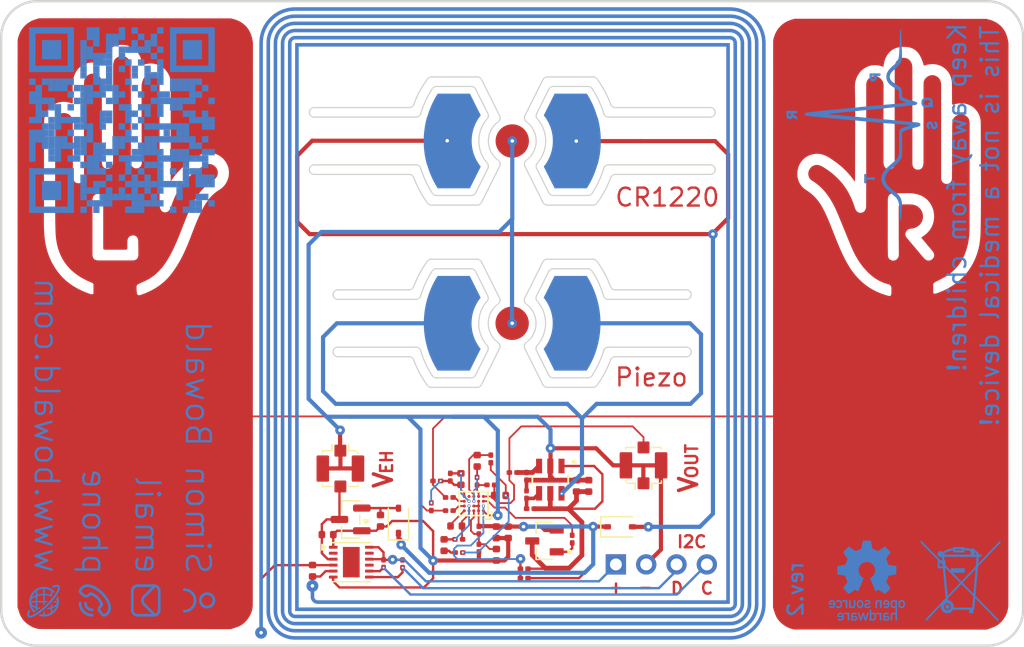
<source format=kicad_pcb>
(kicad_pcb (version 20241229) (generator "pcbnew") (generator_version "9.0")
  (layers (0 "F.Cu" signal) (2 "B.Cu" signal) (13 "F.Paste" user) (15 "B.Paste" user) (5 "F.SilkS" user "F.Silkscreen") (7 "B.SilkS" user "B.Silkscreen") (1 "F.Mask" user) (3 "B.Mask" user) (25 "Edge.Cuts" user))
  (net 0 "")
  (net 1 "VDD")
  (net 2 "GND")
  (net 3 "/OUT")
  (net 4 "Net-(U4-OUT)")
  (net 5 "Net-(U1-REFIN)")
  (net 6 "Net-(U1-HPSENSE)")
  (net 7 "Net-(U1-HPDRIVE)")
  (net 8 "Net-(U1-IAOUT)")
  (net 9 "Net-(U1-OPAMP+)")
  (net 10 "Net-(U1-REFOUT)")
  (net 11 "Net-(U4-DIV)")
  (net 12 "Net-(C6-Pad2)")
  (net 13 "Net-(U1-RLD)")
  (net 14 "Net-(U1-RLDFB)")
  (net 15 "Net-(U1-+IN)")
  (net 16 "Net-(U1--IN)")
  (net 17 "Net-(U4-SET)")
  (net 18 "Net-(U1-OPAMP-)")
  (net 19 "/LH")
  (net 20 "/RH")
  (net 21 "/LTC_VCC")
  (net 22 "Net-(U1-LOD)")
  (net 23 "Net-(Q1-G)")
  (net 24 "Net-(BT1-+)")
  (net 25 "Net-(J3-Pin_3)")
  (net 26 "+3.3V")
  (net 27 "Net-(J3-Pin_4)")
  (net 32 "Net-(D2-A)")
  (net 33 "Net-(C4-Pad1)")
  (net 35 "/V_EH")
  (net 36 "Net-(U1-~{SDN})")
  (net 37 "Net-(U2-AC1)")
  (net 38 "Net-(U2-AC0)")
  (footprint "ECG_Business_Card_Library:C_0402_1005Metric" (layer "F.Cu") (at 127.97 100.54 90)
    (property "Reference" "C13" (hide yes))
    (property "Value" "1uF" (hide yes))
  )
  (footprint "Package_TO_SOT_SMD:SOT-23" (layer "F.Cu") (at 125.4725 100.43 180)
    (property "Reference" "U3" (hide yes))
    (property "Value" "MCP1700x-300xxTT" (hide yes))
  )
  (footprint "Resistor_SMD:R_0201_0603Metric" (layer "F.Cu") (at 132.23 99.365 90)
    (property "Reference" "R6" (hide yes))
    (property "Value" "10M" (hide yes))
  )
  (footprint "Resistor_SMD:R_0201_0603Metric" (layer "F.Cu") (at 140.53 99.5325)
    (property "Reference" "R14" (hide yes))
    (property "Value" "1M" (hide yes))
  )
  (footprint "ECG_Business_Card_Library:SOT91P240X110-3N_DMG2305UX-7" (layer "F.Cu") (at 141.7075 102.23 180)
    (property "Reference" "Q1" (hide yes))
    (property "Value" "~" (hide yes))
  )
  (footprint "Piezo:Piezo_12mm" (layer "F.Cu") (at 139 84)
    (property "Reference" "LS1" (hide yes))
    (property "Value" "Speaker_Ultrasound" (hide yes))
    (fp_line (start -14.6 -2.8) (end -8.625541 -2.8) (stroke (width 0.1)) (layer "Edge.Cuts"))
    (fp_line (start -14.6 2) (end -8.049849 2) (stroke (width 0.1)) (layer "Edge.Cuts"))
    (fp_line (start -8.625541 2.8) (end -14.6 2.8) (stroke (width 0.1)) (layer "Edge.Cuts"))
    (fp_line (start -8.049843 -2) (end -14.6 -2) (stroke (width 0.1)) (layer "Edge.Cuts"))
    (fp_line (start -6.774455 -5.366563) (end -2.930497 -5.366563) (stroke (width 0.1)) (layer "Edge.Cuts"))
    (fp_line (start -6.356082 4.566563) (end -3.424925 4.566563) (stroke (width 0.1)) (layer "Edge.Cuts"))
    (fp_line (start -3.424924 -4.566563) (end -6.356082 -4.566563) (stroke (width 0.1)) (layer "Edge.Cuts"))
    (fp_line (start -3.06715 4.345446) (end -2.042192 2.295529) (stroke (width 0.1)) (layer "Edge.Cuts"))
    (fp_line (start -2.930498 5.366563) (end -6.774454 5.366563) (stroke (width 0.1)) (layer "Edge.Cuts"))
    (fp_line (start -2.572723 -5.145446) (end -1.0583 -2.116599) (stroke (width 0.1)) (layer "Edge.Cuts"))
    (fp_line (start -2.042192 -2.29553) (end -3.067149 -4.345445) (stroke (width 0.1)) (layer "Edge.Cuts"))
    (fp_line (start -1.0583 2.116599) (end -2.572722 5.145446) (stroke (width 0.1)) (layer "Edge.Cuts"))
    (fp_line (start 1.058301 -2.116601) (end 2.572752 -5.145504) (stroke (width 0.1)) (layer "Edge.Cuts"))
    (fp_line (start 2.042188 2.295521) (end 3.067161 4.345469) (stroke (width 0.1)) (layer "Edge.Cuts"))
    (fp_line (start 2.572724 5.145449) (end 1.058294 2.116588) (stroke (width 0.1)) (layer "Edge.Cuts"))
    (fp_line (start 2.930495 -5.366563) (end 6.7745 -5.366563) (stroke (width 0.1)) (layer "Edge.Cuts"))
    (fp_line (start 3.067161 -4.345469) (end 2.042192 -2.295529) (stroke (width 0.1)) (layer "Edge.Cuts"))
    (fp_line (start 3.4249 4.566563) (end 6.3561 4.566563) (stroke (width 0.1)) (layer "Edge.Cuts"))
    (fp_line (start 6.3561 -4.566563) (end 3.4249 -4.566563) (stroke (width 0.1)) (layer "Edge.Cuts"))
    (fp_line (start 6.770605 5.366563) (end 2.9305 5.366563) (stroke (width 0.1)) (layer "Edge.Cuts"))
    (fp_line (start 8.0499 2) (end 14.6 2) (stroke (width 0.1)) (layer "Edge.Cuts"))
    (fp_line (start 8.6255 -2.8) (end 14.6 -2.8) (stroke (width 0.1)) (layer "Edge.Cuts"))
    (fp_line (start 14.6 -2) (end 8.0498 -2) (stroke (width 0.1)) (layer "Edge.Cuts"))
    (fp_line (start 14.6 2.8) (end 8.6256 2.8) (stroke (width 0.1)) (layer "Edge.Cuts"))
    (fp_arc (start -14.6 -2) (mid -15 -2.4) (end -14.6 -2.8) (stroke (width 0.1)) (layer "Edge.Cuts"))
    (fp_arc (start -14.6 2.8) (mid -15 2.4) (end -14.6 2) (stroke (width 0.1)) (layer "Edge.Cuts"))
    (fp_arc (start -8.625541 2.8) (mid -8.397127 2.871631) (end -8.25052 3.06087) (stroke (width 0.1)) (layer "Edge.Cuts"))
    (fp_arc (start -8.25052 -3.06087) (mid -8.397127 -2.871631) (end -8.625541 -2.8) (stroke (width 0.1)) (layer "Edge.Cuts"))
    (fp_arc (start -8.25052 -3.06087) (mid -7.748175 -4.172024) (end -7.097049 -5.203066) (stroke (width 0.1)) (layer "Edge.Cuts"))
    (fp_arc (start -8.049849 2) (mid -7.8108 2.079287) (end -7.666519 2.285714) (stroke (width 0.1)) (layer "Edge.Cuts"))
    (fp_arc (start -7.666519 -2.285714) (mid -7.810799 -2.079286) (end -8.049843 -2) (stroke (width 0.1)) (layer "Edge.Cuts"))
    (fp_arc (start -7.666519 -2.285714) (mid -7.25496 -3.371285) (end -6.69061 -4.385856) (stroke (width 0.1)) (layer "Edge.Cuts"))
    (fp_arc (start -7.097049 -5.203066) (mid -6.955286 -5.323355) (end -6.774455 -5.366563) (stroke (width 0.1)) (layer "Edge.Cuts"))
    (fp_arc (start -7.097049 5.203066) (mid -7.748175 4.172024) (end -8.25052 3.06087) (stroke (width 0.1)) (layer "Edge.Cuts"))
    (fp_arc (start -6.774454 5.366563) (mid -6.955285 5.323355) (end -7.097049 5.203066) (stroke (width 0.1)) (layer "Edge.Cuts"))
    (fp_arc (start -6.69061 -4.385856) (mid -6.546189 -4.518499) (end -6.356082 -4.566563) (stroke (width 0.1)) (layer "Edge.Cuts"))
    (fp_arc (start -6.69061 4.385856) (mid -7.25496 3.371285) (end -7.666519 2.285714) (stroke (width 0.1)) (layer "Edge.Cuts"))
    (fp_arc (start -6.356082 4.566563) (mid -6.546189 4.518499) (end -6.69061 4.385856) (stroke (width 0.1)) (layer "Edge.Cuts"))
    (fp_arc (start -3.424924 -4.566563) (mid -3.21463 -4.506823) (end -3.067149 -4.345445) (stroke (width 0.1)) (layer "Edge.Cuts"))
    (fp_arc (start -3.06715 4.345446) (mid -3.21463 4.506823) (end -3.424925 4.566563) (stroke (width 0.1)) (layer "Edge.Cuts"))
    (fp_arc (start -2.930497 -5.366563) (mid -2.720203 -5.306823) (end -2.572723 -5.145446) (stroke (width 0.1)) (layer "Edge.Cuts"))
    (fp_arc (start -2.572722 5.145446) (mid -2.720203 5.306823) (end -2.930498 5.366563) (stroke (width 0.1)) (layer "Edge.Cuts"))
    (fp_arc (start -2.099967 1.852063) (mid -2.8 0) (end -2.099967 -1.852063) (stroke (width 0.1)) (layer "Edge.Cuts"))
    (fp_arc (start -2.099967 1.852063) (mid -2.003315 2.064968) (end -2.042193 2.295528) (stroke (width 0.1)) (layer "Edge.Cuts"))
    (fp_arc (start -2.042192 -2.29553) (mid -2.003315 -2.064968) (end -2.099967 -1.852063) (stroke (width 0.1)) (layer "Edge.Cuts"))
    (fp_arc (start -1.18006 1.614763) (mid -2 0) (end -1.18006 -1.614763) (stroke (width 0.1)) (layer "Edge.Cuts"))
    (fp_arc (start -1.18006 1.614763) (mid -1.027349 1.843401) (end -1.0583 2.116599) (stroke (width 0.1)) (layer "Edge.Cuts"))
    (fp_arc (start -1.0583 -2.116599) (mid -1.027349 -1.843401) (end -1.18006 -1.614763) (stroke (width 0.1)) (layer "Edge.Cuts"))
    (fp_arc (start 1.058294 2.116588) (mid 1.027346 1.843399) (end 1.18006 1.614763) (stroke (width 0.1)) (layer "Edge.Cuts"))
    (fp_arc (start 1.18006 -1.614763) (mid 1.027349 -1.843401) (end 1.058301 -2.116601) (stroke (width 0.1)) (layer "Edge.Cuts"))
    (fp_arc (start 1.18006 -1.614763) (mid 2 0) (end 1.18006 1.614763) (stroke (width 0.1)) (layer "Edge.Cuts"))
    (fp_arc (start 2.042188 2.295521) (mid 2.003313 2.064967) (end 2.099967 1.852063) (stroke (width 0.1)) (layer "Edge.Cuts"))
    (fp_arc (start 2.099967 -1.852063) (mid 2.003316 -2.064967) (end 2.042196 -2.295527) (stroke (width 0.1)) (layer "Edge.Cuts"))
    (fp_arc (start 2.099967 -1.852063) (mid 2.8 0) (end 2.099967 1.852063) (stroke (width 0.1)) (layer "Edge.Cuts"))
    (fp_arc (start 2.572752 -5.145504) (mid 2.720197 -5.30684) (end 2.930495 -5.366563) (stroke (width 0.1)) (layer "Edge.Cuts"))
    (fp_arc (start 2.9305 5.366563) (mid 2.720204 5.306822) (end 2.572724 5.145449) (stroke (width 0.1)) (layer "Edge.Cuts"))
    (fp_arc (start 3.067161 -4.345469) (mid 3.214626 -4.50683) (end 3.4249 -4.566563) (stroke (width 0.1)) (layer "Edge.Cuts"))
    (fp_arc (start 3.4249 4.566563) (mid 3.214629 4.506824) (end 3.067161 4.345469) (stroke (width 0.1)) (layer "Edge.Cuts"))
    (fp_arc (start 6.3561 -4.566563) (mid 6.546191 -4.518503) (end 6.69061 -4.385856) (stroke (width 0.1)) (layer "Edge.Cuts"))
    (fp_arc (start 6.69061 -4.385856) (mid 7.25496 -3.371285) (end 7.666519 -2.285714) (stroke (width 0.1)) (layer "Edge.Cuts"))
    (fp_arc (start 6.69061 4.385856) (mid 6.546191 4.518503) (end 6.3561 4.566563) (stroke (width 0.1)) (layer "Edge.Cuts"))
    (fp_arc (start 6.7745 -5.366563) (mid 6.955295 -5.323368) (end 7.097049 -5.203066) (stroke (width 0.1)) (layer "Edge.Cuts"))
    (fp_arc (start 7.097049 -5.203066) (mid 7.748175 -4.172024) (end 8.25052 -3.06087) (stroke (width 0.1)) (layer "Edge.Cuts"))
    (fp_arc (start 7.097049 5.203066) (mid 6.955286 5.32335) (end 6.770605 5.366563) (stroke (width 0.1)) (layer "Edge.Cuts"))
    (fp_arc (start 7.666519 2.285714) (mid 7.25496 3.371285) (end 6.69061 4.385856) (stroke (width 0.1)) (layer "Edge.Cuts"))
    (fp_arc (start 7.666519 2.285714) (mid 7.810803 2.079304) (end 8.0499 2.000019) (stroke (width 0.1)) (layer "Edge.Cuts"))
    (fp_arc (start 8.0498 -2) (mid 7.810778 -2.079269) (end 7.666519 -2.285714) (stroke (width 0.1)) (layer "Edge.Cuts"))
    (fp_arc (start 8.25052 3.06087) (mid 7.748175 4.172024) (end 7.097049 5.203066) (stroke (width 0.1)) (layer "Edge.Cuts"))
    (fp_arc (start 8.25052 3.06087) (mid 8.397131 2.871648) (end 8.6256 2.800013) (stroke (width 0.1)) (layer "Edge.Cuts"))
    (fp_arc (start 8.6255 -2.8) (mid 8.397108 -2.871615) (end 8.25052 -3.06087) (stroke (width 0.1)) (layer "Edge.Cuts"))
    (fp_arc (start 14.6 -2.8) (mid 15 -2.4) (end 14.6 -2) (stroke (width 0.1)) (layer "Edge.Cuts"))
    (fp_arc (start 14.6 2) (mid 15 2.4) (end 14.6 2.8) (stroke (width 0.1)) (layer "Edge.Cuts"))
  )
  (footprint "Resistor_SMD:R_0201_0603Metric" (layer "F.Cu") (at 137.21 97.54 180)
    (property "Reference" "R13" (hide yes))
    (property "Value" "1M" (hide yes))
  )
  (footprint "ECG_Business_Card_Library:PinHeader_1x04_P2.54mm_Vertical" (layer "F.Cu") (at 147.69 104.2 90)
    (property "Reference" "J3" (hide yes))
    (property "Value" "Conn_01x04_Pin" (hide yes))
  )
  (footprint "ECG_Business_Card_Library:SOD-123" (layer "F.Cu") (at 148.03 101.05)
    (property "Reference" "D1" (hide yes))
    (property "Value" "BAT54W" (hide yes))
  )
  (footprint "Resistor_SMD:R_0201_0603Metric" (layer "F.Cu") (at 132.69 97.21)
    (property "Reference" "R7" (hide yes))
    (property "Value" "10M" (hide yes))
  )
  (footprint "Resistor_SMD:R_0201_0603Metric" (layer "F.Cu") (at 140.205 98.3475 -90)
    (property "Reference" "R15" (hide yes))
    (property "Value" "523k" (hide yes))
  )
  (footprint "ECG_Business_Card_Library:C_0402_1005Metric" (layer "F.Cu") (at 134.32 100.98)
    (property "Reference" "C3" (hide yes))
    (property "Value" "3.3uF" (hide yes))
  )
  (footprint "ECG_Business_Card_Library:C_0402_1005Metric" (layer "F.Cu") (at 138.67 101.51 90)
    (property "Reference" "C7" (hide yes))
    (property "Value" "10uF" (hide yes))
  )
  (footprint "Resistor_SMD:R_0201_0603Metric" (layer "F.Cu") (at 144.03 102.075 90)
    (property "Reference" "R18" (hide yes))
    (property "Value" "220")
  )
  (footprint "ECG_Business_Card_Library:C_0402_1005Metric" (layer "F.Cu") (at 133.3 102.58 90)
    (property "Reference" "C4" (hide yes))
    (property "Value" "0.22uF" (hide yes))
  )
  (footprint "CR_Battery_Library:CR1220" (layer "F.Cu") (at 139.01 68.73)
    (property "Reference" "BT1" (hide yes))
    (property "Value" "Battery_Cell" (hide yes))
    (fp_line (start -16.6 -2.8) (end -8.625541 -2.8) (stroke (width 0.1)) (layer "Edge.Cuts"))
    (fp_line (start -16.6 2) (end -8.049849 2) (stroke (width 0.1)) (layer "Edge.Cuts"))
    (fp_line (start -8.625541 2.8) (end -16.6 2.8) (stroke (width 0.1)) (layer "Edge.Cuts"))
    (fp_line (start -8.049843 -2) (end -16.6 -2) (stroke (width 0.1)) (layer "Edge.Cuts"))
    (fp_line (start -6.774455 -5.366563) (end -2.930497 -5.366563) (stroke (width 0.1)) (layer "Edge.Cuts"))
    (fp_line (start -6.356082 4.566563) (end -3.424925 4.566563) (stroke (width 0.1)) (layer "Edge.Cuts"))
    (fp_line (start -3.424924 -4.566563) (end -6.356082 -4.566563) (stroke (width 0.1)) (layer "Edge.Cuts"))
    (fp_line (start -3.06715 4.345446) (end -2.042192 2.295529) (stroke (width 0.1)) (layer "Edge.Cuts"))
    (fp_line (start -2.930498 5.366563) (end -6.774454 5.366563) (stroke (width 0.1)) (layer "Edge.Cuts"))
    (fp_line (start -2.572722 -5.145445) (end -1.0583 -2.116599) (stroke (width 0.1)) (layer "Edge.Cuts"))
    (fp_line (start -2.042192 -2.29553) (end -3.06715 -4.345446) (stroke (width 0.1)) (layer "Edge.Cuts"))
    (fp_line (start -1.0583 2.116599) (end -2.572723 5.145446) (stroke (width 0.1)) (layer "Edge.Cuts"))
    (fp_line (start 1.058301 -2.116601) (end 2.57275 -5.1455) (stroke (width 0.1)) (layer "Edge.Cuts"))
    (fp_line (start 2.042188 2.295521) (end 3.067161 4.345469) (stroke (width 0.1)) (layer "Edge.Cuts"))
    (fp_line (start 2.572724 5.145449) (end 1.058294 2.116588) (stroke (width 0.1)) (layer "Edge.Cuts"))
    (fp_line (start 2.932439 -5.366563) (end 6.7745 -5.366563) (stroke (width 0.1)) (layer "Edge.Cuts"))
    (fp_line (start 3.067161 -4.345469) (end 2.042192 -2.295529) (stroke (width 0.1)) (layer "Edge.Cuts"))
    (fp_line (start 3.4249 4.566563) (end 6.3561 4.566563) (stroke (width 0.1)) (layer "Edge.Cuts"))
    (fp_line (start 6.3561 -4.566563) (end 3.4249 -4.566563) (stroke (width 0.1)) (layer "Edge.Cuts"))
    (fp_line (start 6.770605 5.366563) (end 2.9305 5.366563) (stroke (width 0.1)) (layer "Edge.Cuts"))
    (fp_line (start 8.0499 2) (end 16.6 2) (stroke (width 0.1)) (layer "Edge.Cuts"))
    (fp_line (start 8.6255 -2.8) (end 16.6 -2.8) (stroke (width 0.1)) (layer "Edge.Cuts"))
    (fp_line (start 16.6 -2) (end 8.0498 -2) (stroke (width 0.1)) (layer "Edge.Cuts"))
    (fp_line (start 16.6 2.8) (end 8.6256 2.8) (stroke (width 0.1)) (layer "Edge.Cuts"))
    (fp_arc (start -16.6 -2) (mid -17 -2.4) (end -16.6 -2.8) (stroke (width 0.1)) (layer "Edge.Cuts"))
    (fp_arc (start -16.6 2.8) (mid -17 2.4) (end -16.6 2) (stroke (width 0.1)) (layer "Edge.Cuts"))
    (fp_arc (start -8.625541 2.8) (mid -8.397127 2.871631) (end -8.25052 3.06087) (stroke (width 0.1)) (layer "Edge.Cuts"))
    (fp_arc (start -8.25052 -3.06087) (mid -8.397127 -2.871631) (end -8.625541 -2.8) (stroke (width 0.1)) (layer "Edge.Cuts"))
    (fp_arc (start -8.25052 -3.06087) (mid -7.748175 -4.172024) (end -7.097049 -5.203066) (stroke (width 0.1)) (layer "Edge.Cuts"))
    (fp_arc (start -8.049849 2) (mid -7.8108 2.079287) (end -7.666519 2.285714) (stroke (width 0.1)) (layer "Edge.Cuts"))
    (fp_arc (start -7.666519 -2.285714) (mid -7.810799 -2.079286) (end -8.049843 -2) (stroke (width 0.1)) (layer "Edge.Cuts"))
    (fp_arc (start -7.666519 -2.285714) (mid -7.25496 -3.371285) (end -6.69061 -4.385856) (stroke (width 0.1)) (layer "Edge.Cuts"))
    (fp_arc (start -7.097049 -5.203066) (mid -6.955286 -5.323355) (end -6.774455 -5.366563) (stroke (width 0.1)) (layer "Edge.Cuts"))
    (fp_arc (start -7.097049 5.203066) (mid -7.748175 4.172024) (end -8.25052 3.06087) (stroke (width 0.1)) (layer "Edge.Cuts"))
    (fp_arc (start -6.774454 5.366563) (mid -6.955285 5.323355) (end -7.097049 5.203066) (stroke (width 0.1)) (layer "Edge.Cuts"))
    (fp_arc (start -6.69061 -4.385856) (mid -6.546189 -4.518499) (end -6.356082 -4.566563) (stroke (width 0.1)) (layer "Edge.Cuts"))
    (fp_arc (start -6.69061 4.385856) (mid -7.25496 3.371285) (end -7.666519 2.285714) (stroke (width 0.1)) (layer "Edge.Cuts"))
    (fp_arc (start -6.356082 4.566563) (mid -6.546189 4.518499) (end -6.69061 4.385856) (stroke (width 0.1)) (layer "Edge.Cuts"))
    (fp_arc (start -3.424924 -4.566563) (mid -3.21463 -4.506823) (end -3.06715 -4.345446) (stroke (width 0.1)) (layer "Edge.Cuts"))
    (fp_arc (start -3.06715 4.345446) (mid -3.21463 4.506823) (end -3.424925 4.566563) (stroke (width 0.1)) (layer "Edge.Cuts"))
    (fp_arc (start -2.930497 -5.366563) (mid -2.720203 -5.306823) (end -2.572722 -5.145445) (stroke (width 0.1)) (layer "Edge.Cuts"))
    (fp_arc (start -2.572723 5.145446) (mid -2.720203 5.306823) (end -2.930498 5.366563) (stroke (width 0.1)) (layer "Edge.Cuts"))
    (fp_arc (start -2.099967 1.852063) (mid -2.8 0) (end -2.099967 -1.852063) (stroke (width 0.1)) (layer "Edge.Cuts"))
    (fp_arc (start -2.099967 1.852063) (mid -2.003315 2.064968) (end -2.042193 2.295528) (stroke (width 0.1)) (layer "Edge.Cuts"))
    (fp_arc (start -2.042192 -2.29553) (mid -2.003315 -2.064968) (end -2.099967 -1.852063) (stroke (width 0.1)) (layer "Edge.Cuts"))
    (fp_arc (start -1.18006 1.614763) (mid -2 0) (end -1.18006 -1.614763) (stroke (width 0.1)) (layer "Edge.Cuts"))
    (fp_arc (start -1.18006 1.614763) (mid -1.027349 1.843401) (end -1.0583 2.116599) (stroke (width 0.1)) (layer "Edge.Cuts"))
    (fp_arc (start -1.0583 -2.116599) (mid -1.027349 -1.843401) (end -1.18006 -1.614763) (stroke (width 0.1)) (layer "Edge.Cuts"))
    (fp_arc (start 1.058294 2.116588) (mid 1.027346 1.843399) (end 1.18006 1.614763) (stroke (width 0.1)) (layer "Edge.Cuts"))
    (fp_arc (start 1.18006 -1.614763) (mid 1.027349 -1.843401) (end 1.058301 -2.116601) (stroke (width 0.1)) (layer "Edge.Cuts"))
    (fp_arc (start 1.18006 -1.614763) (mid 2 0) (end 1.18006 1.614763) (stroke (width 0.1)) (layer "Edge.Cuts"))
    (fp_arc (start 2.042188 2.295521) (mid 2.003313 2.064967) (end 2.099967 1.852063) (stroke (width 0.1)) (layer "Edge.Cuts"))
    (fp_arc (start 2.099967 -1.852063) (mid 2.003316 -2.064967) (end 2.042196 -2.295527) (stroke (width 0.1)) (layer "Edge.Cuts"))
    (fp_arc (start 2.099967 -1.852063) (mid 2.8 0) (end 2.099967 1.852063) (stroke (width 0.1)) (layer "Edge.Cuts"))
    (fp_arc (start 2.57275 -5.1455) (mid 2.720197 -5.30684) (end 2.932439 -5.366563) (stroke (width 0.1)) (layer "Edge.Cuts"))
    (fp_arc (start 2.9305 5.366563) (mid 2.720204 5.306822) (end 2.572724 5.145449) (stroke (width 0.1)) (layer "Edge.Cuts"))
    (fp_arc (start 3.067161 -4.345469) (mid 3.214626 -4.50683) (end 3.4249 -4.566563) (stroke (width 0.1)) (layer "Edge.Cuts"))
    (fp_arc (start 3.4249 4.566563) (mid 3.214629 4.506824) (end 3.067161 4.345469) (stroke (width 0.1)) (layer "Edge.Cuts"))
    (fp_arc (start 6.3561 -4.566563) (mid 6.546191 -4.518503) (end 6.69061 -4.385856) (stroke (width 0.1)) (layer "Edge.Cuts"))
    (fp_arc (start 6.69061 -4.385856) (mid 7.25496 -3.371285) (end 7.666519 -2.285714) (stroke (width 0.1)) (layer "Edge.Cuts"))
    (fp_arc (start 6.69061 4.385856) (mid 6.546191 4.518503) (end 6.3561 4.566563) (stroke (width 0.1)) (layer "Edge.Cuts"))
    (fp_arc (start 6.7745 -5.366563) (mid 6.955295 -5.323368) (end 7.097049 -5.203066) (stroke (width 0.1)) (layer "Edge.Cuts"))
    (fp_arc (start 7.097049 -5.203066) (mid 7.748175 -4.172024) (end 8.25052 -3.06087) (stroke (width 0.1)) (layer "Edge.Cuts"))
    (fp_arc (start 7.097049 5.203066) (mid 6.955286 5.32335) (end 6.770605 5.366563) (stroke (width 0.1)) (layer "Edge.Cuts"))
    (fp_arc (start 7.666519 2.285714) (mid 7.25496 3.371285) (end 6.69061 4.385856) (stroke (width 0.1)) (layer "Edge.Cuts"))
    (fp_arc (start 7.666519 2.285714) (mid 7.810803 2.079304) (end 8.0499 2.000019) (stroke (width 0.1)) (layer "Edge.Cuts"))
    (fp_arc (start 8.0498 -2) (mid 7.810778 -2.079269) (end 7.666519 -2.285714) (stroke (width 0.1)) (layer "Edge.Cuts"))
    (fp_arc (start 8.25052 3.06087) (mid 7.748175 4.172024) (end 7.097049 5.203066) (stroke (width 0.1)) (layer "Edge.Cuts"))
    (fp_arc (start 8.25052 3.06087) (mid 8.397131 2.871648) (end 8.6256 2.800013) (stroke (width 0.1)) (layer "Edge.Cuts"))
    (fp_arc (start 8.6255 -2.8) (mid 8.397108 -2.871615) (end 8.25052 -3.06087) (stroke (width 0.1)) (layer "Edge.Cuts"))
    (fp_arc (start 16.6 -2.8) (mid 17 -2.4) (end 16.6 -2) (stroke (width 0.1)) (layer "Edge.Cuts"))
    (fp_arc (start 16.6 2) (mid 17 2.4) (end 16.6 2.8) (stroke (width 0.1)) (layer "Edge.Cuts"))
  )
  (footprint "Resistor_SMD:R_0201_0603Metric" (layer "F.Cu") (at 136.215 102.825 -90)
    (property "Reference" "R2" (hide yes))
    (property "Value" "10M" (hide yes))
  )
  (footprint "ECG_Business_Card_Library:C_0402_1005Metric" (layer "F.Cu") (at 136.07 95.52 90)
    (property "Reference" "C5" (hide yes))
    (property "Value" "5.6nF" (hide yes))
  )
  (footprint "ECG_Business_Card_Library:C_0402_1005Metric" (layer "F.Cu") (at 137.67 101.51 90)
    (property "Reference" "C2" (hide yes))
    (property "Value" "100nF" (hide yes))
  )
  (footprint "Resistor_SMD:R_0201_0603Metric" (layer "F.Cu") (at 140.010362 105.3467 180)
    (property "Reference" "R21" (hide yes))
    (property "Value" "0" (hide yes))
  )
  (footprint "Resistor_SMD:R_0201_0603Metric" (layer "F.Cu") (at 133.74 98.59)
    (property "Reference" "R4" (hide yes))
    (property "Value" "150k" (hide yes))
  )
  (footprint "Resistor_SMD:R_0201_0603Metric" (layer "F.Cu") (at 133.74 99.69)
    (property "Reference" "R3" (hide yes))
    (property "Value" "150k" (hide yes))
  )
  (footprint "ECG_Business_Card_Library:ST_UFDFPN-12-1EP_3x3mm_P0.5mm_EP1.4x2.55mm" (layer "F.Cu") (at 125.5275 104.01)
    (property "Reference" "U2" (hide yes))
    (property "Value" "ST25DV04K-JFR6D3" (hide yes))
  )
  (footprint "ECG_Business_Card_Library:20-WLCPS-2MMX1.7MM" (layer "F.Cu") (at 135.83 99.1055 180)
    (property "Reference" "U1" (hide yes))
    (property "Value" "~")
  )
  (footprint "Resistor_SMD:R_0201_0603Metric" (layer "F.Cu") (at 136.06 97.23 90)
    (property "Reference" "R12" (hide yes))
    (property "Value" "1M" (hide yes))
  )
  (footprint "Resistor_SMD:R_0201_0603Metric" (layer "F.Cu") (at 137.21 95.36 90)
    (property "Reference" "R9" (hide yes))
    (property "Value" "1M" (hide yes))
  )
  (footprint "Connector_Coaxial:U.FL_Molex_MCRF_73412-0110_Vertical" (layer "F.Cu") (at 124.6125 96.17)
    (property "Reference" "J1" (hide yes))
    (property "Value" "Conn_Coaxial" (hide yes))
  )
  (footprint "ECG_Business_Card_Library:SOD-123" (layer "F.Cu") (at 129.48 100.54 90)
    (property "Reference" "D2" (hide yes))
    (property "Value" "BAT54W" (hide yes))
  )
  (footprint "Resistor_SMD:R_0201_0603Metric" (layer "F.Cu") (at 134.545 103.205)
    (property "Reference" "R10" (hide yes))
    (property "Value" "499k" (hide yes))
  )
  (footprint "Resistor_SMD:R_0201_0603Metric" (layer "F.Cu") (at 140.01 104.56 180)
    (property "Reference" "R8" (hide yes))
    (property "Value" "0" (hide yes))
  )
  (footprint "ECG_Business_Card_Library:NFC_Antenna" (layer "F.Cu") (at 160.500495 110.763266 180)
    (property "Reference" "U5" (hide yes))
    (property "Value" "~" (hide yes))
  )
  (footprint "Resistor_SMD:R_0201_0603Metric" (layer "F.Cu") (at 129.8175 104.145 90)
    (property "Reference" "R19" (hide yes))
    (property "Value" "10k" (hide yes))
  )
  (footprint "ECG_Business_Card_Library:C_0402_1005Metric" (layer "F.Cu") (at 137.98 98.42)
    (property "Reference" "C6" (hide yes))
    (property "Value" "5.6nF" (hide yes))
  )
  (footprint "Resistor_SMD:R_0201_0603Metric" (layer "F.Cu") (at 140.205 96.8175 90)
    (property "Reference" "R17" (hide yes))
    (property "Value" "82k" (hide yes))
  )
  (footprint "ECG_Business_Card_Library:C_0402_1005Metric" (layer "F.Cu") (at 134.71 97.05 90)
    (property "Reference" "C8" (hide yes))
    (property "Value" "1nF" (hide yes))
  )
  (footprint "Resistor_SMD:R_0201_0603Metric" (layer "F.Cu") (at 133.82 96.89 -90)
    (property "Reference" "R11" (hide yes))
    (property "Value" "10M" (hide yes))
  )
  (footprint "ECG_Business_Card_Library:C_0402_1005Metric" (layer "F.Cu") (at 122.28 104.73 90)
    (property "Reference" "C12" (hide yes))
    (property "Value" "DNP" (hide yes))
  )
  (footprint "ECG_Business_Card_Library:C_0402_1005Metric" (layer "F.Cu") (at 144.39 97.62 -90)
    (property "Reference" "C10" (hide yes))
    (property "Value" "100nF" (hide yes))
  )
  (footprint "ECG_Business_Card_Library:SOT95P280X100-6N" (layer "F.Cu") (at 142.1952 97.0995 -90)
    (property "Reference" "U4" (hide yes))
    (property "Value" "~")
  )
  (footprint "Connector_Coaxial:U.FL_Molex_MCRF_73412-0110_Vertical" (layer "F.Cu") (at 150.005 95.9 180)
    (property "Reference" "J2" (hide yes))
    (property "Value" "Conn_Coaxial" (hide yes))
  )
  (footprint "Resistor_SMD:R_0201_0603Metric" (layer "F.Cu") (at 128.2275 104.135 90)
    (property "Reference" "R20" (hide yes))
    (property "Value" "10k" (hide yes))
  )
  (footprint "ECG_Business_Card_Library:C_0402_1005Metric" (layer "F.Cu") (at 123.54 101.7 180)
    (property "Reference" "C11" (hide yes))
    (property "Value" "1uF" (hide yes))
  )
  (footprint "ECG_Business_Card_Library:C_0402_1005Metric" (layer "F.Cu") (at 137.68 103.39 90)
    (property "Reference" "C1" (hide yes))
    (property "Value" "1uF" (hide yes))
  )
  (footprint "Resistor_SMD:R_0201_0603Metric" (layer "F.Cu") (at 134.53 102.1 180)
    (property "Reference" "R5" (hide yes))
    (property "Value" "10M" (hide yes))
  )
  (footprint "Resistor_SMD:R_0201_0603Metric" (layer "F.Cu") (at 139.085 96.5 180)
    (property "Reference" "R16" (hide yes))
    (property "Value" "2.4M" (hide yes))
  )
  (footprint "Resistor_SMD:R_0201_0603Metric" (layer "F.Cu") (at 136.215 101.325 -90)
    (property "Reference" "R1" (hide yes))
    (property "Value" "10M" (hide yes))
  )
  (footprint "ECG_Business_Card_Library:C_0402_1005Metric" (layer "F.Cu") (at 145.41 97.62 -90)
    (property "Reference" "C9" (hide yes))
    (property "Value" "10uF" (hide yes))
  )
  (gr_poly (pts (xy 162.665433 109.652574) (xy 162.596588 109.641331) (xy 162.529057 109.627972) (xy 162.462801 109.612538) (xy 162.397779 109.59507) (xy 162.333952 109.575609) (xy 162.271281 109.554193) (xy 162.209726 109.530865) (xy 162.149247 109.505664) (xy 162.089806 109.478631) (xy 162.031361 109.449806) (xy 161.973875 109.41923) (xy 161.917307 109.386944) (xy 161.861618 109.352987) (xy 161.806768 109.3174) (xy 161.752718 109.280224) (xy 161.699428 109.241498) (xy 161.645179 109.199775) (xy 161.5925 109.156692) (xy 161.541437 109.112235) (xy 161.492036 109.066386) (xy 161.444343 109.019129) (xy 161.398405 108.970449) (xy 161.354266 108.920329) (xy 161.311975 108.868752) (xy 161.271576 108.815703) (xy 161.233116 108.761165) (xy 161.19664 108.705122) (xy 161.162196 108.647557) (xy 161.129828 108.588455) (xy 161.099584 108.527799) (xy 161.071509 108.465573) (xy 161.045649 108.401761) (xy 161.018365 108.327907) (xy 160.992589 108.253476) (xy 160.967986 108.178595) (xy 160.944223 108.103393) (xy 160.850895 107.801924) (xy 160.861718 60.360144) (xy 160.863964 60.349486) (xy 160.865855 60.339161) (xy 160.867435 60.329154) (xy 160.86875 60.319445) (xy 160.870759 60.300858) (xy 160.87224 60.283259) (xy 160.873551 60.266512) (xy 160.875048 60.250478) (xy 160.877088 60.235017) (xy 160.878424 60.227459) (xy 160.88003 60.219992) (xy 160.911966 60.096748) (xy 160.948728 59.977021) (xy 160.990393 59.860898) (xy 161.037037 59.748462) (xy 161.088739 59.639798) (xy 161.145573 59.53499) (xy 161.207617 59.434122) (xy 161.274947 59.33728) (xy 161.34764 59.244547) (xy 161.425773 59.156008) (xy 161.509423 59.071748) (xy 161.598665 58.991851) (xy 161.693577 58.916401) (xy 161.794236 58.845483) (xy 161.900717 58.779181) (xy 162.013098 58.71758) (xy 162.051014 58.698873) (xy 162.089508 58.681293) (xy 162.128522 58.664726) (xy 162.167998 58.649059) (xy 162.248105 58.619975) (xy 162.329366 58.593138) (xy 162.493495 58.542595) (xy 162.575436 58.517084) (xy 162.656677 58.490209) (xy 178.733276 58.500912) (xy 178.793525 58.518528) (xy 178.85272 58.534533) (xy 178.967966 58.564134) (xy 179.024029 58.578943) (xy 179.079058 58.594566) (xy 179.133058 58.61161) (xy 179.159674 58.620854) (xy 179.186035 58.630681) (xy 179.311174 58.682814) (xy 179.430546 58.740213) (xy 179.544142 58.80287) (xy 179.651953 58.870779) (xy 179.753972 58.943932) (xy 179.850187 59.022322) (xy 179.940592 59.105942) (xy 180.025177 59.194785) (xy 180.103934 59.288844) (xy 180.176852 59.388111) (xy 180.243925 59.492579) (xy 180.305142 59.602242) (xy 180.360495 59.717091) (xy 180.409976 59.837121) (xy 180.453575 59.962322) (xy 180.491283 60.09269) (xy 180.504253 60.145248) (xy 180.515966 60.198134) (xy 180.526703 60.251275) (xy 180.536746 60.304598) (xy 180.555868 60.411496) (xy 180.575581 60.51824) (xy 180.572625 73.027038) (xy 178.268088 73.027038) (xy 178.256265 67.360681) (xy 178.256248 67.29123) (xy 178.255248 67.225138) (xy 178.252462 67.159539) (xy 178.247817 67.094453) (xy 178.241239 67.029899) (xy 178.232653 66.965898) (xy 178.221987 66.902469) (xy 178.209167 66.839632) (xy 178.194118 66.777409) (xy 178.176767 66.715818) (xy 178.157039 66.654879) (xy 178.134862 66.594613) (xy 178.110162 66.535039) (xy 178.082863 66.476178) (xy 178.052894 66.41805) (xy 178.020179 66.360674) (xy 177.984646 66.30407) (xy 177.9448 66.246031) (xy 177.903137 66.190284) (xy 177.859704 66.136845) (xy 177.814546 66.08573) (xy 177.767712 66.036954) (xy 177.719247 65.990533) (xy 177.669199 65.946483) (xy 177.617614 65.904818) (xy 177.564539 65.865555) (xy 177.510022 65.828709) (xy 177.454108 65.794295) (xy 177.396845 65.76233) (xy 177.338279 65.732827) (xy 177.278458 65.705804) (xy 177.217427 65.681276) (xy 177.155235 65.659258) (xy 177.091927 65.639765) (xy 177.02755 65.622814) (xy 176.962152 65.60842) (xy 176.89578 65.596598) (xy 176.828479 65.587363) (xy 176.760296 65.580732) (xy 176.69128 65.57672) (xy 176.621476 65.575343) (xy 176.55093 65.576615) (xy 176.479691 65.580553) (xy 176.407805 65.587172) (xy 176.335318 65.596487) (xy 176.262278 65.608515) (xy 176.188731 65.62327) (xy 176.114724 65.640768) (xy 176.040304 65.661026) (xy 176.008545 65.670086) (xy 175.980519 65.677596) (xy 175.955989 65.683382) (xy 175.934722 65.687267) (xy 175.92524 65.688443) (xy 175.916484 65.689077) (xy 175.908428 65.689149) (xy 175.90104 65.688636) (xy 175.894292 65.687516) (xy 175.888155 65.685768) (xy 175.882599 65.68337) (xy 175.877595 65.680299) (xy 175.873114 65.676534) (xy 175.869126 65.672053) (xy 175.865601 65.666834) (xy 175.862512 65.660855) (xy 175.859828 65.654093) (xy 175.85752 65.646528) (xy 175.855558 65.638138) (xy 175.853914 65.628899) (xy 175.851461 65.607792) (xy 175.849926 65.58303) (xy 175.849074 65.55444) (xy 175.848671 65.521845) (xy 175.839293 63.953183) (xy 175.836032 63.852297) (xy 175.827516 63.753465) (xy 175.813887 63.656805) (xy 175.79529 63.562434) (xy 175.771868 63.47047) (xy 175.743765 63.38103) (xy 175.711125 63.294232) (xy 175.674092 63.210193) (xy 175.632808 63.129031) (xy 175.587418 63.050863) (xy 175.538066 62.975808) (xy 175.484894 62.903982) (xy 175.428048 62.835503) (xy 175.36767 62.770489) (xy 175.303904 62.709057) (xy 175.236894 62.651325) (xy 175.166784 62.597411) (xy 175.093717 62.547431) (xy 175.017837 62.501504) (xy 174.939288 62.459747) (xy 174.858213 62.422277) (xy 174.774756 62.389213) (xy 174.689061 62.360671) (xy 174.601271 62.33677) (xy 174.51153 62.317626) (xy 174.419983 62.303358) (xy 174.326771 62.294083) (xy 174.23204 62.289918) (xy 174.135933 62.290981) (xy 174.038593 62.29739) (xy 173.940165 62.309262) (xy 173.840792 62.326715) (xy 173.7961 62.336508) (xy 173.751652 62.347486) (xy 173.707396 62.359383) (xy 173.66328 62.371932) (xy 173.575265 62.397923) (xy 173.487194 62.423329) (xy 173.427498 62.220252) (xy 173.363891 62.032862) (xy 173.296017 61.860781) (xy 173.223519 61.703633) (xy 173.14604 61.561044) (xy 173.063224 61.432637) (xy 173.019703 61.373634) (xy 172.974714 61.318035) (xy 172.928213 61.265794) (xy 172.880155 61.216864) (xy 172.830495 61.171197) (xy 172.779189 61.128747) (xy 172.726192 61.089466) (xy 172.67146 61.053308) (xy 172.614948 61.020226) (xy 172.556611 60.990172) (xy 172.496406 60.9631) (xy 172.434287 60.938962) (xy 172.370209 60.917712) (xy 172.304129 60.899302) (xy 172.165783 60.870818) (xy 172.018892 60.853131) (xy 171.863098 60.845868) (xy 171.789642 60.845718) (xy 171.716722 60.847373) (xy 171.644383 60.850989) (xy 171.572666 60.856723) (xy 171.501615 60.864731) (xy 171.431273 60.875169) (xy 171.361683 60.888194) (xy 171.292887 60.903961) (xy 171.224929 60.922627) (xy 171.157851 60.944349) (xy 171.091697 60.969282) (xy 171.02651 60.997583) (xy 170.962331 61.029408) (xy 170.899205 61.064914) (xy 170.837175 61.104257) (xy 170.776282 61.147592) (xy 170.734596 61.180089) (xy 170.694659 61.213484) (xy 170.656426 61.247758) (xy 170.619855 61.282888) (xy 170.584902 61.318852) (xy 170.551523 61.355629) (xy 170.489316 61.431533) (xy 170.432885 61.510428) (xy 170.381884 61.592137) (xy 170.335963 61.676488) (xy 170.294777 61.763307) (xy 170.257977 61.852418) (xy 170.225214 61.94365) (xy 170.196143 62.036826) (xy 170.170415 62.131774) (xy 170.147682 62.228319) (xy 170.127596 62.326287) (xy 170.109811 62.425505) (xy 170.093977 62.525798) (xy 170.012909 62.495995) (xy 169.976166 62.482738) (xy 169.9582 62.476526) (xy 169.940299 62.470593) (xy 169.882123 62.452669) (xy 169.82386 62.436521) (xy 169.765509 62.422199) (xy 169.707066 62.409757) (xy 169.64853 62.399247) (xy 169.589898 62.390721) (xy 169.531169 62.384232) (xy 169.472339 62.379832) (xy 169.413408 62.377574) (xy 169.354372 62.37751) (xy 169.295229 62.379692) (xy 169.235979 62.384174) (xy 169.176617 62.391006) (xy 169.117142 62.400242) (xy 169.057552 62.411935) (xy 168.997844 62.426136) (xy 168.926427 62.446358) (xy 168.856458 62.469626) (xy 168.787992 62.495862) (xy 168.721089 62.524986) (xy 168.655803 62.55692) (xy 168.592192 62.591584) (xy 168.530312 62.628899) (xy 168.470221 62.668786) (xy 168.411976 62.711166) (xy 168.355632 62.755959) (xy 168.301248 62.803088) (xy 168.24888 62.852471) (xy 168.198584 62.904031) (xy 168.150417 62.957689) (xy 168.104437 63.013364) (xy 168.0607 63.070978) (xy 168.019263 63.130453) (xy 167.980183 63.191708) (xy 167.943516 63.254664) (xy 167.90932 63.319243) (xy 167.877651 63.385366) (xy 167.848566 63.452953) (xy 167.822122 63.521924) (xy 167.798376 63.592202) (xy 167.777384 63.663707) (xy 167.759204 63.736359) (xy 167.743892 63.81008) (xy 167.731505 63.884791) (xy 167.722099 63.960412) (xy 167.715733 64.036864) (xy 167.712462 64.114068) (xy 167.712343 64.191945) (xy 167.730078 65.100848) (xy 167.736589 65.555315) (xy 167.739053 66.009777) (xy 167.725633 71.884362) (xy 167.725091 71.912748) (xy 167.723739 71.941308) (xy 167.721742 71.970218) (xy 167.719265 71.999655) (xy 167.713535 72.060812) (xy 167.70787 72.12619) (xy 167.698386 72.11802) (xy 167.690196 72.111191) (xy 167.677222 72.100607) (xy 167.672202 72.096378) (xy 167.668004 72.09254) (xy 167.666175 72.090694) (xy 167.664508 72.088857) (xy 167.662987 72.086999) (xy 167.661597 72.085091) (xy 167.55232 71.930566) (xy 167.438974 71.780459) (xy 167.321661 71.634663) (xy 167.200483 71.493068) (xy 167.075542 71.355565) (xy 166.946941 71.222045) (xy 166.814782 71.092399) (xy 166.679167 70.966518) (xy 166.540197 70.844292) (xy 166.397976 70.725614) (xy 166.252606 70.610374) (xy 166.104188 70.498462) (xy 165.952824 70.38977) (xy 165.798618 70.284188) (xy 165.641671 70.181608) (xy 165.482084 70.08192) (xy 165.413978 70.041894) (xy 165.345252 70.004707) (xy 165.275883 69.970431) (xy 165.205846 69.939137) (xy 165.135115 69.910896) (xy 165.063668 69.88578) (xy 164.991477 69.86386) (xy 164.91852 69.845208) (xy 164.844771 69.829895) (xy 164.770205 69.817993) (xy 164.694798 69.809572) (xy 164.618525 69.804705) (xy 164.541361 69.803463) (xy 164.463281 69.805917) (xy 164.384261 69.812138) (xy 164.304276 69.822198) (xy 164.176262 69.84595) (xy 164.052562 69.878245) (xy 163.93346 69.918851) (xy 163.819241 69.967532) (xy 163.710191 70.024055) (xy 163.606593 70.088185) (xy 163.508732 70.159688) (xy 163.416894 70.23833) (xy 163.331364 70.323877) (xy 163.252425 70.416094) (xy 163.180363 70.514747) (xy 163.115462 70.619601) (xy 163.058008 70.730423) (xy 163.008285 70.846979) (xy 162.966578 70.969033) (xy 162.933172 71.096352) (xy 162.908736 71.226682) (xy 162.893959 71.356321) (xy 162.888718 71.484815) (xy 162.89289 71.611706) (xy 162.906351 71.736541) (xy 162.928979 71.858863) (xy 162.96065 71.978216) (xy 163.001241 72.094146) (xy 163.050629 72.206197) (xy 163.108692 72.313913) (xy 163.175305 72.416838) (xy 163.250345 72.514518) (xy 163.33369 72.606497) (xy 163.425216 72.692318) (xy 163.524801 72.771528) (xy 163.63232 72.843669) (xy 163.740954 72.91302) (xy 163.846075 72.985406) (xy 163.947754 73.060787) (xy 164.046062 73.139123) (xy 164.14107 73.220375) (xy 164.23285 73.304504) (xy 164.321472 73.391471) (xy 164.407007 73.481236) (xy 164.489527 73.573759) (xy 164.569103 73.669002) (xy 164.645806 73.766925) (xy 164.719707 73.867488) (xy 164.790877 73.970653) (xy 164.859388 74.07638) (xy 164.92531 74.18463) (xy 164.988715 74.295363) (xy 165.135959 74.572486) (xy 165.273595 74.853781) (xy 165.403251 75.138539) (xy 165.526557 75.426052) (xy 165.645141 75.715612) (xy 165.760632 76.006512) (xy 165.988852 76.589498) (xy 166.253717 77.251422) (xy 166.3909 77.580155) (xy 166.533307 77.90646) (xy 166.682481 78.229629) (xy 166.839965 78.548955) (xy 167.007302 78.863729) (xy 167.186035 79.173245) (xy 167.332439 79.405237) (xy 167.486157 79.627692) (xy 167.647272 79.840508) (xy 167.815864 80.043583) (xy 167.992014 80.236816) (xy 168.175802 80.420104) (xy 168.36731 80.593344) (xy 168.566618 80.756437) (xy 168.773807 80.909278) (xy 168.988958 81.051767) (xy 169.212152 81.183801) (xy 169.44347 81.305279) (xy 169.682992 81.416098) (xy 169.930799 81.516156) (xy 170.186972 81.605352) (xy 170.451592 81.683584) (xy 170.494703 81.694506) (xy 170.53385 81.702758) (xy 170.569211 81.708199) (xy 170.585525 81.709823) (xy 170.600959 81.710692) (xy 170.615533 81.710788) (xy 170.629271 81.710095) (xy 170.642193 81.708595) (xy 170.654321 81.706271) (xy 170.665679 81.703105) (xy 170.676286 81.699079) (xy 170.686167 81.694177) (xy 170.695341 81.68838) (xy 170.703832 81.681672) (xy 170.711662 81.674036) (xy 170.718851 81.665452) (xy 170.725423 81.655905) (xy 170.731399 81.645376) (xy 170.7368 81.633849) (xy 170.74165 81.621306) (xy 170.74597 81.607729) (xy 170.749781 81.593102) (xy 170.753107 81.577406) (xy 170.758386 81.542739) (xy 170.761984 81.503589) (xy 170.764075 81.459818) (xy 170.766348 81.369613) (xy 170.767784 81.27938) (xy 170.768498 81.189134) (xy 170.768608 81.098893) (xy 170.76755 81.060268) (xy 170.764473 81.023872) (xy 170.759317 80.989652) (xy 170.752026 80.957559) (xy 170.747561 80.942293) (xy 170.742541 80.92754) (xy 170.736957 80.913292) (xy 170.730803 80.899544) (xy 170.724072 80.886288) (xy 170.716756 80.873519) (xy 170.708848 80.861231) (xy 170.700341 80.849415) (xy 170.691227 80.838068) (xy 170.681499 80.82718) (xy 170.671151 80.816748) (xy 170.660174 80.806763) (xy 170.648561 80.79722) (xy 170.636306 80.788112) (xy 170.6234 80.779432) (xy 170.609838 80.771175) (xy 170.59561 80.763334) (xy 170.580711 80.755902) (xy 170.548868 80.742241) (xy 170.514251 80.730141) (xy 170.476801 80.71955) (xy 170.347332 80.683973) (xy 170.220778 80.643676) (xy 170.097065 80.598771) (xy 169.97612 80.549368) (xy 169.857869 80.495579) (xy 169.742239 80.437512) (xy 169.629156 80.37528) (xy 169.518547 80.308992) (xy 169.410339 80.23876) (xy 169.304457 80.164693) (xy 169.200829 80.086903) (xy 169.099381 80.0055) (xy 169.000039 79.920594) (xy 168.902731 79.832297) (xy 168.807382 79.740718) (xy 168.713919 79.645969) (xy 168.608576 79.533216) (xy 168.506882 79.418102) (xy 168.408737 79.300703) (xy 168.31404 79.181093) (xy 168.222691 79.059346) (xy 168.13459 78.935537) (xy 168.049635 78.809741) (xy 167.967727 78.682032) (xy 167.888765 78.552485) (xy 167.812648 78.421175) (xy 167.739276 78.288175) (xy 167.668549 78.153561) (xy 167.600365 78.017407) (xy 167.534625 77.879788) (xy 167.410074 77.600453) (xy 166.307191 74.912843) (xy 166.122169 74.492214) (xy 166.024241 74.286007) (xy 165.921922 74.083112) (xy 165.814628 73.883959) (xy 165.701774 73.688979) (xy 165.582776 73.498602) (xy 165.457048 73.313259) (xy 165.324008 73.133378) (xy 165.183069 72.959392) (xy 165.033648 72.791729) (xy 164.87516 72.63082) (xy 164.707021 72.477096) (xy 164.528645 72.330987) (xy 164.339449 72.192923) (xy 164.138848 72.063334) (xy 164.109814 72.0448) (xy 164.082129 72.025258) (xy 164.055789 72.004753) (xy 164.030793 71.983331) (xy 164.007136 71.961038) (xy 163.984815 71.93792) (xy 163.963828 71.914023) (xy 163.94417 71.889392) (xy 163.925839 71.864074) (xy 163.908831 71.838114) (xy 163.893144 71.811559) (xy 163.878773 71.784453) (xy 163.865716 71.756844) (xy 163.853969 71.728777) (xy 163.84353 71.700298) (xy 163.834394 71.671453) (xy 163.826559 71.642287) (xy 163.820021 71.612847) (xy 163.814778 71.583178) (xy 163.810825 71.553327) (xy 163.80816 71.523339) (xy 163.80678 71.49326) (xy 163.806681 71.463136) (xy 163.807859 71.433013) (xy 163.810313 71.402936) (xy 163.814038 71.372953) (xy 163.819031 71.343108) (xy 163.825289 71.313447) (xy 163.832809 71.284017) (xy 163.841587 71.254863) (xy 163.851621 71.226031) (xy 163.862906 71.197568) (xy 163.88138 71.156547) (xy 163.901446 71.117311) (xy 163.92305 71.079881) (xy 163.946138 71.044277) (xy 163.970656 71.010519) (xy 163.996549 70.978625) (xy 164.023763 70.948617) (xy 164.052244 70.920514) (xy 164.081939 70.894336) (xy 164.112793 70.870102) (xy 164.144751 70.847834) (xy 164.17776 70.827549) (xy 164.211765 70.80927) (xy 164.246713 70.793015) (xy 164.282549 70.778804) (xy 164.319219 70.766657) (xy 164.356669 70.756594) (xy 164.394845 70.748635) (xy 164.433692 70.7428) (xy 164.473157 70.739108) (xy 164.513185 70.73758) (xy 164.553722 70.738236) (xy 164.594714 70.741094) (xy 164.636108 70.746176) (xy 164.677847 70.753501) (xy 164.71988 70.763089) (xy 164.762151 70.774959) (xy 164.804606 70.789133) (xy 164.847192 70.805629) (xy 164.889853 70.824467) (xy 164.932536 70.845668) (xy 164.975187 70.86925) (xy 165.142773 70.969791) (xy 165.306477 71.074347) (xy 165.466214 71.182998) (xy 165.621899 71.295824) (xy 165.773444 71.412904) (xy 165.920765 71.53432) (xy 166.063776 71.660149) (xy 166.20239 71.790473) (xy 166.336522 71.925371) (xy 166.466086 72.064923) (xy 166.590996 72.209209) (xy 166.711166 72.358308) (xy 166.82651 72.512301) (xy 166.936943 72.671267) (xy 167.042378 72.835286) (xy 167.14273 73.004437) (xy 167.23136 73.165534) (xy 167.315062 73.328703) (xy 167.393928 73.49392) (xy 167.468046 73.661162) (xy 167.537507 73.830405) (xy 167.602401 74.001627) (xy 167.662818 74.174803) (xy 167.718848 74.34991) (xy 167.733681 74.393786) (xy 167.750605 74.435456) (xy 167.769514 74.474849) (xy 167.790305 74.511892) (xy 167.812872 74.546514) (xy 167.837111 74.578642) (xy 167.862919 74.608205) (xy 167.890189 74.63513) (xy 167.918819 74.659345) (xy 167.948703 74.68078) (xy 167.979737 74.69936) (xy 168.011817 74.715016) (xy 168.028216 74.721724) (xy 168.044837 74.727674) (xy 168.061668 74.732857) (xy 168.078695 74.737263) (xy 168.095904 74.740884) (xy 168.113284 74.74371) (xy 168.130821 74.745734) (xy 168.148501 74.746945) (xy 168.175279 74.747491) (xy 168.201587 74.746705) (xy 168.2274 74.744607) (xy 168.252696 74.741218) (xy 168.277448 74.736559) (xy 168.301633 74.730651) (xy 168.325226 74.723515) (xy 168.348203 74.715172) (xy 168.370539 74.705644) (xy 168.392211 74.69495) (xy 168.413193 74.683112) (xy 168.433462 74.670151) (xy 168.452992 74.656088) (xy 168.471761 74.640944) (xy 168.489742 74.62474) (xy 168.506912 74.607497) (xy 168.523246 74.589236) (xy 168.538721 74.569978) (xy 168.55331 74.549743) (xy 168.566992 74.528554) (xy 168.579739 74.506431) (xy 168.59153 74.483394) (xy 168.602338 74.459465) (xy 168.61214 74.434666) (xy 168.620911 74.409016) (xy 168.628627 74.382537) (xy 168.635263 74.355249) (xy 168.640796 74.327175) (xy 168.6452 74.298334) (xy 168.648451 74.268749) (xy 168.650525 74.238439) (xy 168.651398 74.207426) (xy 168.656771 73.034676) (xy 168.657334 71.861893) (xy 168.65813 64.04227) (xy 168.659034 64.001896) (xy 168.661686 63.962356) (xy 168.666052 63.923678) (xy 168.6721 63.885888) (xy 168.679794 63.849013) (xy 168.689102 63.813081) (xy 168.69999 63.778119) (xy 168.712424 63.744154) (xy 168.72637 63.711213) (xy 168.741795 63.679324) (xy 168.758666 63.648513) (xy 168.776948 63.618808) (xy 168.796608 63.590236) (xy 168.817612 63.562824) (xy 168.839927 63.5366) (xy 168.863518 63.51159) (xy 168.888353 63.487822) (xy 168.914398 63.465322) (xy 168.941619 63.444119) (xy 168.969982 63.424239) (xy 168.999454 63.405709) (xy 169.03 63.388557) (xy 169.061588 63.37281) (xy 169.094184 63.358494) (xy 169.127754 63.345638) (xy 169.162264 63.334268) (xy 169.197681 63.324411) (xy 169.233972 63.316096) (xy 169.271101 63.309347) (xy 169.309037 63.304194) (xy 169.347744 63.300663) (xy 169.38719 63.298782) (xy 169.421613 63.299023) (xy 169.455938 63.301511) (xy 169.4901 63.306172) (xy 169.524032 63.312931) (xy 169.55767 63.321715) (xy 169.590947 63.332449) (xy 169.623797 63.34506) (xy 169.656155 63.359473) (xy 169.687954 63.375614) (xy 169.71913 63.39341) (xy 169.749616 63.412786) (xy 169.779346 63.433668) (xy 169.808255 63.455982) (xy 169.836276 63.479654) (xy 169.863345 63.50461) (xy 169.889395 63.530776) (xy 169.91436 63.558079) (xy 169.938175 63.586442) (xy 169.960774 63.615794) (xy 169.982091 63.64606) (xy 170.00206 63.677165) (xy 170.020616 63.709036) (xy 170.037692 63.741598) (xy 170.053223 63.774779) (xy 170.067143 63.808502) (xy 170.079386 63.842695) (xy 170.089887 63.877284) (xy 170.098579 63.912194) (xy 170.105398 63.947351) (xy 170.110276 63.982681) (xy 170.113148 64.018111) (xy 170.113949 64.053565) (xy 170.104415 67.262093) (xy 170.10738 70.470707) (xy 170.107666 70.501812) (xy 170.108539 70.533013) (xy 170.110065 70.564245) (xy 170.112313 70.595447) (xy 170.115353 70.626553) (xy 170.119252 70.657503) (xy 170.124079 70.688231) (xy 170.129903 70.718675) (xy 170.134823 70.739996) (xy 170.140543 70.760877) (xy 170.147042 70.7813) (xy 170.154298 70.80125) (xy 170.16229 70.820709) (xy 170.170995 70.839662) (xy 170.180393 70.858092) (xy 170.190462 70.875982) (xy 170.201179 70.893316) (xy 170.212524 70.910077) (xy 170.224474 70.92625) (xy 170.237009 70.941817) (xy 170.250106 70.956763) (xy 170.263743 70.97107) (xy 170.2779 70.984722) (xy 170.292554 70.997703) (xy 170.307684 71.009997) (xy 170.323268 71.021586) (xy 170.339285 71.032455) (xy 170.355712 71.042586) (xy 170.372529 71.051964) (xy 170.389713 71.060572) (xy 170.407243 71.068394) (xy 170.425098 71.075413) (xy 170.443255 71.081612) (xy 170.461693 71.086975) (xy 170.48039 71.091486) (xy 170.499326 71.095129) (xy 170.518477 71.097886) (xy 170.537822 71.099741) (xy 170.557341 71.100678) (xy 170.57701 71.100681) (xy 170.620655 71.098061) (xy 170.641873 71.095589) (xy 170.662673 71.092348) (xy 170.683043 71.088344) (xy 170.702969 71.083583) (xy 170.722442 71.07807) (xy 170.741448 71.07181) (xy 170.759975 71.064809) (xy 170.778012 71.057071) (xy 170.795546 71.048603) (xy 170.812566 71.039409) (xy 170.829059 71.029496) (xy 170.845014 71.018867) (xy 170.860418 71.007529) (xy 170.87526 70.995487) (xy 170.889527 70.982746) (xy 170.903207 70.969312) (xy 170.91629 70.95519) (xy 170.928761 70.940385) (xy 170.94061 70.924903) (xy 170.951825 70.908748) (xy 170.962393 70.891927) (xy 170.972303 70.874445) (xy 170.981542 70.856306) (xy 170.990098 70.837517) (xy 170.99796 70.818082) (xy 171.005116 70.798007) (xy 171.011553 70.777298) (xy 171.01726 70.755959) (xy 171.022224 70.733996) (xy 171.026433 70.711414) (xy 171.030207 70.686842) (xy 171.033362 70.662155) (xy 171.038028 70.612484) (xy 171.040843 70.562491) (xy 171.042223 70.512268) (xy 171.042581 70.461906) (xy 171.042331 70.411498) (xy 171.041663 70.310906) (xy 171.042208 65.088255) (xy 171.047625 62.532741) (xy 171.048619 62.494891) (xy 171.051182 62.457571) (xy 171.05528 62.42082) (xy 171.06088 62.384674) (xy 171.067947 62.34917) (xy 171.076448 62.314346) (xy 171.08635 62.280239) (xy 171.097618 62.246885) (xy 171.110219 62.214321) (xy 171.12412 62.182585) (xy 171.139285 62.151714) (xy 171.155682 62.121744) (xy 171.173278 62.092714) (xy 171.192037 62.064659) (xy 171.211927 62.037617) (xy 171.232913 62.011625) (xy 171.254963 61.986719) (xy 171.278042 61.962938) (xy 171.302116 61.940318) (xy 171.327152 61.918896) (xy 171.353117 61.89871) (xy 171.379975 61.879795) (xy 171.407695 61.86219) (xy 171.436241 61.845931) (xy 171.46558 61.831056) (xy 171.495679 61.817601) (xy 171.526504 61.805603) (xy 171.55802 61.7951) (xy 171.590195 61.786129) (xy 171.622995 61.778726) (xy 171.656385 61.772929) (xy 171.690332 61.768774) (xy 171.729529 61.765728) (xy 171.768024 61.764254) (xy 171.8058 61.764342) (xy 171.842837 61.765976) (xy 171.879117 61.769146) (xy 171.914621 61.773838) (xy 171.94933 61.780038) (xy 171.983226 61.787735) (xy 172.01629 61.796915) (xy 172.048504 61.807566) (xy 172.079849 61.819674) (xy 172.110305 61.833227) (xy 172.139856 61.848212) (xy 172.168481 61.864616) (xy 172.196162 61.882427) (xy 172.222881 61.901631) (xy 172.248619 61.922215) (xy 172.273357 61.944167) (xy 172.297077 61.967475) (xy 172.31976 61.992124) (xy 172.341387 62.018102) (xy 172.361939 62.045397) (xy 172.381399 62.073995) (xy 172.399747 62.103884) (xy 172.416964 62.135051) (xy 172.433033 62.167483) (xy 172.447934 62.201166) (xy 172.461648 62.236089) (xy 172.474158 62.272239) (xy 172.485444 62.309602) (xy 172.495488 62.348166) (xy 172.504271 62.387918) (xy 172.507313 62.403943) (xy 172.510001 62.420059) (xy 172.514403 62.452526) (xy 172.517652 62.485246) (xy 172.51992 62.518146) (xy 172.521384 62.551154) (xy 172.522217 62.584197) (xy 172.522687 62.650097) (xy 172.524245 70.497963) (xy 172.524541 70.530832) (xy 172.525417 70.563756) (xy 172.526898 70.596699) (xy 172.529008 70.629623) (xy 172.531769 70.66249) (xy 172.535206 70.695264) (xy 172.539343 70.727906) (xy 172.544202 70.76038) (xy 172.551497 70.797415) (xy 172.556015 70.815285) (xy 172.561106 70.832719) (xy 172.566762 70.849711) (xy 172.572977 70.866256) (xy 172.579744 70.882349) (xy 172.587057 70.897987) (xy 172.594908 70.913165) (xy 172.603292 70.927877) (xy 172.612202 70.94212) (xy 172.621631 70.955888) (xy 172.631572 70.969177) (xy 172.642019 70.981982) (xy 172.652965 70.994299) (xy 172.664404 71.006123) (xy 172.676329 71.01745) (xy 172.688734 71.028274) (xy 172.701611 71.038591) (xy 172.714954 71.048397) (xy 172.728757 71.057687) (xy 172.743012 71.066456) (xy 172.757714 71.074699) (xy 172.772856 71.082412) (xy 172.78843 71.089591) (xy 172.804431 71.09623) (xy 172.837686 71.107872) (xy 172.872566 71.117301) (xy 172.90902 71.12448) (xy 172.946314 71.129318) (xy 172.98309 71.131659) (xy 173.019226 71.131508) (xy 173.054603 71.128869) (xy 173.0891 71.123746) (xy 173.122597 71.116143) (xy 173.154975 71.106065) (xy 173.186112 71.093515) (xy 173.215889 71.078499) (xy 173.244185 71.061021) (xy 173.270881 71.041085) (xy 173.295855 71.018694) (xy 173.318988 70.993855) (xy 173.329826 70.980517) (xy 173.340159 70.966569) (xy 173.349972 70.952011) (xy 173.359249 70.936843) (xy 173.367976 70.921067) (xy 173.376137 70.904681) (xy 173.385163 70.884839) (xy 173.393722 70.864577) (xy 173.401798 70.843935) (xy 173.409375 70.822955) (xy 173.416439 70.80168) (xy 173.422974 70.780152) (xy 173.428964 70.758411) (xy 173.434395 70.736501) (xy 173.439249 70.714462) (xy 173.443513 70.692337) (xy 173.44717 70.670167) (xy 173.450205 70.647994) (xy 173.452603 70.62586) (xy 173.454348 70.603807) (xy 173.455425 70.581877) (xy 173.455818 70.560111) (xy 173.459392 64.101256) (xy 173.459411 64.045694) (xy 173.459892 63.990109) (xy 173.460511 63.962336) (xy 173.461491 63.934589) (xy 173.462915 63.90688) (xy 173.464864 63.87922) (xy 173.470412 63.830726) (xy 173.479005 63.783566) (xy 173.490523 63.737806) (xy 173.504842 63.693509) (xy 173.52184 63.650739) (xy 173.541396 63.609561) (xy 173.563386 63.570038) (xy 173.587688 63.532234) (xy 173.614181 63.496213) (xy 173.642742 63.46204) (xy 173.673249 63.429778) (xy 173.705578 63.399492) (xy 173.739609 63.371245) (xy 173.775219 63.345102) (xy 173.812286 63.321126) (xy 173.850687 63.299381) (xy 173.890299 63.279932) (xy 173.931002 63.262842) (xy 173.972672 63.248176) (xy 174.015188 63.235998) (xy 174.058426 63.226371) (xy 174.102265 63.21936) (xy 174.146582 63.215028) (xy 174.191256 63.21344) (xy 174.236164 63.214659) (xy 174.281183 63.21875) (xy 174.326191 63.225777) (xy 174.371067 63.235804) (xy 174.415687 63.248894) (xy 174.45993 63.265112) (xy 174.503673 63.284521) (xy 174.546794 63.307187) (xy 174.574 63.323287) (xy 174.600032 63.339974) (xy 174.624912 63.357239) (xy 174.648658 63.375073) (xy 174.671293 63.393465) (xy 174.692836 63.412406) (xy 174.713307 63.431887) (xy 174.732726 63.451898) (xy 174.751115 63.47243) (xy 174.768492 63.493473) (xy 174.784879 63.515018) (xy 174.800296 63.537056) (xy 174.814763 63.559576) (xy 174.8283 63.58257) (xy 174.840927 63.606028) (xy 174.852665 63.629941) (xy 174.863535 63.654298) (xy 174.873556 63.679091) (xy 174.882749 63.70431) (xy 174.891133 63.729946) (xy 174.90556 63.782429) (xy 174.916997 63.836466) (xy 174.925609 63.891979) (xy 174.931556 63.948893) (xy 174.935001 64.007133) (xy 174.936107 64.066623) (xy 174.935956 71.720027) (xy 174.935802 71.796448) (xy 174.935995 71.815546) (xy 174.936415 71.83463) (xy 174.937129 71.853693) (xy 174.938205 71.87273) (xy 174.940459 71.89866) (xy 174.943682 71.923974) (xy 174.94786 71.948659) (xy 174.952976 71.972699) (xy 174.959015 71.99608) (xy 174.965961 72.018788) (xy 174.973799 72.040809) (xy 174.982513 72.062126) (xy 174.992088 72.082727) (xy 175.002507 72.102597) (xy 175.013756 72.121721) (xy 175.025819 72.140084) (xy 175.03868 72.157673) (xy 175.052324 72.174472) (xy 175.066735 72.190468) (xy 175.081898 72.205645) (xy 175.097796 72.21999) (xy 175.114415 72.233487) (xy 175.131738 72.246123) (xy 175.149751 72.257882) (xy 175.168438 72.268751) (xy 175.187782 72.278714) (xy 175.207769 72.287758) (xy 175.228383 72.295867) (xy 175.249608 72.303028) (xy 175.271429 72.309225) (xy 175.29383 72.314445) (xy 175.316795 72.318673) (xy 175.34031 72.321894) (xy 175.364358 72.324094) (xy 175.388924 72.325258) (xy 175.413992 72.325372) (xy 175.436547 72.324444) (xy 175.458702 72.32242) (xy 175.480437 72.319321) (xy 175.501732 72.315169) (xy 175.522567 72.309984) (xy 175.542923 72.303788) (xy 175.562779 72.296602) (xy 175.582116 72.288447) (xy 175.600914 72.279344) (xy 175.619154 72.269315) (xy 175.636814 72.258379) (xy 175.653877 72.246559) (xy 175.670321 72.233875) (xy 175.686128 72.220349) (xy 175.701276 72.206001) (xy 175.715747 72.190853) (xy 175.729521 72.174926) (xy 175.742578 72.158241) (xy 175.754897 72.140819) (xy 175.76646 72.122681) (xy 175.777246 72.103848) (xy 175.787236 72.084342) (xy 175.79641 72.064183) (xy 175.804748 72.043393) (xy 175.81223 72.021992) (xy 175.818836 72.000002) (xy 175.824547 71.977444) (xy 175.829343 71.954338) (xy 175.833204 71.930707) (xy 175.83611 71.906571) (xy 175.838042 71.881951) (xy 175.838979 71.856868) (xy 175.844843 71.468326) (xy 175.848048 71.079757) (xy 175.858475 67.760593) (xy 175.859592 67.597601) (xy 175.862665 67.434543) (xy 175.865498 67.35309) (xy 175.869495 67.271742) (xy 175.874882 67.190539) (xy 175.881884 67.109521) (xy 175.88559 67.079115) (xy 175.890719 67.049164) (xy 175.897236 67.019695) (xy 175.905107 66.990735) (xy 175.914298 66.962311) (xy 175.924774 66.934451) (xy 175.936501 66.907181) (xy 175.949446 66.880529) (xy 175.963573 66.854523) (xy 175.978849 66.829189) (xy 175.99524 66.804554) (xy 176.012711 66.780646) (xy 176.031228 66.757492) (xy 176.050757 66.735119) (xy 176.071264 66.713554) (xy 176.092714 66.692825) (xy 176.115073 66.672959) (xy 176.138308 66.653983) (xy 176.162383 66.635923) (xy 176.187266 66.618808) (xy 176.212921 66.602665) (xy 176.239314 66.587521) (xy 176.266411 66.573402) (xy 176.294178 66.560337) (xy 176.322581 66.548352) (xy 176.351585 66.537474) (xy 176.381157 66.527731) (xy 176.411262 66.519151) (xy 176.441866 66.511759) (xy 176.472934 66.505584) (xy 176.504433 66.500652) (xy 176.536329 66.496991) (xy 176.566694 66.494805) (xy 176.597047 66.493939) (xy 176.657533 66.496074) (xy 176.717425 66.503202) (xy 176.776363 66.515129) (xy 176.833985 66.531663) (xy 176.889929 66.552608) (xy 176.943834 66.577772) (xy 176.99534 66.60696) (xy 177.044084 66.63998) (xy 177.089706 66.676637) (xy 177.131844 66.716737) (xy 177.170137 66.760088) (xy 177.187728 66.782921) (xy 177.204223 66.806494) (xy 177.219575 66.830783) (xy 177.233741 66.855764) (xy 177.246674 66.881411) (xy 177.25833 66.907702) (xy 177.268663 66.934611) (xy 177.277628 66.962115) (xy 177.283892 66.984249) (xy 177.289606 67.006617) (xy 177.294789 67.029197) (xy 177.299462 67.051965) (xy 177.307361 67.097971) (xy 177.313465 67.144446) (xy 177.317938 67.191204) (xy 177.320941 67.238056) (xy 177.32264 67.284814) (xy 177.323195 67.331291) (xy 177.318847 76.054202) (xy 177.315955 76.217971) (xy 177.30869 76.382127) (xy 177.29715 76.546402) (xy 177.281432 76.710524) (xy 177.261633 76.874224) (xy 177.23785 77.037231) (xy 177.210181 77.199275) (xy 177.178722 77.360085) (xy 177.134295 77.554952) (xy 177.082858 77.745844) (xy 177.024296 77.932624) (xy 176.958494 78.115154) (xy 176.885336 78.293296) (xy 176.883026 78.298268) (xy 174.35166 78.298268) (xy 174.350886 78.2767) (xy 174.348895 78.254962) (xy 174.345686 78.233058) (xy 174.341257 78.210994) (xy 174.335608 78.188776) (xy 174.328738 78.166409) (xy 174.320644 78.143899) (xy 174.311326 78.121251) (xy 174.300783 78.09847) (xy 174.289013 78.075563) (xy 174.276015 78.052534) (xy 174.261788 78.02939) (xy 174.246331 78.006135) (xy 174.229643 77.982776) (xy 174.211721 77.959317) (xy 174.171704 77.909161) (xy 174.131188 77.859397) (xy 174.049091 77.760709) (xy 173.883647 77.564324) (xy 173.267263 76.826648) (xy 173.330614 76.778156) (xy 173.393393 76.731109) (xy 173.516466 76.639325) (xy 173.576375 76.593578) (xy 173.63494 76.547256) (xy 173.691971 76.499852) (xy 173.747273 76.450862) (xy 173.822579 76.377496) (xy 173.892787 76.300612) (xy 173.957905 76.220453) (xy 174.017939 76.137262) (xy 174.072898 76.051281) (xy 174.12279 75.962754) (xy 174.167621 75.871923) (xy 174.207399 75.779032) (xy 174.242132 75.684323) (xy 174.271827 75.58804) (xy 174.296492 75.490424) (xy 174.316135 75.391721) (xy 174.330762 75.292171) (xy 174.340382 75.192019) (xy 174.345001 75.091506) (xy 174.344628 74.990877) (xy 174.33927 74.890374) (xy 174.328934 74.790239) (xy 174.313629 74.690717) (xy 174.293361 74.59205) (xy 174.268138 74.49448) (xy 174.237967 74.398251) (xy 174.202857 74.303606) (xy 174.162815 74.210787) (xy 174.117848 74.120039) (xy 174.067963 74.031602) (xy 174.013169 73.945721) (xy 173.953473 73.862639) (xy 173.888882 73.782598) (xy 173.819403 73.705842) (xy 173.745046 73.632612) (xy 173.665816 73.563153) (xy 173.591468 73.504923) (xy 173.515382 73.451534) (xy 173.437591 73.402786) (xy 173.358131 73.358475) (xy 173.277035 73.318401) (xy 173.194338 73.282361) (xy 173.110075 73.250153) (xy 173.02428 73.221576) (xy 172.936987 73.196427) (xy 172.848231 73.174505) (xy 172.758046 73.155607) (xy 172.666467 73.139532) (xy 172.573529 73.126078) (xy 172.479265 73.115043) (xy 172.38371 73.106224) (xy 172.286899 73.099421) (xy 171.635238 73.105461) (xy 171.309464 73.110051) (xy 170.983834 73.118733) (xy 170.91858 73.122647) (xy 170.858559 73.129684) (xy 170.830455 73.134416) (xy 170.803592 73.13998) (xy 170.777949 73.146392) (xy 170.753502 73.153669) (xy 170.73023 73.161829) (xy 170.708111 73.170889) (xy 170.687122 73.180864) (xy 170.667241 73.191773) (xy 170.648446 73.203631) (xy 170.630715 73.216457) (xy 170.614025 73.230266) (xy 170.598354 73.245077) (xy 170.58368 73.260905) (xy 170.56998 73.277768) (xy 170.557234 73.295683) (xy 170.545417 73.314666) (xy 170.534509 73.334734) (xy 170.524486 73.355905) (xy 170.515327 73.378195) (xy 170.50701 73.401622) (xy 170.499511 73.426202) (xy 170.49281 73.451951) (xy 170.481708 73.507029) (xy 170.473528 73.56699) (xy 170.468091 73.63197) (xy 170.467425 73.64582) (xy 170.467069 73.65969) (xy 170.466955 73.673574) (xy 170.467014 73.687469) (xy 170.467591 73.743071) (xy 170.46376 77.325475) (xy 170.465194 77.57186) (xy 170.468613 77.818245) (xy 170.476671 78.31102) (xy 170.478224 78.346362) (xy 170.481918 78.380349) (xy 170.48773 78.412976) (xy 170.495635 78.444241) (xy 170.505611 78.474139) (xy 170.517633 78.502667) (xy 170.531679 78.529823) (xy 170.547726 78.555601) (xy 170.565749 78.58) (xy 170.585725 78.603015) (xy 170.607631 78.624644) (xy 170.631444 78.644882) (xy 170.657139 78.663726) (xy 170.684695 78.681173) (xy 170.714086 78.697219) (xy 170.74529 78.711861) (xy 170.777501 78.724655) (xy 170.809475 78.734983) (xy 170.841194 78.742864) (xy 170.872643 78.748318) (xy 170.903804 78.751366) (xy 170.934662 78.752027) (xy 170.965199 78.750322) (xy 170.995399 78.74627) (xy 171.025246 78.739893) (xy 171.054722 78.731209) (xy 171.083812 78.720239) (xy 171.112499 78.707003) (xy 171.140765 78.691521) (xy 171.168596 78.673813) (xy 171.195973 78.6539) (xy 171.22288 78.6318) (xy 171.235851 78.620116) (xy 171.248183 78.608186) (xy 171.259891 78.596016) (xy 171.27099 78.583612) (xy 171.281495 78.57098) (xy 171.291419 78.558126) (xy 171.309588 78.531779) (xy 171.325613 78.504618) (xy 171.339612 78.476694) (xy 171.351702 78.448055) (xy 171.362 78.41875) (xy 171.370625 78.388828) (xy 171.377693 78.358339) (xy 171.383322 78.327332) (xy 171.387628 78.295855) (xy 171.39073 78.263958) (xy 171.392745 78.231691) (xy 171.393789 78.199101) (xy 171.393981 78.166238) (xy 171.385176 77.152876) (xy 171.380438 74.389051) (xy 171.380701 74.340463) (xy 171.381822 74.29185) (xy 171.382805 74.267564) (xy 171.384123 74.243307) (xy 171.385817 74.21909) (xy 171.387927 74.194925) (xy 171.390132 74.177428) (xy 171.39329 74.160898) (xy 171.397423 74.145359) (xy 171.399861 74.137968) (xy 171.402552 74.130834) (xy 171.405496 74.12396) (xy 171.408698 74.117348) (xy 171.41216 74.111001) (xy 171.415885 74.104923) (xy 171.419874 74.099116) (xy 171.424132 74.093583) (xy 171.428661 74.088328) (xy 171.433463 74.083353) (xy 171.438541 74.07866) (xy 171.443897 74.074254) (xy 171.449536 74.070137) (xy 171.455458 74.066311) (xy 171.461668 74.062781) (xy 171.468167 74.059548) (xy 171.474959 74.056616) (xy 171.482046 74.053988) (xy 171.48943 74.051666) (xy 171.497115 74.049654) (xy 171.505103 74.047955) (xy 171.513397 74.04657) (xy 171.522 74.045505) (xy 171.530914 74.04476) (xy 171.540141 74.04434) (xy 171.549686 74.044248) (xy 171.668939 74.044148) (xy 171.788304 74.042658) (xy 172.027073 74.038982) (xy 172.146326 74.038533) (xy 172.26539 74.040167) (xy 172.384189 74.044753) (xy 172.50265 74.053159) (xy 172.56097 74.060085) (xy 172.617981 74.070213) (xy 172.673615 74.083437) (xy 172.727802 74.099648) (xy 172.780475 74.118737) (xy 172.831563 74.140595) (xy 172.880999 74.165116) (xy 172.928714 74.19219) (xy 172.974639 74.22171) (xy 173.018705 74.253567) (xy 173.060843 74.287652) (xy 173.100986 74.323858) (xy 173.139063 74.362076) (xy 173.175006 74.402198) (xy 173.208747 74.444116) (xy 173.240217 74.487721) (xy 173.269347 74.532906) (xy 173.296067 74.579561) (xy 173.320311 74.627579) (xy 173.342008 74.676852) (xy 173.36109 74.72727) (xy 173.377488 74.778726) (xy 173.391134 74.831112) (xy 173.401958 74.88432) (xy 173.409893 74.93824) (xy 173.414868 74.992765) (xy 173.416817 75.047787) (xy 173.415669 75.103196) (xy 173.411355 75.158886) (xy 173.403809 75.214748) (xy 173.392959 75.270673) (xy 173.378739 75.326553) (xy 173.366832 75.365432) (xy 173.353547 75.403486) (xy 173.338907 75.440698) (xy 173.322936 75.47705) (xy 173.305655 75.512523) (xy 173.287089 75.547099) (xy 173.26726 75.58076) (xy 173.246191 75.613489) (xy 173.223905 75.645267) (xy 173.200426 75.676076) (xy 173.175775 75.705898) (xy 173.149977 75.734716) (xy 173.123053 75.76251) (xy 173.095028 75.789264) (xy 173.065924 75.814958) (xy 173.035764 75.839575) (xy 173.004572 75.863097) (xy 172.972369 75.885506) (xy 172.93918 75.906784) (xy 172.905026 75.926912) (xy 172.869932 75.945874) (xy 172.83392 75.963649) (xy 172.797013 75.980222) (xy 172.759234 75.995573) (xy 172.720606 76.009684) (xy 172.681152 76.022538) (xy 172.640896 76.034116) (xy 172.599859 76.044401) (xy 172.558066 76.053374) (xy 172.515539 76.061017) (xy 172.472301 76.067313) (xy 172.428375 76.072243) (xy 172.379775 76.078252) (xy 172.333585 76.086732) (xy 172.289823 76.097672) (xy 172.248506 76.111061) (xy 172.209653 76.126887) (xy 172.173281 76.145142) (xy 172.13941 76.165812) (xy 172.108056 76.188889) (xy 172.093329 76.201325) (xy 172.079239 76.21436) (xy 172.065786 76.22799) (xy 172.052975 76.242215) (xy 172.040807 76.257033) (xy 172.029284 76.272443) (xy 172.018408 76.288443) (xy 172.008182 76.305033) (xy 171.989689 76.339975) (xy 171.973822 76.377258) (xy 171.9606 76.416871) (xy 171.95004 76.458802) (xy 171.946935 76.474809) (xy 171.944505 76.490601) (xy 171.942734 76.506183) (xy 171.941603 76.52156) (xy 171.94119 76.551718) (xy 171.943124 76.581113) (xy 171.947262 76.609783) (xy 171.95346 76.637765) (xy 171.961576 76.665098) (xy 171.971466 76.691819) (xy 171.982989 76.717966) (xy 171.996 76.743578) (xy 172.010356 76.768692) (xy 172.025916 76.793347) (xy 172.042535 76.817579) (xy 172.060071 76.841427) (xy 172.07838 76.864929) (xy 172.097321 76.888124) (xy 172.485871 77.350221) (xy 172.875881 77.811103) (xy 173.187356 78.183772) (xy 173.343954 78.369341) (xy 173.4231 78.461376) (xy 173.503052 78.552698) (xy 173.522088 78.57339) (xy 173.541539 78.592914) (xy 173.561378 78.611269) (xy 173.581575 78.628454) (xy 173.602104 78.64447) (xy 173.622936 78.659316) (xy 173.644044 78.672992) (xy 173.665399 78.685497) (xy 173.686975 78.696831) (xy 173.708742 78.706993) (xy 173.730674 78.715984) (xy 173.752742 78.723802) (xy 173.774918 78.730448) (xy 173.797175 78.735921) (xy 173.819485 78.740221) (xy 173.841819 78.743346) (xy 173.864151 78.745298) (xy 173.886451 78.746076) (xy 173.908693 78.745678) (xy 173.930849 78.744106) (xy 173.952889 78.741358) (xy 173.974788 78.737434) (xy 173.996516 78.732334) (xy 174.018046 78.726057) (xy 174.039351 78.718604) (xy 174.060401 78.709973) (xy 174.08117 78.700164) (xy 174.10163 78.689177) (xy 174.121752 78.677012) (xy 174.141508 78.663667) (xy 174.160872 78.649144) (xy 174.179815 78.633441) (xy 174.199542 78.61562) (xy 174.218072 78.597535) (xy 174.235405 78.579191) (xy 174.25154 78.560594) (xy 174.266474 78.541749) (xy 174.280208 78.522661) (xy 174.292739 78.503336) (xy 174.304067 78.48378) (xy 174.31419 78.463998) (xy 174.323107 78.443995) (xy 174.330817 78.423778) (xy 174.337319 78.403351) (xy 174.342611 78.38272) (xy 174.346693 78.361891) (xy 174.349562 78.340869) (xy 174.351218 78.319659) (xy 174.35166 78.298268) (xy 176.883026 78.298268) (xy 176.804706 78.466911) (xy 176.71649 78.635861) (xy 176.620572 78.80001) (xy 176.516836 78.959217) (xy 176.405168 79.113347) (xy 176.285452 79.26226) (xy 176.157573 79.405818) (xy 176.021415 79.543883) (xy 175.876863 79.676318) (xy 175.723801 79.802985) (xy 175.562115 79.923744) (xy 175.497897 79.968157) (xy 175.432666 80.011155) (xy 175.299545 80.093428) (xy 175.163517 80.171608) (xy 175.025344 80.246738) (xy 174.466493 80.537652) (xy 174.430157 80.55703) (xy 174.412428 80.56671) (xy 174.39517 80.576576) (xy 174.378515 80.58677) (xy 174.362597 80.597438) (xy 174.347549 80.608722) (xy 174.333504 80.620767) (xy 174.3269 80.627119) (xy 174.320596 80.633715) (xy 174.314609 80.640573) (xy 174.308956 80.647712) (xy 174.303654 80.655148) (xy 174.298719 80.662899) (xy 174.294168 80.670985) (xy 174.290018 80.679423) (xy 174.286285 80.68823) (xy 174.282985 80.697425) (xy 174.280136 80.707025) (xy 174.277755 80.717049) (xy 174.275856 80.727515) (xy 174.274459 80.738441) (xy 174.273578 80.749843) (xy 174.273231 80.761742) (xy 174.27026 81.386208) (xy 174.270364 81.395683) (xy 174.270809 81.404783) (xy 174.27159 81.41351) (xy 174.272704 81.421869) (xy 174.274146 81.429863) (xy 174.275911 81.437494) (xy 174.277995 81.444766) (xy 174.280394 81.451683) (xy 174.283104 81.458247) (xy 174.28612 81.464462) (xy 174.289437 81.470332) (xy 174.293052 81.475858) (xy 174.29696 81.481046) (xy 174.301157 81.485897) (xy 174.305638 81.490416) (xy 174.310399 81.494605) (xy 174.315435 81.498468) (xy 174.320743 81.502008) (xy 174.326318 81.505229) (xy 174.332155 81.508133) (xy 174.338251 81.510724) (xy 174.3446 81.513005) (xy 174.351199 81.51498) (xy 174.358043 81.516652) (xy 174.365128 81.518023) (xy 174.372449 81.519098) (xy 174.380002 81.519879) (xy 174.387783 81.52037) (xy 174.395787 81.520575) (xy 174.40401 81.520495) (xy 174.421096 81.519499) (xy 174.439861 81.517449) (xy 174.458624 81.514655) (xy 174.477349 81.511175) (xy 174.496 81.507071) (xy 174.514541 81.502401) (xy 174.532935 81.497223) (xy 174.551147 81.491599) (xy 174.569141 81.485587) (xy 174.781767 81.407861) (xy 174.9884 81.323992) (xy 175.189007 81.234095) (xy 175.383554 81.138281) (xy 175.572006 81.036664) (xy 175.75433 80.929357) (xy 175.930491 80.816472) (xy 176.100456 80.698122) (xy 176.264191 80.57442) (xy 176.421662 80.445478) (xy 176.572834 80.311409) (xy 176.717675 80.172327) (xy 176.856149 80.028343) (xy 176.988223 79.879571) (xy 177.113862 79.726123) (xy 177.233034 79.568113) (xy 177.345704 79.405652) (xy 177.451837 79.238854) (xy 177.5514 79.067831) (xy 177.64436 78.892697) (xy 177.730681 78.713563) (xy 177.81033 78.530544) (xy 177.883273 78.343751) (xy 177.949477 78.153297) (xy 178.008906 77.959295) (xy 178.061527 77.761858) (xy 178.107307 77.561098) (xy 178.146211 77.357129) (xy 178.178204 77.150063) (xy 178.203254 76.940013) (xy 178.221327 76.727091) (xy 178.232387 76.511411) (xy 178.254808 75.640736) (xy 178.264899 74.769614) (xy 178.268088 73.027038) (xy 180.572625 73.027038) (xy 180.564449 107.627052) (xy 180.560184 107.699366) (xy 180.55375 107.770633) (xy 180.545153 107.84087) (xy 180.534398 107.910092) (xy 180.521492 107.978318) (xy 180.506439 108.045563) (xy 180.489246 108.111844) (xy 180.469918 108.177178) (xy 180.44846 108.241581) (xy 180.424879 108.305071) (xy 180.399179 108.367664) (xy 180.371367 108.429376) (xy 180.341449 108.490224) (xy 180.309428 108.550225) (xy 180.275312 108.609396) (xy 180.239107 108.667753) (xy 180.201447 108.724931) (xy 180.162547 108.781078) (xy 180.122352 108.836089) (xy 180.080806 108.889859) (xy 180.037853 108.942281) (xy 179.993438 108.993252) (xy 179.947506 109.042666) (xy 179.9 109.090417) (xy 179.850866 109.1364) (xy 179.800048 109.180511) (xy 179.747491 109.222642) (xy 179.693138 109.262691) (xy 179.636934 109.30055) (xy 179.578824 109.336115) (xy 179.518753 109.369281) (xy 179.456664 109.399942) (xy 179.369894 109.438359) (xy 179.281814 109.473961) (xy 179.192712 109.507369) (xy 179.102879 109.539206) (xy 178.922176 109.60065) (xy 178.831885 109.631501) (xy 178.742019 109.663268)) (fill yes) (layers "F.Cu" "F.Mask") (net 20))
  (gr_poly (pts (xy 99.377901 109.611481) (xy 99.309056 109.600237) (xy 99.241525 109.586878) (xy 99.175268 109.571444) (xy 99.110246 109.553977) (xy 99.046419 109.534515) (xy 98.983748 109.513101) (xy 98.922192 109.489773) (xy 98.861713 109.464573) (xy 98.802271 109.43754) (xy 98.743827 109.408716) (xy 98.68634 109.378141) (xy 98.629772 109.345854) (xy 98.574083 109.311897) (xy 98.519233 109.27631) (xy 98.465183 109.239133) (xy 98.411893 109.200407) (xy 98.357645 109.158682) (xy 98.304967 109.115599) (xy 98.253904 109.071141) (xy 98.204504 109.025291) (xy 98.156811 108.978035) (xy 98.110873 108.929354) (xy 98.066735 108.879234) (xy 98.024444 108.827658) (xy 97.984045 108.774609) (xy 97.945585 108.720071) (xy 97.90911 108.664028) (xy 97.874665 108.606464) (xy 97.842298 108.547362) (xy 97.812053 108.486706) (xy 97.783978 108.42448) (xy 97.758118 108.360668) (xy 97.730834 108.286814) (xy 97.705058 108.212382) (xy 97.680455 108.137502) (xy 97.656692 108.062299) (xy 97.563363 107.76083) (xy 97.574186 60.31905) (xy 97.576432 60.308392) (xy 97.578323 60.298067) (xy 97.579903 60.28806) (xy 97.581217 60.278351) (xy 97.583226 60.259764) (xy 97.584708 60.242165) (xy 97.586018 60.225418) (xy 97.587515 60.209384) (xy 97.589556 60.193923) (xy 97.590892 60.186365) (xy 97.592498 60.178898) (xy 97.624434 60.055654) (xy 97.661195 59.935928) (xy 97.70286 59.819804) (xy 97.749505 59.707368) (xy 97.801206 59.598704) (xy 97.85804 59.493896) (xy 97.920084 59.393029) (xy 97.987414 59.296187) (xy 98.060107 59.203454) (xy 98.13824 59.114916) (xy 98.221889 59.030655) (xy 98.311131 58.950758) (xy 98.406043 58.875308) (xy 98.5067 58.80439) (xy 98.613181 58.738087) (xy 98.725561 58.676486) (xy 98.763477 58.657779) (xy 98.801971 58.640198) (xy 98.840985 58.62363) (xy 98.880461 58.607963) (xy 98.960569 58.578879) (xy 99.04183 58.552042) (xy 99.205961 58.501501) (xy 99.287903 58.47599) (xy 99.369145 58.449115) (xy 115.445744 58.459818) (xy 115.505994 58.477434) (xy 115.56519 58.493439) (xy 115.680439 58.523039) (xy 115.736502 58.537848) (xy 115.791532 58.553471) (xy 115.845533 58.570514) (xy 115.872149 58.579758) (xy 115.89851 58.589584) (xy 116.023648 58.641718) (xy 116.143019 58.699118) (xy 116.256614 58.761776) (xy 116.364425 58.829685) (xy 116.466443 58.902838) (xy 116.562659 58.981229) (xy 116.653063 59.064849) (xy 116.737648 59.153692) (xy 116.816404 59.247751) (xy 116.889322 59.347018) (xy 116.956395 59.451486) (xy 117.017612 59.561148) (xy 117.072964 59.675998) (xy 117.122444 59.796027) (xy 117.166043 59.921228) (xy 117.203751 60.051596) (xy 117.216721 60.104154) (xy 117.228434 60.15704) (xy 117.239172 60.210181) (xy 117.249214 60.263504) (xy 117.268337 60.370402) (xy 117.28805 60.477146) (xy 117.285473 71.380248) (xy 115.278075 71.380248) (xy 115.275731 71.301942) (xy 115.269618 71.223639) (xy 115.259702 71.14547) (xy 115.245944 71.06757) (xy 115.228308 70.99007) (xy 115.206759 70.913104) (xy 115.181259 70.836806) (xy 115.151772 70.761307) (xy 115.118261 70.686741) (xy 115.080691 70.613241) (xy 115.037509 70.538023) (xy 114.991378 70.465809) (xy 114.942421 70.396643) (xy 114.89076 70.330568) (xy 114.836517 70.267628) (xy 114.779814 70.207868) (xy 114.720773 70.151329) (xy 114.659516 70.098056) (xy 114.596167 70.048092) (xy 114.530846 70.001482) (xy 114.463675 69.958268) (xy 114.394778 69.918494) (xy 114.324276 69.882203) (xy 114.252291 69.84944) (xy 114.178945 69.820247) (xy 114.104361 69.794669) (xy 114.028661 69.772748) (xy 113.951966 69.754529) (xy 113.874399 69.740056) (xy 113.796082 69.72937) (xy 113.717138 69.722517) (xy 113.637688 69.71954) (xy 113.557854 69.720481) (xy 113.477759 69.725386) (xy 113.397524 69.734297) (xy 113.317273 69.747258) (xy 113.237126 69.764313) (xy 113.157207 69.785505) (xy 113.077637 69.810877) (xy 112.998538 69.840474) (xy 112.920033 69.874339) (xy 112.842244 69.912515) (xy 112.664307 70.008658) (xy 112.490357 70.109479) (xy 112.320399 70.214966) (xy 112.154438 70.325107) (xy 111.992479 70.43989) (xy 111.834527 70.559304) (xy 111.680588 70.683337) (xy 111.530666 70.811977) (xy 111.384767 70.945212) (xy 111.242895 71.083031) (xy 111.105056 71.225423) (xy 110.971255 71.372374) (xy 110.841497 71.523875) (xy 110.715787 71.679912) (xy 110.59413 71.840475) (xy 110.476532 72.005552) (xy 110.473105 72.010368) (xy 110.46953 72.015122) (xy 110.465795 72.019848) (xy 110.461893 72.02458) (xy 110.453545 72.034198) (xy 110.444409 72.044248) (xy 110.423462 72.066734) (xy 110.411498 72.079714) (xy 110.398438 72.094216) (xy 110.398438 71.913004) (xy 110.398317 63.898557) (xy 110.396891 63.830574) (xy 110.392664 63.763093) (xy 110.376006 63.629909) (xy 110.348748 63.499555) (xy 110.311292 63.372582) (xy 110.264044 63.249539) (xy 110.207407 63.130978) (xy 110.141786 63.017448) (xy 110.067584 62.9095) (xy 109.985206 62.807685) (xy 109.895055 62.712552) (xy 109.797537 62.624652) (xy 109.693054 62.544535) (xy 109.582012 62.472751) (xy 109.464814 62.409852) (xy 109.404033 62.381905) (xy 109.341864 62.356386) (xy 109.278359 62.333364) (xy 109.213567 62.312906) (xy 109.145972 62.294379) (xy 109.078424 62.278421) (xy 109.010929 62.265081) (xy 108.943492 62.254407) (xy 108.876117 62.246445) (xy 108.80881 62.241244) (xy 108.741576 62.238853) (xy 108.674419 62.239318) (xy 108.607345 62.242688) (xy 108.540358 62.249011) (xy 108.473465 62.258334) (xy 108.406669 62.270706) (xy 108.339976 62.286174) (xy 108.273391 62.304787) (xy 108.206918 62.326592) (xy 108.140564 62.351637) (xy 108.11683 62.360822) (xy 108.095487 62.36822) (xy 108.076393 62.373754) (xy 108.067646 62.375797) (xy 108.059408 62.377344) (xy 108.051661 62.378385) (xy 108.044389 62.378911) (xy 108.037573 62.378911) (xy 108.031196 62.378377) (xy 108.02524 62.377297) (xy 108.019687 62.375662) (xy 108.01452 62.373463) (xy 108.009721 62.370689) (xy 108.005273 62.36733) (xy 108.001157 62.363378) (xy 107.997357 62.358821) (xy 107.993854 62.35365) (xy 107.990631 62.347855) (xy 107.98767 62.341426) (xy 107.984954 62.334354) (xy 107.982465 62.326629) (xy 107.980184 62.31824) (xy 107.978096 62.309178) (xy 107.974423 62.288995) (xy 107.971304 62.266002) (xy 107.968598 62.240119) (xy 107.965682 62.203839) (xy 107.963381 62.167396) (xy 107.958912 62.094456) (xy 107.955888 62.058177) (xy 107.951768 62.022171) (xy 107.949164 62.004304) (xy 107.946124 61.986547) (xy 107.942597 61.968912) (xy 107.938529 61.951414) (xy 107.919683 61.882635) (xy 107.897892 61.815067) (xy 107.873241 61.748775) (xy 107.845817 61.683826) (xy 107.815706 61.620284) (xy 107.782994 61.558215) (xy 107.747767 61.497686) (xy 107.71011 61.438762) (xy 107.670112 61.381508) (xy 107.627856 61.325991) (xy 107.58343 61.272277) (xy 107.536919 61.22043) (xy 107.488411 61.170517) (xy 107.43799 61.122604) (xy 107.385743 61.076755) (xy 107.331756 61.033038) (xy 107.276115 60.991517) (xy 107.218906 60.952259) (xy 107.160216 60.915329) (xy 107.100131 60.880793) (xy 107.038736 60.848717) (xy 106.976118 60.819166) (xy 106.912362 60.792206) (xy 106.847556 60.767904) (xy 106.781785 60.746324) (xy 106.715135 60.727532) (xy 106.647692 60.711594) (xy 106.579543 60.698577) (xy 106.510773 60.688545) (xy 106.441469 60.681564) (xy 106.371717 60.677701) (xy 106.301603 60.67702) (xy 106.228721 60.679523) (xy 106.156605 60.685051) (xy 106.085321 60.693549) (xy 106.014938 60.704964) (xy 105.945522 60.71924) (xy 105.877141 60.736322) (xy 105.809862 60.756157) (xy 105.743754 60.778689) (xy 105.678884 60.803865) (xy 105.615318 60.831628) (xy 105.492373 60.894701) (xy 105.375457 60.967471) (xy 105.265111 61.049502) (xy 105.161876 61.140356) (xy 105.06629 61.239596) (xy 104.978893 61.346786) (xy 104.900227 61.461488) (xy 104.864336 61.521519) (xy 104.830829 61.583265) (xy 104.799775 61.64667) (xy 104.771241 61.71168) (xy 104.745294 61.778241) (xy 104.722002 61.846297) (xy 104.701432 61.915794) (xy 104.683652 61.986678) (xy 104.660203 62.086552) (xy 104.649577 62.126671) (xy 104.638969 62.16069) (xy 104.633505 62.175516) (xy 104.627845 62.188942) (xy 104.621922 62.20101) (xy 104.61567 62.211761) (xy 104.609021 62.221238) (xy 104.601908 62.229482) (xy 104.594265 62.236535) (xy 104.586025 62.242438) (xy 104.57712 62.247233) (xy 104.567485 62.250963) (xy 104.557051 62.253668) (xy 104.545753 62.25539) (xy 104.533523 62.256172) (xy 104.520295 62.256055) (xy 104.506001 62.255081) (xy 104.490575 62.25329) (xy 104.456058 62.24743) (xy 104.416209 62.238808) (xy 104.318374 62.214616) (xy 104.234017 62.195184) (xy 104.150063 62.179743) (xy 104.06661 62.16824) (xy 103.983755 62.160624) (xy 103.901595 62.156844) (xy 103.820226 62.156848) (xy 103.739746 62.160586) (xy 103.660252 62.168006) (xy 103.58184 62.179056) (xy 103.504608 62.193687) (xy 103.428651 62.211845) (xy 103.354069 62.233481) (xy 103.280956 62.258543) (xy 103.209411 62.286979) (xy 103.139529 62.318738) (xy 103.071409 62.35377) (xy 103.005147 62.392022) (xy 102.940839 62.433444) (xy 102.878584 62.477984) (xy 102.818477 62.525591) (xy 102.760616 62.576214) (xy 102.705098 62.629801) (xy 102.652019 62.686301) (xy 102.601477 62.745664) (xy 102.553568 62.807837) (xy 102.508389 62.87277) (xy 102.466038 62.940411) (xy 102.426611 63.010709) (xy 102.390205 63.083613) (xy 102.356918 63.159071) (xy 102.326845 63.237032) (xy 102.300084 63.317446) (xy 102.27929 63.389813) (xy 102.261154 63.462487) (xy 102.245506 63.535446) (xy 102.232179 63.608669) (xy 102.221003 63.682134) (xy 102.211808 63.75582) (xy 102.204425 63.829706) (xy 102.198686 63.90377) (xy 102.191462 64.052346) (xy 102.188781 64.201378) (xy 102.18929 64.350695) (xy 102.191636 64.500125) (xy 102.19813 64.985809) (xy 102.202546 65.471529) (xy 102.202513 65.480964) (xy 102.202215 65.489923) (xy 102.20165 65.498413) (xy 102.200817 65.506438) (xy 102.199714 65.514004) (xy 102.198339 65.521116) (xy 102.196691 65.52778) (xy 102.194768 65.534001) (xy 102.192568 65.539784) (xy 102.190091 65.545135) (xy 102.187333 65.55006) (xy 102.184295 65.554564) (xy 102.180974 65.558652) (xy 102.177368 65.562329) (xy 102.173477 65.565602) (xy 102.169298 65.568475) (xy 102.164829 65.570954) (xy 102.16007 65.573044) (xy 102.155019 65.574752) (xy 102.149673 65.576081) (xy 102.144032 65.577038) (xy 102.138094 65.577629) (xy 102.131857 65.577857) (xy 102.125319 65.57773) (xy 102.11848 65.577252) (xy 102.111337 65.576429) (xy 102.103889 65.575266) (xy 102.096134 65.573769) (xy 102.079698 65.569793) (xy 102.062016 65.564544) (xy 102.01268 65.549065) (xy 101.96304 65.53423) (xy 101.913125 65.520154) (xy 101.86296 65.506947) (xy 101.812572 65.494724) (xy 101.761988 65.483597) (xy 101.711234 65.473678) (xy 101.660337 65.465081) (xy 101.569285 65.453837) (xy 101.478627 65.448261) (xy 101.388535 65.448195) (xy 101.299182 65.453484) (xy 101.210739 65.463968) (xy 101.12338 65.479492) (xy 101.037277 65.499898) (xy 100.952603 65.525028) (xy 100.869529 65.554725) (xy 100.788229 65.588832) (xy 100.708875 65.627192) (xy 100.631639 65.669647) (xy 100.556694 65.716039) (xy 100.484213 65.766213) (xy 100.414367 65.82001) (xy 100.34733 65.877272) (xy 100.283274 65.937844) (xy 100.222371 66.001567) (xy 100.164794 66.068284) (xy 100.110716 66.137838) (xy 100.060308 66.210071) (xy 100.013744 66.284827) (xy 99.971196 66.361947) (xy 99.932835 66.441276) (xy 99.898836 66.522654) (xy 99.86937 66.605925) (xy 99.84461 66.690932) (xy 99.824728 66.777518) (xy 99.809897 66.865524) (xy 99.80029 66.954794) (xy 99.796078 67.045171) (xy 99.797434 67.136497) (xy 99.80547 67.358331) (xy 99.809757 67.58036) (xy 99.810994 67.802459) (xy 99.809878 68.024505) (xy 99.794864 68.995817) (xy 99.787191 69.481462) (xy 99.783261 69.967117) (xy 99.782141 71.910637) (xy 99.789095 73.854135) (xy 99.77571 75.353082) (xy 99.777322 75.72774) (xy 99.786667 76.102249) (xy 99.80662 76.47655) (xy 99.840055 76.850586) (xy 99.863825 77.041107) (xy 99.89303 77.229603) (xy 99.927729 77.416043) (xy 99.967977 77.600397) (xy 100.013835 77.782633) (xy 100.065358 77.962719) (xy 100.122606 78.140625) (xy 100.185635 78.316318) (xy 100.254504 78.489768) (xy 100.329269 78.660943) (xy 100.40999 78.829813) (xy 100.496723 78.996344) (xy 100.589527 79.160507) (xy 100.688458 79.32227) (xy 100.793575 79.481601) (xy 100.904936 79.63847) (xy 101.039122 79.812595) (xy 101.179136 79.978409) (xy 101.324825 80.136124) (xy 101.476032 80.28595) (xy 101.632605 80.428096) (xy 101.794386 80.562773) (xy 101.961223 80.690192) (xy 102.13296 80.810563) (xy 102.309443 80.924095) (xy 102.490515 81.031) (xy 102.676024 81.131487) (xy 102.865814 81.225768) (xy 103.059729 81.314052) (xy 103.257616 81.396549) (xy 103.45932 81.473471) (xy 103.664685 81.545027) (xy 103.672799 81.547596) (xy 103.681004 81.549942) (xy 103.689292 81.55208) (xy 103.697653 81.554021) (xy 103.714562 81.557364) (xy 103.731665 81.560076) (xy 103.748892 81.562258) (xy 103.766175 81.564013) (xy 103.783447 81.565445) (xy 103.800638 81.566656) (xy 103.816759 81.567315) (xy 103.831891 81.56706) (xy 103.846022 81.565839) (xy 103.852707 81.564851) (xy 103.859136 81.563603) (xy 103.865308 81.562089) (xy 103.871221 81.560302) (xy 103.876872 81.558235) (xy 103.88226 81.555884) (xy 103.887384 81.55324) (xy 103.892242 81.550299) (xy 103.896831 81.547053) (xy 103.901151 81.543497) (xy 103.905199 81.539624) (xy 103.908973 81.535427) (xy 103.912473 81.530901) (xy 103.915695 81.526039) (xy 103.918639 81.520835) (xy 103.921303 81.515283) (xy 103.923684 81.509376) (xy 103.925782 81.503108) (xy 103.927593 81.496472) (xy 103.929117 81.489463) (xy 103.930353 81.482073) (xy 103.931297 81.474298) (xy 103.931948 81.46613) (xy 103.932305 81.457562) (xy 103.932366 81.44859) (xy 103.932128 81.439206) (xy 103.930006 81.371746) (xy 103.92891 81.304246) (xy 103.928796 81.169162) (xy 103.929772 81.034026) (xy 103.929826 80.898909) (xy 103.928631 80.817839) (xy 103.927179 80.784756) (xy 103.924702 80.755964) (xy 103.922973 80.743018) (xy 103.920861 80.730954) (xy 103.918321 80.719708) (xy 103.915313 80.709217) (xy 103.911794 80.699418) (xy 103.90772 80.690247) (xy 103.90305 80.68164) (xy 103.89774 80.673534) (xy 103.891749 80.665866) (xy 103.885033 80.658571) (xy 103.877551 80.651586) (xy 103.869258 80.644849) (xy 103.860114 80.638294) (xy 103.850075 80.63186) (xy 103.827143 80.619095) (xy 103.800121 80.606048) (xy 103.76867 80.592209) (xy 103.691113 80.560123) (xy 103.357747 80.41261) (xy 103.043802 80.251003) (xy 102.749404 80.075244) (xy 102.609575 79.98204) (xy 102.474679 79.885275) (xy 102.344732 79.784944) (xy 102.219751 79.681038) (xy 102.09975 79.57355) (xy 101.984745 79.462474) (xy 101.874752 79.347802) (xy 101.769786 79.229526) (xy 101.669864 79.107639) (xy 101.575001 78.982134) (xy 101.485212 78.853005) (xy 101.400513 78.720242) (xy 101.320919 78.58384) (xy 101.246447 78.443791) (xy 101.177113 78.300087) (xy 101.11293 78.152722) (xy 101.053916 78.001688) (xy 101.000086 77.846978) (xy 100.951456 77.688584) (xy 100.90804 77.5265) (xy 100.869856 77.360717) (xy 100.836918 77.19123) (xy 100.809242 77.01803) (xy 100.786844 76.84111) (xy 100.757943 76.476082) (xy 100.745353 76.179895) (xy 100.73621 75.883528) (xy 100.72574 75.290406) (xy 100.718395 74.103719) (xy 100.71499 72.798755) (xy 100.717303 71.49376) (xy 100.726076 68.550254) (xy 100.725005 67.829338) (xy 100.726583 67.468942) (xy 100.733675 67.108712) (xy 100.736432 67.059987) (xy 100.741672 67.012567) (xy 100.749325 66.966498) (xy 100.759318 66.921827) (xy 100.771581 66.8786) (xy 100.786042 66.836863) (xy 100.80263 66.796662) (xy 100.821273 66.758044) (xy 100.841901 66.721054) (xy 100.864441 66.685739) (xy 100.888822 66.652145) (xy 100.914973 66.620318) (xy 100.942823 66.590305) (xy 100.9723 66.56215) (xy 101.003333 66.535902) (xy 101.03585 66.511606) (xy 101.069781 66.489307) (xy 101.105053 66.469053) (xy 101.141595 66.450889) (xy 101.179337 66.434862) (xy 101.218206 66.421018) (xy 101.258131 66.409402) (xy 101.299042 66.400062) (xy 101.340865 66.393043) (xy 101.383531 66.388392) (xy 101.426968 66.386155) (xy 101.471104 66.386377) (xy 101.515868 66.389105) (xy 101.561189 66.394386) (xy 101.606995 66.402265) (xy 101.653215 66.412789) (xy 101.699777 66.426004) (xy 101.728585 66.435658) (xy 101.75665 66.4464) (xy 101.78396 66.458215) (xy 101.810506 66.471084) (xy 101.836275 66.484994) (xy 101.861257 66.499926) (xy 101.88544 66.515864) (xy 101.908813 66.532793) (xy 101.931366 66.550696) (xy 101.953086 66.569556) (xy 101.973963 66.589357) (xy 101.993986 66.610083) (xy 102.013143 66.631718) (xy 102.031424 66.654244) (xy 102.048816 66.677647) (xy 102.06531 66.701908) (xy 102.080893 66.727013) (xy 102.095555 66.752945) (xy 102.109284 66.779686) (xy 102.12207 66.807222) (xy 102.133901 66.835536) (xy 102.144765 66.86461) (xy 102.154653 66.89443) (xy 102.163552 66.924978) (xy 102.171452 66.956239) (xy 102.178341 66.988195) (xy 102.184208 67.020831) (xy 102.189042 67.05413) (xy 102.192832 67.088076) (xy 102.195567 67.122652) (xy 102.197235 67.157842) (xy 102.197826 67.193631) (xy 102.205899 71.638164) (xy 102.206331 71.66179) (xy 102.207406 71.685537) (xy 102.209108 71.709373) (xy 102.211422 71.733266) (xy 102.21433 71.757187) (xy 102.217817 71.781103) (xy 102.221866 71.804985) (xy 102.226462 71.8288) (xy 102.231587 71.852518) (xy 102.237225 71.876108) (xy 102.249977 71.922779) (xy 102.264588 71.968564) (xy 102.280927 72.013216) (xy 102.287799 72.0299) (xy 102.295171 72.046012) (xy 102.303035 72.061555) (xy 102.31138 72.076529) (xy 102.320197 72.090935) (xy 102.329475 72.104774) (xy 102.339205 72.118046) (xy 102.349377 72.130752) (xy 102.35998 72.142893) (xy 102.371005 72.154469) (xy 102.382443 72.165482) (xy 102.394282 72.175933) (xy 102.406513 72.185822) (xy 102.419127 72.195149) (xy 102.432113 72.203916) (xy 102.445462 72.212124) (xy 102.459162 72.219773) (xy 102.473206 72.226863) (xy 102.487582 72.233397) (xy 102.502281 72.239374) (xy 102.517293 72.244796) (xy 102.532607 72.249662) (xy 102.548215 72.253975) (xy 102.564106 72.257734) (xy 102.58027 72.260941) (xy 102.596697 72.263596) (xy 102.613377 72.2657) (xy 102.630301 72.267254) (xy 102.647459 72.268259) (xy 102.66484 72.268715) (xy 102.682435 72.268623) (xy 102.700233 72.267984) (xy 102.736435 72.26512) (xy 102.771204 72.26027) (xy 102.804502 72.253407) (xy 102.836291 72.244503) (xy 102.866533 72.233531) (xy 102.895188 72.220463) (xy 102.922219 72.205273) (xy 102.935113 72.196873) (xy 102.947586 72.187933) (xy 102.959634 72.178447) (xy 102.971252 72.168414) (xy 102.982435 72.15783) (xy 102.993178 72.146691) (xy 103.003476 72.134994) (xy 103.013325 72.122735) (xy 103.02272 72.109911) (xy 103.031655 72.096519) (xy 103.040127 72.082555) (xy 103.04813 72.068015) (xy 103.055659 72.052897) (xy 103.06271 72.037197) (xy 103.075358 72.004036) (xy 103.086035 71.968506) (xy 103.099048 71.915138) (xy 103.110201 71.86106) (xy 103.119539 71.806428) (xy 103.127106 71.751398) (xy 103.132947 71.696125) (xy 103.137105 71.640764) (xy 103.139625 71.585471) (xy 103.140552 71.530402) (xy 103.134371 69.100322) (xy 103.134446 64.030528) (xy 103.135201 63.961215) (xy 103.137384 63.891884) (xy 103.14095 63.822607) (xy 103.145854 63.753458) (xy 103.149199 63.721466) (xy 103.154031 63.689818) (xy 103.160312 63.658554) (xy 103.168004 63.62771) (xy 103.17707 63.597324) (xy 103.18747 63.567435) (xy 103.199167 63.53808) (xy 103.212122 63.509298) (xy 103.226299 63.481126) (xy 103.241658 63.453602) (xy 103.258161 63.426764) (xy 103.275771 63.400651) (xy 103.294449 63.375299) (xy 103.314157 63.350748) (xy 103.334857 63.327034) (xy 103.356512 63.304197) (xy 103.379082 63.282273) (xy 103.402531 63.261301) (xy 103.426819 63.241319) (xy 103.451909 63.222365) (xy 103.477763 63.204476) (xy 103.504342 63.187691) (xy 103.531609 63.172048) (xy 103.559525 63.157584) (xy 103.588052 63.144337) (xy 103.617153 63.132346) (xy 103.646789 63.121648) (xy 103.676922 63.112281) (xy 103.707514 63.104284) (xy 103.738527 63.097693) (xy 103.769923 63.092548) (xy 103.801663 63.088886) (xy 103.836773 63.086395) (xy 103.871551 63.085336) (xy 103.905964 63.08569) (xy 103.939977 63.087437) (xy 104.006663 63.095031) (xy 104.071331 63.107958) (xy 104.133704 63.126058) (xy 104.193505 63.149174) (xy 104.250456 63.177146) (xy 104.277776 63.192903) (xy 104.304279 63.209814) (xy 104.329931 63.22786) (xy 104.354698 63.24702) (xy 104.378544 63.267275) (xy 104.401434 63.288605) (xy 104.423334 63.31099) (xy 104.44421 63.334409) (xy 104.464027 63.358844) (xy 104.482749 63.384274) (xy 104.500343 63.41068) (xy 104.516773 63.438041) (xy 104.532006 63.466337) (xy 104.546005 63.495549) (xy 104.558737 63.525657) (xy 104.570167 63.556641) (xy 104.580261 63.588481) (xy 104.588982 63.621157) (xy 104.600063 63.671402) (xy 104.609206 63.722278) (xy 104.616556 63.773646) (xy 104.622258 63.825366) (xy 104.626455 63.877296) (xy 104.629292 63.929298) (xy 104.630912 63.981231) (xy 104.631461 64.032954) (xy 104.633892 70.422288) (xy 104.634496 70.484723) (xy 104.635397 70.516) (xy 104.636843 70.547253) (xy 104.638944 70.578435) (xy 104.641809 70.609499) (xy 104.645547 70.640398) (xy 104.650267 70.671086) (xy 104.654289 70.692186) (xy 104.659015 70.712781) (xy 104.664435 70.732864) (xy 104.670539 70.752427) (xy 104.677316 70.771462) (xy 104.684755 70.789961) (xy 104.692845 70.807916) (xy 104.701576 70.82532) (xy 104.710937 70.842165) (xy 104.720918 70.858443) (xy 104.731507 70.874145) (xy 104.742695 70.889266) (xy 104.754469 70.903796) (xy 104.766821 70.917727) (xy 104.779739 70.931053) (xy 104.793212 70.943764) (xy 104.80723 70.955854) (xy 104.821783 70.967315) (xy 104.836859 70.978138) (xy 104.852447 70.988317) (xy 104.868538 70.997842) (xy 104.88512 71.006707) (xy 104.902183 71.014903) (xy 104.919716 71.022423) (xy 104.937709 71.029259) (xy 104.956151 71.035403) (xy 104.97503 71.040847) (xy 104.994338 71.045583) (xy 105.014062 71.049605) (xy 105.034192 71.052903) (xy 105.054718 71.055471) (xy 105.075629 71.057299) (xy 105.095143 71.05824) (xy 105.114522 71.058365) (xy 105.133747 71.057685) (xy 105.152798 71.056211) (xy 105.171657 71.053952) (xy 105.190304 71.050919) (xy 105.226886 71.04257) (xy 105.26239 71.031244) (xy 105.296662 71.017024) (xy 105.329551 70.99999) (xy 105.360901 70.980223) (xy 105.39056 70.957804) (xy 105.418374 70.932815) (xy 105.431541 70.919382) (xy 105.444189 70.905336) (xy 105.4563 70.890689) (xy 105.467853 70.87545) (xy 105.47883 70.859629) (xy 105.489211 70.843236) (xy 105.498978 70.826281) (xy 105.508111 70.808776) (xy 105.516591 70.790729) (xy 105.524399 70.772151) (xy 105.531515 70.753052) (xy 105.53792 70.733442) (xy 105.542371 70.717964) (xy 105.546377 70.702302) (xy 105.54996 70.686476) (xy 105.553143 70.670503) (xy 105.555946 70.654403) (xy 105.558391 70.638192) (xy 105.562298 70.605515) (xy 105.565037 70.572618) (xy 105.566782 70.539649) (xy 105.567709 70.506752) (xy 105.567991 70.474076) (xy 105.570109 62.501299) (xy 105.570459 62.464981) (xy 105.571483 62.428609) (xy 105.573183 62.39222) (xy 105.575566 62.35585) (xy 105.578635 62.319533) (xy 105.582395 62.283308) (xy 105.586851 62.247208) (xy 105.592006 62.21127) (xy 105.598984 62.171961) (xy 105.607684 62.133746) (xy 105.618125 62.096643) (xy 105.630323 62.060671) (xy 105.644299 62.025849) (xy 105.660069 61.992195) (xy 105.677652 61.959727) (xy 105.697067 61.928465) (xy 105.71833 61.898427) (xy 105.741461 61.86963) (xy 105.766477 61.842094) (xy 105.793397 61.815837) (xy 105.822239 61.790878) (xy 105.853021 61.767236) (xy 105.885761 61.744927) (xy 105.920478 61.723973) (xy 105.970782 61.697464) (xy 106.021354 61.67481) (xy 106.072069 61.655938) (xy 106.122808 61.640772) (xy 106.173448 61.629241) (xy 106.223868 61.621269) (xy 106.273946 61.616783) (xy 106.32356 61.61571) (xy 106.37259 61.617976) (xy 106.420913 61.623507) (xy 106.468408 61.632229) (xy 106.514954 61.64407) (xy 106.560428 61.658954) (xy 106.604709 61.676809) (xy 106.647676 61.697561) (xy 106.689207 61.721136) (xy 106.72918 61.74746) (xy 106.767474 61.77646) (xy 106.803967 61.808063) (xy 106.838538 61.842193) (xy 106.871064 61.878778) (xy 106.901425 61.917744) (xy 106.9295 61.959018) (xy 106.955165 62.002525) (xy 106.9783 62.048192) (xy 106.998783 62.095946) (xy 107.016493 62.145712) (xy 107.031307 62.197417) (xy 107.043105 62.250987) (xy 107.051765 62.306348) (xy 107.057165 62.363428) (xy 107.059183 62.422151) (xy 107.064413 64.797129) (xy 107.064416 70.47779) (xy 107.063757 70.533393) (xy 107.063682 70.547289) (xy 107.063785 70.561174) (xy 107.064137 70.575043) (xy 107.064809 70.588891) (xy 107.066664 70.61115) (xy 107.069441 70.633025) (xy 107.073122 70.654499) (xy 107.077688 70.675553) (xy 107.083121 70.696168) (xy 107.089404 70.716328) (xy 107.096517 70.736012) (xy 107.104442 70.755204) (xy 107.113161 70.773884) (xy 107.122656 70.792035) (xy 107.132909 70.809638) (xy 107.1439 70.826675) (xy 107.155612 70.843127) (xy 107.168027 70.858977) (xy 107.181126 70.874205) (xy 107.194891 70.888795) (xy 107.209303 70.902726) (xy 107.224344 70.915982) (xy 107.239997 70.928544) (xy 107.256242 70.940393) (xy 107.273062 70.951511) (xy 107.290437 70.96188) (xy 107.30835 70.971482) (xy 107.326783 70.980298) (xy 107.345717 70.988311) (xy 107.365134 70.995501) (xy 107.385015 71.00185) (xy 107.405342 71.007341) (xy 107.426098 71.011955) (xy 107.447263 71.015673) (xy 107.468819 71.018477) (xy 107.490748 71.02035) (xy 107.512557 71.021283) (xy 107.534086 71.021313) (xy 107.555319 71.020449) (xy 107.576237 71.018703) (xy 107.596822 71.016088) (xy 107.617055 71.012615) (xy 107.636918 71.008295) (xy 107.656393 71.00314) (xy 107.675462 70.997162) (xy 107.694106 70.990372) (xy 107.712307 70.982782) (xy 107.730048 70.974402) (xy 107.747309 70.965246) (xy 107.764073 70.955325) (xy 107.780321 70.944649) (xy 107.796035 70.933231) (xy 107.811196 70.921082) (xy 107.825788 70.908214) (xy 107.83979 70.894639) (xy 107.853186 70.880367) (xy 107.865957 70.865411) (xy 107.878084 70.849783) (xy 107.889549 70.833493) (xy 107.900335 70.816553) (xy 107.910423 70.798975) (xy 107.919794 70.780771) (xy 107.928431 70.761952) (xy 107.936315 70.742529) (xy 107.943428 70.722515) (xy 107.949751 70.70192) (xy 107.955267 70.680757) (xy 107.959958 70.659038) (xy 107.966581 70.62171) (xy 107.972065 70.584075) (xy 107.976478 70.546203) (xy 107.979889 70.508163) (xy 107.982364 70.470024) (xy 107.983972 70.431857) (xy 107.984779 70.39373) (xy 107.984855 70.355714) (xy 107.968588 69.106577) (xy 107.959621 66.63456) (xy 107.959387 64.16256) (xy 107.960085 64.125487) (xy 107.961918 64.088199) (xy 107.964852 64.05075) (xy 107.968853 64.013195) (xy 107.973886 63.975591) (xy 107.979916 63.937992) (xy 107.986909 63.900453) (xy 107.994831 63.863032) (xy 108.003646 63.825781) (xy 108.01332 63.788758) (xy 108.023819 63.752017) (xy 108.035109 63.715614) (xy 108.047153 63.679605) (xy 108.059919 63.644044) (xy 108.073371 63.608986) (xy 108.087476 63.574489) (xy 108.099796 63.547025) (xy 108.113207 63.520437) (xy 108.127669 63.494736) (xy 108.143142 63.469933) (xy 108.159586 63.446037) (xy 108.176962 63.423061) (xy 108.19523 63.401013) (xy 108.214351 63.379906) (xy 108.234286 63.359749) (xy 108.254994 63.340554) (xy 108.276436 63.322331) (xy 108.298573 63.30509) (xy 108.321364 63.288842) (xy 108.344771 63.273598) (xy 108.368754 63.259369) (xy 108.393273 63.246165) (xy 108.418289 63.233996) (xy 108.443762 63.222874) (xy 108.469653 63.212809) (xy 108.495921 63.203811) (xy 108.522528 63.195892) (xy 108.549434 63.189061) (xy 108.5766 63.18333) (xy 108.603985 63.178709) (xy 108.63155 63.175209) (xy 108.659256 63.172841) (xy 108.687063 63.171614) (xy 108.714931 63.17154) (xy 108.742822 63.17263) (xy 108.770694 63.174893) (xy 108.79851 63.178342) (xy 108.826229 63.182985) (xy 108.894274 63.19811) (xy 108.958806 63.216979) (xy 109.019758 63.239528) (xy 109.04887 63.252162) (xy 109.077063 63.265692) (xy 109.104326 63.280109) (xy 109.130653 63.295405) (xy 109.156036 63.311573) (xy 109.180464 63.328604) (xy 109.203931 63.34649) (xy 109.226428 63.365222) (xy 109.247947 63.384794) (xy 109.268479 63.405196) (xy 109.288015 63.426421) (xy 109.306549 63.448461) (xy 109.324071 63.471307) (xy 109.340573 63.494951) (xy 109.356046 63.519385) (xy 109.370483 63.544602) (xy 109.383875 63.570592) (xy 109.396214 63.597348) (xy 109.407491 63.624863) (xy 109.417698 63.653126) (xy 109.426827 63.682132) (xy 109.434869 63.71187) (xy 109.441816 63.742335) (xy 109.44766 63.773516) (xy 109.452393 63.805407) (xy 109.456005 63.837998) (xy 109.458543 63.867333) (xy 109.460731 63.896716) (xy 109.462573 63.926138) (xy 109.464073 63.955586) (xy 109.465235 63.985051) (xy 109.466062 64.014521) (xy 109.466557 64.043986) (xy 109.466725 64.073434) (xy 109.470157 74.018563) (xy 109.471138 74.071501) (xy 109.474078 74.125016) (xy 109.479151 74.178722) (xy 109.482542 74.205527) (xy 109.486533 74.232234) (xy 109.491146 74.258797) (xy 109.496402 74.285166) (xy 109.502323 74.311293) (xy 109.508932 74.337131) (xy 109.51625 74.362631) (xy 109.524299 74.387745) (xy 109.533102 74.412425) (xy 109.54268 74.436621) (xy 109.555863 74.46556) (xy 109.57057 74.492888) (xy 109.586714 74.518596) (xy 109.604206 74.542676) (xy 109.622959 74.565118) (xy 109.642885 74.585914) (xy 109.663896 74.605056) (xy 109.685903 74.622533) (xy 109.708818 74.638339) (xy 109.732554 74.652463) (xy 109.757022 74.664897) (xy 109.782135 74.675632) (xy 109.807804 74.68466) (xy 109.833941 74.691971) (xy 109.860459 74.697557) (xy 109.887268 74.70141) (xy 109.914282 74.703519) (xy 109.941412 74.703877) (xy 109.96857 74.702475) (xy 109.995668 74.699304) (xy 110.022618 74.694354) (xy 110.049332 74.687618) (xy 110.075721 74.679087) (xy 110.101699 74.668751) (xy 110.127176 74.656603) (xy 110.152065 74.642632) (xy 110.176278 74.626831) (xy 110.199727 74.609191) (xy 110.222323 74.589702) (xy 110.243978 74.568357) (xy 110.264606 74.545145) (xy 110.284116 74.520059) (xy 110.297808 74.500666) (xy 110.311031 74.480819) (xy 110.323793 74.460552) (xy 110.336101 74.439897) (xy 110.34796 74.418887) (xy 110.359379 74.397555) (xy 110.370364 74.375932) (xy 110.380922 74.354053) (xy 110.39106 74.331949) (xy 110.400785 74.309654) (xy 110.419022 74.26462) (xy 110.435688 74.219212) (xy 110.450839 74.173692) (xy 110.519653 73.967929) (xy 110.594496 73.766183) (xy 110.675432 73.568507) (xy 110.762526 73.37495) (xy 110.855841 73.185564) (xy 110.955443 73.0004) (xy 111.061395 72.819508) (xy 111.173761 72.642941) (xy 111.292607 72.470749) (xy 111.417995 72.302983) (xy 111.549991 72.139694) (xy 111.688659 71.980933) (xy 111.834063 71.826751) (xy 111.986266 71.6772) (xy 112.145335 71.53233) (xy 112.311332 71.392192) (xy 112.412812 71.311612) (xy 112.51612 71.23313) (xy 112.621039 71.156583) (xy 112.727353 71.08181) (xy 112.834845 71.008647) (xy 112.943299 70.936932) (xy 113.052498 70.866503) (xy 113.162227 70.797196) (xy 113.224163 70.761352) (xy 113.286572 70.730919) (xy 113.349237 70.705837) (xy 113.411942 70.686047) (xy 113.47447 70.671488) (xy 113.536602 70.662102) (xy 113.598123 70.657827) (xy 113.658814 70.658605) (xy 113.71846 70.664376) (xy 113.776842 70.675079) (xy 113.833744 70.690655) (xy 113.888948 70.711044) (xy 113.942238 70.736187) (xy 113.993397 70.766022) (xy 114.042206 70.800492) (xy 114.08845 70.839535) (xy 114.123882 70.873859) (xy 114.156697 70.909153) (xy 114.186899 70.945342) (xy 114.214492 70.982349) (xy 114.239478 71.0201) (xy 114.261861 71.058519) (xy 114.281645 71.09753) (xy 114.298834 71.137059) (xy 114.313429 71.177029) (xy 114.325436 71.217364) (xy 114.334857 71.257991) (xy 114.341696 71.298832) (xy 114.345956 71.339812) (xy 114.34764 71.380857) (xy 114.346753 71.42189) (xy 114.343298 71.462836) (xy 114.337277 71.503619) (xy 114.328695 71.544165) (xy 114.317555 71.584396) (xy 114.303861 71.624239) (xy 114.287615 71.663617) (xy 114.268821 71.702455) (xy 114.247483 71.740678) (xy 114.223604 71.778209) (xy 114.197188 71.814974) (xy 114.168238 71.850896) (xy 114.136757 71.885901) (xy 114.102749 71.919913) (xy 114.066217 71.952856) (xy 114.027166 71.984656) (xy 113.985597 72.015235) (xy 113.941515 72.04452) (xy 113.819206 72.124721) (xy 113.700815 72.208382) (xy 113.586239 72.29543) (xy 113.475374 72.385788) (xy 113.368115 72.479383) (xy 113.26436 72.576138) (xy 113.164004 72.675981) (xy 113.066944 72.778835) (xy 112.973076 72.884626) (xy 112.882296 72.993279) (xy 112.7945 73.10472) (xy 112.709585 73.218873) (xy 112.627446 73.335665) (xy 112.54798 73.455019) (xy 112.471083 73.576862) (xy 112.396651 73.701118) (xy 112.256865 73.950972) (xy 112.125887 74.20478) (xy 112.002468 74.461981) (xy 111.885357 74.722012) (xy 111.773304 74.984311) (xy 111.665057 75.248318) (xy 111.454983 75.779204) (xy 111.181145 76.477951) (xy 111.041224 76.825966) (xy 110.896675 77.171906) (xy 110.745531 77.514892) (xy 110.585823 77.854047) (xy 110.41558 78.188493) (xy 110.371659 78.267532) (xy 107.688219 78.267532) (xy 107.687814 77.976908) (xy 107.685302 77.686274) (xy 107.680943 77.395655) (xy 107.674993 77.105079) (xy 107.673934 77.079332) (xy 107.67196 77.05417) (xy 107.669086 77.029606) (xy 107.665329 77.005655) (xy 107.660702 76.982331) (xy 107.655222 76.959647) (xy 107.648904 76.937619) (xy 107.641763 76.916259) (xy 107.633815 76.895583) (xy 107.625074 76.875604) (xy 107.615556 76.856336) (xy 107.605277 76.837794) (xy 107.594252 76.819991) (xy 107.582495 76.802942) (xy 107.570023 76.786661) (xy 107.55685 76.771161) (xy 107.542993 76.756458) (xy 107.528466 76.742565) (xy 107.513284 76.729495) (xy 107.497463 76.717264) (xy 107.481019 76.705886) (xy 107.463966 76.695374) (xy 107.44632 76.685742) (xy 107.428096 76.677005) (xy 107.409309 76.669177) (xy 107.389976 76.662271) (xy 107.37011 76.656303) (xy 107.349728 76.651286) (xy 107.328845 76.647234) (xy 107.307475 76.644161) (xy 107.285636 76.642081) (xy 107.26334 76.641009) (xy 107.238384 76.640905) (xy 107.21386 76.641841) (xy 107.189786 76.643804) (xy 107.166184 76.64678) (xy 107.143072 76.650755) (xy 107.120469 76.655714) (xy 107.098396 76.661643) (xy 107.076872 76.668529) (xy 107.055917 76.676357) (xy 107.03555 76.685113) (xy 107.01579 76.694784) (xy 106.996658 76.705354) (xy 106.978173 76.716811) (xy 106.960355 76.729139) (xy 106.943222 76.742326) (xy 106.926796 76.756356) (xy 106.911094 76.771216) (xy 106.896137 76.786891) (xy 106.881945 76.803368) (xy 106.868537 76.820632) (xy 106.855932 76.83867) (xy 106.844151 76.857467) (xy 106.833212 76.877009) (xy 106.823136 76.897282) (xy 106.813941 76.918273) (xy 106.805648 76.939966) (xy 106.798276 76.962348) (xy 106.791845 76.985405) (xy 106.786374 77.009123) (xy 106.781883 77.033487) (xy 106.778391 77.058484) (xy 106.775918 77.0841) (xy 106.771546 77.151421) (xy 106.768482 77.21887) (xy 106.766573 77.286416) (xy 106.765667 77.354025) (xy 106.766256 77.489311) (xy 106.769028 77.624474) (xy 106.769379 77.655666) (xy 106.768662 77.683857) (xy 106.766735 77.709184) (xy 106.765272 77.720815) (xy 106.763453 77.731781) (xy 106.761259 77.742099) (xy 106.758674 77.751785) (xy 106.755679 77.760856) (xy 106.752256 77.76933) (xy 106.748388 77.777223) (xy 106.744056 77.784552) (xy 106.739243 77.791335) (xy 106.73393 77.797588) (xy 106.728101 77.803327) (xy 106.721737 77.808571) (xy 106.714821 77.813335) (xy 106.707334 77.817637) (xy 106.699258 77.821494) (xy 106.690577 77.824923) (xy 106.681271 77.82794) (xy 106.671324 77.830563) (xy 106.660717 77.832808) (xy 106.649432 77.834693) (xy 106.624759 77.837448) (xy 106.597161 77.838965) (xy 106.566496 77.839377) (xy 104.9557 77.838111) (xy 104.923987 77.837825) (xy 104.895538 77.836703) (xy 104.870183 77.834563) (xy 104.858614 77.833053) (xy 104.847755 77.83122) (xy 104.837585 77.82904) (xy 104.828084 77.826491) (xy 104.819229 77.82355) (xy 104.811001 77.820193) (xy 104.803378 77.816398) (xy 104.796339 77.812142) (xy 104.789863 77.807402) (xy 104.783929 77.802154) (xy 104.778515 77.796376) (xy 104.773601 77.790046) (xy 104.769165 77.783139) (xy 104.765187 77.775633) (xy 104.761645 77.767506) (xy 104.758518 77.758733) (xy 104.755786 77.749293) (xy 104.753426 77.739162) (xy 104.751419 77.728317) (xy 104.749743 77.716736) (xy 104.747298 77.691271) (xy 104.745924 77.662585) (xy 104.745452 77.630492) (xy 104.745279 76.798606) (xy 104.74461 73.715474) (xy 104.74446 73.68951) (xy 104.743986 73.663462) (xy 104.743082 73.637386) (xy 104.741641 73.611338) (xy 104.739556 73.585372) (xy 104.736719 73.559546) (xy 104.733023 73.533913) (xy 104.728362 73.508531) (xy 104.724012 73.489214) (xy 104.718995 73.470378) (xy 104.713323 73.45203) (xy 104.707007 73.43418) (xy 104.700059 73.416834) (xy 104.692491 73.400001) (xy 104.684315 73.383689) (xy 104.675541 73.367905) (xy 104.666182 73.352657) (xy 104.656249 73.337955) (xy 104.645754 73.323804) (xy 104.634708 73.310214) (xy 104.623123 73.297193) (xy 104.61101 73.284747) (xy 104.598382 73.272887) (xy 104.58525 73.261618) (xy 104.571625 73.250949) (xy 104.557519 73.240889) (xy 104.542943 73.231445) (xy 104.52791 73.222625) (xy 104.512431 73.214437) (xy 104.496517 73.206889) (xy 104.48018 73.199988) (xy 104.463431 73.193744) (xy 104.446283 73.188164) (xy 104.428747 73.183255) (xy 104.410834 73.179026) (xy 104.392556 73.175485) (xy 104.373925 73.17264) (xy 104.354952 73.170498) (xy 104.335649 73.169068) (xy 104.316028 73.168357) (xy 104.289502 73.168452) (xy 104.263597 73.169674) (xy 104.238329 73.172009) (xy 104.213711 73.175445) (xy 104.189759 73.179969) (xy 104.166486 73.185568) (xy 104.143906 73.19223) (xy 104.122035 73.199941) (xy 104.100886 73.208689) (xy 104.080474 73.21846) (xy 104.060813 73.229243) (xy 104.041919 73.241023) (xy 104.023804 73.253789) (xy 104.006483 73.267527) (xy 103.989972 73.282225) (xy 103.974283 73.29787) (xy 103.959433 73.314449) (xy 103.945434 73.331949) (xy 103.932301 73.350357) (xy 103.92005 73.369661) (xy 103.908693 73.389847) (xy 103.898246 73.410903) (xy 103.888723 73.432816) (xy 103.880138 73.455573) (xy 103.872506 73.479161) (xy 103.865841 73.503568) (xy 103.860158 73.52878) (xy 103.85547 73.554785) (xy 103.851792 73.58157) (xy 103.849139 73.609122) (xy 103.847525 73.637428) (xy 103.846965 73.666476) (xy 103.847229 78.179566) (xy 103.849108 78.254097) (xy 103.854615 78.322394) (xy 103.858784 78.354266) (xy 103.863927 78.384653) (xy 103.870065 78.41358) (xy 103.877221 78.441072) (xy 103.885417 78.467153) (xy 103.894675 78.491847) (xy 103.905017 78.51518) (xy 103.916465 78.537176) (xy 103.929042 78.557859) (xy 103.942769 78.577255) (xy 103.957668 78.595387) (xy 103.973763 78.612281) (xy 103.991074 78.62796) (xy 104.009624 78.642451) (xy 104.029436 78.655776) (xy 104.05053 78.667962) (xy 104.07293 78.679032) (xy 104.096658 78.689011) (xy 104.121735 78.697923) (xy 104.148184 78.705794) (xy 104.176028 78.712648) (xy 104.205287 78.718509) (xy 104.235984 78.723403) (xy 104.268142 78.727353) (xy 104.336927 78.732522) (xy 104.411819 78.734213) (xy 106.43947 78.734255) (xy 106.835304 78.735392) (xy 107.033188 78.734817) (xy 107.230983 78.731182) (xy 107.257974 78.729925) (xy 107.284213 78.727748) (xy 107.309693 78.724658) (xy 107.334407 78.720661) (xy 107.358348 78.715765) (xy 107.381509 78.709975) (xy 107.403885 78.703298) (xy 107.425468 78.695741) (xy 107.446252 78.687311) (xy 107.466229 78.678013) (xy 107.485394 78.667856) (xy 107.503739 78.656845) (xy 107.521258 78.644986) (xy 107.537944 78.632287) (xy 107.55379 78.618755) (xy 107.56879 78.604395) (xy 107.582937 78.589214) (xy 107.596224 78.57322) (xy 107.608644 78.556418) (xy 107.620192 78.538816) (xy 107.63086 78.520419) (xy 107.640641 78.501235) (xy 107.649529 78.481269) (xy 107.657517 78.46053) (xy 107.664598 78.439022) (xy 107.670766 78.416754) (xy 107.676014 78.393731) (xy 107.680335 78.369961) (xy 107.683723 78.345449) (xy 107.686171 78.320202) (xy 107.687672 78.294228) (xy 107.688219 78.267532) (xy 110.371659 78.267532) (xy 110.232835 78.517352) (xy 110.158088 78.643145) (xy 110.081204 78.76711) (xy 110.002028 78.889083) (xy 109.920403 79.008899) (xy 109.836173 79.126391) (xy 109.749183 79.241394) (xy 109.659276 79.353743) (xy 109.566296 79.463272) (xy 109.470086 79.569817) (xy 109.370492 79.673211) (xy 109.267356 79.773288) (xy 109.160523 79.869885) (xy 109.049836 79.962834) (xy 108.93514 80.051971) (xy 108.816277 80.13713) (xy 108.693093 80.218145) (xy 108.638931 80.251379) (xy 108.584053 80.283482) (xy 108.472418 80.344721) (xy 108.358737 80.402711) (xy 108.243555 80.458302) (xy 107.778751 80.673627) (xy 107.733835 80.695398) (xy 107.71184 80.706584) (xy 107.690385 80.718173) (xy 107.669645 80.730319) (xy 107.64979 80.743173) (xy 107.630996 80.756889) (xy 107.613436 80.771618) (xy 107.605172 80.779411) (xy 107.597282 80.787514) (xy 107.589787 80.795946) (xy 107.582709 80.804728) (xy 107.576069 80.813877) (xy 107.569889 80.823413) (xy 107.564191 80.833355) (xy 107.558996 80.843723) (xy 107.554326 80.854534) (xy 107.550202 80.865808) (xy 107.546648 80.877564) (xy 107.543683 80.889822) (xy 107.54133 80.9026) (xy 107.53961 80.915918) (xy 107.538545 80.929794) (xy 107.538157 80.944247) (xy 107.538266 81.055272) (xy 107.538887 81.110831) (xy 107.540104 81.166374) (xy 107.542081 81.221863) (xy 107.544981 81.277264) (xy 107.548968 81.33254) (xy 107.554205 81.387655) (xy 107.559996 81.43306) (xy 107.567206 81.473878) (xy 107.57139 81.492596) (xy 107.575987 81.510202) (xy 107.581015 81.526707) (xy 107.586494 81.542124) (xy 107.592442 81.556464) (xy 107.598879 81.569739) (xy 107.605823 81.581959) (xy 107.613295 81.593138) (xy 107.621313 81.603287) (xy 107.629897 81.612417) (xy 107.639065 81.62054) (xy 107.648836 81.627667) (xy 107.659231 81.633811) (xy 107.670267 81.638982) (xy 107.681964 81.643194) (xy 107.694342 81.646456) (xy 107.707419 81.648782) (xy 107.721215 81.650182) (xy 107.735749 81.650668) (xy 107.751039 81.650252) (xy 107.767106 81.648946) (xy 107.783968 81.646761) (xy 107.801644 81.643709) (xy 107.820153 81.639801) (xy 107.85975 81.629466) (xy 107.90291 81.615849) (xy 108.090202 81.549457) (xy 108.274173 81.478062) (xy 108.454711 81.401528) (xy 108.631702 81.319723) (xy 108.805034 81.232514) (xy 108.974592 81.139766) (xy 109.140265 81.041346) (xy 109.301938 80.937122) (xy 109.459499 80.826958) (xy 109.612835 80.710723) (xy 109.761831 80.588282) (xy 109.906376 80.459502) (xy 110.046356 80.324249) (xy 110.181658 80.182391) (xy 110.312168 80.033793) (xy 110.437774 79.878321) (xy 110.559522 79.717019) (xy 110.67693 79.553291) (xy 110.790164 79.387236) (xy 110.89939 79.21895) (xy 111.004774 79.048531) (xy 111.106481 78.876077) (xy 111.204677 78.701684) (xy 111.299527 78.52545) (xy 111.479854 78.167847) (xy 111.648786 77.804048) (xy 111.807649 77.434829) (xy 111.957768 77.060971) (xy 112.219361 76.37994) (xy 112.485628 75.700856) (xy 112.625313 75.364078) (xy 112.771926 75.030226) (xy 112.927386 74.700113) (xy 113.093613 74.374553) (xy 113.156563 74.259054) (xy 113.221482 74.145324) (xy 113.288573 74.033532) (xy 113.358035 73.923849) (xy 113.430073 73.816447) (xy 113.504887 73.711495) (xy 113.58268 73.609165) (xy 113.663653 73.509626) (xy 113.748008 73.41305) (xy 113.835948 73.319608) (xy 113.927673 73.229469) (xy 114.023387 73.142805) (xy 114.12329 73.059785) (xy 114.227584 72.980582) (xy 114.336472 72.905365) (xy 114.450156 72.834304) (xy 114.52148 72.789601) (xy 114.589839 72.741974) (xy 114.655196 72.691556) (xy 114.717514 72.638481) (xy 114.776757 72.58288) (xy 114.832889 72.524888) (xy 114.885873 72.464637) (xy 114.935673 72.40226) (xy 114.982251 72.337891) (xy 115.025573 72.271661) (xy 115.0656 72.203705) (xy 115.102297 72.134155) (xy 115.135628 72.063144) (xy 115.165555 71.990805) (xy 115.192042 71.917271) (xy 115.215053 71.842675) (xy 115.234551 71.76715) (xy 115.2505 71.69083) (xy 115.262864 71.613846) (xy 115.271605 71.536333) (xy 115.276688 71.458422) (xy 115.278075 71.380248) (xy 117.285473 71.380248) (xy 117.276917 107.585959) (xy 117.272652 107.658273) (xy 117.266219 107.72954) (xy 117.257622 107.799776) (xy 117.246867 107.868999) (xy 117.233961 107.937225) (xy 117.218909 108.00447) (xy 117.201715 108.070751) (xy 117.182387 108.136085) (xy 117.16093 108.200489) (xy 117.137348 108.263978) (xy 117.111649 108.326571) (xy 117.083837 108.388283) (xy 117.053918 108.449131) (xy 117.021898 108.509132) (xy 116.987782 108.568303) (xy 116.951576 108.62666) (xy 116.913916 108.683838) (xy 116.875016 108.739985) (xy 116.834821 108.794996) (xy 116.793275 108.848765) (xy 116.750322 108.901188) (xy 116.705907 108.952159) (xy 116.659975 109.001573) (xy 116.61247 109.049324) (xy 116.563336 109.095307) (xy 116.512518 109.139418) (xy 116.45996 109.18155) (xy 116.405607 109.221598) (xy 116.349404 109.259457) (xy 116.291294 109.295022) (xy 116.231222 109.328188) (xy 116.169134 109.358849) (xy 116.082363 109.397266) (xy 115.994282 109.432868) (xy 115.905181 109.466276) (xy 115.815348 109.498112) (xy 115.634645 109.559556) (xy 115.544353 109.590407) (xy 115.454487 109.622174)) (fill yes) (layers "F.Cu" "F.Mask") (net 19))
  (gr_poly (pts (xy 109.801133 72.612771) (xy 109.264816 72.612771) (xy 109.264816 72.076452) (xy 109.801133 72.076452)) (fill yes) (layer "B.Cu"))
  (gr_poly (pts (xy 113.555356 73.685406) (xy 113.019039 73.685406) (xy 113.019039 73.149088) (xy 113.555356 73.149088)) (fill yes) (layer "B.Cu"))
  (gr_poly (pts (xy 166.922794 108.230575) (xy 166.913028 108.231253) (xy 166.90346 108.232369) (xy 166.894083 108.233912) (xy 166.88489 108.235869) (xy 166.875873 108.23823) (xy 166.867023 108.240983) (xy 166.858335 108.244117) (xy 166.8498 108.247619) (xy 166.841411 108.251479) (xy 166.833159 108.255685) (xy 166.825039 108.260225) (xy 166.817041 108.265088) (xy 166.809159 108.270263) (xy 166.801385 108.275738) (xy 166.793711 108.281501) (xy 166.890798 108.39696) (xy 166.896598 108.392691) (xy 166.902214 108.388753) (xy 166.907675 108.385139) (xy 166.913012 108.381841) (xy 166.918258 108.378851) (xy 166.923441 108.376163) (xy 166.928594 108.373767) (xy 166.933748 108.371656) (xy 166.938932 108.369823) (xy 166.944179 108.368259) (xy 166.949519 108.366957) (xy 166.954983 108.36591) (xy 166.960602 108.365108) (xy 166.966407 108.364545) (xy 166.972428 108.364213) (xy 166.978698 108.364104) (xy 166.990973 108.3646) (xy 167.003123 108.3661) (xy 167.015056 108.368624) (xy 167.02668 108.372189) (xy 167.032348 108.374369) (xy 167.037903 108.376816) (xy 167.043336 108.379533) (xy 167.048633 108.382523) (xy 167.053785 108.385787) (xy 167.058778 108.389328) (xy 167.063602 108.393149) (xy 167.068246 108.397252) (xy 167.072697 108.401639) (xy 167.076944 108.406312) (xy 167.080976 108.411275) (xy 167.084781 108.416529) (xy 167.088348 108.422076) (xy 167.091665 108.42792) (xy 167.094721 108.434062) (xy 167.097504 108.440504) (xy 167.100003 108.44725) (xy 167.102205 108.454302) (xy 167.104101 108.461661) (xy 167.105677 108.46933) (xy 167.106924 108.477313) (xy 167.107828 108.48561) (xy 167.108379 108.494224) (xy 167.108565 108.503159) (xy 167.108565 108.903319) (xy 167.242323 108.903319) (xy 167.242323 108.238236) (xy 167.108565 108.238236) (xy 167.108565 108.30906) (xy 167.105898 108.30906) (xy 167.097816 108.299532) (xy 167.089315 108.290619) (xy 167.080406 108.282319) (xy 167.071101 108.274633) (xy 167.061412 108.267562) (xy 167.051349 108.261105) (xy 167.040926 108.255262) (xy 167.030153 108.250034) (xy 167.019042 108.245421) (xy 167.007604 108.241422) (xy 166.995851 108.238038) (xy 166.983795 108.23527) (xy 166.971447 108.233116) (xy 166.958818 108.231577) (xy 166.945921 108.230654) (xy 166.932766 108.230346)) (fill yes) (layer "B.Cu"))
  (gr_poly (pts (xy 109.264816 60.813784) (xy 108.728498 60.813784) (xy 108.728498 60.277467) (xy 109.264816 60.277467)) (fill yes) (layer "B.Cu"))
  (gr_poly (pts (xy 108.192181 60.277467) (xy 107.655863 60.277467) (xy 107.655863 59.741149) (xy 108.192181 59.741149)) (fill yes) (layer "B.Cu"))
  (gr_poly (pts (xy 109.264816 74.221723) (xy 108.728498 74.221723) (xy 108.728498 73.685406) (xy 109.264816 73.685406)) (fill yes) (layer "B.Cu"))
  (gr_poly (pts (xy 111.946404 67.785913) (xy 111.410085 67.785913) (xy 111.410085 67.249594) (xy 111.946404 67.249594)) (fill yes) (layer "B.Cu"))
  (gr_poly (pts (xy 108.728498 71.003818) (xy 108.192181 71.003818) (xy 108.192181 70.4675) (xy 108.728498 70.4675)) (fill yes) (layer "B.Cu"))
  (gr_poly (pts (xy 107.655863 68.858548) (xy 107.119546 68.858548) (xy 107.119546 68.32223) (xy 107.655863 68.32223)) (fill yes) (layer "B.Cu"))
  (gr_poly (pts (xy 112.482721 74.221723) (xy 111.946404 74.221723) (xy 111.946404 73.685406) (xy 112.482721 73.685406)) (fill yes) (layer "B.Cu"))
  (gr_poly (pts (xy 107.655863 73.685406) (xy 107.119546 73.685406) (xy 107.119546 73.149088) (xy 107.655863 73.149088)) (fill yes) (layer "B.Cu"))
  (gr_poly (pts (xy 104.974275 69.394865) (xy 104.437957 69.394865) (xy 104.437957 68.858548) (xy 104.974275 68.858548)) (fill yes) (layer "B.Cu"))
  (gr_poly (pts (xy 100.683735 68.32223) (xy 100.147417 68.32223) (xy 100.147417 67.785913) (xy 100.683735 67.785913)) (fill yes) (layer "B.Cu"))
  (gr_poly (pts (xy 170.917762 107.180232) (xy 170.903297 107.181484) (xy 170.889348 107.183527) (xy 170.875916 107.186328) (xy 170.862997 107.189852) (xy 170.850591 107.194063) (xy 170.838695 107.198928) (xy 170.827308 107.204412) (xy 170.816428 107.210481) (xy 170.806053 107.217099) (xy 170.796182 107.224232) (xy 170.786812 107.231845) (xy 170.777943 107.239905) (xy 170.769572 107.248375) (xy 170.761697 107.257222) (xy 170.754317 107.266411) (xy 170.747738 107.27525) (xy 170.74175 107.284179) (xy 170.736331 107.293381) (xy 170.731457 107.303037) (xy 170.729218 107.308093) (xy 170.727106 107.313332) (xy 170.725119 107.318776) (xy 170.723254 107.324447) (xy 170.721508 107.33037) (xy 170.719879 107.336566) (xy 170.716956 107.34987) (xy 170.714464 107.364543) (xy 170.712379 107.380768) (xy 170.710678 107.398726) (xy 170.709338 107.418601) (xy 170.708336 107.440576) (xy 170.707648 107.464833) (xy 170.707253 107.491555) (xy 170.707126 107.520924) (xy 170.707648 107.576566) (xy 170.709338 107.622465) (xy 170.710678 107.642212) (xy 170.712379 107.660064) (xy 170.714464 107.676202) (xy 170.716956 107.690807) (xy 170.719879 107.704058) (xy 170.723254 107.716135) (xy 170.727106 107.72722) (xy 170.731458 107.737493) (xy 170.736331 107.747134) (xy 170.74175 107.756323) (xy 170.747738 107.76524) (xy 170.754317 107.774067) (xy 170.761697 107.783256) (xy 170.769572 107.792103) (xy 170.777943 107.800573) (xy 170.786812 107.808632) (xy 170.796182 107.816246) (xy 170.806053 107.823379) (xy 170.816428 107.829997) (xy 170.827308 107.836065) (xy 170.838695 107.841549) (xy 170.844579 107.844061) (xy 170.850591 107.846414) (xy 170.85673 107.848604) (xy 170.862997 107.850626) (xy 170.869392 107.852476) (xy 170.875916 107.85415) (xy 170.882568 107.855643) (xy 170.889348 107.85695) (xy 170.896258 107.858069) (xy 170.903297 107.858994) (xy 170.910465 107.859721) (xy 170.917762 107.860245) (xy 170.92519 107.860563) (xy 170.932747 107.86067) (xy 170.945374 107.860305) (xy 170.957677 107.859225) (xy 170.969673 107.857453) (xy 170.981376 107.855013) (xy 170.992802 107.851926) (xy 171.003967 107.848217) (xy 171.014886 107.843909) (xy 171.025573 107.839024) (xy 171.036046 107.833585) (xy 171.046319 107.827617) (xy 171.056407 107.82114) (xy 171.066326 107.81418) (xy 171.076092 107.806758) (xy 171.085719 107.798898) (xy 171.095223 107.790623) (xy 171.10462 107.781956) (xy 171.105102 108.30906) (xy 171.096557 108.299532) (xy 171.08765 108.290618) (xy 171.07839 108.282318) (xy 171.068784 108.274633) (xy 171.05884 108.267561) (xy 171.048565 108.261104) (xy 171.037968 108.255262) (xy 171.027055 108.250033) (xy 171.015835 108.24542) (xy 171.004316 108.241421) (xy 170.992505 108.238038) (xy 170.980409 108.235269) (xy 170.968037 108.233115) (xy 170.955396 108.231577) (xy 170.942495 108.230654) (xy 170.929339 108.230346) (xy 170.919585 108.23058) (xy 170.90977 108.231281) (xy 170.899919 108.232448) (xy 170.890057 108.234078) (xy 170.880207 108.236171) (xy 170.870394 108.238724) (xy 170.860642 108.241736) (xy 170.850975 108.245204) (xy 170.841418 108.249128) (xy 170.831995 108.253506) (xy 170.82273 108.258336) (xy 170.813648 108.263616) (xy 170.804772 108.269344) (xy 170.796127 108.27552) (xy 170.787737 108.282141) (xy 170.779626 108.289205) (xy 170.771819 108.296712) (xy 170.76434 108.304658) (xy 170.757213 108.313043) (xy 170.750463 108.321865) (xy 170.744113 108.331122) (xy 170.738188 108.340813) (xy 170.732712 108.350935) (xy 170.72771 108.361487) (xy 170.723205 108.372468) (xy 170.719223 108.383876) (xy 170.715786 108.395709) (xy 170.71292 108.407965) (xy 170.710648 108.420643) (xy 170.708996 108.433741) (xy 170.707987 108.447257) (xy 170.707645 108.46119) (xy 170.707645 108.903319) (xy 170.841439 108.903319) (xy 170.841439 108.507159) (xy 170.841603 108.49878) (xy 170.842091 108.490627) (xy 170.842895 108.482703) (xy 170.844009 108.475011) (xy 170.845426 108.467552) (xy 170.847139 108.460329) (xy 170.84914 108.453346) (xy 170.851423 108.446604) (xy 170.85398 108.440107) (xy 170.856806 108.433856) (xy 170.859893 108.427856) (xy 170.863233 108.422107) (xy 170.866821 108.416613) (xy 170.870648 108.411377) (xy 170.874708 108.406401) (xy 170.878995 108.401687) (xy 170.883501 108.397239) (xy 170.888218 108.393059) (xy 170.893141 108.389149) (xy 170.898263 108.385513) (xy 170.903575 108.382152) (xy 170.909072 108.37907) (xy 170.914746 108.376269) (xy 170.92059 108.373752) (xy 170.926598 108.371521) (xy 170.932762 108.369579) (xy 170.939075 108.367928) (xy 170.945531 108.366572) (xy 170.952123 108.365512) (xy 170.958843 108.364752) (xy 170.965685 108.364294) (xy 170.972641 108.364141) (xy 170.979715 108.364294) (xy 170.986667 108.364752) (xy 170.99349 108.365512) (xy 171.000177 108.366572) (xy 171.006722 108.367928) (xy 171.013118 108.369579) (xy 171.019358 108.371521) (xy 171.025436 108.373752) (xy 171.031344 108.376269) (xy 171.037077 108.37907) (xy 171.042627 108.382152) (xy 171.047988 108.385513) (xy 171.053152 108.389149) (xy 171.058114 108.393059) (xy 171.062867 108.397239) (xy 171.067403 108.401687) (xy 171.071716 108.406401) (xy 171.0758 108.411377) (xy 171.079647 108.416614) (xy 171.083252 108.422107) (xy 171.086606 108.427856) (xy 171.089704 108.433857) (xy 171.092539 108.440107) (xy 171.095104 108.446604) (xy 171.097393 108.453346) (xy 171.099398 108.460329) (xy 171.101113 108.467552) (xy 171.102531 108.475011) (xy 171.103646 108.482704) (xy 171.10445 108.490628) (xy 171.104938 108.49878) (xy 171.105102 108.507159) (xy 171.105102 108.903319) (xy 171.238933 108.903319) (xy 171.238933 107.520887) (xy 171.10462 107.520887) (xy 171.104095 107.55724) (xy 171.103194 107.575467) (xy 171.101648 107.593484) (xy 171.099296 107.611109) (xy 171.095973 107.628158) (xy 171.091516 107.644451) (xy 171.088811 107.652256) (xy 171.085761 107.659803) (xy 171.082347 107.667069) (xy 171.078546 107.674032) (xy 171.07434 107.680669) (xy 171.069707 107.686957) (xy 171.064628 107.692873) (xy 171.059081 107.698394) (xy 171.053046 107.703497) (xy 171.046504 107.708161) (xy 171.039432 107.712361) (xy 171.031812 107.716075) (xy 171.023622 107.71928) (xy 171.014843 107.721954) (xy 171.005453 107.724073) (xy 170.995433 107.725615) (xy 170.984762 107.726557) (xy 170.973419 107.726876) (xy 170.961958 107.726575) (xy 170.951176 107.725687) (xy 170.941052 107.724229) (xy 170.931566 107.722221) (xy 170.922697 107.719683) (xy 170.914424 107.716633) (xy 170.906727 107.713092) (xy 170.899584 107.709077) (xy 170.892976 107.704609) (xy 170.886881 107.699707) (xy 170.881279 107.694389) (xy 170.87615 107.688676) (xy 170.871472 107.682586) (xy 170.867225 107.676138) (xy 170.863389 107.669352) (xy 170.859942 107.662247) (xy 170.856863 107.654843) (xy 170.854134 107.647158) (xy 170.851732 107.639211) (xy 170.849637 107.631023) (xy 170.847828 107.622612) (xy 170.846285 107.613997) (xy 170.843913 107.596234) (xy 170.842356 107.577888) (xy 170.841448 107.559112) (xy 170.841025 107.54006) (xy 170.840921 107.520887) (xy 170.841448 107.482213) (xy 170.842356 107.463257) (xy 170.843913 107.444759) (xy 170.846285 107.426868) (xy 170.849637 107.409738) (xy 170.854134 107.39352) (xy 170.856863 107.3858) (xy 170.859942 107.378365) (xy 170.863389 107.371233) (xy 170.867225 107.364424) (xy 170.871472 107.357957) (xy 170.87615 107.351851) (xy 170.881279 107.346124) (xy 170.886881 107.340795) (xy 170.892976 107.335885) (xy 170.899584 107.33141) (xy 170.906727 107.327391) (xy 170.914424 107.323846) (xy 170.922697 107.320795) (xy 170.931566 107.318256) (xy 170.941052 107.316248) (xy 170.951176 107.314791) (xy 170.961958 107.313902) (xy 170.973419 107.313602) (xy 170.984758 107.313921) (xy 170.995427 107.314863) (xy 171.005445 107.316406) (xy 171.014832 107.318527) (xy 171.02361 107.321203) (xy 171.031798 107.324412) (xy 171.039418 107.328131) (xy 171.046488 107.332337) (xy 171.05303 107.337009) (xy 171.059064 107.342124) (xy 171.064611 107.347658) (xy 171.069691 107.353589) (xy 171.074324 107.359896) (xy 171.078531 107.366554) (xy 171.082332 107.373542) (xy 171.085748 107.380837) (xy 171.088798 107.388417) (xy 171.091504 107.396258) (xy 171.093885 107.404339) (xy 171.095963 107.412636) (xy 171.097757 107.421127) (xy 171.099288 107.42979) (xy 171.101643 107.447541) (xy 171.10319 107.465706) (xy 171.104094 107.484106) (xy 171.104516 107.50256) (xy 171.10462 107.520887) (xy 171.238933 107.520887) (xy 171.238933 107.187697) (xy 171.10462 107.187697) (xy 171.10462 107.257225) (xy 171.096517 107.248786) (xy 171.087974 107.24071) (xy 171.079008 107.233024) (xy 171.069639 107.225751) (xy 171.059887 107.218916) (xy 171.04977 107.212544) (xy 171.039307 107.206661) (xy 171.028518 107.201291) (xy 171.017422 107.19646) (xy 171.006037 107.192192) (xy 170.994384 107.188512) (xy 170.98248 107.185445) (xy 170.970345 107.183016) (xy 170.957999 107.18125) (xy 170.94546 107.180172) (xy 170.932747 107.179808)) (fill yes) (layer "B.Cu"))
  (gr_poly (pts (xy 108.192181 67.249594) (xy 107.655863 67.249594) (xy 107.655863 66.713277) (xy 108.192181 66.713277)) (fill yes) (layer "B.Cu"))
  (gr_poly (pts (xy 103.365323 61.350102) (xy 102.829005 61.350102) (xy 102.829005 60.813784) (xy 103.365323 60.813784)) (fill yes) (layer "B.Cu"))
  (gr_poly (pts (xy 107.119546 73.685406) (xy 106.583227 73.685406) (xy 106.583227 73.149088) (xy 107.119546 73.149088)) (fill yes) (layer "B.Cu"))
  (gr_poly (pts (xy 109.801133 68.858548) (xy 109.264816 68.858548) (xy 109.264816 68.32223) (xy 109.801133 68.32223)) (fill yes) (layer "B.Cu"))
  (gr_poly (pts (xy 173.217661 102.374588) (xy 174.675065 103.859107) (xy 174.644728 103.859107) (xy 174.644728 104.523348) (xy 175.078607 104.523348) (xy 175.310287 107.009182) (xy 173.596502 108.814091) (xy 173.710199 108.921993) (xy 174.913857 107.652279) (xy 174.9121 107.663473) (xy 174.910568 107.67474) (xy 174.909265 107.686079) (xy 174.908194 107.697487) (xy 174.907355 107.708962) (xy 174.906753 107.720502) (xy 174.90639 107.732104) (xy 174.906269 107.743767) (xy 174.906983 107.772003) (xy 174.909101 107.799868) (xy 174.912591 107.827327) (xy 174.917416 107.854347) (xy 174.923542 107.880893) (xy 174.930936 107.90693) (xy 174.939562 107.932424) (xy 174.949386 107.957341) (xy 174.960374 107.981645) (xy 174.972491 108.005303) (xy 174.985702 108.02828) (xy 174.999973 108.050541) (xy 175.015271 108.072052) (xy 175.031559 108.092779) (xy 175.048804 108.112687) (xy 175.066971 108.131742) (xy 175.086026 108.149909) (xy 175.105935 108.167153) (xy 175.126662 108.183441) (xy 175.148173 108.198738) (xy 175.170435 108.213009) (xy 175.193411 108.22622) (xy 175.217069 108.238336) (xy 175.241373 108.249323) (xy 175.266289 108.259147) (xy 175.291783 108.267773) (xy 175.317819 108.275166) (xy 175.344365 108.281292) (xy 175.371384 108.286117) (xy 175.398843 108.289606) (xy 175.426706 108.291725) (xy 175.454941 108.292439) (xy 175.494056 108.291066) (xy 175.53243 108.28701) (xy 175.569971 108.280362) (xy 175.606588 108.271215) (xy 175.642186 108.259662) (xy 175.676674 108.245794) (xy 175.70996 108.229704) (xy 175.741951 108.211484) (xy 175.772555 108.191227) (xy 175.801679 108.169024) (xy 175.829231 108.144969) (xy 175.855118 108.119154) (xy 175.879249 108.09167) (xy 175.90153 108.06261) (xy 175.92187 108.032067) (xy 175.940176 108.000132) (xy 177.281931 108.000132) (xy 177.281931 108.286755) (xy 177.634943 108.286755) (xy 177.634943 107.999402) (xy 177.638813 107.99876) (xy 177.642666 107.997927) (xy 177.646497 107.99691) (xy 177.650299 107.995714) (xy 177.654066 107.994345) (xy 177.657792 107.992809) (xy 177.66147 107.991111) (xy 177.665094 107.989257) (xy 177.672154 107.985105) (xy 177.678923 107.980399) (xy 177.68535 107.975186) (xy 177.691385 107.969511) (xy 177.696976 107.963421) (xy 177.702074 107.956963) (xy 177.706629 107.950182) (xy 177.708686 107.946685) (xy 177.710589 107.943125) (xy 177.71233 107.939507) (xy 177.713904 107.935837) (xy 177.715304 107.932122) (xy 177.716524 107.928366) (xy 177.717558 107.924576) (xy 177.718399 107.920758) (xy 177.719041 107.916916) (xy 177.719477 107.913058) (xy 177.794852 107.036964) (xy 179.664943 108.941853) (xy 179.776735 108.831998) (xy 177.836808 106.857894) (xy 177.619068 106.857894) (xy 177.537201 107.809648) (xy 175.999739 107.809648) (xy 176.000645 107.801528) (xy 176.001434 107.793373) (xy 176.002105 107.785185) (xy 176.002656 107.776963) (xy 176.003086 107.76871) (xy 176.003395 107.760425) (xy 176.003582 107.752111) (xy 176.003644 107.743767) (xy 175.74031 107.743767) (xy 175.739939 107.758451) (xy 175.738837 107.772942) (xy 175.737022 107.787222) (xy 175.734513 107.801274) (xy 175.731327 107.815079) (xy 175.727482 107.82862) (xy 175.722996 107.841879) (xy 175.717887 107.854837) (xy 175.712173 107.867477) (xy 175.705871 107.879781) (xy 175.699001 107.89173) (xy 175.691579 107.903308) (xy 175.683623 107.914496) (xy 175.675153 107.925276) (xy 175.666184 107.93563) (xy 175.656736 107.94554) (xy 175.646826 107.954988) (xy 175.636472 107.963957) (xy 175.625693 107.972429) (xy 175.614505 107.980385) (xy 175.602927 107.987807) (xy 175.590978 107.994678) (xy 175.578674 108.00098) (xy 175.566033 108.006695) (xy 175.553075 108.011804) (xy 175.539816 108.01629) (xy 175.526274 108.020136) (xy 175.512468 108.023322) (xy 175.498416 108.025832) (xy 175.484134 108.027646) (xy 175.469642 108.028748) (xy 175.454957 108.02912) (xy 175.440273 108.028748) (xy 175.425782 108.027646) (xy 175.411501 108.025832) (xy 175.397449 108.023322) (xy 175.383644 108.020136) (xy 175.370103 108.01629) (xy 175.356845 108.011804) (xy 175.343886 108.006695) (xy 175.331246 108.00098) (xy 175.318943 107.994678) (xy 175.306993 107.987807) (xy 175.295415 107.980385) (xy 175.284227 107.972429) (xy 175.273448 107.963957) (xy 175.263094 107.954988) (xy 175.253183 107.94554) (xy 175.243735 107.93563) (xy 175.234766 107.925276) (xy 175.226295 107.914496) (xy 175.218339 107.903308) (xy 175.210916 107.89173) (xy 175.204045 107.879781) (xy 175.197743 107.867477) (xy 175.192029 107.854837) (xy 175.186919 107.841879) (xy 175.182433 107.82862) (xy 175.178588 107.815079) (xy 175.175401 107.801274) (xy 175.172892 107.787222) (xy 175.171077 107.772942) (xy 175.169975 107.758451) (xy 175.169604 107.743767) (xy 175.169975 107.729082) (xy 175.171077 107.714589) (xy 175.172892 107.700308) (xy 175.175401 107.686255) (xy 175.178588 107.672449) (xy 175.182433 107.658907) (xy 175.186919 107.645648) (xy 175.192029 107.63269) (xy 175.197743 107.62005) (xy 175.204045 107.607746) (xy 175.210916 107.595796) (xy 175.218339 107.584218) (xy 175.226295 107.573031) (xy 175.234766 107.562251) (xy 175.243735 107.551897) (xy 175.253183 107.541987) (xy 175.263094 107.532539) (xy 175.273448 107.523571) (xy 175.284227 107.5151) (xy 175.295415 107.507144) (xy 175.306993 107.499722) (xy 175.318943 107.492852) (xy 175.331246 107.48655) (xy 175.343886 107.480836) (xy 175.356845 107.475727) (xy 175.370103 107.471241) (xy 175.383644 107.467396) (xy 175.397449 107.46421) (xy 175.411501 107.461701) (xy 175.425782 107.459887) (xy 175.440273 107.458785) (xy 175.454957 107.458413) (xy 175.469642 107.458785) (xy 175.484134 107.459887) (xy 175.498415 107.461701) (xy 175.512468 107.46421) (xy 175.526274 107.467396) (xy 175.539816 107.471241) (xy 175.553075 107.475727) (xy 175.566033 107.480836) (xy 175.578674 107.48655) (xy 175.590977 107.492852) (xy 175.602927 107.499722) (xy 175.614505 107.507144) (xy 175.625692 107.5151) (xy 175.636472 107.523571) (xy 175.646826 107.532539) (xy 175.656736 107.541987) (xy 175.666184 107.551897) (xy 175.675152 107.562251) (xy 175.683623 107.573031) (xy 175.691579 107.584218) (xy 175.699001 107.595796) (xy 175.705871 107.607746) (xy 175.712173 107.62005) (xy 175.717887 107.63269) (xy 175.722996 107.645648) (xy 175.727482 107.658907) (xy 175.731327 107.672449) (xy 175.734513 107.686255) (xy 175.737022 107.700308) (xy 175.738837 107.714589) (xy 175.739939 107.729082) (xy 175.74031 107.743767) (xy 176.003644 107.743767) (xy 176.003029 107.717547) (xy 176.001201 107.691644) (xy 175.998188 107.666086) (xy 175.994018 107.640901) (xy 175.988718 107.616115) (xy 175.982316 107.591757) (xy 175.974839 107.567854) (xy 175.966316 107.544433) (xy 175.956773 107.521523) (xy 175.946237 107.499151) (xy 175.934738 107.477343) (xy 175.922302 107.456129) (xy 175.908956 107.435535) (xy 175.894729 107.41559) (xy 175.879648 107.39632) (xy 175.86374 107.377753) (xy 175.847033 107.359916) (xy 175.829555 107.342839) (xy 175.811333 107.326547) (xy 175.792394 107.311068) (xy 175.772767 107.296431) (xy 175.752479 107.282662) (xy 175.731557 107.269789) (xy 175.710029 107.25784) (xy 175.687923 107.246842) (xy 175.665266 107.236823) (xy 175.642085 107.227811) (xy 175.618409 107.219832) (xy 175.594265 107.212915) (xy 175.56968 107.207088) (xy 175.544682 107.202376) (xy 175.519298 107.19881) (xy 175.503582 107.030201) (xy 176.625928 105.846275) (xy 177.619068 106.857894) (xy 177.836808 106.857894) (xy 177.812394 106.83305) (xy 178.00507 104.593151) (xy 177.81387 104.593151) (xy 177.636578 106.654139) (xy 176.735132 105.736802) (xy 176.518455 105.736802) (xy 175.484531 106.8257) (xy 175.269965 104.523349) (xy 175.291127 104.523349) (xy 175.291127 104.486614) (xy 176.518455 105.736802) (xy 176.735132 105.736802) (xy 176.73237 105.733992) (xy 177.81387 104.593151) (xy 178.00507 104.593151) (xy 178.024151 104.371329) (xy 179.892892 102.400051) (xy 179.892892 102.182961) (xy 178.044994 104.129108) (xy 178.093004 103.570991) (xy 177.901802 103.570991) (xy 177.834746 104.350533) (xy 176.624944 105.624661) (xy 175.909346 104.896474) (xy 176.918234 104.896474) (xy 176.918234 104.515475) (xy 175.751406 104.515475) (xy 175.751406 104.73574) (xy 175.374355 104.352057) (xy 175.062669 104.352057) (xy 174.811447 104.352057) (xy 174.811447 104.030429) (xy 174.843245 104.030429) (xy 174.843245 104.03043) (xy 175.052557 104.243631) (xy 175.062669 104.352057) (xy 175.374355 104.352057) (xy 175.291127 104.267364) (xy 175.291127 103.859139) (xy 175.208069 103.859139) (xy 175.181224 103.570991) (xy 177.901802 103.570991) (xy 178.093004 103.570991) (xy 178.093683 103.563101) (xy 178.323172 103.563101) (xy 178.323172 103.372601) (xy 178.121258 103.372601) (xy 178.121253 103.372585) (xy 177.917582 103.372585) (xy 177.727907 103.372585) (xy 177.727907 103.199246) (xy 177.743798 103.208125) (xy 177.759225 103.217249) (xy 177.774171 103.226622) (xy 177.788621 103.236247) (xy 177.80256 103.246127) (xy 177.81597 103.256266) (xy 177.828838 103.266666) (xy 177.841146 103.277331) (xy 177.852879 103.288265) (xy 177.864021 103.29947) (xy 177.874556 103.31095) (xy 177.884469 103.322708) (xy 177.893744 103.334747) (xy 177.902365 103.347071) (xy 177.910316 103.359683) (xy 177.917582 103.372585) (xy 178.121253 103.372585) (xy 178.119901 103.368505) (xy 178.118434 103.364243) (xy 178.116855 103.359819) (xy 178.115158 103.355238) (xy 178.113341 103.350504) (xy 178.1114 103.34562) (xy 178.10933 103.340592) (xy 178.107129 103.335422) (xy 178.093712 103.306842) (xy 178.078672 103.27928) (xy 178.062064 103.25272) (xy 178.04394 103.227143) (xy 178.024355 103.202532) (xy 178.003363 103.178867) (xy 177.981018 103.156133) (xy 177.957373 103.13431) (xy 177.932482 103.11338) (xy 177.906399 103.093327) (xy 177.891544 103.082851) (xy 177.402374 103.082851) (xy 177.402374 103.372601) (xy 175.188701 103.372601) (xy 175.197572 103.353702) (xy 175.207868 103.335432) (xy 175.219541 103.317779) (xy 175.232545 103.300733) (xy 175.246835 103.284286) (xy 175.262365 103.268424) (xy 175.279087 103.25314) (xy 175.296957 103.238422) (xy 175.315927 103.224259) (xy 175.335952 103.210642) (xy 175.356985 103.19756) (xy 175.378981 103.185003) (xy 175.425674 103.161422) (xy 175.475662 103.139816) (xy 175.528575 103.120102) (xy 175.584045 103.102198) (xy 175.641702 103.08602) (xy 175.701176 103.071486) (xy 175.762098 103.058512) (xy 175.824099 103.047017) (xy 175.886809 103.036917) (xy 175.949844 103.028132) (xy 175.949844 103.20593) (xy 176.886453 103.20593) (xy 176.886453 103.01543) (xy 176.695984 103.01543) (xy 176.140376 103.01543) (xy 176.140376 102.928085) (xy 176.695984 102.928085) (xy 176.695984 103.01543) (xy 176.886453 103.01543) (xy 176.886453 103.008095) (xy 176.949411 103.013239) (xy 177.013592 103.019423) (xy 177.078602 103.026728) (xy 177.144051 103.035234) (xy 177.209544 103.045019) (xy 177.274691 103.056164) (xy 177.339099 103.068748) (xy 177.402374 103.082851) (xy 177.891544 103.082851) (xy 177.879179 103.074131) (xy 177.850874 103.055775) (xy 177.821539 103.038242) (xy 177.791228 103.021513) (xy 177.759994 103.00557) (xy 177.727892 102.990395) (xy 177.727892 102.86449) (xy 177.402374 102.86449) (xy 177.402374 102.883969) (xy 177.338365 102.870173) (xy 177.273702 102.857958) (xy 177.208644 102.847237) (xy 177.143449 102.837925) (xy 177.078375 102.829936) (xy 177.013679 102.823182) (xy 176.949619 102.817579) (xy 176.886453 102.813039) (xy 176.886453 102.737601) (xy 175.949844 102.737601) (xy 175.949844 102.834155) (xy 175.823122 102.852427) (xy 175.760089 102.863622) (xy 175.697637 102.876299) (xy 175.636033 102.890543) (xy 175.575543 102.906436) (xy 175.516435 102.924063) (xy 175.458975 102.943506) (xy 175.403431 102.96485) (xy 175.350069 102.988178) (xy 175.299157 103.013573) (xy 175.250962 103.041119) (xy 175.205751 103.070899) (xy 175.16379 103.102997) (xy 175.125347 103.137497) (xy 175.090689 103.174481) (xy 175.081673 103.163634) (xy 175.072078 103.153307) (xy 175.061929 103.143526) (xy 175.051251 103.134314) (xy 175.040068 103.125698) (xy 175.028406 103.117701) (xy 175.016288 103.110348) (xy 175.003739 103.103665) (xy 174.990785 103.097675) (xy 174.97745 103.092404) (xy 174.963759 103.087875) (xy 174.949736 103.084115) (xy 174.935406 103.081147) (xy 174.920794 103.078997) (xy 174.905925 103.077689) (xy 174.890823 103.077247) (xy 174.877751 103.077577) (xy 174.864852 103.078558) (xy 174.852139 103.080173) (xy 174.839631 103.082407) (xy 174.827342 103.085243) (xy 174.815288 103.088666) (xy 174.803486 103.092659) (xy 174.791951 103.097207) (xy 174.7807 103.102293) (xy 174.769748 103.107902) (xy 174.759111 103.114018) (xy 174.748806 103.120624) (xy 174.738847 103.127706) (xy 174.729252 103.135246) (xy 174.720036 103.143229) (xy 174.711215 103.151639) (xy 174.702805 103.16046) (xy 174.694822 103.169676) (xy 174.687281 103.179272) (xy 174.6802 103.18923) (xy 174.673593 103.199536) (xy 174.667478 103.210172) (xy 174.661868 103.221124) (xy 174.656782 103.232376) (xy 174.652234 103.24391) (xy 174.648241 103.255712) (xy 174.644819 103.267766) (xy 174.641983 103.280055) (xy 174.639749 103.292564) (xy 174.638134 103.305276) (xy 174.637153 103.318175) (xy 174.636823 103.331247) (xy 174.637153 103.344317) (xy 174.638134 103.357215) (xy 174.639749 103.369927) (xy 174.641983 103.382434) (xy 174.644819 103.394723) (xy 174.648241 103.406775) (xy 174.652234 103.418577) (xy 174.656782 103.430111) (xy 174.661868 103.441363) (xy 174.667478 103.452314) (xy 174.673593 103.462951) (xy 174.6802 103.473257) (xy 174.687281 103.483215) (xy 174.694822 103.492811) (xy 174.702805 103.502027) (xy 174.711215 103.510849) (xy 174.720036 103.519259) (xy 174.729252 103.527243) (xy 174.738847 103.534784) (xy 174.748806 103.541865) (xy 174.759111 103.548472) (xy 174.769748 103.554589) (xy 174.7807 103.560198) (xy 174.791951 103.565285) (xy 174.803486 103.569833) (xy 174.815288 103.573827) (xy 174.827342 103.57725) (xy 174.839631 103.580086) (xy 174.852139 103.58232) (xy 174.864852 103.583935) (xy 174.877751 103.584916) (xy 174.890823 103.585247) (xy 174.897352 103.585165) (xy 174.90384 103.584919) (xy 174.910287 103.584512) (xy 174.916689 103.583946) (xy 174.923044 103.583223) (xy 174.929351 103.582344) (xy 174.935608 103.581311) (xy 174.941813 103.580127) (xy 174.947963 103.578794) (xy 174.954057 103.577312) (xy 174.960093 103.575686) (xy 174.966068 103.573915) (xy 174.971981 103.572003) (xy 174.97783 103.569951) (xy 174.983613 103.567761) (xy 174.989327 103.565435) (xy 175.016711 103.859122) (xy 174.889934 103.859122) (xy 173.217661 102.157386)) (fill yes) (layer "B.Cu"))
  (gr_poly (pts (xy 101.220052 64.03169) (xy 100.683735 64.03169) (xy 100.683735 63.495372) (xy 101.220052 63.495372)) (fill yes) (layer "B.Cu"))
  (gr_poly (pts (xy 105.510593 65.640642) (xy 104.974275 65.640642) (xy 104.974275 65.104324) (xy 105.510593 65.104324)) (fill yes) (layer "B.Cu"))
  (gr_poly (pts (xy 111.946404 72.612771) (xy 111.410085 72.612771) (xy 111.410085 72.076452) (xy 111.946404 72.076452)) (fill yes) (layer "B.Cu"))
  (gr_poly (pts (xy 168.935292 63.177344) (xy 168.936856 63.213076) (xy 168.937677 63.248849) (xy 168.937927 63.284654) (xy 168.937779 63.320481) (xy 168.93698 63.392167) (xy 168.93666 63.463837) (xy 168.937018 63.479229) (xy 168.937924 63.494255) (xy 168.939372 63.50891) (xy 168.941357 63.523186) (xy 168.943871 63.537078) (xy 168.94691 63.550579) (xy 168.950468 63.563683) (xy 168.954539 63.576384) (xy 168.959117 63.588676) (xy 168.964196 63.600552) (xy 168.969771 63.612007) (xy 168.975835 63.623033) (xy 168.982383 63.633625) (xy 168.98941 63.643776) (xy 168.996908 63.65348) (xy 169.004873 63.662732) (xy 169.013299 63.671524) (xy 169.02218 63.67985) (xy 169.031509 63.687705) (xy 169.041282 63.695082) (xy 169.051492 63.701974) (xy 169.062134 63.708376) (xy 169.073201 63.714281) (xy 169.084688 63.719684) (xy 169.09659 63.724576) (xy 169.1089 63.728954) (xy 169.121612 63.73281) (xy 169.134721 63.736137) (xy 169.148221 63.738931) (xy 169.162106 63.741184) (xy 169.17637 63.742891) (xy 169.191008 63.744044) (xy 169.207987 63.744723) (xy 169.224649 63.744744) (xy 169.240985 63.744115) (xy 169.256983 63.742845) (xy 169.272633 63.740943) (xy 169.287921 63.738417) (xy 169.302839 63.735277) (xy 169.317374 63.731531) (xy 169.331516 63.727188) (xy 169.345253 63.722257) (xy 169.358574 63.716746) (xy 169.371468 63.710665) (xy 169.383925 63.704021) (xy 169.395932 63.696825) (xy 169.407478 63.689084) (xy 169.418553 63.680807) (xy 169.429146 63.672003) (xy 169.439245 63.662682) (xy 169.448838 63.652851) (xy 169.457916 63.64252) (xy 169.466467 63.631697) (xy 169.474479 63.620391) (xy 169.481942 63.60861) (xy 169.488845 63.596365) (xy 169.495176 63.583662) (xy 169.500924 63.570512) (xy 169.506078 63.556923) (xy 169.510627 63.542903) (xy 169.514559 63.528462) (xy 169.517865 63.513608) (xy 169.520532 63.49835) (xy 169.522549 63.482697) (xy 169.529805 63.418214) (xy 169.533523 63.392031) (xy 169.537741 63.369507) (xy 169.54014 63.359528) (xy 169.542787 63.350356) (xy 169.545724 63.341955) (xy 169.548991 63.334291) (xy 169.55263 63.327327) (xy 169.556683 63.321028) (xy 169.561189 63.315358) (xy 169.56619 63.310281) (xy 169.571728 63.305761) (xy 169.577844 63.301763) (xy 169.584578 63.298251) (xy 169.591972 63.29519) (xy 169.600067 63.292543) (xy 169.608904 63.290276) (xy 169.618525 63.288351) (xy 169.62897 63.286734) (xy 169.652498 63.28428) (xy 169.679818 63.282627) (xy 169.747151 63.280584) (xy 169.754942 63.280294) (xy 169.762395 63.279793) (xy 169.769517 63.279079) (xy 169.776312 63.278151) (xy 169.782788 63.277008) (xy 169.78895 63.275649) (xy 169.794804 63.274072) (xy 169.800355 63.272276) (xy 169.805611 63.27026) (xy 169.810577 63.268023) (xy 169.815258 63.265562) (xy 169.819662 63.262877) (xy 169.823793 63.259967) (xy 169.827658 63.256831) (xy 169.831262 63.253466) (xy 169.834612 63.249872) (xy 169.837713 63.246048) (xy 169.840572 63.241992) (xy 169.843194 63.237703) (xy 169.845586 63.23318) (xy 169.847753 63.228421) (xy 169.849701 63.223425) (xy 169.851437 63.218191) (xy 169.852965 63.212717) (xy 169.854293 63.207003) (xy 169.855425 63.201047) (xy 169.857129 63.188403) (xy 169.858125 63.174776) (xy 169.85846 63.160156) (xy 169.858351 63.15265) (xy 169.858005 63.145518) (xy 169.857424 63.13875) (xy 169.856611 63.13234) (xy 169.855567 63.126277) (xy 169.854296 63.120555) (xy 169.852798 63.115165) (xy 169.851077 63.110099) (xy 169.849133 63.105348) (xy 169.846971 63.100905) (xy 169.844591 63.09676) (xy 169.841996 63.092907) (xy 169.839188 63.089336) (xy 169.83617 63.086039) (xy 169.832943 63.083009) (xy 169.829509 63.080236) (xy 169.825872 63.077714) (xy 169.822032 63.075432) (xy 169.817993 63.073384) (xy 169.813755 63.071561) (xy 169.809323 63.069954) (xy 169.804697 63.068556) (xy 169.79988 63.067359) (xy 169.794875 63.066353) (xy 169.789682 63.065532) (xy 169.784305 63.064885) (xy 169.773007 63.064087) (xy 169.760996 63.063892) (xy 169.748291 63.064235) (xy 169.722893 63.06514) (xy 169.697368 63.065623) (xy 169.645519 63.065691) (xy 169.535701 63.064833) (xy 169.287223 63.066043) (xy 169.215604 63.065895) (xy 169.215604 63.26434) (xy 169.224667 63.264711) (xy 169.233836 63.265628) (xy 169.243088 63.26704) (xy 169.252399 63.268892) (xy 169.261746 63.271131) (xy 169.271104 63.273703) (xy 169.280449 63.276556) (xy 169.284114 63.277801) (xy 169.287604 63.279141) (xy 169.290923 63.280575) (xy 169.294075 63.282101) (xy 169.297064 63.283717) (xy 169.299895 63.285421) (xy 169.302572 63.287211) (xy 169.305098 63.289086) (xy 169.307477 63.291043) (xy 169.309715 63.293081) (xy 169.311814 63.295197) (xy 169.31378 63.29739) (xy 169.315615 63.299658) (xy 169.317324 63.301998) (xy 169.318912 63.30441) (xy 169.320382 63.306892) (xy 169.321739 63.30944) (xy 169.322986 63.312054) (xy 169.324128 63.314732) (xy 169.325168 63.317471) (xy 169.326111 63.320271) (xy 169.326961 63.323128) (xy 169.328399 63.329008) (xy 169.329512 63.335098) (xy 169.330336 63.341382) (xy 169.330901 63.347845) (xy 169.331241 63.354472) (xy 169.331544 63.366443) (xy 169.331529 63.378278) (xy 169.331095 63.38994) (xy 169.33014 63.401392) (xy 169.328565 63.412595) (xy 169.326268 63.423514) (xy 169.323149 63.43411) (xy 169.321249 63.439275) (xy 169.319105 63.444347) (xy 169.316706 63.449318) (xy 169.314038 63.454186) (xy 169.311088 63.458946) (xy 169.307844 63.463592) (xy 169.304294 63.468121) (xy 169.300425 63.472527) (xy 169.296223 63.476806) (xy 169.291677 63.480954) (xy 169.286775 63.484965) (xy 169.281502 63.488834) (xy 169.275847 63.492559) (xy 169.269798 63.496132) (xy 169.263341 63.499551) (xy 169.256463 63.50281) (xy 169.249153 63.505905) (xy 169.241398 63.508831) (xy 169.231304 63.509929) (xy 169.221503 63.510531) (xy 169.212019 63.510594) (xy 169.202872 63.510077) (xy 169.194085 63.508938) (xy 169.185681 63.507134) (xy 169.181629 63.50597) (xy 169.177681 63.504625) (xy 169.173841 63.503092) (xy 169.170109 63.501367) (xy 169.16649 63.499445) (xy 169.162986 63.49732) (xy 169.1596 63.494987) (xy 169.156335 63.492441) (xy 169.153193 63.489676) (xy 169.150178 63.486688) (xy 169.147291 63.48347) (xy 169.144537 63.480019) (xy 169.141917 63.476329) (xy 169.139434 63.472393) (xy 169.137092 63.468208) (xy 169.134892 63.463768) (xy 169.132839 63.459067) (xy 169.130934 63.454101) (xy 169.12918 63.448864) (xy 169.12758 63.443352) (xy 169.122644 63.423756) (xy 169.1205 63.41391) (xy 169.118657 63.404063) (xy 169.117176 63.39424) (xy 169.116121 63.384464) (xy 169.115554 63.374758) (xy 169.115538 63.365146) (xy 169.116135 63.355652) (xy 169.117409 63.3463) (xy 169.119421 63.337112) (xy 169.122235 63.328113) (xy 169.123963 63.323692) (xy 169.125914 63.319327) (xy 169.128096 63.31502) (xy 169.130519 63.310776) (xy 169.133189 63.306597) (xy 169.136114 63.302485) (xy 169.139302 63.298444) (xy 169.14276 63.294477) (xy 169.146235 63.290862) (xy 169.149793 63.287511) (xy 169.153431 63.284418) (xy 169.157147 63.281575) (xy 169.160936 63.278976) (xy 169.164797 63.276614) (xy 169.168727 63.274482) (xy 169.172721 63.272575) (xy 169.176778 63.270885) (xy 169.180894 63.269405) (xy 169.185067 63.268129) (xy 169.189293 63.26705) (xy 169.193569 63.266161) (xy 169.197893 63.265457) (xy 169.206671 63.264571) (xy 169.215604 63.26434) (xy 169.215604 63.065895) (xy 169.166048 63.065793) (xy 169.105863 63.064946) (xy 169.045809 63.063422) (xy 169.030261 63.063331) (xy 169.022984 63.063609) (xy 169.016033 63.064105) (xy 169.009402 63.064822) (xy 169.003088 63.065764) (xy 168.997086 63.066932) (xy 168.991392 63.06833) (xy 168.986 63.069959) (xy 168.980907 63.071822) (xy 168.976108 63.073922) (xy 168.971598 63.076262) (xy 168.967374 63.078844) (xy 168.96343 63.08167) (xy 168.959762 63.084744) (xy 168.956365 63.088068) (xy 168.953236 63.091644) (xy 168.950369 63.095475) (xy 168.94776 63.099564) (xy 168.945405 63.103913) (xy 168.943299 63.108525) (xy 168.941438 63.113402) (xy 168.939817 63.118547) (xy 168.938431 63.123963) (xy 168.937277 63.129652) (xy 168.936349 63.135617) (xy 168.935644 63.141861) (xy 168.935156 63.148385) (xy 168.934815 63.162287)) (fill yes) (layer "B.Cu"))
  (gr_poly (pts (xy 103.365323 74.758041) (xy 102.829005 74.758041) (xy 102.829005 74.221723) (xy 103.365323 74.221723)) (fill yes) (layer "B.Cu"))
  (gr_poly (pts (xy 101.220052 68.858548) (xy 100.683735 68.858548) (xy 100.683735 68.32223) (xy 101.220052 68.32223)) (fill yes) (layer "B.Cu"))
  (gr_poly (pts (xy 103.365323 69.394865) (xy 102.829005 69.394865) (xy 102.829005 68.858548) (xy 103.365323 68.858548)) (fill yes) (layer "B.Cu"))
  (gr_poly (pts (xy 101.220052 61.886419) (xy 99.6111 61.886419) (xy 99.6111 60.277467) (xy 101.220052 60.277467)) (fill yes) (layer "B.Cu"))
  (gr_poly (pts (xy 109.801133 66.17696) (xy 109.264816 66.17696) (xy 109.264816 65.640642) (xy 109.801133 65.640642)) (fill yes) (layer "B.Cu"))
  (gr_poly (pts (xy 109.801133 71.003818) (xy 109.264816 71.003818) (xy 109.264816 70.4675) (xy 109.801133 70.4675)) (fill yes) (layer "B.Cu"))
  (gr_poly (pts (xy 104.437957 60.813784) (xy 103.90164 60.813784) (xy 103.90164 60.277467) (xy 104.437957 60.277467)) (fill yes) (layer "B.Cu"))
  (gr_poly (pts (xy 175.44542 107.558683) (xy 175.436009 107.559398) (xy 175.426734 107.560577) (xy 175.417608 107.562207) (xy 175.408642 107.564276) (xy 175.399848 107.566774) (xy 175.391237 107.569688) (xy 175.382822 107.573006) (xy 175.374613 107.576718) (xy 175.366622 107.58081) (xy 175.358861 107.585273) (xy 175.351342 107.590094) (xy 175.344076 107.595261) (xy 175.337075 107.600763) (xy 175.33035 107.606588) (xy 175.323914 107.612724) (xy 175.317777 107.61916) (xy 175.311952 107.625885) (xy 175.30645 107.632886) (xy 175.301283 107.640152) (xy 175.296463 107.647671) (xy 175.292 107.655432) (xy 175.287907 107.663423) (xy 175.284196 107.671632) (xy 175.280877 107.680048) (xy 175.277964 107.688659) (xy 175.275466 107.697453) (xy 175.273397 107.706419) (xy 175.271767 107.715545) (xy 175.270588 107.724819) (xy 175.269873 107.73423) (xy 175.269631 107.743767) (xy 175.269873 107.753303) (xy 175.270588 107.762714) (xy 175.271767 107.771988) (xy 175.273397 107.781114) (xy 175.275466 107.790079) (xy 175.277964 107.798873) (xy 175.280877 107.807483) (xy 175.284196 107.815899) (xy 175.287907 107.824107) (xy 175.292 107.832097) (xy 175.296463 107.839857) (xy 175.301283 107.847376) (xy 175.30645 107.854641) (xy 175.311952 107.861642) (xy 175.317777 107.868365) (xy 175.323914 107.874801) (xy 175.33035 107.880937) (xy 175.337075 107.886761) (xy 175.344076 107.892262) (xy 175.351342 107.897428) (xy 175.358861 107.902248) (xy 175.366622 107.90671) (xy 175.374613 107.910803) (xy 175.382822 107.914513) (xy 175.391237 107.917831) (xy 175.399848 107.920745) (xy 175.408642 107.923242) (xy 175.417608 107.925311) (xy 175.426734 107.92694) (xy 175.436009 107.928119) (xy 175.44542 107.928834) (xy 175.454956 107.929075) (xy 175.464492 107.928834) (xy 175.473904 107.928119) (xy 175.483178 107.92694) (xy 175.492304 107.925311) (xy 175.50127 107.923242) (xy 175.510064 107.920745) (xy 175.518675 107.917831) (xy 175.527091 107.914513) (xy 175.5353 107.910802) (xy 175.543291 107.90671) (xy 175.551051 107.902248) (xy 175.558571 107.897428) (xy 175.565837 107.892262) (xy 175.572838 107.886761) (xy 175.579562 107.880937) (xy 175.585999 107.874801) (xy 175.592135 107.868365) (xy 175.59796 107.861641) (xy 175.603462 107.854641) (xy 175.608629 107.847376) (xy 175.61345 107.839857) (xy 175.617912 107.832097) (xy 175.622005 107.824107) (xy 175.625717 107.815898) (xy 175.629035 107.807483) (xy 175.631949 107.798873) (xy 175.634446 107.790079) (xy 175.636516 107.781114) (xy 175.638146 107.771988) (xy 175.639324 107.762714) (xy 175.64004 107.753303) (xy 175.640281 107.743767) (xy 175.64004 107.73423) (xy 175.639324 107.724819) (xy 175.638146 107.715545) (xy 175.636516 107.706419) (xy 175.634446 107.697453) (xy 175.631949 107.688659) (xy 175.629035 107.680048) (xy 175.625717 107.671632) (xy 175.622005 107.663423) (xy 175.617912 107.655432) (xy 175.61345 107.647672) (xy 175.608629 107.640152) (xy 175.603462 107.632886) (xy 175.59796 107.625885) (xy 175.592135 107.619161) (xy 175.585999 107.612724) (xy 175.579562 107.606588) (xy 175.572838 107.600763) (xy 175.565837 107.595261) (xy 175.558571 107.590094) (xy 175.551051 107.585273) (xy 175.543291 107.580811) (xy 175.5353 107.576718) (xy 175.527091 107.573006) (xy 175.518675 107.569688) (xy 175.510064 107.566774) (xy 175.50127 107.564276) (xy 175.492304 107.562207) (xy 175.483178 107.560577) (xy 175.473904 107.559398) (xy 175.464492 107.558683) (xy 175.454956 107.558442)) (fill yes) (layer "B.Cu"))
  (gr_poly (pts (xy 100.147417 65.640642) (xy 99.6111 65.640642) (xy 99.6111 65.104324) (xy 100.147417 65.104324)) (fill yes) (layer "B.Cu"))
  (gr_poly (pts (xy 104.437957 62.422737) (xy 103.90164 62.422737) (xy 103.90164 61.886419) (xy 104.437957 61.886419)) (fill yes) (layer "B.Cu"))
  (gr_poly (pts (xy 109.801133 73.149088) (xy 109.264816 73.149088) (xy 109.264816 72.612771) (xy 109.801133 72.612771)) (fill yes) (layer "B.Cu"))
  (gr_poly (pts (xy 113.555356 64.568007) (xy 113.019039 64.568007) (xy 113.019039 64.03169) (xy 113.555356 64.03169)) (fill yes) (layer "B.Cu"))
  (gr_poly (pts (xy 108.192181 74.221723) (xy 107.655863 74.221723) (xy 107.655863 73.685406) (xy 108.192181 73.685406)) (fill yes) (layer "B.Cu"))
  (gr_poly (pts (xy 103.365323 63.495372) (xy 102.829005 63.495372) (xy 102.829005 62.959054) (xy 103.365323 62.959054)) (fill yes) (layer "B.Cu"))
  (gr_poly (pts (xy 100.147417 67.785913) (xy 99.6111 67.785913) (xy 99.6111 67.249594) (xy 100.147417 67.249594)) (fill yes) (layer "B.Cu"))
  (gr_poly (pts (xy 106.04691 65.104324) (xy 105.510593 65.104324) (xy 105.510593 64.568007) (xy 106.04691 64.568007)) (fill yes) (layer "B.Cu"))
  (gr_poly (pts (xy 105.510593 64.03169) (xy 104.974275 64.03169) (xy 104.974275 63.495372) (xy 105.510593 63.495372)) (fill yes) (layer "B.Cu"))
  (gr_poly (pts (xy 106.04691 69.931183) (xy 105.510593 69.931183) (xy 105.510593 69.394865) (xy 106.04691 69.394865)) (fill yes) (layer "B.Cu"))
  (gr_poly (pts (xy 103.90164 71.540135) (xy 103.365323 71.540135) (xy 103.365323 71.003818) (xy 103.90164 71.003818)) (fill yes) (layer "B.Cu"))
  (gr_poly (pts (xy 106.583227 73.685406) (xy 106.04691 73.685406) (xy 106.04691 73.149088) (xy 106.583227 73.149088)) (fill yes) (layer "B.Cu"))
  (gr_poly (pts (xy 106.04691 68.858548) (xy 105.510593 68.858548) (xy 105.510593 68.32223) (xy 106.04691 68.32223)) (fill yes) (layer "B.Cu"))
  (gr_poly (pts (xy 101.220052 73.685406) (xy 99.6111 73.685406) (xy 99.6111 72.076452) (xy 101.220052 72.076452)) (fill yes) (layer "B.Cu"))
  (gr_poly (pts (xy 108.728498 72.076452) (xy 108.192181 72.076452) (xy 108.192181 71.540135) (xy 108.728498 71.540135)) (fill yes) (layer "B.Cu"))
  (gr_poly (pts (xy 104.437957 62.959054) (xy 103.90164 62.959054) (xy 103.90164 62.422737) (xy 104.437957 62.422737)) (fill yes) (layer "B.Cu"))
  (gr_poly (pts (xy 112.482721 64.03169) (xy 111.946404 64.03169) (xy 111.946404 63.495372) (xy 112.482721 63.495372)) (fill yes) (layer "B.Cu"))
  (gr_poly (pts (xy 106.583227 73.149088) (xy 106.04691 73.149088) (xy 106.04691 72.612771) (xy 106.583227 72.612771)) (fill yes) (layer "B.Cu"))
  (gr_poly (pts (xy 102.829005 65.640642) (xy 102.292687 65.640642) (xy 102.292687 65.104324) (xy 102.829005 65.104324)) (fill yes) (layer "B.Cu"))
  (gr_poly (pts (xy 103.365323 68.858548) (xy 102.829005 68.858548) (xy 102.829005 68.32223) (xy 103.365323 68.32223)) (fill yes) (layer "B.Cu"))
  (gr_poly (pts (xy 170.324839 108.231005) (xy 170.295996 108.233035) (xy 170.268532 108.236514) (xy 170.255346 108.238821) (xy 170.242539 108.24152) (xy 170.230121 108.244621) (xy 170.218105 108.248133) (xy 170.206502 108.252067) (xy 170.195323 108.256432) (xy 170.184579 108.261238) (xy 170.174281 108.266494) (xy 170.164442 108.272211) (xy 170.155071 108.278399) (xy 170.146181 108.285067) (xy 170.137783 108.292225) (xy 170.129887 108.299883) (xy 170.122506 108.308051) (xy 170.115651 108.316739) (xy 170.109332 108.325956) (xy 170.103562 108.335712) (xy 170.098351 108.346017) (xy 170.09371 108.356882) (xy 170.089652 108.368315) (xy 170.086187 108.380327) (xy 170.083327 108.392928) (xy 170.081083 108.406126) (xy 170.079466 108.419933) (xy 170.078487 108.434358) (xy 170.078159 108.449411) (xy 170.078159 108.903319) (xy 170.21199 108.903319) (xy 170.21199 108.844275) (xy 170.21462 108.844275) (xy 170.220003 108.852602) (xy 170.225855 108.860349) (xy 170.232215 108.867522) (xy 170.239123 108.874127) (xy 170.246615 108.880169) (xy 170.25473 108.885655) (xy 170.263507 108.89059) (xy 170.272984 108.894981) (xy 170.283199 108.898833) (xy 170.294191 108.902152) (xy 170.305998 108.904944) (xy 170.318659 108.907215) (xy 170.332212 108.908972) (xy 170.346694 108.910219) (xy 170.362145 108.910963) (xy 170.378604 108.91121) (xy 170.39232 108.910954) (xy 170.40567 108.910194) (xy 170.41865 108.908942) (xy 170.431254 108.907207) (xy 170.443479 108.905002) (xy 170.45532 108.902337) (xy 170.466772 108.899223) (xy 170.477831 108.895671) (xy 170.488492 108.891693) (xy 170.498751 108.887299) (xy 170.508603 108.882501) (xy 170.518043 108.877309) (xy 170.527067 108.871735) (xy 170.535671 108.865789) (xy 170.543849 108.859483) (xy 170.551597 108.852827) (xy 170.558912 108.845834) (xy 170.565787 108.838513) (xy 170.572219 108.830876) (xy 170.578203 108.822934) (xy 170.583735 108.814698) (xy 170.588809 108.806178) (xy 170.593422 108.797387) (xy 170.597568 108.788335) (xy 170.601244 108.779033) (xy 170.604445 108.769492) (xy 170.607165 108.759724) (xy 170.609401 108.749738) (xy 170.611149 108.739548) (xy 170.612402 108.729162) (xy 170.613158 108.718593) (xy 170.613411 108.707851) (xy 170.613268 108.701294) (xy 170.487506 108.701294) (xy 170.487086 108.70958) (xy 170.485806 108.717695) (xy 170.483638 108.725587) (xy 170.480553 108.733208) (xy 170.478657 108.736901) (xy 170.476522 108.740507) (xy 170.474142 108.744021) (xy 170.471516 108.747435) (xy 170.468638 108.750743) (xy 170.465507 108.75394) (xy 170.462117 108.757018) (xy 170.458465 108.759973) (xy 170.454549 108.762797) (xy 170.450363 108.765484) (xy 170.445905 108.768028) (xy 170.441171 108.770422) (xy 170.436158 108.772661) (xy 170.430861 108.774738) (xy 170.425278 108.776647) (xy 170.419404 108.778382) (xy 170.40677 108.781303) (xy 170.392932 108.783452) (xy 170.377861 108.784778) (xy 170.361527 108.785231) (xy 170.341474 108.785073) (xy 170.323091 108.784522) (xy 170.306325 108.78346) (xy 170.291125 108.78177) (xy 170.284096 108.780653) (xy 170.277439 108.779335) (xy 170.271148 108.7778) (xy 170.265216 108.776036) (xy 170.259636 108.774027) (xy 170.254403 108.771757) (xy 170.249509 108.769214) (xy 170.244948 108.766381) (xy 170.240714 108.763244) (xy 170.2368 108.759789) (xy 170.2332 108.756001) (xy 170.229906 108.751866) (xy 170.226914 108.747368) (xy 170.224216 108.742492) (xy 170.221805 108.737225) (xy 170.219676 108.731552) (xy 170.217822 108.725457) (xy 170.216236 108.718927) (xy 170.214911 108.711946) (xy 170.213843 108.7045) (xy 170.213022 108.696574) (xy 170.212445 108.688154) (xy 170.212103 108.679224) (xy 170.21199 108.669771) (xy 170.21199 108.62121) (xy 170.37201 108.62121) (xy 170.37927 108.621302) (xy 170.386285 108.621576) (xy 170.393056 108.622029) (xy 170.399583 108.622659) (xy 170.405868 108.623463) (xy 170.411912 108.624439) (xy 170.417715 108.625583) (xy 170.423279 108.626894) (xy 170.428605 108.628368) (xy 170.433693 108.630003) (xy 170.438545 108.631796) (xy 170.443161 108.633745) (xy 170.447543 108.635846) (xy 170.451691 108.638098) (xy 170.455606 108.640497) (xy 170.45929 108.643041) (xy 170.462743 108.645728) (xy 170.465966 108.648554) (xy 170.46896 108.651517) (xy 170.471727 108.654614) (xy 170.474266 108.657843) (xy 170.47658 108.661201) (xy 170.478669 108.664686) (xy 170.480534 108.668294) (xy 170.482176 108.672023) (xy 170.483596 108.67587) (xy 170.484795 108.679834) (xy 170.485773 108.68391) (xy 170.486533 108.688097) (xy 170.487074 108.692392) (xy 170.487398 108.696792) (xy 170.487506 108.701294) (xy 170.613268 108.701294) (xy 170.613196 108.69794) (xy 170.612551 108.688134) (xy 170.611477 108.678447) (xy 170.609975 108.668893) (xy 170.608046 108.659486) (xy 170.605689 108.65024) (xy 170.602907 108.641167) (xy 170.599699 108.632282) (xy 170.596067 108.623599) (xy 170.592011 108.615131) (xy 170.587531 108.606892) (xy 170.582629 108.598896) (xy 170.577306 108.591156) (xy 170.571561 108.583686) (xy 170.565396 108.5765) (xy 170.558811 108.569611) (xy 170.551808 108.563034) (xy 170.544386 108.556781) (xy 170.536547 108.550868) (xy 170.528291 108.545306) (xy 170.519619 108.540111) (xy 170.510532 108.535296) (xy 170.50103 108.530874) (xy 170.491114 108.526859) (xy 170.480785 108.523266) (xy 170.470044 108.520106) (xy 170.458891 108.517396) (xy 170.447327 108.515147) (xy 170.435353 108.513374) (xy 170.422969 108.512091) (xy 170.410177 108.511311) (xy 170.396976 108.511048) (xy 170.21199 108.511048) (xy 170.21199 108.441521) (xy 170.21247 108.430192) (xy 170.213074 108.424876) (xy 170.213925 108.419787) (xy 170.215024 108.414923) (xy 170.216375 108.410279) (xy 170.21798 108.405853) (xy 170.219841 108.401642) (xy 170.221962 108.397642) (xy 170.224345 108.393849) (xy 170.226993 108.390261) (xy 170.229908 108.386873) (xy 170.233094 108.383684) (xy 170.236551 108.380688) (xy 170.240284 108.377884) (xy 170.244295 108.375268) (xy 170.248587 108.372836) (xy 170.253161 108.370585) (xy 170.26317 108.366612) (xy 170.274344 108.363324) (xy 170.286703 108.360693) (xy 170.300268 108.358694) (xy 170.315061 108.357298) (xy 170.331103 108.356481) (xy 170.348415 108.356214) (xy 170.361028 108.356372) (xy 170.37282 108.356855) (xy 170.383833 108.357682) (xy 170.394107 108.358869) (xy 170.398979 108.359603) (xy 170.403681 108.360434) (xy 170.408218 108.361363) (xy 170.412596 108.362393) (xy 170.416819 108.363526) (xy 170.420892 108.364763) (xy 170.424821 108.366109) (xy 170.42861 108.367563) (xy 170.432264 108.369129) (xy 170.435789 108.370808) (xy 170.43919 108.372603) (xy 170.442471 108.374516) (xy 170.445637 108.376549) (xy 170.448695 108.378704) (xy 170.451647 108.380984) (xy 170.454501 108.38339) (xy 170.45726 108.385924) (xy 170.45993 108.388589) (xy 170.462516 108.391387) (xy 170.465022 108.39432) (xy 170.467454 108.39739) (xy 170.469817 108.400599) (xy 170.472116 108.403949) (xy 170.474356 108.407443) (xy 170.579295 108.327433) (xy 170.569442 108.314659) (xy 170.559059 108.302906) (xy 170.548143 108.292146) (xy 170.536686 108.282353) (xy 170.524684 108.273499) (xy 170.51213 108.265558) (xy 170.499019 108.258501) (xy 170.485344 108.252303) (xy 170.4711 108.246935) (xy 170.456281 108.242371) (xy 170.440882 108.238584) (xy 170.424896 108.235546) (xy 170.408318 108.233231) (xy 170.391141 108.23161) (xy 170.373361 108.230658) (xy 170.354971 108.230346)) (fill yes) (layer "B.Cu"))
  (gr_poly (pts (xy 110.873768 65.640642) (xy 110.337451 65.640642) (xy 110.337451 65.104324) (xy 110.873768 65.104324)) (fill yes) (layer "B.Cu"))
  (gr_poly (pts (xy 110.873768 70.4675) (xy 110.337451 70.4675) (xy 110.337451 69.931183) (xy 110.873768 69.931183)) (fill yes) (layer "B.Cu"))
  (gr_poly (pts (xy 107.655863 67.785913) (xy 107.119546 67.785913) (xy 107.119546 67.249594) (xy 107.655863 67.249594)) (fill yes) (layer "B.Cu"))
  (gr_poly (pts (xy 102.829005 69.931183) (xy 102.292687 69.931183) (xy 102.292687 69.394865) (xy 102.829005 69.394865)) (fill yes) (layer "B.Cu"))
  (gr_poly (pts (xy 105.510593 60.813784) (xy 104.974275 60.813784) (xy 104.974275 60.277467) (xy 105.510593 60.277467)) (fill yes) (layer "B.Cu"))
  (gr_poly (pts (xy 104.974275 61.886419) (xy 104.437957 61.886419) (xy 104.437957 61.350102) (xy 104.974275 61.350102)) (fill yes) (layer "B.Cu"))
  (gr_poly (pts (xy 104.437957 71.003818) (xy 103.90164 71.003818) (xy 103.90164 70.4675) (xy 104.437957 70.4675)) (fill yes) (layer "B.Cu"))
  (gr_poly (pts (xy 105.510593 61.886419) (xy 104.974275 61.886419) (xy 104.974275 61.350102) (xy 105.510593 61.350102)) (fill yes) (layer "B.Cu"))
  (gr_poly (pts (xy 103.365323 69.931183) (xy 102.829005 69.931183) (xy 102.829005 69.394865) (xy 103.365323 69.394865)) (fill yes) (layer "B.Cu"))
  (gr_poly (pts (xy 106.583227 68.858548) (xy 106.04691 68.858548) (xy 106.04691 68.32223) (xy 106.583227 68.32223)) (fill yes) (layer "B.Cu"))
  (gr_poly (pts (xy 110.873768 71.540135) (xy 110.337451 71.540135) (xy 110.337451 71.003818) (xy 110.873768 71.003818)) (fill yes) (layer "B.Cu"))
  (gr_poly (pts (xy 113.555356 72.612771) (xy 113.019039 72.612771) (xy 113.019039 72.076452) (xy 113.555356 72.076452)) (fill yes) (layer "B.Cu"))
  (gr_poly (pts (xy 107.655863 69.931183) (xy 107.119546 69.931183) (xy 107.119546 69.394865) (xy 107.655863 69.394865)) (fill yes) (layer "B.Cu"))
  (gr_poly (pts (xy 109.549232 108.038045) (xy 109.547023 108.066695) (xy 109.543406 108.094928) (xy 109.538419 108.122709) (xy 109.532096 108.150003) (xy 109.524472 108.176773) (xy 109.515583 108.202985) (xy 109.505464 108.228603) (xy 109.49415 108.253593) (xy 109.481678 108.277918) (xy 109.468081 108.301543) (xy 109.453397 108.324433) (xy 109.437659 108.346554) (xy 109.420903 108.367868) (xy 109.403165 108.388341) (xy 109.38448 108.407938) (xy 109.364883 108.426623) (xy 109.344409 108.444361) (xy 109.323095 108.461117) (xy 109.300975 108.476855) (xy 109.278085 108.49154) (xy 109.254459 108.505136) (xy 109.230134 108.517608) (xy 109.205145 108.528922) (xy 109.179526 108.539041) (xy 109.153314 108.54793) (xy 109.126544 108.555553) (xy 109.099251 108.561877) (xy 109.07147 108.566864) (xy 109.043237 108.57048) (xy 109.014587 108.57269) (xy 108.985556 108.573457) (xy 107.630889 108.573457) (xy 107.601858 108.57269) (xy 107.573208 108.57048) (xy 107.544974 108.566864) (xy 107.517194 108.561876) (xy 107.4899 108.555553) (xy 107.46313 108.547929) (xy 107.436918 108.53904) (xy 107.4113 108.528921) (xy 107.38631 108.517608) (xy 107.361985 108.505136) (xy 107.33836 108.491539) (xy 107.315469 108.476854) (xy 107.293349 108.461117) (xy 107.272035 108.444361) (xy 107.251561 108.426623) (xy 107.231965 108.407938) (xy 107.213279 108.388341) (xy 107.195541 108.367867) (xy 107.178786 108.346553) (xy 107.163048 108.324433) (xy 107.148363 108.301542) (xy 107.134767 108.277917) (xy 107.122294 108.253592) (xy 107.110981 108.228602) (xy 107.100862 108.202984) (xy 107.091973 108.176772) (xy 107.084349 108.150002) (xy 107.078026 108.122708) (xy 107.073038 108.094928) (xy 107.069422 108.066695) (xy 107.067212 108.038044) (xy 107.066445 108.009013) (xy 107.066445 106.428567) (xy 107.067212 106.399536) (xy 107.069422 106.370886) (xy 107.073038 106.342653) (xy 107.078026 106.314872) (xy 107.084349 106.287579) (xy 107.091973 106.260808) (xy 107.100862 106.234596) (xy 107.110981 106.208978) (xy 107.122294 106.183989) (xy 107.134767 106.159664) (xy 107.148363 106.136038) (xy 107.163048 106.113148) (xy 107.178786 106.091028) (xy 107.195542 106.069713) (xy 107.21328 106.04924) (xy 107.231965 106.029643) (xy 107.251562 106.010958) (xy 107.272035 105.99322) (xy 107.29335 105.976464) (xy 107.31547 105.960726) (xy 107.33836 105.946042) (xy 107.361986 105.932445) (xy 107.386311 105.919973) (xy 107.4113 105.90866) (xy 107.436918 105.898541) (xy 107.46313 105.889652) (xy 107.489901 105.882028) (xy 107.517194 105.875705) (xy 107.544975 105.870717) (xy 107.573208 105.867101) (xy 107.601858 105.864892) (xy 107.630889 105.864124) (xy 108.816222 105.864124) (xy 108.816222 106.089902) (xy 107.630889 106.089902) (xy 107.614096 106.090318) (xy 107.597416 106.091559) (xy 107.580878 106.093613) (xy 107.56451 106.096469) (xy 107.548339 106.100116) (xy 107.532393 106.104541) (xy 107.5167 106.109733) (xy 107.501287 106.115681) (xy 107.486182 106.122374) (xy 107.471414 106.129799) (xy 107.457009 106.137945) (xy 107.442996 106.146802) (xy 107.429403 106.156356) (xy 107.416256 106.166598) (xy 107.403585 106.177514) (xy 107.391415 106.189095) (xy 107.379835 106.201264) (xy 107.368918 106.213936) (xy 107.358677 106.227082) (xy 107.349122 106.240676) (xy 107.340266 106.254689) (xy 107.332119 106.269094) (xy 107.324694 106.283862) (xy 107.318002 106.298966) (xy 107.312054 106.314379) (xy 107.306861 106.330072) (xy 107.302436 106.346018) (xy 107.29879 106.362189) (xy 107.295934 106.378558) (xy 107.29388 106.395095) (xy 107.292639 106.411775) (xy 107.292222 106.428568) (xy 107.292222 108.009013) (xy 107.292639 108.025806) (xy 107.29388 108.042486) (xy 107.295934 108.059024) (xy 107.29879 108.075392) (xy 107.302436 108.091563) (xy 107.306861 108.107509) (xy 107.312054 108.123202) (xy 107.318002 108.138615) (xy 107.324694 108.15372) (xy 107.332119 108.168488) (xy 107.340266 108.182892) (xy 107.349122 108.196905) (xy 107.358677 108.210499) (xy 107.368918 108.223646) (xy 107.379835 108.236317) (xy 107.391415 108.248486) (xy 107.403585 108.260067) (xy 107.416256 108.270984) (xy 107.429403 108.281225) (xy 107.442996 108.29078) (xy 107.457009 108.299636) (xy 107.471414 108.307782) (xy 107.486182 108.315208) (xy 107.501287 108.3219) (xy 107.5167 108.327848) (xy 107.532393 108.333041) (xy 107.548339 108.337466) (xy 107.56451 108.341112) (xy 107.580878 108.343968) (xy 107.597416 108.346022) (xy 107.614096 108.347263) (xy 107.630889 108.34768) (xy 108.816222 108.34768) (xy 108.08696 107.617966) (xy 108.066974 107.596891) (xy 108.048277 107.575066) (xy 108.03087 107.552542) (xy 108.014752 107.529368) (xy 107.999923 107.505594) (xy 107.986384 107.481271) (xy 107.974134 107.456447) (xy 107.963174 107.431174) (xy 107.953503 107.405501) (xy 107.945122 107.379477) (xy 107.93803 107.353154) (xy 107.932228 107.326582) (xy 107.927715 107.299809) (xy 107.924491 107.272886) (xy 107.922557 107.245863) (xy 107.921912 107.218791) (xy 107.922557 107.191718) (xy 107.924491 107.164695) (xy 107.927715 107.137772) (xy 107.932228 107.111) (xy 107.93803 107.084427) (xy 107.945122 107.058104) (xy 107.953503 107.032081) (xy 107.963174 107.006408) (xy 107.974134 106.981134) (xy 107.986384 106.956311) (xy 107.999923 106.931987) (xy 108.014752 106.908213) (xy 108.03087 106.885039) (xy 108.048277 106.862515) (xy 108.066974 106.84069) (xy 108.08696 106.819616) (xy 108.816222 106.089902) (xy 108.816222 105.864124) (xy 108.985556 105.864124) (xy 109.014587 105.864892) (xy 109.043237 105.867101) (xy 109.07147 105.870718) (xy 109.099251 105.875705) (xy 109.111201 105.878473) (xy 109.111201 106.114737) (xy 108.246585 106.979241) (xy 108.234604 106.991893) (xy 108.223395 107.004994) (xy 108.21296 107.018514) (xy 108.203297 107.032423) (xy 108.194408 107.046692) (xy 108.186291 107.061289) (xy 108.178948 107.076186) (xy 108.172377 107.091353) (xy 108.16658 107.106759) (xy 108.161555 107.122374) (xy 108.157304 107.138169) (xy 108.153825 107.154114) (xy 108.15112 107.170178) (xy 108.149187 107.186333) (xy 108.148028 107.202547) (xy 108.147641 107.218791) (xy 108.148028 107.235035) (xy 108.149187 107.251249) (xy 108.15112 107.267403) (xy 108.153825 107.283467) (xy 108.157304 107.299412) (xy 108.161555 107.315207) (xy 108.16658 107.330823) (xy 108.172377 107.346228) (xy 108.178948 107.361395) (xy 108.186291 107.376292) (xy 108.194408 107.39089) (xy 108.203297 107.405158) (xy 108.21296 107.419067) (xy 108.223395 107.432588) (xy 108.234604 107.445689) (xy 108.246585 107.458341) (xy 109.111201 108.322844) (xy 109.134754 108.312384) (xy 109.157214 108.300301) (xy 109.178524 108.286681) (xy 109.198625 108.27161) (xy 109.217459 108.255176) (xy 109.234966 108.237463) (xy 109.251089 108.218558) (xy 109.265768 108.198548) (xy 109.278946 108.177518) (xy 109.290563 108.155556) (xy 109.300561 108.132746) (xy 109.308882 108.109176) (xy 109.315468 108.084931) (xy 109.320258 108.060098) (xy 109.323196 108.034763) (xy 109.324222 108.009013) (xy 109.324222 106.428568) (xy 109.323952 106.415647) (xy 109.323196 106.402818) (xy 109.321962 106.390093) (xy 109.320258 106.377483) (xy 109.318091 106.364999) (xy 109.315468 106.35265) (xy 109.312396 106.340449) (xy 109.308882 106.328406) (xy 109.304935 106.316531) (xy 109.300561 106.304835) (xy 109.295768 106.29333) (xy 109.290563 106.282026) (xy 109.284953 106.270933) (xy 109.278946 106.260063) (xy 109.272548 106.249426) (xy 109.265768 106.239033) (xy 109.258612 106.228895) (xy 109.251089 106.219023) (xy 109.243204 106.209427) (xy 109.234966 106.200118) (xy 109.226382 106.191108) (xy 109.217459 106.182406) (xy 109.208204 106.174023) (xy 109.198625 106.165971) (xy 109.18873 106.15826) (xy 109.178524 106.1509) (xy 109.168017 106.143904) (xy 109.157214 106.137281) (xy 109.146124 106.131042) (xy 109.134754 106.125197) (xy 109.12311 106.119759) (xy 109.111201 106.114737) (xy 109.111201 105.878473) (xy 109.126544 105.882028) (xy 109.153315 105.889652) (xy 109.179527 105.898541) (xy 109.205145 105.90866) (xy 109.230135 105.919973) (xy 109.25446 105.932446) (xy 109.278085 105.946042) (xy 109.300976 105.960727) (xy 109.323096 105.976465) (xy 109.34441 105.993221) (xy 109.364883 106.010959) (xy 109.38448 106.029644) (xy 109.403165 106.049241) (xy 109.420904 106.069714) (xy 109.437659 106.091028) (xy 109.453397 106.113149) (xy 109.468082 106.136039) (xy 109.481678 106.159664) (xy 109.494151 106.18399) (xy 109.505464 106.208979) (xy 109.515583 106.234597) (xy 109.524472 106.260809) (xy 109.532096 106.28758) (xy 109.538419 106.314873) (xy 109.543407 106.342654) (xy 109.547023 106.370887) (xy 109.549232 106.399537) (xy 109.55 106.428568) (xy 109.55 108.009013) (xy 109.55 108.009014)) (fill yes) (layer "B.Cu"))
  (gr_poly (pts (xy 103.365323 60.813784) (xy 102.829005 60.813784) (xy 102.829005 60.277467) (xy 103.365323 60.277467)) (fill yes) (layer "B.Cu"))
  (gr_poly (pts (xy 103.90164 74.221723) (xy 103.365323 74.221723) (xy 103.365323 73.685406) (xy 103.90164 73.685406)) (fill yes) (layer "B.Cu"))
  (gr_poly (pts (xy 108.728498 61.350102) (xy 108.192181 61.350102) (xy 108.192181 60.813784) (xy 108.728498 60.813784)) (fill yes) (layer "B.Cu"))
  (gr_poly (pts (xy 111.946404 71.003818) (xy 111.410085 71.003818) (xy 111.410085 70.4675) (xy 111.946404 70.4675)) (fill yes) (layer "B.Cu"))
  (gr_poly (pts (xy 108.728498 66.17696) (xy 108.192181 66.17696) (xy 108.192181 65.640642) (xy 108.728498 65.640642)) (fill yes) (layer "B.Cu"))
  (gr_poly (pts (xy 107.119546 67.249594) (xy 106.583227 67.249594) (xy 106.583227 66.713277) (xy 107.119546 66.713277)) (fill yes) (layer "B.Cu"))
  (gr_poly (pts (xy 111.946404 65.640642) (xy 111.410085 65.640642) (xy 111.410085 65.104324) (xy 111.946404 65.104324)) (fill yes) (layer "B.Cu"))
  (gr_poly (pts (xy 102.829005 67.785913) (xy 102.292687 67.785913) (xy 102.292687 67.249594) (xy 102.829005 67.249594)) (fill yes) (layer "B.Cu"))
  (gr_poly (pts (xy 101.220052 66.17696) (xy 100.683735 66.17696) (xy 100.683735 65.640642) (xy 101.220052 65.640642)) (fill yes) (layer "B.Cu"))
  (gr_poly (pts (xy 103.365323 65.640642) (xy 102.829005 65.640642) (xy 102.829005 65.104324) (xy 103.365323 65.104324)) (fill yes) (layer "B.Cu"))
  (gr_poly (pts (xy 108.192181 65.104324) (xy 107.655863 65.104324) (xy 107.655863 64.568007) (xy 108.192181 64.568007)) (fill yes) (layer "B.Cu"))
  (gr_poly (pts (xy 102.829005 68.858548) (xy 102.292687 68.858548) (xy 102.292687 68.32223) (xy 102.829005 68.32223)) (fill yes) (layer "B.Cu"))
  (gr_poly (pts (xy 101.220052 64.568007) (xy 100.683735 64.568007) (xy 100.683735 64.03169) (xy 101.220052 64.03169)) (fill yes) (layer "B.Cu"))
  (gr_poly (pts (xy 104.809818 108.567713) (xy 104.793315 108.566386) (xy 104.77688 108.564277) (xy 104.760542 108.561387) (xy 104.744331 108.557715) (xy 104.728279 108.553261) (xy 104.712414 108.548026) (xy 104.696767 108.542011) (xy 104.681368 108.535215) (xy 104.666248 108.527639) (xy 104.651435 108.519283) (xy 104.636961 108.510148) (xy 104.622855 108.500233) (xy 104.609148 108.489539) (xy 104.595869 108.478066) (xy 104.58305 108.465815) (xy 104.370367 108.190592) (xy 104.358658 108.17767) (xy 104.347706 108.164324) (xy 104.337512 108.15058) (xy 104.328075 108.136468) (xy 104.319395 108.122016) (xy 104.311473 108.107253) (xy 104.304308 108.092206) (xy 104.2979 108.076905) (xy 104.292249 108.061377) (xy 104.287356 108.045652) (xy 104.28322 108.029757) (xy 104.27984 108.013722) (xy 104.277218 107.997573) (xy 104.275352 107.981341) (xy 104.274244 107.965053) (xy 104.273892 107.948738) (xy 104.274297 107.932424) (xy 104.275459 107.91614) (xy 104.277377 107.899914) (xy 104.280053 107.883774) (xy 104.283484 107.86775) (xy 104.287673 107.851869) (xy 104.292618 107.83616) (xy 104.298319 107.820651) (xy 104.304777 107.80537) (xy 104.311991 107.790347) (xy 104.319961 107.77561) (xy 104.328688 107.761186) (xy 104.338171 107.747105) (xy 104.34841 107.733395) (xy 104.359406 107.720084) (xy 104.371157 107.707201) (xy 104.501883 107.542835) (xy 104.472914 107.477137) (xy 104.440861 107.413238) (xy 104.405815 107.35123) (xy 104.367869 107.291204) (xy 104.327113 107.233252) (xy 104.283638 107.177466) (xy 104.237535 107.123936) (xy 104.188897 107.072755) (xy 104.137814 107.024013) (xy 104.084378 106.977803) (xy 104.028679 106.934216) (xy 103.97081 106.893343) (xy 103.910861 106.855275) (xy 103.848924 106.820105) (xy 103.785089 106.787923) (xy 103.719449 106.758822) (xy 103.554067 106.890337) (xy 103.541183 106.902079) (xy 103.527872 106.913065) (xy 103.514162 106.923296) (xy 103.500081 106.93277) (xy 103.485659 106.941489) (xy 103.470923 106.949451) (xy 103.455901 106.956658) (xy 103.440623 106.963108) (xy 103.425117 106.968803) (xy 103.40941 106.973741) (xy 103.393532 106.977924) (xy 103.377511 106.98135) (xy 103.361376 106.98402) (xy 103.345154 106.985933) (xy 103.328874 106.987091) (xy 103.312564 106.987492) (xy 103.296254 106.987137) (xy 103.279971 106.986025) (xy 103.263744 106.984157) (xy 103.2476 106.981532) (xy 103.23157 106.978151) (xy 103.21568 106.974013) (xy 103.19996 106.969118) (xy 103.184438 106.963467) (xy 103.169142 106.95706) (xy 103.1541 106.949895) (xy 103.139342 106.941974) (xy 103.124895 106.933296) (xy 103.110788 106.923861) (xy 103.097049 106.913669) (xy 103.083707 106.90272) (xy 103.07079 106.891015) (xy 102.79568 106.678445) (xy 102.783309 106.665397) (xy 102.771737 106.651886) (xy 102.760962 106.637942) (xy 102.750986 106.623595) (xy 102.741808 106.608877) (xy 102.733428 106.593819) (xy 102.725846 106.578452) (xy 102.719062 106.562806) (xy 102.713076 106.546913) (xy 102.707888 106.530804) (xy 102.703499 106.514508) (xy 102.699907 106.498058) (xy 102.697114 106.481485) (xy 102.695118 106.464818) (xy 102.693921 106.44809) (xy 102.693522 106.431331) (xy 102.693921 106.414572) (xy 102.695118 106.397843) (xy 102.697114 106.381177) (xy 102.699907 106.364603) (xy 102.703499 106.348153) (xy 102.707888 106.331858) (xy 102.713076 106.315749) (xy 102.719062 106.299855) (xy 102.725846 106.28421) (xy 102.733428 106.268843) (xy 102.741808 106.253785) (xy 102.750986 106.239067) (xy 102.760962 106.22472) (xy 102.771737 106.210776) (xy 102.783309 106.197265) (xy 102.79568 106.184217) (xy 102.898409 106.065797) (xy 102.988833 105.99186) (xy 103.086209 105.935473) (xy 103.189722 105.89582) (xy 103.298558 105.872086) (xy 103.411902 105.863453) (xy 103.528941 105.869107) (xy 103.648861 105.888231) (xy 103.770846 105.92001) (xy 103.894083 105.963626) (xy 104.017757 106.018265) (xy 104.141055 106.08311) (xy 104.263163 106.157346) (xy 104.383265 106.240156) (xy 104.500548 106.330724) (xy 104.614197 106.428235) (xy 104.723399 106.531873) (xy 104.827338 106.640821) (xy 104.925202 106.754263) (xy 105.016176 106.871384) (xy 105.099444 106.991368) (xy 105.174194 107.113398) (xy 105.239612 107.236659) (xy 105.294881 107.360335) (xy 105.33919 107.483609) (xy 105.371723 107.605666) (xy 105.391666 107.72569) (xy 105.398205 107.842865) (xy 105.396876 107.862511) (xy 105.172508 107.862511) (xy 105.171212 107.768961) (xy 105.158299 107.67236) (xy 105.134477 107.573358) (xy 105.100453 107.472604) (xy 105.056935 107.37075) (xy 105.00463 107.268446) (xy 104.944247 107.166341) (xy 104.876493 107.065087) (xy 104.802076 106.965333) (xy 104.721703 106.86773) (xy 104.636083 106.772928) (xy 104.545923 106.681578) (xy 104.451931 106.594329) (xy 104.354815 106.511832) (xy 104.255281 106.434738) (xy 104.154039 106.363696) (xy 104.051796 106.299357) (xy 103.949259 106.242371) (xy 103.847136 106.193389) (xy 103.746136 106.15306) (xy 103.646965 106.122036) (xy 103.550331 106.100965) (xy 103.456943 106.0905) (xy 103.367508 106.09129) (xy 103.282734 106.103984) (xy 103.203328 106.129235) (xy 103.129998 106.167691) (xy 103.063452 106.220003) (xy 102.960611 106.338536) (xy 102.956048 106.342977) (xy 102.951755 106.347591) (xy 102.947732 106.352368) (xy 102.943979 106.357296) (xy 102.940497 106.362367) (xy 102.937287 106.367569) (xy 102.934349 106.372891) (xy 102.931683 106.378323) (xy 102.929291 106.383855) (xy 102.927173 106.389476) (xy 102.925329 106.395175) (xy 102.92376 106.400942) (xy 102.922466 106.406767) (xy 102.921449 106.412638) (xy 102.920709 106.418546) (xy 102.920245 106.424479) (xy 102.92006 106.430427) (xy 102.920153 106.43638) (xy 102.920525 106.442327) (xy 102.921177 106.448258) (xy 102.922109 106.454162) (xy 102.923321 106.460028) (xy 102.924815 106.465846) (xy 102.926591 106.471605) (xy 102.928649 106.477295) (xy 102.930991 106.482906) (xy 102.933616 106.488426) (xy 102.936525 106.493846) (xy 102.939719 106.499154) (xy 102.943198 106.50434) (xy 102.946963 106.509394) (xy 102.951015 106.514305) (xy 102.951015 106.514304) (xy 103.224657 106.725632) (xy 103.229281 106.729991) (xy 103.234067 106.734069) (xy 103.239005 106.737866) (xy 103.244084 106.741381) (xy 103.249293 106.744616) (xy 103.254622 106.747569) (xy 103.26006 106.75024) (xy 103.265595 106.752631) (xy 103.271217 106.75474) (xy 103.276915 106.756568) (xy 103.282678 106.758115) (xy 103.288495 106.75938) (xy 103.294356 106.760365) (xy 103.300249 106.761068) (xy 103.306164 106.76149) (xy 103.31209 106.76163) (xy 103.318016 106.76149) (xy 103.323931 106.761068) (xy 103.329824 106.760365) (xy 103.335685 106.75938) (xy 103.341502 106.758115) (xy 103.347265 106.756568) (xy 103.352963 106.75474) (xy 103.358585 106.752631) (xy 103.36412 106.75024) (xy 103.369558 106.747569) (xy 103.374886 106.744616) (xy 103.380096 106.741381) (xy 103.385175 106.737866) (xy 103.390113 106.734069) (xy 103.394899 106.729991) (xy 103.399522 106.725632) (xy 103.630267 106.541059) (xy 103.636243 106.536615) (xy 103.64245 106.532604) (xy 103.648864 106.52903) (xy 103.655463 106.525896) (xy 103.662224 106.523205) (xy 103.669124 106.520962) (xy 103.676141 106.519169) (xy 103.683252 106.517831) (xy 103.690434 106.51695) (xy 103.697664 106.516531) (xy 103.70492 106.516576) (xy 103.712178 106.51709) (xy 103.719417 106.518076) (xy 103.726613 106.519537) (xy 103.733743 106.521477) (xy 103.740786 106.5239) (xy 103.825947 106.558259) (xy 103.908695 106.596966) (xy 103.988893 106.639882) (xy 104.066402 106.686871) (xy 104.141084 106.737795) (xy 104.212802 106.792514) (xy 104.281417 106.850893) (xy 104.346792 106.912793) (xy 104.408788 106.978077) (xy 104.467268 107.046606) (xy 104.522094 107.118243) (xy 104.573127 107.19285) (xy 104.62023 107.270289) (xy 104.663265 107.350424) (xy 104.702094 107.433115) (xy 104.736578 107.518225) (xy 104.739205 107.525375) (xy 104.741328 107.532626) (xy 104.742952 107.539954) (xy 104.74408 107.547334) (xy 104.744715 107.554742) (xy 104.744861 107.562153) (xy 104.744522 107.569544) (xy 104.743701 107.576889) (xy 104.742402 107.584166) (xy 104.740628 107.591348) (xy 104.738383 107.598413) (xy 104.73567 107.605335) (xy 104.732492 107.612091) (xy 104.728854 107.618655) (xy 104.724759 107.625005) (xy 104.72021 107.631114) (xy 104.535749 107.861859) (xy 104.53139 107.866482) (xy 104.527312 107.871268) (xy 104.523516 107.876206) (xy 104.52 107.881286) (xy 104.516766 107.886495) (xy 104.513813 107.891824) (xy 104.511141 107.897261) (xy 104.508751 107.902796) (xy 104.506641 107.908418) (xy 104.504813 107.914116) (xy 104.503267 107.919879) (xy 104.502001 107.925697) (xy 104.501017 107.931557) (xy 104.500314 107.937451) (xy 104.499892 107.943366) (xy 104.499751 107.949292) (xy 104.499892 107.955217) (xy 104.500314 107.961132) (xy 104.501017 107.967026) (xy 104.502001 107.972887) (xy 104.503267 107.978704) (xy 104.504813 107.984467) (xy 104.506641 107.990165) (xy 104.508751 107.995787) (xy 104.511141 108.001322) (xy 104.513813 108.006759) (xy 104.516766 108.012088) (xy 104.52 108.017298) (xy 104.523516 108.022377) (xy 104.527312 108.027315) (xy 104.53139 108.032101) (xy 104.535749 108.036724) (xy 104.747077 108.31048) (xy 104.751745 108.314465) (xy 104.756555 108.318182) (xy 104.761496 108.32163) (xy 104.766558 108.324811) (xy 104.771732 108.327723) (xy 104.777007 108.330368) (xy 104.782374 108.332746) (xy 104.787823 108.334857) (xy 104.793345 108.336701) (xy 104.798928 108.338279) (xy 104.804564 108.33959) (xy 104.810242 108.340636) (xy 104.815953 108.341415) (xy 104.821687 108.341929) (xy 104.827434 108.342178) (xy 104.833183 108.342162) (xy 104.838926 108.341881) (xy 104.844652 108.341336) (xy 104.850352 108.340527) (xy 104.856015 108.339453) (xy 104.861632 108.338116) (xy 104.867193 108.336516) (xy 104.872687 108.334652) (xy 104.878106 108.332525) (xy 104.883439 108.330136) (xy 104.888676 108.327484) (xy 104.893808 108.32457) (xy 104.898825 108.321394) (xy 104.903716 108.317957) (xy 104.908472 108.314258) (xy 104.913083 108.310298) (xy 104.917539 108.306077) (xy 105.047362 108.193188) (xy 105.099613 108.118348) (xy 105.137416 108.037854) (xy 105.161478 107.952359) (xy 105.172508 107.862511) (xy 105.396876 107.862511) (xy 105.390526 107.956374) (xy 105.367814 108.065403) (xy 105.329256 108.169134) (xy 105.274036 108.266752) (xy 105.201342 108.357441) (xy 105.07152 108.47033) (xy 105.058476 108.482342) (xy 105.044987 108.493568) (xy 105.031085 108.504006) (xy 105.016798 108.513659) (xy 105.002158 108.522525) (xy 104.987193 108.530606) (xy 104.971935 108.537901) (xy 104.956413 108.544411) (xy 104.940658 108.550136) (xy 104.924699 108.555077) (xy 104.908567 108.559233) (xy 104.892291 108.562605) (xy 104.875903 108.565193) (xy 104.859431 108.566997) (xy 104.842906 108.568019) (xy 104.826359 108.568257)) (fill yes) (layer "B.Cu"))
  (gr_poly (pts (xy 106.583227 61.886419) (xy 106.04691 61.886419) (xy 106.04691 61.350102) (xy 106.583227 61.350102)) (fill yes) (layer "B.Cu"))
  (gr_poly (pts (xy 102.829005 69.394865) (xy 102.292687 69.394865) (xy 102.292687 68.858548) (xy 102.829005 68.858548)) (fill yes) (layer "B.Cu"))
  (gr_poly (pts (xy 109.264816 69.931183) (xy 108.728498 69.931183) (xy 108.728498 69.394865) (xy 109.264816 69.394865)) (fill yes) (layer "B.Cu"))
  (gr_poly (pts (xy 113.019039 74.221723) (xy 112.482721 74.221723) (xy 112.482721 73.685406) (xy 113.019039 73.685406)) (fill yes) (layer "B.Cu"))
  (gr_poly (pts (xy 102.292687 62.959054) (xy 98.538464 62.959054) (xy 98.538464 62.422737) (xy 99.074782 62.422737) (xy 101.75637 62.422737) (xy 101.75637 59.741149) (xy 99.074782 59.741149) (xy 99.074782 62.422737) (xy 98.538464 62.422737) (xy 98.538464 59.204831) (xy 102.292687 59.204831)) (fill yes) (layer "B.Cu"))
  (gr_poly (pts (xy 104.974275 64.03169) (xy 104.437957 64.03169) (xy 104.437957 63.495372) (xy 104.974275 63.495372)) (fill yes) (layer "B.Cu"))
  (gr_poly (pts (xy 101.220052 69.931183) (xy 100.683735 69.931183) (xy 100.683735 69.394865) (xy 101.220052 69.394865)) (fill yes) (layer "B.Cu"))
  (gr_poly (pts (xy 103.90164 65.104324) (xy 103.365323 65.104324) (xy 103.365323 64.568007) (xy 103.90164 64.568007)) (fill yes) (layer "B.Cu"))
  (gr_poly (pts (xy 103.90164 59.741149) (xy 103.365323 59.741149) (xy 103.365323 59.204831) (xy 103.90164 59.204831)) (fill yes) (layer "B.Cu"))
  (gr_poly (pts (xy 109.264816 65.640642) (xy 108.728498 65.640642) (xy 108.728498 65.104324) (xy 109.264816 65.104324)) (fill yes) (layer "B.Cu"))
  (gr_poly (pts (xy 114.130268 107.245276) (xy 114.125963 107.294345) (xy 114.11812 107.342917) (xy 114.106779 107.390793) (xy 114.091978 107.437774) (xy 114.073757 107.483661) (xy 114.052157 107.528255) (xy 114.027217 107.571357) (xy 113.998975 107.612769) (xy 113.967473 107.65229) (xy 113.932749 107.689723) (xy 113.895316 107.724447) (xy 113.855795 107.755949) (xy 113.814383 107.784191) (xy 113.771281 107.809131) (xy 113.726687 107.830732) (xy 113.6808 107.848952) (xy 113.633819 107.863753) (xy 113.585943 107.875094) (xy 113.537371 107.882937) (xy 113.488302 107.887242) (xy 113.438935 107.887969) (xy 113.38947 107.885078) (xy 113.340104 107.878531) (xy 113.291037 107.868287) (xy 113.242469 107.854306) (xy 113.194597 107.83655) (xy 113.148192 107.815255) (xy 113.103963 107.790798) (xy 113.062024 107.763346) (xy 113.022487 107.733069) (xy 112.985466 107.700136) (xy 112.951072 107.664714) (xy 112.919419 107.626973) (xy 112.89062 107.587082) (xy 112.864786 107.545209) (xy 112.842031 107.501522) (xy 112.822468 107.456192) (xy 112.806208 107.409385) (xy 112.793366 107.361272) (xy 112.784054 107.31202) (xy 112.778383 107.261798) (xy 112.776468 107.210776) (xy 112.776469 107.210718) (xy 112.777386 107.175877) (xy 112.780035 107.141494) (xy 112.784372 107.107612) (xy 112.790355 107.074273) (xy 112.797941 107.041518) (xy 112.807089 107.009392) (xy 112.817755 106.977935) (xy 112.829898 106.947192) (xy 112.843474 106.917203) (xy 112.858441 106.888011) (xy 112.874758 106.85966) (xy 112.89238 106.832191) (xy 112.911267 106.805646) (xy 112.931375 106.780069) (xy 112.952663 106.755502) (xy 112.975086 106.731986) (xy 112.998604 106.709565) (xy 113.023174 106.688281) (xy 113.048753 106.668176) (xy 113.075298 106.649293) (xy 113.102768 106.631674) (xy 113.13112 106.615362) (xy 113.160311 106.600399) (xy 113.1903 106.586827) (xy 113.221042 106.57469) (xy 113.252497 106.564029) (xy 113.284622 106.554886) (xy 113.317373 106.547305) (xy 113.350709 106.541328) (xy 113.384588 106.536997) (xy 113.418966 106.534354) (xy 113.453802 106.533442) (xy 113.453802 106.75922) (xy 113.436734 106.759541) (xy 113.419787 106.760497) (xy 113.402972 106.762079) (xy 113.386306 106.764277) (xy 113.3698 106.767082) (xy 113.353471 106.770485) (xy 113.337331 106.774477) (xy 113.321395 106.779047) (xy 113.305677 106.784187) (xy 113.290191 106.789886) (xy 113.274951 106.796137) (xy 113.25997 106.802929) (xy 113.245264 106.810252) (xy 113.230846 106.818099) (xy 113.21673 106.826458) (xy 113.202931 106.835321) (xy 113.189462 106.844678) (xy 113.176337 106.854521) (xy 113.16357 106.864839) (xy 113.151176 106.875623) (xy 113.139169 106.886864) (xy 113.127562 106.898552) (xy 113.116369 106.910678) (xy 113.105606 106.923233) (xy 113.095285 106.936207) (xy 113.085421 106.949591) (xy 113.076028 106.963375) (xy 113.06712 106.97755) (xy 113.058711 106.992107) (xy 113.050815 107.007036) (xy 113.043446 107.022328) (xy 113.036619 107.037973) (xy 113.024781 107.069887) (xy 113.015461 107.102266) (xy 113.008632 107.134977) (xy 113.004267 107.167888) (xy 113.00234 107.200865) (xy 113.002824 107.233776) (xy 113.005694 107.266489) (xy 113.010923 107.29887) (xy 113.018484 107.330787) (xy 113.028351 107.362108) (xy 113.040498 107.392699) (xy 113.054898 107.422429) (xy 113.071525 107.451163) (xy 113.090353 107.478771) (xy 113.111354 107.505119) (xy 113.134504 107.530074) (xy 113.159459 107.553223) (xy 113.185806 107.574225) (xy 113.213414 107.593052) (xy 113.242149 107.609679) (xy 113.271878 107.62408) (xy 113.30247 107.636226) (xy 113.33379 107.646094) (xy 113.365708 107.653655) (xy 113.398089 107.658883) (xy 113.430801 107.661753) (xy 113.463713 107.662238) (xy 113.49669 107.660311) (xy 113.5296 107.655946) (xy 113.562311 107.649116) (xy 113.59469 107.639796) (xy 113.626605 107.627959) (xy 113.657542 107.613762) (xy 113.687028 107.597457) (xy 113.714987 107.579156) (xy 113.741345 107.558971) (xy 113.766026 107.537016) (xy 113.788955 107.513401) (xy 113.810057 107.488241) (xy 113.829256 107.461647) (xy 113.846479 107.433731) (xy 113.861649 107.404607) (xy 113.874691 107.374386) (xy 113.88553 107.343182) (xy 113.894092 107.311106) (xy 113.9003 107.278272) (xy 113.90408 107.244791) (xy 113.905357 107.210776) (xy 113.904802 107.188384) (xy 113.903148 107.166145) (xy 113.900409 107.144095) (xy 113.896601 107.12227) (xy 113.891739 107.100709) (xy 113.885839 107.079447) (xy 113.878916 107.058523) (xy 113.870985 107.037973) (xy 113.862061 107.017834) (xy 113.852161 106.998143) (xy 113.841299 106.978936) (xy 113.829491 106.960252) (xy 113.816751 106.942128) (xy 113.803096 106.924599) (xy 113.78854 106.907703) (xy 113.7731 106.891478) (xy 113.756874 106.876037) (xy 113.739979 106.861481) (xy 113.72245 106.847826) (xy 113.704325 106.835087) (xy 113.685641 106.823278) (xy 113.666435 106.812416) (xy 113.646744 106.802516) (xy 113.626605 106.793593) (xy 113.606054 106.785662) (xy 113.58513 106.778739) (xy 113.563869 106.772839) (xy 113.542307 106.767977) (xy 113.520483 106.764169) (xy 113.498432 106.76143) (xy 113.476193 106.759775) (xy 113.453802 106.75922) (xy 113.453802 106.533442) (xy 113.479403 106.533924) (xy 113.504824 106.535357) (xy 113.530046 106.53773) (xy 113.555046 106.541028) (xy 113.579803 106.545236) (xy 113.604298 106.55034) (xy 113.628507 106.556327) (xy 113.652411 106.563183) (xy 113.675988 106.570892) (xy 113.699218 106.579442) (xy 113.722078 106.588817) (xy 113.744548 106.599005) (xy 113.766608 106.609991) (xy 113.788235 106.62176) (xy 113.809409 106.634299) (xy 113.830108 106.647594) (xy 113.850312 106.66163) (xy 113.869999 106.676393) (xy 113.889149 106.69187) (xy 113.90774 106.708046) (xy 113.925751 106.724907) (xy 113.943162 106.74244) (xy 113.95995 106.760629) (xy 113.976095 106.779461) (xy 113.991576 106.798922) (xy 114.006372 106.818998) (xy 114.020462 106.839674) (xy 114.033824 106.860937) (xy 114.046437 106.882772) (xy 114.058281 106.905166) (xy 114.069335 106.928103) (xy 114.079576 106.951571) (xy 114.097332 106.999443) (xy 114.111313 107.048011) (xy 114.121557 107.097078) (xy 114.128104 107.146444) (xy 114.130995 107.195909)) (fill yes) (layer "B.Cu"))
  (gr_poly (pts (xy 110.873768 67.785913) (xy 110.337451 67.785913) (xy 110.337451 67.249594) (xy 110.873768 67.249594)) (fill yes) (layer "B.Cu"))
  (gr_poly (pts (xy 109.801133 62.959054) (xy 109.264816 62.959054) (xy 109.264816 62.422737) (xy 109.801133 62.422737)) (fill yes) (layer "B.Cu"))
  (gr_poly (pts (xy 114.091674 72.076452) (xy 113.555356 72.076452) (xy 113.555356 71.540135) (xy 114.091674 71.540135)) (fill yes) (layer "B.Cu"))
  (gr_poly (pts (xy 105.510593 69.931183) (xy 104.974275 69.931183) (xy 104.974275 69.394865) (xy 105.510593 69.394865)) (fill yes) (layer "B.Cu"))
  (gr_poly (pts (xy 111.410085 72.612771) (xy 110.873768 72.612771) (xy 110.873768 72.076452) (xy 111.410085 72.076452)) (fill yes) (layer "B.Cu"))
  (gr_poly (pts (xy 103.365323 73.149088) (xy 102.829005 73.149088) (xy 102.829005 72.612771) (xy 103.365323 72.612771)) (fill yes) (layer "B.Cu"))
  (gr_poly (pts (xy 113.555356 68.858548) (xy 113.019039 68.858548) (xy 113.019039 68.32223) (xy 113.555356 68.32223)) (fill yes) (layer "B.Cu"))
  (gr_poly (pts (xy 103.365323 67.249594) (xy 102.829005 67.249594) (xy 102.829005 66.713277) (xy 103.365323 66.713277)) (fill yes) (layer "B.Cu"))
  (gr_poly (pts (xy 109.801133 65.104324) (xy 109.264816 65.104324) (xy 109.264816 64.568007) (xy 109.801133 64.568007)) (fill yes) (layer "B.Cu"))
  (gr_poly (pts (xy 168.4835 72.19359) (xy 168.483895 72.199352) (xy 168.484499 72.204921) (xy 168.485316 72.210294) (xy 168.486349 72.215471) (xy 168.487601 72.22045) (xy 168.489075 72.22523) (xy 168.490774 72.22981) (xy 168.492702 72.234189) (xy 168.494861 72.238365) (xy 168.497254 72.242337) (xy 168.499885 72.246104) (xy 168.502757 72.249664) (xy 168.505872 72.253017) (xy 168.509234 72.25616) (xy 168.512846 72.259094) (xy 168.516711 72.261815) (xy 168.520831 72.264324) (xy 168.525211 72.266619) (xy 168.529854 72.268699) (xy 168.534761 72.270562) (xy 168.539937 72.272207) (xy 168.545384 72.273633) (xy 168.551106 72.274839) (xy 168.557105 72.275823) (xy 168.563385 72.276584) (xy 168.569949 72.277121) (xy 168.5768 72.277433) (xy 168.583941 72.277518) (xy 168.591085 72.277362) (xy 168.597847 72.276954) (xy 168.604236 72.276299) (xy 168.610263 72.275402) (xy 168.615936 72.274266) (xy 168.621267 72.272895) (xy 168.626266 72.271295) (xy 168.630942 72.26947) (xy 168.635306 72.267424) (xy 168.639368 72.26516) (xy 168.643138 72.262685) (xy 168.646627 72.260002) (xy 168.649843 72.257114) (xy 168.652797 72.254028) (xy 168.6555 72.250747) (xy 168.657962 72.247275) (xy 168.660191 72.243616) (xy 168.6622 72.239776) (xy 168.663997 72.235759) (xy 168.665594 72.231568) (xy 168.666999 72.227208) (xy 168.668223 72.222684) (xy 168.669277 72.218) (xy 168.670169 72.21316) (xy 168.671513 72.20303) (xy 168.672335 72.192329) (xy 168.672716 72.181092) (xy 168.672736 72.169353) (xy 168.671759 72.102784) (xy 168.671672 72.076569) (xy 168.672296 72.054578) (xy 168.673964 72.036443) (xy 168.675293 72.028707) (xy 168.677007 72.021797) (xy 168.679149 72.015667) (xy 168.681759 72.010271) (xy 168.684879 72.005565) (xy 168.688551 72.0015) (xy 168.692815 71.998032) (xy 168.697715 71.995115) (xy 168.703291 71.992703) (xy 168.709584 71.990749) (xy 168.716637 71.989209) (xy 168.724491 71.988035) (xy 168.742767 71.986605) (xy 168.764744 71.986092) (xy 168.790756 71.986129) (xy 168.856212 71.986381) (xy 169.327206 71.985359) (xy 169.336105 71.983332) (xy 169.344253 71.981017) (xy 169.351678 71.978426) (xy 169.358412 71.975573) (xy 169.364486 71.97247) (xy 169.369929 71.969131) (xy 169.374771 71.965569) (xy 169.379044 71.961797) (xy 169.382778 71.957827) (xy 169.386003 71.953674) (xy 169.388749 71.94935) (xy 169.391048 71.944867) (xy 169.392929 71.940241) (xy 169.394422 71.935482) (xy 169.395559 71.930605) (xy 169.396369 71.925622) (xy 169.396884 71.920547) (xy 169.397133 71.915393) (xy 169.397147 71.910172) (xy 169.396956 71.904898) (xy 169.396081 71.894243) (xy 169.394753 71.883533) (xy 169.391708 71.862364) (xy 169.390477 71.852114) (xy 169.389766 71.842228) (xy 169.389433 71.836991) (xy 169.388848 71.831999) (xy 169.388019 71.827247) (xy 169.386953 71.822729) (xy 169.385656 71.81844) (xy 169.384136 71.814376) (xy 169.382401 71.810531) (xy 169.380457 71.8069) (xy 169.378311 71.803479) (xy 169.37597 71.800261) (xy 169.373443 71.797242) (xy 169.370735 71.794416) (xy 169.367854 71.791779) (xy 169.364808 71.789326) (xy 169.361602 71.787051) (xy 169.358245 71.784949) (xy 169.354744 71.783016) (xy 169.351105 71.781245) (xy 169.347336 71.779633) (xy 169.343444 71.778173) (xy 169.339436 71.776861) (xy 169.335319 71.775691) (xy 169.331101 71.77466) (xy 169.326788 71.77376) (xy 169.317907 71.772338) (xy 169.308734 71.771384) (xy 169.299326 71.770858) (xy 169.28974 71.770719) (xy 169.03087 71.770535) (xy 168.901451 71.770943) (xy 168.772072 71.77297) (xy 168.758188 71.772966) (xy 168.745355 71.772231) (xy 168.73933 71.771581) (xy 168.733565 71.770738) (xy 168.728059 71.7697) (xy 168.722811 71.768463) (xy 168.717819 71.767024) (xy 168.713083 71.765379) (xy 168.708602 71.763525) (xy 168.704375 71.761459) (xy 168.7004 71.759177) (xy 168.696677 71.756677) (xy 168.693205 71.753955) (xy 168.689982 71.751008) (xy 168.687008 71.747832) (xy 168.684282 71.744425) (xy 168.681803 71.740782) (xy 168.679569 71.736901) (xy 168.677579 71.732779) (xy 168.675833 71.728412) (xy 168.67433 71.723797) (xy 168.673069 71.71893) (xy 168.672048 71.713809) (xy 168.671266 71.708429) (xy 168.670723 71.702789) (xy 168.670418 71.696884) (xy 168.670349 71.690712) (xy 168.670516 71.684268) (xy 168.671552 71.670555) (xy 168.672005 71.665404) (xy 168.672299 71.660237) (xy 168.672455 71.655056) (xy 168.672495 71.649863) (xy 168.672321 71.639449) (xy 168.671958 71.629016) (xy 168.671585 71.61858) (xy 168.671384 71.608161) (xy 168.671535 71.597777) (xy 168.671799 71.592604) (xy 168.672218 71.587446) (xy 168.67277 71.580827) (xy 168.6731 71.57448) (xy 168.673208 71.568402) (xy 168.673092 71.562588) (xy 168.672752 71.557034) (xy 168.672187 71.551736) (xy 168.671397 71.546689) (xy 168.670381 71.54189) (xy 168.669139 71.537334) (xy 168.667669 71.533016) (xy 168.665971 71.528933) (xy 168.664045 71.525081) (xy 168.661889 71.521454) (xy 168.659503 71.51805) (xy 168.656886 71.514863) (xy 168.654038 71.511889) (xy 168.650958 71.509125) (xy 168.647646 71.506565) (xy 168.6441 71.504207) (xy 168.640319 71.502045) (xy 168.636305 71.500075) (xy 168.632054 71.498293) (xy 168.627568 71.496695) (xy 168.622845 71.495276) (xy 168.617884 71.494033) (xy 168.612686 71.492961) (xy 168.607248 71.492056) (xy 168.601572 71.491314) (xy 168.589497 71.4903) (xy 168.576457 71.489885) (xy 168.569675 71.489926) (xy 168.56325 71.490176) (xy 168.557174 71.490634) (xy 168.551437 71.491297) (xy 168.546029 71.492165) (xy 168.540942 71.493235) (xy 168.536165 71.494505) (xy 168.531691 71.495975) (xy 168.527508 71.497642) (xy 168.523609 71.499504) (xy 168.519983 71.50156) (xy 168.516621 71.503809) (xy 168.513515 71.506248) (xy 168.510654 71.508876) (xy 168.508029 71.511691) (xy 168.505631 71.514691) (xy 168.503451 71.517875) (xy 168.501479 71.52124) (xy 168.499706 71.524786) (xy 168.498123 71.528511) (xy 168.49672 71.532413) (xy 168.495488 71.536489) (xy 168.494417 71.540739) (xy 168.493499 71.545161) (xy 168.492081 71.554513) (xy 168.491161 71.564531) (xy 168.490662 71.575202) (xy 168.490512 71.586513) (xy 168.492843 71.877616) (xy 168.492609 71.950389) (xy 168.4913 72.023152) (xy 168.488542 72.0959) (xy 168.483959 72.168628) (xy 168.483328 72.181489)) (fill yes) (layer "B.Cu"))
  (gr_poly (pts (xy 103.90164 68.32223) (xy 103.365323 68.32223) (xy 103.365323 67.785913) (xy 103.90164 67.785913)) (fill yes) (layer "B.Cu"))
  (gr_poly (pts (xy 168.607975 108.703924) (xy 168.605345 108.703924) (xy 168.454511 108.238236) (xy 168.357425 108.238236) (xy 168.206592 108.703924) (xy 168.203887 108.703924) (xy 168.076724 108.238236) (xy 167.935002 108.238236) (xy 168.147473 108.903319) (xy 168.265599 108.903319) (xy 168.404653 108.437594) (xy 168.407283 108.437594) (xy 168.546337 108.903319) (xy 168.66439 108.903319) (xy 168.876898 108.238236) (xy 168.73525 108.238236)) (fill yes) (layer "B.Cu"))
  (gr_poly (pts (xy 112.482721 71.540135) (xy 111.946404 71.540135) (xy 111.946404 71.003818) (xy 112.482721 71.003818)) (fill yes) (layer "B.Cu"))
  (gr_poly (pts (xy 113.555356 67.249594) (xy 113.019039 67.249594) (xy 113.019039 66.713277) (xy 113.555356 66.713277)) (fill yes) (layer "B.Cu"))
  (gr_poly (pts (xy 111.410085 64.568007) (xy 110.873768 64.568007) (xy 110.873768 64.03169) (xy 111.410085 64.03169)) (fill yes) (layer "B.Cu"))
  (gr_poly (pts (xy 114.091674 72.612771) (xy 113.555356 72.612771) (xy 113.555356 72.076452) (xy 114.091674 72.076452)) (fill yes) (layer "B.Cu"))
  (gr_poly (pts (xy 108.192181 74.758041) (xy 107.655863 74.758041) (xy 107.655863 74.221723) (xy 108.192181 74.221723)) (fill yes) (layer "B.Cu"))
  (gr_poly (pts (xy 113.019039 65.104324) (xy 112.482721 65.104324) (xy 112.482721 64.568007) (xy 113.019039 64.568007)) (fill yes) (layer "B.Cu"))
  (gr_poly (pts (xy 106.583227 66.17696) (xy 106.04691 66.17696) (xy 106.04691 65.640642) (xy 106.583227 65.640642)) (fill yes) (layer "B.Cu"))
  (gr_poly (pts (xy 107.655863 61.350102) (xy 107.119546 61.350102) (xy 107.119546 60.813784) (xy 107.655863 60.813784)) (fill yes) (layer "B.Cu"))
  (gr_poly (pts (xy 110.873768 68.858548) (xy 110.337451 68.858548) (xy 110.337451 68.32223) (xy 110.873768 68.32223)) (fill yes) (layer "B.Cu"))
  (gr_poly (pts (xy 106.583227 67.785913) (xy 106.04691 67.785913) (xy 106.04691 67.249594) (xy 106.583227 67.249594)) (fill yes) (layer "B.Cu"))
  (gr_poly (pts (xy 108.728498 69.931183) (xy 108.192181 69.931183) (xy 108.192181 69.394865) (xy 108.728498 69.394865)) (fill yes) (layer "B.Cu"))
  (gr_poly (pts (xy 99.6111 68.32223) (xy 99.074782 68.32223) (xy 99.074782 67.785913) (xy 99.6111 67.785913)) (fill yes) (layer "B.Cu"))
  (gr_poly (pts (xy 103.90164 61.350102) (xy 103.365323 61.350102) (xy 103.365323 60.813784) (xy 103.90164 60.813784)) (fill yes) (layer "B.Cu"))
  (gr_poly (pts (xy 114.091674 67.249594) (xy 113.555356 67.249594) (xy 113.555356 66.713277) (xy 114.091674 66.713277)) (fill yes) (layer "B.Cu"))
  (gr_poly (pts (xy 106.04691 64.568007) (xy 105.510593 64.568007) (xy 105.510593 64.03169) (xy 106.04691 64.03169)) (fill yes) (layer "B.Cu"))
  (gr_poly (pts (xy 107.655863 62.959054) (xy 107.119546 62.959054) (xy 107.119546 62.422737) (xy 107.655863 62.422737)) (fill yes) (layer "B.Cu"))
  (gr_poly (pts (xy 105.510593 71.003818) (xy 104.974275 71.003818) (xy 104.974275 70.4675) (xy 105.510593 70.4675)) (fill yes) (layer "B.Cu"))
  (gr_poly (pts (xy 106.583227 62.959054) (xy 106.04691 62.959054) (xy 106.04691 62.422737) (xy 106.583227 62.422737)) (fill yes) (layer "B.Cu"))
  (gr_poly (pts (xy 106.04691 69.394865) (xy 105.510593 69.394865) (xy 105.510593 68.858548) (xy 106.04691 68.858548)) (fill yes) (layer "B.Cu"))
  (gr_poly (pts (xy 103.90164 68.858548) (xy 103.365323 68.858548) (xy 103.365323 68.32223) (xy 103.90164 68.32223)) (fill yes) (layer "B.Cu"))
  (gr_poly (pts (xy 104.437957 59.741149) (xy 103.90164 59.741149) (xy 103.90164 59.204831) (xy 104.437957 59.204831)) (fill yes) (layer "B.Cu"))
  (gr_poly (pts (xy 108.192181 73.685406) (xy 107.655863 73.685406) (xy 107.655863 73.149088) (xy 108.192181 73.149088)) (fill yes) (layer "B.Cu"))
  (gr_poly (pts (xy 167.636028 108.231005) (xy 167.607189 108.233035) (xy 167.579729 108.236514) (xy 167.566544 108.238821) (xy 167.553737 108.24152) (xy 167.54132 108.244621) (xy 167.529305 108.248133) (xy 167.517701 108.252067) (xy 167.506522 108.256432) (xy 167.495777 108.261238) (xy 167.485479 108.266494) (xy 167.475639 108.272211) (xy 167.466268 108.278399) (xy 167.457377 108.285067) (xy 167.448977 108.292225) (xy 167.441081 108.299883) (xy 167.433699 108.308051) (xy 167.426842 108.316739) (xy 167.420522 108.325956) (xy 167.41475 108.335712) (xy 167.409538 108.346017) (xy 167.404897 108.356882) (xy 167.400838 108.368315) (xy 167.397372 108.380327) (xy 167.394511 108.392928) (xy 167.392266 108.406126) (xy 167.390649 108.419933) (xy 167.38967 108.434358) (xy 167.389341 108.449411) (xy 167.389341 108.903319) (xy 167.523173 108.903319) (xy 167.52321 108.903319) (xy 167.52321 108.844275) (xy 167.525803 108.844275) (xy 167.531192 108.852602) (xy 167.537051 108.860349) (xy 167.543419 108.867522) (xy 167.550332 108.874127) (xy 167.55783 108.880169) (xy 167.56595 108.885655) (xy 167.574732 108.89059) (xy 167.584213 108.894981) (xy 167.594431 108.898833) (xy 167.605425 108.902152) (xy 167.617234 108.904944) (xy 167.629894 108.907215) (xy 167.643445 108.908972) (xy 167.657925 108.910219) (xy 167.673371 108.910963) (xy 167.689823 108.91121) (xy 167.70354 108.910954) (xy 167.71689 108.910194) (xy 167.72987 108.908942) (xy 167.742476 108.907207) (xy 167.754702 108.905002) (xy 167.766544 108.902337) (xy 167.777997 108.899223) (xy 167.789057 108.895671) (xy 167.799719 108.891693) (xy 167.809979 108.887299) (xy 167.819833 108.882501) (xy 167.829275 108.877309) (xy 167.8383 108.871735) (xy 167.846906 108.865789) (xy 167.855086 108.859483) (xy 167.862836 108.852827) (xy 167.870152 108.845834) (xy 167.877029 108.838513) (xy 167.883463 108.830876) (xy 167.889448 108.822934) (xy 167.894982 108.814698) (xy 167.900058 108.806178) (xy 167.904672 108.797387) (xy 167.90882 108.788335) (xy 167.912497 108.779033) (xy 167.915698 108.769492) (xy 167.91842 108.759724) (xy 167.920657 108.749738) (xy 167.922405 108.739548) (xy 167.923659 108.729162) (xy 167.924415 108.718593) (xy 167.924668 108.707851) (xy 167.924525 108.701294) (xy 167.798652 108.701294) (xy 167.798232 108.70958) (xy 167.796952 108.717695) (xy 167.794784 108.725587) (xy 167.791699 108.733208) (xy 167.789804 108.736901) (xy 167.787669 108.740507) (xy 167.78529 108.744021) (xy 167.782664 108.747435) (xy 167.779787 108.750743) (xy 167.776656 108.75394) (xy 167.773267 108.757018) (xy 167.769616 108.759973) (xy 167.7657 108.762797) (xy 167.761516 108.765484) (xy 167.757059 108.768028) (xy 167.752326 108.770422) (xy 167.747314 108.772661) (xy 167.742019 108.774738) (xy 167.736437 108.776647) (xy 167.730565 108.778382) (xy 167.717936 108.781303) (xy 167.704103 108.783452) (xy 167.689037 108.784778) (xy 167.67271 108.785231) (xy 167.652657 108.785073) (xy 167.634273 108.784522) (xy 167.617508 108.78346) (xy 167.602308 108.78177) (xy 167.595279 108.780653) (xy 167.588622 108.779335) (xy 167.582331 108.7778) (xy 167.576399 108.776036) (xy 167.570819 108.774027) (xy 167.565585 108.771757) (xy 167.560692 108.769214) (xy 167.556131 108.766381) (xy 167.551897 108.763244) (xy 167.547983 108.759789) (xy 167.544382 108.756001) (xy 167.541089 108.751866) (xy 167.538097 108.747368) (xy 167.535399 108.742492) (xy 167.532988 108.737225) (xy 167.530859 108.731552) (xy 167.529005 108.725457) (xy 167.527418 108.718927) (xy 167.526094 108.711946) (xy 167.525025 108.7045) (xy 167.524205 108.696574) (xy 167.523627 108.688154) (xy 167.523285 108.679224) (xy 167.523173 108.669771) (xy 167.523173 108.62121) (xy 167.683193 108.62121) (xy 167.69045 108.621302) (xy 167.697462 108.621576) (xy 167.704229 108.622029) (xy 167.710754 108.622659) (xy 167.717036 108.623463) (xy 167.723078 108.624439) (xy 167.728879 108.625583) (xy 167.734441 108.626894) (xy 167.739765 108.628368) (xy 167.744851 108.630003) (xy 167.749701 108.631796) (xy 167.754316 108.633745) (xy 167.758696 108.635846) (xy 167.762843 108.638098) (xy 167.766757 108.640497) (xy 167.77044 108.643041) (xy 167.773892 108.645728) (xy 167.777115 108.648554) (xy 167.780109 108.651517) (xy 167.782875 108.654614) (xy 167.785414 108.657843) (xy 167.787727 108.661201) (xy 167.789816 108.664686) (xy 167.791681 108.668294) (xy 167.793322 108.672023) (xy 167.794742 108.67587) (xy 167.795941 108.679834) (xy 167.796919 108.68391) (xy 167.797679 108.688097) (xy 167.79822 108.692392) (xy 167.798544 108.696792) (xy 167.798652 108.701294) (xy 167.924525 108.701294) (xy 167.924452 108.69794) (xy 167.923807 108.688134) (xy 167.922732 108.678447) (xy 167.921229 108.668893) (xy 167.919298 108.659486) (xy 167.91694 108.65024) (xy 167.914155 108.641167) (xy 167.910945 108.632282) (xy 167.907311 108.623599) (xy 167.903252 108.615131) (xy 167.89877 108.606892) (xy 167.893865 108.598896) (xy 167.888539 108.591156) (xy 167.882791 108.583686) (xy 167.876623 108.5765) (xy 167.870036 108.569611) (xy 167.86303 108.563034) (xy 167.855606 108.556781) (xy 167.847764 108.550868) (xy 167.839506 108.545306) (xy 167.830833 108.540111) (xy 167.821744 108.535296) (xy 167.812241 108.530874) (xy 167.802324 108.526859) (xy 167.791995 108.523266) (xy 167.781254 108.520106) (xy 167.770101 108.517396) (xy 167.758538 108.515147) (xy 167.746565 108.513374) (xy 167.734184 108.512091) (xy 167.721394 108.511311) (xy 167.708196 108.511048) (xy 167.52321 108.511048) (xy 167.52321 108.441521) (xy 167.52369 108.430192) (xy 167.524294 108.424876) (xy 167.525145 108.419787) (xy 167.526244 108.414923) (xy 167.527595 108.410279) (xy 167.5292 108.405853) (xy 167.531062 108.401642) (xy 167.533183 108.397642) (xy 167.535566 108.393849) (xy 167.538214 108.390261) (xy 167.54113 108.386873) (xy 167.544316 108.383684) (xy 167.547774 108.380688) (xy 167.551508 108.377884) (xy 167.555519 108.375268) (xy 167.559812 108.372836) (xy 167.564387 108.370585) (xy 167.574399 108.366612) (xy 167.585575 108.363324) (xy 167.597938 108.360693) (xy 167.611508 108.358694) (xy 167.626306 108.357298) (xy 167.642353 108.356481) (xy 167.659671 108.356214) (xy 167.672283 108.356372) (xy 167.684074 108.356855) (xy 167.695083 108.357682) (xy 167.705352 108.358869) (xy 167.710221 108.359603) (xy 167.71492 108.360434) (xy 167.719455 108.361363) (xy 167.723829 108.362393) (xy 167.728049 108.363526) (xy 167.732119 108.364763) (xy 167.736044 108.366109) (xy 167.73983 108.367563) (xy 167.743481 108.369129) (xy 167.747002 108.370808) (xy 167.750399 108.372603) (xy 167.753677 108.374516) (xy 167.75684 108.376549) (xy 167.759894 108.378704) (xy 167.762844 108.380984) (xy 167.765695 108.38339) (xy 167.768452 108.385924) (xy 167.771119 108.388589) (xy 167.773703 108.391387) (xy 167.776208 108.39432) (xy 167.778639 108.39739) (xy 167.781001 108.400599) (xy 167.783299 108.403949) (xy 167.785539 108.407443) (xy 167.890515 108.327433) (xy 167.88066 108.314659) (xy 167.870276 108.302906) (xy 167.859356 108.292146) (xy 167.847895 108.282353) (xy 167.835888 108.273499) (xy 167.823328 108.265558) (xy 167.810211 108.258501) (xy 167.796531 108.252303) (xy 167.782283 108.246935) (xy 167.76746 108.242371) (xy 167.752057 108.238584) (xy 167.736069 108.235546) (xy 167.71949 108.233231) (xy 167.702315 108.23161) (xy 167.684538 108.230658) (xy 167.666154 108.230346)) (fill yes) (layer "B.Cu"))
  (gr_poly (pts (xy 104.974275 70.4675) (xy 104.437957 70.4675) (xy 104.437957 69.931183) (xy 104.974275 69.931183)) (fill yes) (layer "B.Cu"))
  (gr_poly (pts (xy 111.410085 68.32223) (xy 110.873768 68.32223) (xy 110.873768 67.785913) (xy 111.410085 67.785913)) (fill yes) (layer "B.Cu"))
  (gr_poly (pts (xy 101.75637 67.249594) (xy 101.220052 67.249594) (xy 101.220052 66.713277) (xy 101.75637 66.713277)) (fill yes) (layer "B.Cu"))
  (gr_poly (pts (xy 103.365323 66.713277) (xy 102.829005 66.713277) (xy 102.829005 66.17696) (xy 103.365323 66.17696)) (fill yes) (layer "B.Cu"))
  (gr_poly (pts (xy 99.074782 65.640642) (xy 98.538464 65.640642) (xy 98.538464 65.104324) (xy 99.074782 65.104324)) (fill yes) (layer "B.Cu"))
  (gr_poly (pts (xy 108.728498 66.713277) (xy 108.192181 66.713277) (xy 108.192181 66.17696) (xy 108.728498 66.17696)) (fill yes) (layer "B.Cu"))
  (gr_poly (pts (xy 111.946404 71.540135) (xy 111.410085 71.540135) (xy 111.410085 71.003818) (xy 111.946404 71.003818)) (fill yes) (layer "B.Cu"))
  (gr_poly (pts (xy 103.365323 67.785913) (xy 102.829005 67.785913) (xy 102.829005 67.249594) (xy 103.365323 67.249594)) (fill yes) (layer "B.Cu"))
  (gr_poly (pts (xy 104.437957 60.277467) (xy 103.90164 60.277467) (xy 103.90164 59.741149) (xy 104.437957 59.741149)) (fill yes) (layer "B.Cu"))
  (gr_poly (pts (xy 104.437957 71.540135) (xy 103.90164 71.540135) (xy 103.90164 71.003818) (xy 104.437957 71.003818)) (fill yes) (layer "B.Cu"))
  (gr_poly (pts (xy 107.119546 74.758041) (xy 106.583227 74.758041) (xy 106.583227 74.221723) (xy 107.119546 74.221723)) (fill yes) (layer "B.Cu"))
  (gr_poly (pts (xy 102.292687 68.32223) (xy 101.75637 68.32223) (xy 101.75637 67.785913) (xy 102.292687 67.785913)) (fill yes) (layer "B.Cu"))
  (gr_poly (pts (xy 103.365323 65.104324) (xy 102.829005 65.104324) (xy 102.829005 64.568007) (xy 103.365323 64.568007)) (fill yes) (layer "B.Cu"))
  (gr_poly (pts (xy 104.974275 73.685406) (xy 104.437957 73.685406) (xy 104.437957 73.149088) (xy 104.974275 73.149088)) (fill yes) (layer "B.Cu"))
  (gr_poly (pts (xy 104.437957 63.495372) (xy 103.90164 63.495372) (xy 103.90164 62.959054) (xy 104.437957 62.959054)) (fill yes) (layer "B.Cu"))
  (gr_poly (pts (xy 107.119546 61.350102) (xy 106.583227 61.350102) (xy 106.583227 60.813784) (xy 107.119546 60.813784)) (fill yes) (layer "B.Cu"))
  (gr_poly (pts (xy 100.147417 66.713277) (xy 99.6111 66.713277) (xy 99.6111 66.17696) (xy 100.147417 66.17696)) (fill yes) (layer "B.Cu"))
  (gr_poly (pts (xy 109.801133 59.741149) (xy 109.264816 59.741149) (xy 109.264816 59.204831) (xy 109.801133 59.204831)) (fill yes) (layer "B.Cu"))
  (gr_poly (pts (xy 109.264816 71.003818) (xy 108.728498 71.003818) (xy 108.728498 70.4675) (xy 109.264816 70.4675)) (fill yes) (layer "B.Cu"))
  (gr_poly (pts (xy 113.555356 72.076452) (xy 113.019039 72.076452) (xy 113.019039 71.540135) (xy 113.555356 71.540135)) (fill yes) (layer "B.Cu"))
  (gr_poly (pts (xy 109.801133 62.422737) (xy 109.264816 62.422737) (xy 109.264816 61.886419) (xy 109.801133 61.886419)) (fill yes) (layer "B.Cu"))
  (gr_poly (pts (xy 99.074782 65.104324) (xy 98.538464 65.104324) (xy 98.538464 64.568007) (xy 99.074782 64.568007)) (fill yes) (layer "B.Cu"))
  (gr_poly (pts (xy 103.365323 62.959054) (xy 102.829005 62.959054) (xy 102.829005 62.422737) (xy 103.365323 62.422737)) (fill yes) (layer "B.Cu"))
  (gr_poly (pts (xy 102.829005 64.568007) (xy 102.292687 64.568007) (xy 102.292687 64.03169) (xy 102.829005 64.03169)) (fill yes) (layer "B.Cu"))
  (gr_poly (pts (xy 103.365323 64.568007) (xy 102.829005 64.568007) (xy 102.829005 64.03169) (xy 103.365323 64.03169)) (fill yes) (layer "B.Cu"))
  (gr_poly (pts (xy 105.510593 62.959054) (xy 104.974275 62.959054) (xy 104.974275 62.422737) (xy 105.510593 62.422737)) (fill yes) (layer "B.Cu"))
  (gr_poly (pts (xy 104.437957 72.612771) (xy 103.90164 72.612771) (xy 103.90164 72.076452) (xy 104.437957 72.076452)) (fill yes) (layer "B.Cu"))
  (gr_poly (pts (xy 114.091674 62.959054) (xy 110.337451 62.959054) (xy 110.337451 62.422737) (xy 110.873768 62.422737) (xy 113.555356 62.422737) (xy 113.555356 59.741149) (xy 110.873768 59.741149) (xy 110.873768 62.422737) (xy 110.337451 62.422737) (xy 110.337451 59.204831) (xy 114.091674 59.204831)) (fill yes) (layer "B.Cu"))
  (gr_poly (pts (xy 99.074782 64.03169) (xy 98.538464 64.03169) (xy 98.538464 63.495372) (xy 99.074782 63.495372)) (fill yes) (layer "B.Cu"))
  (gr_poly (pts (xy 104.437957 74.758041) (xy 103.90164 74.758041) (xy 103.90164 74.221723) (xy 104.437957 74.221723)) (fill yes) (layer "B.Cu"))
  (gr_poly (pts (xy 102.292687 74.758041) (xy 98.538464 74.758041) (xy 98.538464 74.221723) (xy 99.074782 74.221723) (xy 101.75637 74.221723) (xy 101.75637 71.540135) (xy 99.074782 71.540135) (xy 99.074782 74.221723) (xy 98.538464 74.221723) (xy 98.538464 71.003818) (xy 102.292687 71.003818)) (fill yes) (layer "B.Cu"))
  (gr_poly (pts (xy 99.074782 70.4675) (xy 98.538464 70.4675) (xy 98.538464 69.931183) (xy 99.074782 69.931183)) (fill yes) (layer "B.Cu"))
  (gr_poly (pts (xy 113.019039 73.685406) (xy 112.482721 73.685406) (xy 112.482721 73.149088) (xy 113.019039 73.149088)) (fill yes) (layer "B.Cu"))
  (gr_poly (pts (xy 98.364884 108.393545) (xy 98.365536 108.380349) (xy 98.366581 108.367034) (xy 98.368013 108.353597) (xy 98.369824 108.340034) (xy 98.372007 108.32634) (xy 98.374554 108.312511) (xy 98.377458 108.298543) (xy 98.384305 108.270173) (xy 98.392489 108.241198) (xy 98.40195 108.211583) (xy 98.412628 108.181297) (xy 98.422789 108.154855) (xy 98.433874 108.127893) (xy 98.445859 108.100425) (xy 98.458723 108.072465) (xy 98.472441 108.044025) (xy 98.486993 108.01512) (xy 98.502354 107.985763) (xy 98.518502 107.955966) (xy 98.529957 107.978336) (xy 98.541786 108.000472) (xy 98.553988 108.02237) (xy 98.56656 108.044029) (xy 98.579501 108.065443) (xy 98.592807 108.086611) (xy 98.606477 108.107528) (xy 98.620507 108.128193) (xy 98.613423 108.143069) (xy 98.606631 108.157714) (xy 98.600134 108.172119) (xy 98.593938 108.18628) (xy 98.588045 108.200189) (xy 98.582461 108.213841) (xy 98.577187 108.227228) (xy 98.57223 108.240345) (xy 98.567541 108.253235) (xy 98.563181 108.265847) (xy 98.559147 108.278167) (xy 98.555436 108.290185) (xy 98.552043 108.30189) (xy 98.548965 108.313269) (xy 98.546201 108.324311) (xy 98.543745 108.335004) (xy 98.541595 108.345338) (xy 98.539747 108.355301) (xy 98.538199 108.364881) (xy 98.536947 108.374066) (xy 98.535987 108.382845) (xy 98.535316 108.391207) (xy 98.534931 108.39914) (xy 98.53483 108.406632) (xy 98.534858 108.410045) (xy 98.534943 108.413349) (xy 98.53508 108.416544) (xy 98.535269 108.41963) (xy 98.535504 108.422607) (xy 98.535785 108.425476) (xy 98.536108 108.428237) (xy 98.536471 108.430889) (xy 98.536871 108.433433) (xy 98.537306 108.435869) (xy 98.537772 108.438197) (xy 98.538267 108.440418) (xy 98.538788 108.44253) (xy 98.539333 108.444536) (xy 98.539899 108.446434) (xy 98.540483 108.448225) (xy 98.541092 108.449933) (xy 98.541706 108.45154) (xy 98.542324 108.453051) (xy 98.542949 108.454472) (xy 98.543579 108.455807) (xy 98.544217 108.457064) (xy 98.544861 108.458247) (xy 98.545514 108.459362) (xy 98.546174 108.460414) (xy 98.546844 108.46141) (xy 98.547523 108.462355) (xy 98.548212 108.463254) (xy 98.548911 108.464113) (xy 98.549621 108.464938) (xy 98.550343 108.465735) (xy 98.551076 108.466508) (xy 98.552616 108.467933) (xy 98.553428 108.468629) (xy 98.554275 108.469316) (xy 98.555163 108.469993) (xy 98.556097 108.470662) (xy 98.557084 108.471322) (xy 98.558128 108.471974) (xy 98.559236 108.47262) (xy 98.560412 108.473258) (xy 98.561663 108.47389) (xy 98.562994 108.474517) (xy 98.564411 108.475138) (xy 98.565919 108.475755) (xy 98.567523 108.476368) (xy 98.569231 108.476977) (xy 98.572907 108.478128) (xy 98.577015 108.479194) (xy 98.581556 108.480155) (xy 98.586528 108.480989) (xy 98.591933 108.481675) (xy 98.59777 108.482192) (xy 98.60404 108.482518) (xy 98.610742 108.482631) (xy 98.617814 108.482538) (xy 98.62528 108.482195) (xy 98.641353 108.480745) (xy 98.658882 108.478256) (xy 98.677792 108.474705) (xy 98.698004 108.470068) (xy 98.719442 108.464319) (xy 98.742028 108.457435) (xy 98.765685 108.449391) (xy 98.790395 108.440226) (xy 98.816071 108.429945) (xy 98.842673 108.41856) (xy 98.870161 108.406083) (xy 98.898497 108.392527) (xy 98.92764 108.377906) (xy 98.957552 108.362231) (xy 98.988193 108.345515) (xy 99.042297 108.314487) (xy 99.098253 108.280525) (xy 99.215194 108.204094) (xy 99.337967 108.116825) (xy 99.465517 108.019318) (xy 99.596793 107.912174) (xy 99.730742 107.795994) (xy 99.866312 107.671378) (xy 100.002451 107.538928) (xy 100.069618 107.470852) (xy 100.134901 107.402787) (xy 100.198226 107.334865) (xy 100.259516 107.267217) (xy 100.375695 107.133269) (xy 100.482836 107.001997) (xy 100.532829 106.937693) (xy 100.580338 106.874452) (xy 100.625286 106.812407) (xy 100.667599 106.751688) (xy 100.707202 106.692428) (xy 100.744019 106.634758) (xy 100.777975 106.578809) (xy 100.808996 106.524713) (xy 100.825713 106.494072) (xy 100.841392 106.464156) (xy 100.856019 106.435007) (xy 100.869579 106.406665) (xy 100.882059 106.379169) (xy 100.893444 106.352562) (xy 100.903719 106.326882) (xy 100.912871 106.302172) (xy 100.917047 106.290214) (xy 100.920927 106.278513) (xy 100.924516 106.267081) (xy 100.927817 106.255926) (xy 100.930833 106.245059) (xy 100.933567 106.234488) (xy 100.936022 106.224223) (xy 100.938202 106.214275) (xy 100.940109 106.204653) (xy 100.941748 106.195366) (xy 100.943121 106.186424) (xy 100.944231 106.177837) (xy 100.945082 106.169614) (xy 100.945677 106.161766) (xy 100.946019 106.154301) (xy 100.946112 106.14723) (xy 100.946083 106.143831) (xy 100.946 106.140539) (xy 100.945865 106.137355) (xy 100.945679 106.134279) (xy 100.945447 106.131309) (xy 100.94517 106.128447) (xy 100.944851 106.125691) (xy 100.944492 106.123044) (xy 100.944096 106.120503) (xy 100.943666 106.118069) (xy 100.943204 106.115743) (xy 100.942713 106.113524) (xy 100.942195 106.111412) (xy 100.941653 106.109407) (xy 100.941089 106.107509) (xy 100.940506 106.105718) (xy 100.939889 106.10401) (xy 100.93927 106.102404) (xy 100.938648 106.100894) (xy 100.938022 106.099475) (xy 100.937392 106.098141) (xy 100.936758 106.096888) (xy 100.936118 106.095708) (xy 100.935473 106.094598) (xy 100.934821 106.093552) (xy 100.934163 106.092564) (xy 100.933497 106.091629) (xy 100.932823 106.090742) (xy 100.93214 106.089896) (xy 100.931449 106.089087) (xy 100.930748 106.08831) (xy 100.930037 106.087558) (xy 100.928479 106.086116) (xy 100.927658 106.085411) (xy 100.9268 106.084716) (xy 100.925903 106.084031) (xy 100.924958 106.083356) (xy 100.923962 106.082689) (xy 100.92291 106.082031) (xy 100.921795 106.081381) (xy 100.920612 106.080738) (xy 100.919356 106.080102) (xy 100.918022 106.079472) (xy 100.916605 106.078848) (xy 100.915098 106.07823) (xy 100.913497 106.077617) (xy 100.911796 106.077008) (xy 100.908092 106.075846) (xy 100.903963 106.074773) (xy 100.899409 106.073812) (xy 100.894429 106.07298) (xy 100.889023 106.072299) (xy 100.88319 106.071787) (xy 100.87693 106.071466) (xy 100.870242 106.071354) (xy 100.862741 106.071455) (xy 100.8548 106.071839) (xy 100.837646 106.07347) (xy 100.818869 106.076272) (xy 100.798559 106.080275) (xy 100.776806 106.085505) (xy 100.7537 106.091989) (xy 100.72933 106.099755) (xy 100.703788 106.10883) (xy 100.69072 106.11377) (xy 100.677385 106.119023) (xy 100.663791 106.124585) (xy 100.649943 106.130455) (xy 100.635848 106.136629) (xy 100.621512 106.143105) (xy 100.606941 106.149878) (xy 100.592141 106.156946) (xy 100.571471 106.142914) (xy 100.550539 106.129243) (xy 100.529353 106.115936) (xy 100.507917 106.102994) (xy 100.486241 106.090422) (xy 100.464329 106.078219) (xy 100.442189 106.06639) (xy 100.419828 106.054936) (xy 100.449562 106.038834) (xy 100.478858 106.02351) (xy 100.507702 106.008989) (xy 100.536082 105.995293) (xy 100.563986 105.982446) (xy 100.591398 105.970471) (xy 100.618308 105.959392) (xy 100.644702 105.949233) (xy 100.675019 105.938529) (xy 100.704661 105.929048) (xy 100.733662 105.92085) (xy 100.747932 105.91725) (xy 100.762056 105.913993) (xy 100.776036 105.911086) (xy 100.789877 105.908536) (xy 100.803584 105.906352) (xy 100.81716 105.904539) (xy 100.83061 105.903106) (xy 100.843939 105.902061) (xy 100.85715 105.901409) (xy 100.870247 105.901159) (xy 100.882582 105.901371) (xy 100.89484 105.901994) (xy 100.907014 105.903054) (xy 100.919099 105.904576) (xy 100.925105 105.905517) (xy 100.931086 105.906584) (xy 100.937041 105.907779) (xy 100.942969 105.909105) (xy 100.948869 105.910565) (xy 100.954741 105.912163) (xy 100.960583 105.913901) (xy 100.966394 105.915783) (xy 100.972143 105.917804) (xy 100.977854 105.919985) (xy 100.983521 105.922327) (xy 100.989139 105.924828) (xy 100.994701 105.92749) (xy 101.000201 105.930311) (xy 101.005632 105.933291) (xy 101.010989 105.936431) (xy 101.016265 105.93973) (xy 101.021453 105.943189) (xy 101.026549 105.946806) (xy 101.031545 105.950582) (xy 101.036436 105.954516) (xy 101.041215 105.958609) (xy 101.045875 105.96286) (xy 101.050412 105.967269) (xy 101.054805 105.97179) (xy 101.05904 105.976436) (xy 101.063118 105.981201) (xy 101.067038 105.986079) (xy 101.070799 105.991064) (xy 101.074403 105.996149) (xy 101.077848 106.001328) (xy 101.081135 106.006595) (xy 101.084264 106.011945) (xy 101.087235 106.017369) (xy 101.090046 106.022863) (xy 101.0927 106.028421) (xy 101.095194 106.034035) (xy 101.09753 106.0397) (xy 101.099708 106.04541) (xy 101.101726 106.051158) (xy 101.103602 106.056962) (xy 101.105335 106.062797) (xy 101.106929 106.068662) (xy 101.108387 106.074555) (xy 101.109712 106.080476) (xy 101.110906 106.086424) (xy 101.112914 106.098399) (xy 101.114436 106.110474) (xy 101.115494 106.122641) (xy 101.116111 106.134895) (xy 101.116312 106.14723) (xy 101.116091 106.159587) (xy 101.11551 106.172045) (xy 101.114576 106.184608) (xy 101.113296 106.197278) (xy 101.111675 106.21006) (xy 101.109721 106.222958) (xy 101.10744 106.235975) (xy 101.104838 106.249115) (xy 101.098699 106.275781) (xy 101.091356 106.302986) (xy 101.08286 106.33076) (xy 101.073263 106.359135) (xy 101.062523 106.388094) (xy 101.050696 106.417659) (xy 101.037797 106.447825) (xy 101.023841 106.478584) (xy 101.008844 106.509932) (xy 100.99282 106.541862) (xy 100.975785 106.574368) (xy 100.957752 106.607446) (xy 100.924567 106.665221) (xy 100.888538 106.724573) (xy 100.849729 106.785393) (xy 100.80821 106.847569) (xy 100.717303 106.975548) (xy 100.616352 107.107627) (xy 100.505891 107.242922) (xy 100.386452 107.380549) (xy 100.258572 107.519625) (xy 100.122783 107.659265) (xy 99.983145 107.795052) (xy 99.84407 107.922932) (xy 99.706442 108.04237) (xy 99.571144 108.152832) (xy 99.504646 108.204529) (xy 99.439061 108.253783) (xy 99.3745 108.300525) (xy 99.311074 108.344689) (xy 99.248893 108.386208) (xy 99.188068 108.425016) (xy 99.128709 108.461045) (xy 99.070926 108.494229) (xy 99.037863 108.512263) (xy 99.005367 108.5293) (xy 98.973445 108.545324) (xy 98.942102 108.560322) (xy 98.911346 108.574277) (xy 98.881182 108.587176) (xy 98.851618 108.599001) (xy 98.822658 108.60974) (xy 98.794282 108.619349) (xy 98.766507 108.627854) (xy 98.739302 108.635204) (xy 98.712636 108.641348) (xy 98.699495 108.643951) (xy 98.686478 108.646233) (xy 98.673581 108.648188) (xy 98.660798 108.649809) (xy 98.648128 108.65109) (xy 98.635565 108.652024) (xy 98.623106 108.652605) (xy 98.610748 108.652826) (xy 98.598413 108.652613) (xy 98.586159 108.651989) (xy 98.573992 108.650929) (xy 98.561918 108.649408) (xy 98.555918 108.648466) (xy 98.549944 108.6474) (xy 98.543996 108.646205) (xy 98.538075 108.64488) (xy 98.532183 108.64342) (xy 98.526319 108.641822) (xy 98.520485 108.640084) (xy 98.514681 108.638202) (xy 98.508926 108.636189) (xy 98.503209 108.634016) (xy 98.497538 108.631683) (xy 98.491919 108.629189) (xy 98.486358 108.626536) (xy 98.480861 108.623724) (xy 98.475434 108.620752) (xy 98.470084 108.617621) (xy 98.464817 108.614332) (xy 98.459638 108.610884) (xy 98.454555 108.607278) (xy 98.449574 108.603514) (xy 98.4447 108.599592) (xy 98.43994 108.595513) (xy 98.435301 108.591276) (xy 98.430787 108.586883) (xy 98.426379 108.582355) (xy 98.422129 108.577701) (xy 98.418036 108.572928) (xy 98.414102 108.568042) (xy 98.410325 108.563049) (xy 98.406707 108.557955) (xy 98.403248 108.552767) (xy 98.399947 108.547489) (xy 98.396806 108.54213) (xy 98.393823 108.536694) (xy 98.390999 108.531189) (xy 98.388334 108.525619) (xy 98.385828 108.519993) (xy 98.383482 108.514314) (xy 98.381296 108.508591) (xy 98.379269 108.502828) (xy 98.377386 108.497016) (xy 98.375647 108.491174) (xy 98.374049 108.485302) (xy 98.372588 108.479401) (xy 98.371262 108.473473) (xy 98.370067 108.467517) (xy 98.368058 108.455526) (xy 98.366536 108.443435) (xy 98.365475 108.431251) (xy 98.364849 108.418979) (xy 98.364635 108.406627)) (fill yes) (layer "B.Cu"))
  (gr_poly (pts (xy 108.192181 70.4675) (xy 107.655863 70.4675) (xy 107.655863 69.931183) (xy 108.192181 69.931183)) (fill yes) (layer "B.Cu"))
  (gr_poly (pts (xy 101.220052 67.249594) (xy 100.683735 67.249594) (xy 100.683735 66.713277) (xy 101.220052 66.713277)) (fill yes) (layer "B.Cu"))
  (gr_poly (pts (xy 104.974275 66.713277) (xy 104.437957 66.713277) (xy 104.437957 66.17696) (xy 104.974275 66.17696)) (fill yes) (layer "B.Cu"))
  (gr_poly (pts (xy 102.292687 64.03169) (xy 101.75637 64.03169) (xy 101.75637 63.495372) (xy 102.292687 63.495372)) (fill yes) (layer "B.Cu"))
  (gr_poly (pts (xy 111.946404 68.858548) (xy 111.410085 68.858548) (xy 111.410085 68.32223) (xy 111.946404 68.32223)) (fill yes) (layer "B.Cu"))
  (gr_poly (pts (xy 113.019039 67.249594) (xy 112.482721 67.249594) (xy 112.482721 66.713277) (xy 113.019039 66.713277)) (fill yes) (layer "B.Cu"))
  (gr_poly (pts (xy 107.655863 59.741149) (xy 107.119546 59.741149) (xy 107.119546 59.204831) (xy 107.655863 59.204831)) (fill yes) (layer "B.Cu"))
  (gr_poly (pts (xy 165.781474 107.180088) (xy 165.767902 107.181035) (xy 165.754485 107.182603) (xy 165.74124 107.184784) (xy 165.728189 107.187569) (xy 165.715351 107.19095) (xy 165.702746 107.194919) (xy 165.690393 107.199467) (xy 165.678312 107.204585) (xy 165.666523 107.210266) (xy 165.655045 107.216501) (xy 165.6439 107.223281) (xy 165.633105 107.230599) (xy 165.622681 107.238446) (xy 165.612648 107.246813) (xy 165.603025 107.255692) (xy 165.593833 107.265074) (xy 165.58509 107.274952) (xy 165.576817 107.285317) (xy 165.569034 107.29616) (xy 165.561759 107.307474) (xy 165.555014 107.319249) (xy 165.548817 107.331477) (xy 165.543189 107.34415) (xy 165.538149 107.35726) (xy 165.533717 107.370798) (xy 165.529912 107.384755) (xy 165.526755 107.399124) (xy 165.524265 107.413896) (xy 165.522462 107.429063) (xy 165.521366 107.444616) (xy 165.520996 107.460546) (xy 165.520996 107.570745) (xy 165.93553 107.570745) (xy 165.935335 107.580797) (xy 165.934756 107.590533) (xy 165.933801 107.599954) (xy 165.932477 107.609059) (xy 165.930792 107.617848) (xy 165.928754 107.626321) (xy 165.92637 107.634477) (xy 165.923647 107.642316) (xy 165.920595 107.649838) (xy 165.917219 107.657043) (xy 165.913528 107.66393) (xy 165.90953 107.670499) (xy 165.905232 107.67675) (xy 165.900642 107.682683) (xy 165.895768 107.688297) (xy 165.890616 107.693593) (xy 165.885196 107.69857) (xy 165.879514 107.703227) (xy 165.873578 107.707564) (xy 165.867397 107.711582) (xy 165.860976 107.71528) (xy 165.854325 107.718658) (xy 165.847451 107.721715) (xy 165.840361 107.724451) (xy 165.833064 107.726866) (xy 165.825566 107.728961) (xy 165.817876 107.730733) (xy 165.810001 107.732184) (xy 165.801949 107.733313) (xy 165.793727 107.734119) (xy 165.785343 107.734604) (xy 165.776806 107.734765) (xy 165.767174 107.73449) (xy 165.757479 107.73367) (xy 165.74775 107.732316) (xy 165.738016 107.730437) (xy 165.728306 107.728043) (xy 165.718648 107.725143) (xy 165.70907 107.721747) (xy 165.699602 107.717865) (xy 165.690272 107.713506) (xy 165.681108 107.708681) (xy 165.67214 107.703398) (xy 165.663396 107.697667) (xy 165.654905 107.691498) (xy 165.646694 107.684901) (xy 165.638794 107.677885) (xy 165.631232 107.670461) (xy 165.534146 107.753064) (xy 165.54666 107.76681) (xy 165.559615 107.77953) (xy 165.572986 107.791244) (xy 165.586751 107.801969) (xy 165.600887 107.811726) (xy 165.61537 107.820534) (xy 165.630177 107.828412) (xy 165.645285 107.83538) (xy 165.66067 107.841455) (xy 165.676309 107.846658) (xy 165.692179 107.851008) (xy 165.708256 107.854524) (xy 165.724518 107.857226) (xy 165.740941 107.859131) (xy 165.757501 107.860261) (xy 165.774176 107.860633) (xy 165.799979 107.859829) (xy 165.826039 107.85728) (xy 165.85209 107.852777) (xy 165.877868 107.846114) (xy 165.903107 107.837084) (xy 165.915442 107.831616) (xy 165.927543 107.825478) (xy 165.939376 107.818645) (xy 165.950909 107.81109) (xy 165.962109 107.802788) (xy 165.972941 107.793713) (xy 165.983375 107.783838) (xy 165.993375 107.773138) (xy 166.002909 107.761587) (xy 166.011944 107.749159) (xy 166.020446 107.735828) (xy 166.028383 107.721568) (xy 166.035721 107.706354) (xy 166.042428 107.690159) (xy 166.04847 107.672957) (xy 166.053814 107.654723) (xy 166.058426 107.63543) (xy 166.062274 107.615053) (xy 166.065325 107.593566) (xy 166.067545 107.570942) (xy 166.068901 107.547157) (xy 166.069361 107.522183) (xy 166.068939 107.498466) (xy 166.067695 107.475755) (xy 166.066272 107.460584) (xy 165.93553 107.460584) (xy 165.654828 107.460584) (xy 165.655356 107.451246) (xy 165.656193 107.442186) (xy 165.657332 107.433406) (xy 165.658768 107.424908) (xy 165.660495 107.416691) (xy 165.662507 107.408757) (xy 165.664798 107.401108) (xy 165.667361 107.393745) (xy 165.670191 107.386668) (xy 165.673282 107.379879) (xy 165.676628 107.37338) (xy 165.680223 107.36717) (xy 165.684061 107.361252) (xy 165.688136 107.355627) (xy 165.692442 107.350296) (xy 165.696973 107.345259) (xy 165.701722 107.340519) (xy 165.706685 107.336076) (xy 165.711855 107.331931) (xy 165.717226 107.328086) (xy 165.722791 107.324542) (xy 165.728546 107.3213) (xy 165.734484 107.318362) (xy 165.7406 107.315727) (xy 165.746886 107.313398) (xy 165.753337 107.311376) (xy 165.759948 107.309662) (xy 165.766712 107.308256) (xy 165.773623 107.307161) (xy 165.780675 107.306378) (xy 165.787863 107.305907) (xy 165.795179 107.30575) (xy 165.8025 107.305907) (xy 165.809699 107.306378) (xy 165.816769 107.307161) (xy 165.823703 107.308256) (xy 165.830495 107.309662) (xy 165.837139 107.311376) (xy 165.843626 107.313398) (xy 165.849952 107.315727) (xy 165.856108 107.318361) (xy 165.862088 107.3213) (xy 165.867886 107.324542) (xy 165.873494 107.328086) (xy 165.878907 107.331931) (xy 165.884116 107.336076) (xy 165.889116 107.340519) (xy 165.8939 107.345259) (xy 165.89846 107.350295) (xy 165.902791 107.355627) (xy 165.906886 107.361252) (xy 165.910737 107.36717) (xy 165.914339 107.37338) (xy 165.917683 107.379879) (xy 165.920764 107.386668) (xy 165.923575 107.393745) (xy 165.92611 107.401108) (xy 165.92836 107.408757) (xy 165.93032 107.416691) (xy 165.931983 107.424908) (xy 165.933343 107.433406) (xy 165.934392 107.442186) (xy 165.935123 107.451246) (xy 165.93553 107.460584) (xy 166.066272 107.460584) (xy 166.065657 107.454031) (xy 166.062856 107.433281) (xy 166.059321 107.413485) (xy 166.055082 107.394629) (xy 166.050169 107.376696) (xy 166.044611 107.359668) (xy 166.038438 107.34353) (xy 166.03168 107.328264) (xy 166.024367 107.313855) (xy 166.016528 107.300286) (xy 166.008194 107.28754) (xy 165.999393 107.275601) (xy 165.990156 107.264452) (xy 165.980512 107.254076) (xy 165.970491 107.244457) (xy 165.960124 107.235579) (xy 165.949439 107.227425) (xy 165.938466 107.219978) (xy 165.927235 107.213223) (xy 165.915776 107.207141) (xy 165.904118 107.201717) (xy 165.892292 107.196934) (xy 165.880327 107.192776) (xy 165.868253 107.189226) (xy 165.856099 107.186268) (xy 165.843896 107.183885) (xy 165.819458 107.180777) (xy 165.795179 107.17977)) (fill yes) (layer "B.Cu"))
  (gr_poly (pts (xy 169.635017 107.180005) (xy 169.625202 107.180706) (xy 169.605489 107.183503) (xy 169.585826 107.188149) (xy 169.566407 107.19463) (xy 169.55685 107.198555) (xy 169.547427 107.202933) (xy 169.538162 107.207763) (xy 169.52908 107.213044) (xy 169.520204 107.218774) (xy 169.511559 107.224951) (xy 169.503169 107.231573) (xy 169.495058 107.238639) (xy 169.487251 107.246147) (xy 169.479772 107.254096) (xy 169.472645 107.262483) (xy 169.465895 107.271308) (xy 169.459545 107.280568) (xy 169.45362 107.290261) (xy 169.448144 107.300387) (xy 169.443142 107.310943) (xy 169.438637 107.321928) (xy 169.434655 107.33334) (xy 169.431218 107.345178) (xy 169.428352 107.357439) (xy 169.42608 107.370122) (xy 169.424428 107.383226) (xy 169.423419 107.396749) (xy 169.423077 107.410688) (xy 169.423077 107.852744) (xy 169.556871 107.852744) (xy 169.556871 107.456658) (xy 169.557036 107.448279) (xy 169.557523 107.440127) (xy 169.558328 107.432203) (xy 169.559442 107.42451) (xy 169.560858 107.417051) (xy 169.562571 107.409828) (xy 169.564572 107.402845) (xy 169.566855 107.396103) (xy 169.569412 107.389606) (xy 169.572238 107.383356) (xy 169.575325 107.377355) (xy 169.578665 107.371606) (xy 169.582253 107.366112) (xy 169.58608 107.360876) (xy 169.59014 107.3559) (xy 169.594427 107.351186) (xy 169.598933 107.346738) (xy 169.60365 107.342558) (xy 169.608573 107.338648) (xy 169.613695 107.335012) (xy 169.619007 107.331651) (xy 169.624504 107.328569) (xy 169.630178 107.325768) (xy 169.636022 107.32325) (xy 169.64203 107.321019) (xy 169.648194 107.319077) (xy 169.654507 107.317427) (xy 169.660963 107.31607) (xy 169.667555 107.315011) (xy 169.674275 107.314251) (xy 169.681117 107.313793) (xy 169.688073 107.31364) (xy 169.695147 107.313793) (xy 169.702099 107.314251) (xy 169.708923 107.315011) (xy 169.715611 107.31607) (xy 169.722156 107.317427) (xy 169.728553 107.319077) (xy 169.734795 107.321019) (xy 169.740874 107.32325) (xy 169.746783 107.325768) (xy 169.752518 107.328569) (xy 169.758069 107.331651) (xy 169.763431 107.335011) (xy 169.768598 107.338648) (xy 169.773561 107.342557) (xy 169.778315 107.346738) (xy 169.782853 107.351186) (xy 169.787168 107.355899) (xy 169.791254 107.360876) (xy 169.795103 107.366112) (xy 169.798709 107.371606) (xy 169.802065 107.377354) (xy 169.805165 107.383355) (xy 169.808001 107.389606) (xy 169.810567 107.396103) (xy 169.812857 107.402845) (xy 169.814863 107.409828) (xy 169.816579 107.417051) (xy 169.817998 107.42451) (xy 169.819114 107.432202) (xy 169.819919 107.440126) (xy 169.820407 107.448279) (xy 169.820571 107.456658) (xy 169.820571 107.852744) (xy 169.954366 107.852744) (xy 169.954366 107.18766) (xy 169.820571 107.18766) (xy 169.820571 107.258484) (xy 169.817904 107.258484) (xy 169.809828 107.248957) (xy 169.801331 107.240043) (xy 169.792425 107.231743) (xy 169.783122 107.224058) (xy 169.773433 107.216986) (xy 169.763371 107.210529) (xy 169.752947 107.204687) (xy 169.742172 107.199458) (xy 169.731059 107.194845) (xy 169.719619 107.190846) (xy 169.707864 107.187463) (xy 169.695806 107.184694) (xy 169.683455 107.18254) (xy 169.670825 107.181002) (xy 169.657926 107.180078) (xy 169.644771 107.179771)) (fill yes) (layer "B.Cu"))
  (gr_poly (pts (xy 111.410085 68.858548) (xy 110.873768 68.858548) (xy 110.873768 68.32223) (xy 111.410085 68.32223)) (fill yes) (layer "B.Cu"))
  (gr_poly (pts (xy 105.510593 63.495372) (xy 104.974275 63.495372) (xy 104.974275 62.959054) (xy 105.510593 62.959054)) (fill yes) (layer "B.Cu"))
  (gr_poly (pts (xy 105.510593 64.568007) (xy 104.974275 64.568007) (xy 104.974275 64.03169) (xy 105.510593 64.03169)) (fill yes) (layer "B.Cu"))
  (gr_poly (pts (xy 112.482721 70.4675) (xy 111.946404 70.4675) (xy 111.946404 69.931183) (xy 112.482721 69.931183)) (fill yes) (layer "B.Cu"))
  (gr_poly (pts (xy 107.655863 74.758041) (xy 107.119546 74.758041) (xy 107.119546 74.221723) (xy 107.655863 74.221723)) (fill yes) (layer "B.Cu"))
  (gr_poly (pts (xy 110.337451 72.612771) (xy 109.801133 72.612771) (xy 109.801133 72.076452) (xy 110.337451 72.076452)) (fill yes) (layer "B.Cu"))
  (gr_poly (pts (xy 103.90164 70.4675) (xy 103.365323 70.4675) (xy 103.365323 69.931183) (xy 103.90164 69.931183)) (fill yes) (layer "B.Cu"))
  (gr_poly (pts (xy 113.555356 69.931183) (xy 113.019039 69.931183) (xy 113.019039 69.394865) (xy 113.555356 69.394865)) (fill yes) (layer "B.Cu"))
  (gr_poly (pts (xy 111.946404 68.32223) (xy 111.410085 68.32223) (xy 111.410085 67.785913) (xy 111.946404 67.785913)) (fill yes) (layer "B.Cu"))
  (gr_poly (pts (xy 104.437957 69.931183) (xy 103.90164 69.931183) (xy 103.90164 69.394865) (xy 104.437957 69.394865)) (fill yes) (layer "B.Cu"))
  (gr_poly (pts (xy 166.332731 107.179911) (xy 166.323449 107.180331) (xy 166.314289 107.181025) (xy 166.305253 107.181986) (xy 166.287551 107.184689) (xy 166.270346 107.188398) (xy 166.253639 107.193067) (xy 166.237433 107.198653) (xy 166.221729 107.205112) (xy 166.206532 107.212399) (xy 166.191841 107.220471) (xy 166.17766 107.229283) (xy 166.163991 107.238791) (xy 166.150836 107.248951) (xy 166.138198 107.259719) (xy 166.126078 107.271051) (xy 166.114479 107.282902) (xy 166.103403 107.295229) (xy 166.201786 107.383129) (xy 166.208094 107.375646) (xy 166.214733 107.368464) (xy 166.221692 107.36161) (xy 166.228962 107.355107) (xy 166.236532 107.348981) (xy 166.244394 107.343257) (xy 166.252537 107.337959) (xy 166.26095 107.333114) (xy 166.269626 107.328744) (xy 166.278552 107.324877) (xy 166.287721 107.321536) (xy 166.29712 107.318746) (xy 166.306742 107.316533) (xy 166.316576 107.314921) (xy 166.326611 107.313936) (xy 166.336839 107.313602) (xy 166.356731 107.31433) (xy 166.375549 107.316535) (xy 166.384546 107.318201) (xy 166.393264 107.32025) (xy 166.401698 107.322684) (xy 166.409846 107.325507) (xy 166.417704 107.328725) (xy 166.425268 107.33234) (xy 166.432535 107.336358) (xy 166.439501 107.340781) (xy 166.446162 107.345615) (xy 166.452515 107.350863) (xy 166.458556 107.356529) (xy 166.464281 107.362617) (xy 166.469688 107.369132) (xy 166.474772 107.376078) (xy 166.479529 107.383458) (xy 166.483957 107.391277) (xy 166.488051 107.399539) (xy 166.491808 107.408248) (xy 166.495225 107.417408) (xy 166.498297 107.427022) (xy 166.501021 107.437096) (xy 166.503394 107.447634) (xy 166.505411 107.458638) (xy 166.50707 107.470114) (xy 166.509297 107.494496) (xy 166.510046 107.520813) (xy 166.509858 107.534104) (xy 166.509297 107.546916) (xy 166.508366 107.55925) (xy 166.507069 107.571112) (xy 166.505409 107.582505) (xy 166.503391 107.593433) (xy 166.501017 107.603899) (xy 166.498292 107.613909) (xy 166.495218 107.623464) (xy 166.491801 107.63257) (xy 166.488043 107.64123) (xy 166.483947 107.649448) (xy 166.479518 107.657228) (xy 166.47476 107.664573) (xy 166.469675 107.671488) (xy 166.464267 107.677976) (xy 166.458541 107.684041) (xy 166.452499 107.689687) (xy 166.446146 107.694918) (xy 166.439484 107.699738) (xy 166.432518 107.70415) (xy 166.425252 107.708158) (xy 166.417688 107.711766) (xy 166.409831 107.714978) (xy 166.401683 107.717798) (xy 166.39325 107.720229) (xy 166.384533 107.722276) (xy 166.375538 107.723942) (xy 166.366267 107.725231) (xy 166.356725 107.726148) (xy 166.346914 107.726694) (xy 166.336839 107.726876) (xy 166.331702 107.726792) (xy 166.326612 107.726542) (xy 166.32157 107.726129) (xy 166.316577 107.725557) (xy 166.306745 107.723945) (xy 166.297126 107.721732) (xy 166.287728 107.718942) (xy 166.278562 107.715601) (xy 166.269638 107.711733) (xy 166.260964 107.707364) (xy 166.252552 107.702518) (xy 166.24441 107.697221) (xy 166.236549 107.691497) (xy 166.228977 107.685371) (xy 166.221705 107.678868) (xy 166.214743 107.672013) (xy 166.2081 107.664832) (xy 166.201786 107.657349) (xy 166.103403 107.745248) (xy 166.114473 107.757556) (xy 166.126066 107.769391) (xy 166.138181 107.78071) (xy 166.150816 107.791468) (xy 166.163968 107.80162) (xy 166.177635 107.811122) (xy 166.191814 107.81993) (xy 166.206504 107.827999) (xy 166.221702 107.835285) (xy 166.237407 107.841744) (xy 166.253615 107.84733) (xy 166.270325 107.852001) (xy 166.287534 107.855711) (xy 166.305241 107.858416) (xy 166.323442 107.860071) (xy 166.342137 107.860633) (xy 166.370815 107.859484) (xy 166.399161 107.85599) (xy 166.426966 107.850079) (xy 166.45402 107.841681) (xy 166.4672 107.836526) (xy 166.480114 107.830722) (xy 166.492735 107.824261) (xy 166.505038 107.817133) (xy 166.516996 107.80933) (xy 166.528582 107.800841) (xy 166.539772 107.79166) (xy 166.550538 107.781776) (xy 166.560854 107.77118) (xy 166.570695 107.759865) (xy 166.580034 107.74782) (xy 166.588844 107.735037) (xy 166.5971 107.721507) (xy 166.604776 107.70722) (xy 166.611845 107.692169) (xy 166.618281 107.676344) (xy 166.624058 107.659737) (xy 166.629149 107.642337) (xy 166.633529 107.624137) (xy 166.637172 107.605127) (xy 166.64005 107.585299) (xy 166.642139 107.564643) (xy 166.643411 107.543151) (xy 166.643841 107.520813) (xy 166.643411 107.498371) (xy 166.642139 107.47678) (xy 166.64005 107.456032) (xy 166.637172 107.436117) (xy 166.633529 107.417026) (xy 166.629149 107.398749) (xy 166.624058 107.381279) (xy 166.618281 107.364606) (xy 166.611845 107.34872) (xy 166.604776 107.333613) (xy 166.5971 107.319275) (xy 166.588844 107.305697) (xy 166.580034 107.292871) (xy 166.570695 107.280787) (xy 166.560854 107.269435) (xy 166.550538 107.258808) (xy 166.539772 107.248895) (xy 166.528582 107.239688) (xy 166.516996 107.231177) (xy 166.505038 107.223354) (xy 166.492735 107.216209) (xy 166.480114 107.209733) (xy 166.4672 107.203917) (xy 166.45402 107.198752) (xy 166.4406 107.194228) (xy 166.426966 107.190338) (xy 166.413145 107.187071) (xy 166.399161 107.184418) (xy 166.385043 107.182371) (xy 166.370815 107.18092) (xy 166.342137 107.17977)) (fill yes) (layer "B.Cu"))
  (gr_poly (pts (xy 109.801133 65.640642) (xy 109.264816 65.640642) (xy 109.264816 65.104324) (xy 109.801133 65.104324)) (fill yes) (layer "B.Cu"))
  (gr_poly (pts (xy 99.6111 65.640642) (xy 99.074782 65.640642) (xy 99.074782 65.104324) (xy 99.6111 65.104324)) (fill yes) (layer "B.Cu"))
  (gr_poly (pts (xy 108.728498 72.612771) (xy 108.192181 72.612771) (xy 108.192181 72.076452) (xy 108.728498 72.076452)) (fill yes) (layer "B.Cu"))
  (gr_poly (pts (xy 113.019039 71.540135) (xy 112.482721 71.540135) (xy 112.482721 71.003818) (xy 113.019039 71.003818)) (fill yes) (layer "B.Cu"))
  (gr_poly (pts (xy 112.482721 68.858548) (xy 111.946404 68.858548) (xy 111.946404 68.32223) (xy 112.482721 68.32223)) (fill yes) (layer "B.Cu"))
  (gr_poly (pts (xy 112.482721 65.640642) (xy 111.946404 65.640642) (xy 111.946404 65.104324) (xy 112.482721 65.104324)) (fill yes) (layer "B.Cu"))
  (gr_poly (pts (xy 112.482721 65.104324) (xy 111.946404 65.104324) (xy 111.946404 64.568007) (xy 112.482721 64.568007)) (fill yes) (layer "B.Cu"))
  (gr_poly (pts (xy 107.119546 62.422737) (xy 106.583227 62.422737) (xy 106.583227 61.886419) (xy 107.119546 61.886419)) (fill yes) (layer "B.Cu"))
  (gr_poly (pts (xy 107.119546 66.713277) (xy 106.583227 66.713277) (xy 106.583227 66.17696) (xy 107.119546 66.17696)) (fill yes) (layer "B.Cu"))
  (gr_poly (pts (xy 100.683735 64.03169) (xy 100.147417 64.03169) (xy 100.147417 63.495372) (xy 100.683735 63.495372)) (fill yes) (layer "B.Cu"))
  (gr_poly (pts (xy 106.583227 72.076452) (xy 106.04691 72.076452) (xy 106.04691 71.540135) (xy 106.583227 71.540135)) (fill yes) (layer "B.Cu"))
  (gr_poly (pts (xy 106.583227 65.104324) (xy 106.04691 65.104324) (xy 106.04691 64.568007) (xy 106.583227 64.568007)) (fill yes) (layer "B.Cu"))
  (gr_poly (pts (xy 110.337451 65.640642) (xy 109.801133 65.640642) (xy 109.801133 65.104324) (xy 110.337451 65.104324)) (fill yes) (layer "B.Cu"))
  (gr_poly (pts (xy 101.220052 66.713277) (xy 100.683735 66.713277) (xy 100.683735 66.17696) (xy 101.220052 66.17696)) (fill yes) (layer "B.Cu"))
  (gr_poly (pts (xy 108.728498 60.813784) (xy 108.192181 60.813784) (xy 108.192181 60.277467) (xy 108.728498 60.277467)) (fill yes) (layer "B.Cu"))
  (gr_poly (pts (xy 102.292687 65.104324) (xy 101.75637 65.104324) (xy 101.75637 64.568007) (xy 102.292687 64.568007)) (fill yes) (layer "B.Cu"))
  (gr_poly (pts (xy 109.801133 74.221723) (xy 109.264816 74.221723) (xy 109.264816 73.685406) (xy 109.801133 73.685406)) (fill yes) (layer "B.Cu"))
  (gr_poly (pts (xy 106.583227 69.394865) (xy 106.04691 69.394865) (xy 106.04691 68.858548) (xy 106.583227 68.858548)) (fill yes) (layer "B.Cu"))
  (gr_poly (pts (xy 104.437957 73.149088) (xy 103.90164 73.149088) (xy 103.90164 72.612771) (xy 104.437957 72.612771)) (fill yes) (layer "B.Cu"))
  (gr_poly (pts (xy 102.829005 70.4675) (xy 102.292687 70.4675) (xy 102.292687 69.931183) (xy 102.829005 69.931183)) (fill yes) (layer "B.Cu"))
  (gr_poly (pts (xy 106.04691 65.640642) (xy 105.510593 65.640642) (xy 105.510593 65.104324) (xy 106.04691 65.104324)) (fill yes) (layer "B.Cu"))
  (gr_poly (pts (xy 109.264816 67.785913) (xy 108.728498 67.785913) (xy 108.728498 67.249594) (xy 109.264816 67.249594)) (fill yes) (layer "B.Cu"))
  (gr_poly (pts (xy 113.019039 70.4675) (xy 112.482721 70.4675) (xy 112.482721 69.931183) (xy 113.019039 69.931183)) (fill yes) (layer "B.Cu"))
  (gr_poly (pts (xy 99.074782 69.394865) (xy 98.538464 69.394865) (xy 98.538464 68.858548) (xy 99.074782 68.858548)) (fill yes) (layer "B.Cu"))
  (gr_poly (pts (xy 100.147417 69.394865) (xy 99.6111 69.394865) (xy 99.6111 68.858548) (xy 100.147417 68.858548)) (fill yes) (layer "B.Cu"))
  (gr_poly (pts (xy 104.437957 74.221723) (xy 103.90164 74.221723) (xy 103.90164 73.685406) (xy 104.437957 73.685406)) (fill yes) (layer "B.Cu"))
  (gr_poly (pts (xy 103.365323 66.17696) (xy 102.829005 66.17696) (xy 102.829005 65.640642) (xy 103.365323 65.640642)) (fill yes) (layer "B.Cu"))
  (gr_poly (pts (xy 111.410085 66.17696) (xy 110.873768 66.17696) (xy 110.873768 65.640642) (xy 111.410085 65.640642)) (fill yes) (layer "B.Cu"))
  (gr_poly (pts (xy 109.264816 64.568007) (xy 108.728498 64.568007) (xy 108.728498 64.03169) (xy 109.264816 64.03169)) (fill yes) (layer "B.Cu"))
  (gr_poly (pts (xy 100.683735 69.394865) (xy 100.147417 69.394865) (xy 100.147417 68.858548) (xy 100.683735 68.858548)) (fill yes) (layer "B.Cu"))
  (gr_poly (pts (xy 113.555356 71.003818) (xy 113.019039 71.003818) (xy 113.019039 70.4675) (xy 113.555356 70.4675)) (fill yes) (layer "B.Cu"))
  (gr_poly (pts (xy 107.119546 71.003818) (xy 106.583227 71.003818) (xy 106.583227 70.4675) (xy 107.119546 70.4675)) (fill yes) (layer "B.Cu"))
  (gr_poly (pts (xy 110.873768 64.03169) (xy 110.337451 64.03169) (xy 110.337451 63.495372) (xy 110.873768 63.495372)) (fill yes) (layer "B.Cu"))
  (gr_poly (pts (xy 108.728498 62.959054) (xy 108.192181 62.959054) (xy 108.192181 62.422737) (xy 108.728498 62.422737)) (fill yes) (layer "B.Cu"))
  (gr_poly (pts (xy 166.503335 108.230627) (xy 166.489759 108.231574) (xy 166.476338 108.233142) (xy 166.463091 108.235322) (xy 166.450038 108.238108) (xy 166.437199 108.241488) (xy 166.424593 108.245457) (xy 166.412241 108.250004) (xy 166.400162 108.255122) (xy 166.388375 108.260803) (xy 166.376901 108.267037) (xy 166.365759 108.273816) (xy 166.354968 108.281133) (xy 166.344549 108.288978) (xy 166.33452 108.297344) (xy 166.324903 108.306221) (xy 166.315715 108.315602) (xy 166.306978 108.325478) (xy 166.298711 108.33584) (xy 166.290933 108.346681) (xy 166.283664 108.357991) (xy 166.276924 108.369763) (xy 166.270733 108.381988) (xy 166.265109 108.394658) (xy 166.260074 108.407763) (xy 166.255646 108.421297) (xy 166.251845 108.43525) (xy 166.248691 108.449614) (xy 166.246204 108.46438) (xy 166.244403 108.479541) (xy 166.243308 108.495087) (xy 166.242939 108.511011) (xy 166.242939 108.621284) (xy 166.657398 108.621284) (xy 166.657203 108.631329) (xy 166.656625 108.64106) (xy 166.655669 108.650475) (xy 166.654345 108.659574) (xy 166.65266 108.668358) (xy 166.650622 108.676826) (xy 166.648238 108.684978) (xy 166.645515 108.692813) (xy 166.642463 108.700331) (xy 166.639087 108.707532) (xy 166.635396 108.714416) (xy 166.631398 108.720983) (xy 166.6271 108.727231) (xy 166.62251 108.733162) (xy 166.617636 108.738774) (xy 166.612485 108.744068) (xy 166.607064 108.749043) (xy 166.601382 108.753699) (xy 166.595447 108.758035) (xy 166.589265 108.762052) (xy 166.582844 108.765749) (xy 166.576193 108.769126) (xy 166.569319 108.772182) (xy 166.562229 108.774918) (xy 166.554932 108.777333) (xy 166.547434 108.779427) (xy 166.539744 108.781199) (xy 166.531869 108.78265) (xy 166.523817 108.783779) (xy 166.515595 108.784585) (xy 166.507212 108.785069) (xy 166.498674 108.785231) (xy 166.489054 108.784956) (xy 166.479369 108.784139) (xy 166.469646 108.782788) (xy 166.459916 108.780913) (xy 166.450207 108.778523) (xy 166.440549 108.775628) (xy 166.430969 108.772237) (xy 166.421498 108.768358) (xy 166.412164 108.764003) (xy 166.402996 108.759179) (xy 166.394023 108.753896) (xy 166.385275 108.748164) (xy 166.376779 108.741991) (xy 166.368566 108.735388) (xy 166.360663 108.728363) (xy 166.353101 108.720926) (xy 166.256015 108.803603) (xy 166.268541 108.81735) (xy 166.281504 108.83007) (xy 166.294882 108.841783) (xy 166.308651 108.852509) (xy 166.322788 108.862266) (xy 166.337271 108.871074) (xy 166.352076 108.878952) (xy 166.367181 108.885919) (xy 166.382562 108.891995) (xy 166.398197 108.897198) (xy 166.414062 108.901548) (xy 166.430135 108.905064) (xy 166.446393 108.907765) (xy 166.462812 108.909671) (xy 166.47937 108.910801) (xy 166.496044 108.911173) (xy 166.521847 108.910369) (xy 166.547907 108.907819) (xy 166.573959 108.903316) (xy 166.599736 108.896653) (xy 166.624975 108.887621) (xy 166.63731 108.882152) (xy 166.649411 108.876014) (xy 166.661244 108.86918) (xy 166.672777 108.861624) (xy 166.683977 108.85332) (xy 166.69481 108.844243) (xy 166.705243 108.834366) (xy 166.715243 108.823664) (xy 166.724777 108.812111) (xy 166.733812 108.79968) (xy 166.742314 108.786346) (xy 166.750251 108.772084) (xy 166.75759 108.756866) (xy 166.764296 108.740667) (xy 166.770338 108.723461) (xy 166.775682 108.705222) (xy 166.780294 108.685925) (xy 166.784142 108.665543) (xy 166.787193 108.64405) (xy 166.789413 108.62142) (xy 166.790769 108.597629) (xy 166.791229 108.572649) (xy 166.790807 108.548932) (xy 166.789562 108.52622) (xy 166.788138 108.511048) (xy 166.657398 108.511048) (xy 166.376696 108.511048) (xy 166.377217 108.501716) (xy 166.378048 108.492662) (xy 166.379183 108.483888) (xy 166.380615 108.475393) (xy 166.382338 108.46718) (xy 166.384347 108.459249) (xy 166.386636 108.451602) (xy 166.389197 108.44424) (xy 166.392027 108.437165) (xy 166.395117 108.430376) (xy 166.398463 108.423877) (xy 166.402058 108.417667) (xy 166.405897 108.411748) (xy 166.409973 108.406122) (xy 166.41428 108.400789) (xy 166.418812 108.395751) (xy 166.423564 108.391009) (xy 166.428529 108.386564) (xy 166.4337 108.382417) (xy 166.439074 108.37857) (xy 166.444642 108.375024) (xy 166.450399 108.371779) (xy 166.456339 108.368838) (xy 166.462457 108.366202) (xy 166.468745 108.363871) (xy 166.475199 108.361846) (xy 166.481811 108.36013) (xy 166.488576 108.358724) (xy 166.495489 108.357627) (xy 166.502542 108.356843) (xy 166.50973 108.356371) (xy 166.517047 108.356214) (xy 166.524368 108.356371) (xy 166.531566 108.356843) (xy 166.538636 108.357627) (xy 166.545571 108.358724) (xy 166.552363 108.36013) (xy 166.559006 108.361846) (xy 166.565494 108.363871) (xy 166.571819 108.366202) (xy 166.577976 108.368838) (xy 166.583956 108.371779) (xy 166.589754 108.375024) (xy 166.595362 108.37857) (xy 166.600774 108.382417) (xy 166.605984 108.386564) (xy 166.610984 108.391009) (xy 166.615768 108.395751) (xy 166.620328 108.400789) (xy 166.624659 108.406122) (xy 166.628754 108.411748) (xy 166.632605 108.417667) (xy 166.636206 108.423877) (xy 166.639551 108.430376) (xy 166.642632 108.437164) (xy 166.645443 108.44424) (xy 166.647977 108.451602) (xy 166.650228 108.459249) (xy 166.652188 108.46718) (xy 166.653851 108.475393) (xy 166.65521 108.483888) (xy 166.656259 108.492662) (xy 166.65699 108.501716) (xy 166.657398 108.511048) (xy 166.788138 108.511048) (xy 166.787524 108.504498) (xy 166.784721 108.483749) (xy 166.781185 108.463955) (xy 166.776944 108.445101) (xy 166.772028 108.42717) (xy 166.766468 108.410144) (xy 166.760293 108.394009) (xy 166.753533 108.378746) (xy 166.746218 108.36434) (xy 166.738377 108.350774) (xy 166.73004 108.338032) (xy 166.721237 108.326096) (xy 166.711998 108.31495) (xy 166.702352 108.304578) (xy 166.69233 108.294963) (xy 166.681961 108.286088) (xy 166.671274 108.277937) (xy 166.660301 108.270494) (xy 166.64907 108.263741) (xy 166.637611 108.257663) (xy 166.625954 108.252242) (xy 166.614129 108.247462) (xy 166.602165 108.243306) (xy 166.590093 108.239758) (xy 166.577942 108.236802) (xy 166.565742 108.23442) (xy 166.541314 108.231315) (xy 166.517047 108.230309)) (fill yes) (layer "B.Cu"))
  (gr_poly (pts (xy 114.091674 67.785913) (xy 113.555356 67.785913) (xy 113.555356 67.249594) (xy 114.091674 67.249594)) (fill yes) (layer "B.Cu"))
  (gr_poly (pts (xy 105.510593 66.713277) (xy 104.974275 66.713277) (xy 104.974275 66.17696) (xy 105.510593 66.17696)) (fill yes) (layer "B.Cu"))
  (gr_poly (pts (xy 103.365323 72.612771) (xy 102.829005 72.612771) (xy 102.829005 72.076452) (xy 103.365323 72.076452)) (fill yes) (layer "B.Cu"))
  (gr_poly (pts (xy 107.119546 68.858548) (xy 106.583227 68.858548) (xy 106.583227 68.32223) (xy 107.119546 68.32223)) (fill yes) (layer "B.Cu"))
  (gr_poly (pts (xy 103.365323 71.003818) (xy 102.829005 71.003818) (xy 102.829005 70.4675) (xy 103.365323 70.4675)) (fill yes) (layer "B.Cu"))
  (gr_poly (pts (xy 112.482721 66.713277) (xy 111.946404 66.713277) (xy 111.946404 66.17696) (xy 112.482721 66.17696)) (fill yes) (layer "B.Cu"))
  (gr_poly (pts (xy 105.510593 60.277467) (xy 104.974275 60.277467) (xy 104.974275 59.741149) (xy 105.510593 59.741149)) (fill yes) (layer "B.Cu"))
  (gr_poly (pts (xy 100.683735 68.858548) (xy 100.147417 68.858548) (xy 100.147417 68.32223) (xy 100.683735 68.32223)) (fill yes) (layer "B.Cu"))
  (gr_poly (pts (xy 111.946404 72.076452) (xy 111.410085 72.076452) (xy 111.410085 71.540135) (xy 111.946404 71.540135)) (fill yes) (layer "B.Cu"))
  (gr_poly (pts (xy 109.801133 67.785913) (xy 109.264816 67.785913) (xy 109.264816 67.249594) (xy 109.801133 67.249594)) (fill yes) (layer "B.Cu"))
  (gr_poly (pts (xy 108.728498 74.221723) (xy 108.192181 74.221723) (xy 108.192181 73.685406) (xy 108.728498 73.685406)) (fill yes) (layer "B.Cu"))
  (gr_poly (pts (xy 168.133394 107.1799) (xy 168.12404 107.180282) (xy 168.114925 107.180908) (xy 168.106048 107.181768) (xy 168.097405 107.182854) (xy 168.088992 107.184158) (xy 168.080807 107.18567) (xy 168.072846 107.18738) (xy 168.065106 107.189282) (xy 168.057585 107.191364) (xy 168.050278 107.193619) (xy 168.043183 107.196038) (xy 168.036297 107.198612) (xy 168.029617 107.201331) (xy 168.023138 107.204188) (xy 168.016859 107.207172) (xy 168.004886 107.21349) (xy 167.993673 107.220212) (xy 167.983193 107.22727) (xy 167.973423 107.23459) (xy 167.964336 107.242102) (xy 167.955908 107.249735) (xy 167.948114 107.257417) (xy 167.940928 107.265077) (xy 167.931689 107.275661) (xy 167.923143 107.286345) (xy 167.915277 107.297258) (xy 167.908079 107.308533) (xy 167.901534 107.3203) (xy 167.895629 107.332689) (xy 167.890351 107.345831) (xy 167.885686 107.359858) (xy 167.88162 107.374899) (xy 167.87814 107.391086) (xy 167.875232 107.40855) (xy 167.872884 107.427421) (xy 167.871081 107.447829) (xy 167.869809 107.469907) (xy 167.869056 107.493784) (xy 167.868808 107.519591) (xy 167.869056 107.545614) (xy 167.869809 107.569682) (xy 167.871081 107.591926) (xy 167.872884 107.61248) (xy 167.875232 107.631474) (xy 167.87814 107.649043) (xy 167.88162 107.665318) (xy 167.885686 107.680431) (xy 167.890351 107.694515) (xy 167.895629 107.707702) (xy 167.901534 107.720124) (xy 167.908079 107.731915) (xy 167.915277 107.743205) (xy 167.923143 107.754128) (xy 167.931689 107.764816) (xy 167.940928 107.775401) (xy 167.948114 107.78306) (xy 167.955908 107.79074) (xy 167.964336 107.798369) (xy 167.973423 107.805877) (xy 167.983193 107.813191) (xy 167.993673 107.820242) (xy 168.004886 107.826958) (xy 168.016859 107.833269) (xy 168.029617 107.839103) (xy 168.043183 107.844389) (xy 168.057585 107.849057) (xy 168.072846 107.853035) (xy 168.088992 107.856253) (xy 168.106048 107.858639) (xy 168.12404 107.860123) (xy 168.142991 107.860633) (xy 168.152582 107.860504) (xy 168.161929 107.860123) (xy 168.171038 107.859498) (xy 168.179909 107.858639) (xy 168.188547 107.857554) (xy 168.196955 107.856253) (xy 168.205136 107.854744) (xy 168.213093 107.853035) (xy 168.220829 107.851137) (xy 168.228347 107.849057) (xy 168.23565 107.846805) (xy 168.242742 107.844389) (xy 168.249626 107.841819) (xy 168.256304 107.839103) (xy 168.262781 107.83625) (xy 168.269058 107.833269) (xy 168.281028 107.826958) (xy 168.292239 107.820242) (xy 168.302717 107.813191) (xy 168.312486 107.805877) (xy 168.321572 107.79837) (xy 168.33 107.79074) (xy 168.337794 107.783061) (xy 168.344979 107.775401) (xy 168.35422 107.764816) (xy 168.362768 107.75413) (xy 168.370637 107.743208) (xy 168.37784 107.73192) (xy 168.384391 107.720132) (xy 168.390302 107.707711) (xy 168.395587 107.694526) (xy 168.400259 107.680444) (xy 168.404332 107.665333) (xy 168.407819 107.649059) (xy 168.410732 107.631491) (xy 168.413086 107.612495) (xy 168.414894 107.59194) (xy 168.416169 107.569692) (xy 168.416924 107.54562) (xy 168.417173 107.519591) (xy 168.283342 107.519591) (xy 168.283247 107.536983) (xy 168.282954 107.552832) (xy 168.282449 107.567253) (xy 168.281719 107.580365) (xy 168.28075 107.592285) (xy 168.279529 107.60313) (xy 168.278042 107.613018) (xy 168.276276 107.622067) (xy 168.274218 107.630393) (xy 168.271853 107.638114) (xy 168.269169 107.645348) (xy 168.266152 107.652212) (xy 168.262789 107.658823) (xy 168.259066 107.665299) (xy 168.254969 107.671757) (xy 168.250486 107.678315) (xy 168.246554 107.683408) (xy 168.242122 107.688324) (xy 168.237219 107.693044) (xy 168.231872 107.697545) (xy 168.226108 107.701806) (xy 168.219954 107.705807) (xy 168.213438 107.709527) (xy 168.206587 107.712944) (xy 168.199428 107.716038) (xy 168.191989 107.718788) (xy 168.184296 107.721172) (xy 168.176378 107.723169) (xy 168.168261 107.72476) (xy 168.159973 107.725922) (xy 168.15154 107.726634) (xy 168.142991 107.726876) (xy 168.13443 107.726634) (xy 168.125988 107.72592) (xy 168.117694 107.724757) (xy 168.109572 107.723164) (xy 168.101651 107.721164) (xy 168.093957 107.718778) (xy 168.086517 107.716026) (xy 168.079358 107.71293) (xy 168.072507 107.709511) (xy 168.06599 107.705791) (xy 168.059835 107.701789) (xy 168.054069 107.697529) (xy 168.048717 107.69303) (xy 168.043808 107.688314) (xy 168.039367 107.683402) (xy 168.037331 107.680879) (xy 168.035422 107.678315) (xy 168.03094 107.671757) (xy 168.026846 107.665301) (xy 168.023126 107.658831) (xy 168.019767 107.652232) (xy 168.016756 107.645388) (xy 168.014078 107.638183) (xy 168.01172 107.630501) (xy 168.009669 107.622229) (xy 168.00791 107.613249) (xy 168.00643 107.603447) (xy 168.005215 107.592706) (xy 168.004251 107.580912) (xy 168.003526 107.567948) (xy 168.003025 107.5537) (xy 168.00264 107.520888) (xy 168.002734 107.503494) (xy 168.003025 107.487644) (xy 168.003526 107.473219) (xy 168.004251 107.460103) (xy 168.005215 107.448179) (xy 168.00643 107.437329) (xy 168.00791 107.427436) (xy 168.009669 107.418384) (xy 168.01172 107.410055) (xy 168.014078 107.402332) (xy 168.016756 107.395098) (xy 168.019767 107.388235) (xy 168.023126 107.381628) (xy 168.026846 107.375158) (xy 168.03094 107.368709) (xy 168.035422 107.362164) (xy 168.039367 107.357071) (xy 168.043808 107.352154) (xy 168.048717 107.347435) (xy 168.054069 107.342934) (xy 168.059835 107.338672) (xy 168.06599 107.334671) (xy 168.072507 107.330951) (xy 168.079358 107.327534) (xy 168.086517 107.32444) (xy 168.093957 107.321691) (xy 168.101651 107.319307) (xy 168.109572 107.317309) (xy 168.117694 107.315719) (xy 168.125988 107.314557) (xy 168.13443 107.313844) (xy 168.142991 107.313602) (xy 168.15154 107.313844) (xy 168.159973 107.314558) (xy 168.168261 107.315722) (xy 168.176378 107.317314) (xy 168.184296 107.319314) (xy 168.191989 107.321701) (xy 168.199428 107.324452) (xy 168.206587 107.327548) (xy 168.213438 107.330967) (xy 168.219954 107.334688) (xy 168.226108 107.338689) (xy 168.231872 107.342949) (xy 168.237219 107.347448) (xy 168.242122 107.352165) (xy 168.246554 107.357077) (xy 168.248584 107.3596) (xy 168.250486 107.362164) (xy 168.254969 107.368709) (xy 168.259066 107.375156) (xy 168.262789 107.381619) (xy 168.266152 107.388215) (xy 168.269169 107.395058) (xy 168.271853 107.402263) (xy 168.274218 107.409946) (xy 168.276276 107.418222) (xy 168.278042 107.427205) (xy 168.279529 107.437012) (xy 168.28075 107.447758) (xy 168.281719 107.459556) (xy 168.282449 107.472524) (xy 168.282954 107.486775) (xy 168.283342 107.519591) (xy 168.417173 107.519591) (xy 168.416924 107.493784) (xy 168.416169 107.469908) (xy 168.414894 107.447833) (xy 168.413086 107.427426) (xy 168.410732 107.408557) (xy 168.407819 107.391096) (xy 168.404332 107.374911) (xy 168.400259 107.359872) (xy 168.395587 107.345846) (xy 168.390302 107.332705) (xy 168.384391 107.320316) (xy 168.37784 107.308549) (xy 168.370637 107.297272) (xy 168.362768 107.286355) (xy 168.35422 107.275667) (xy 168.344979 107.265077) (xy 168.337794 107.257417) (xy 168.33 107.249735) (xy 168.321572 107.242102) (xy 168.312486 107.23459) (xy 168.302717 107.22727) (xy 168.292239 107.220213) (xy 168.281027 107.21349) (xy 168.269058 107.207172) (xy 168.256304 107.201331) (xy 168.242742 107.196038) (xy 168.228347 107.191364) (xy 168.213093 107.18738) (xy 168.196955 107.184158) (xy 168.179909 107.181768) (xy 168.161929 107.180282) (xy 168.142991 107.179771)) (fill yes) (layer "B.Cu"))
  (gr_poly (pts (xy 173.699715 67.450501) (xy 173.701586 67.470437) (xy 173.704445 67.490182) (xy 173.708292 67.50967) (xy 173.71313 67.528833) (xy 173.718962 67.547602) (xy 173.725788 67.56591) (xy 173.733612 67.583689) (xy 173.742435 67.600872) (xy 173.752259 67.61739) (xy 173.763087 67.633176) (xy 173.774919 67.648163) (xy 173.787759 67.662281) (xy 173.801608 67.675464) (xy 173.816468 67.687644) (xy 173.825374 67.694207) (xy 173.834558 67.70055) (xy 173.843973 67.70657) (xy 173.853573 67.712161) (xy 173.863313 67.717221) (xy 173.873145 67.721644) (xy 173.883025 67.725326) (xy 173.892907 67.728165) (xy 173.897833 67.729235) (xy 173.902743 67.730054) (xy 173.90763 67.730611) (xy 173.912488 67.730891) (xy 173.917313 67.730882) (xy 173.922097 67.730571) (xy 173.926835 67.729944) (xy 173.931522 67.728989) (xy 173.936152 67.727693) (xy 173.940718 67.726043) (xy 173.945216 67.724025) (xy 173.949639 67.721626) (xy 173.953982 67.718835) (xy 173.958239 67.715637) (xy 173.962404 67.712019) (xy 173.966471 67.707969) (xy 173.970175 67.703807) (xy 173.973575 67.699525) (xy 173.976677 67.695129) (xy 173.979483 67.690625) (xy 173.981997 67.686022) (xy 173.984222 67.681325) (xy 173.986161 67.676542) (xy 173.987819 67.671679) (xy 173.989198 67.666743) (xy 173.990302 67.661741) (xy 173.991134 67.65668) (xy 173.991697 67.651567) (xy 173.991996 67.646408) (xy 173.992033 67.64121) (xy 173.991812 67.63598) (xy 173.991336 67.630725) (xy 173.990609 67.625452) (xy 173.989634 67.620168) (xy 173.988415 67.614879) (xy 173.986954 67.609592) (xy 173.985256 67.604313) (xy 173.983323 67.599051) (xy 173.98116 67.593812) (xy 173.978769 67.588602) (xy 173.973319 67.578297) (xy 173.966999 67.568193) (xy 173.959838 67.558342) (xy 173.951863 67.548801) (xy 173.942998 67.538471) (xy 173.93479 67.52801) (xy 173.927288 67.517409) (xy 173.920546 67.506661) (xy 173.914614 67.495758) (xy 173.909545 67.484692) (xy 173.907349 67.479095) (xy 173.905389 67.473455) (xy 173.90367 67.467771) (xy 173.902198 67.462041) (xy 173.900982 67.456265) (xy 173.900025 67.450441) (xy 173.899336 67.444569) (xy 173.898921 67.438647) (xy 173.898785 67.432675) (xy 173.898936 67.426652) (xy 173.899381 67.420577) (xy 173.900124 67.414448) (xy 173.901174 67.408265) (xy 173.902535 67.402027) (xy 173.904216 67.395734) (xy 173.906222 67.389383) (xy 173.908559 67.382974) (xy 173.911235 67.376506) (xy 173.914255 67.369978) (xy 173.917626 67.363389) (xy 173.920304 67.358647) (xy 173.923147 67.354114) (xy 173.926162 67.349803) (xy 173.929354 67.345728) (xy 173.932729 67.341902) (xy 173.936292 67.338337) (xy 173.94005 67.335048) (xy 173.942004 67.333511) (xy 173.944008 67.332047) (xy 173.946063 67.330659) (xy 173.948171 67.329348) (xy 173.950332 67.328115) (xy 173.952545 67.326963) (xy 173.954814 67.325892) (xy 173.957137 67.324906) (xy 173.959515 67.324004) (xy 173.96195 67.32319) (xy 173.964442 67.322464) (xy 173.966992 67.321828) (xy 173.9696 67.321284) (xy 173.972268 67.320833) (xy 173.974995 67.320478) (xy 173.977783 67.320219) (xy 173.980632 67.320059) (xy 173.983543 67.319999) (xy 173.986583 67.32005) (xy 173.989539 67.320221) (xy 173.992411 67.320509) (xy 173.995202 67.320912) (xy 173.997911 67.321427) (xy 174.00054 67.322052) (xy 174.003091 67.322783) (xy 174.005564 67.323618) (xy 174.007962 67.324554) (xy 174.010284 67.325589) (xy 174.012532 67.32672) (xy 174.014707 67.327944) (xy 174.016811 67.329258) (xy 174.018845 67.330661) (xy 174.02081 67.332148) (xy 174.022707 67.333718) (xy 174.026302 67.337094) (xy 174.029639 67.340767) (xy 174.032729 67.344717) (xy 174.03558 67.348921) (xy 174.038203 67.353357) (xy 174.040606 67.358005) (xy 174.0428 67.362843) (xy 174.044793 67.367849) (xy 174.048302 67.377568) (xy 174.051607 67.387403) (xy 174.05468 67.397338) (xy 174.057496 67.407357) (xy 174.060027 67.417444) (xy 174.062246 67.427582) (xy 174.064127 67.437755) (xy 174.065643 67.447947) (xy 174.071248 67.484869) (xy 174.078155 67.519218) (xy 174.086391 67.551023) (xy 174.095983 67.580312) (xy 174.106959 67.607112) (xy 174.112974 67.619587) (xy 174.119345 67.631451) (xy 174.126076 67.642707) (xy 174.133169 67.653357) (xy 174.140628 67.663407) (xy 174.148457 67.672859) (xy 174.156659 67.681717) (xy 174.165237 67.689984) (xy 174.174195 67.697663) (xy 174.183535 67.704759) (xy 174.193262 67.711274) (xy 174.203379 67.717213) (xy 174.21389 67.722578) (xy 174.224796 67.727374) (xy 174.236103 67.731603) (xy 174.247813 67.735269) (xy 174.25993 67.738375) (xy 174.272457 67.740926) (xy 174.285398 67.742925) (xy 174.298755 67.744374) (xy 174.326734 67.74564) (xy 174.363169 67.744837) (xy 174.397184 67.741904) (xy 174.413303 67.739618) (xy 174.42884 67.736773) (xy 174.443803 67.733361) (xy 174.458199 67.729374) (xy 174.472037 67.724804) (xy 174.485324 67.719641) (xy 174.498066 67.713878) (xy 174.510274 67.707505) (xy 174.521953 67.700515) (xy 174.533111 67.692899) (xy 174.543757 67.684647) (xy 174.553898 67.675753) (xy 174.563542 67.666207) (xy 174.572695 67.656) (xy 174.581367 67.645125) (xy 174.589565 67.633572) (xy 174.597296 67.621334) (xy 174.604568 67.608401) (xy 174.611388 67.594766) (xy 174.617766 67.580419) (xy 174.623707 67.565353) (xy 174.62922 67.549558) (xy 174.634313 67.533027) (xy 174.638993 67.51575) (xy 174.647145 67.478926) (xy 174.653738 67.439019) (xy 174.653953 67.414571) (xy 174.653318 67.390654) (xy 174.651766 67.367292) (xy 174.649231 67.34451) (xy 174.645647 67.322331) (xy 174.640945 67.300781) (xy 174.635061 67.279883) (xy 174.627926 67.259661) (xy 174.619475 67.240141) (xy 174.609641 67.221347) (xy 174.598356 67.203303) (xy 174.585554 67.186032) (xy 174.571169 67.16956) (xy 174.555134 67.153912) (xy 174.537382 67.13911) (xy 174.517846 67.12518) (xy 174.500558 67.113711) (xy 174.491576 67.107926) (xy 174.482411 67.102332) (xy 174.473096 67.097098) (xy 174.463662 67.092392) (xy 174.45414 67.088383) (xy 174.449357 67.086693) (xy 174.444564 67.08524) (xy 174.439765 67.084046) (xy 174.434964 67.083132) (xy 174.430165 67.082518) (xy 174.425373 67.082226) (xy 174.42059 67.082278) (xy 174.415822 67.082693) (xy 174.411071 67.083493) (xy 174.406342 67.0847) (xy 174.40164 67.086334) (xy 174.396967 67.088417) (xy 174.392329 67.090969) (xy 174.387728 67.094011) (xy 174.383169 67.097566) (xy 174.378656 67.101653) (xy 174.374193 67.106293) (xy 174.369784 67.111509) (xy 174.365828 67.11672) (xy 174.362189 67.121996) (xy 174.358863 67.127332) (xy 174.355846 67.132725) (xy 174.353132 67.138172) (xy 174.350717 67.143668) (xy 174.348597 67.149209) (xy 174.346767 67.154793) (xy 174.345222 67.160414) (xy 174.343957 67.16607) (xy 174.342968 67.171756) (xy 174.342251 67.177469) (xy 174.3418 67.183205) (xy 174.341612 67.188961) (xy 174.341681 67.194732) (xy 174.342003 67.200514) (xy 174.343387 67.212099) (xy 174.345727 67.223686) (xy 174.348986 67.235245) (xy 174.353128 67.246744) (xy 174.358114 67.258155) (xy 174.363909 67.269446) (xy 174.370475 67.280589) (xy 174.377776 67.291552) (xy 174.381143 67.296186) (xy 174.384634 67.300735) (xy 174.388229 67.305211) (xy 174.39191 67.309629) (xy 174.399451 67.31834) (xy 174.407101 67.326971) (xy 174.414707 67.335627) (xy 174.422113 67.344411) (xy 174.425694 67.348883) (xy 174.429166 67.353427) (xy 174.432511 67.358055) (xy 174.43571 67.36278) (xy 174.438375 67.367068) (xy 174.440766 67.371341) (xy 174.442891 67.375599) (xy 174.444756 67.379842) (xy 174.446369 67.38407) (xy 174.447737 67.388281) (xy 174.448867 67.392477) (xy 174.449766 67.396656) (xy 174.45044 67.400819) (xy 174.450898 67.404966) (xy 174.451146 67.409095) (xy 174.451191 67.413207) (xy 174.45104 67.417301) (xy 174.450701 67.421377) (xy 174.449485 67.429476) (xy 174.4476 67.437501) (xy 174.445101 67.44545) (xy 174.442046 67.453321) (xy 174.438491 67.461112) (xy 174.434493 67.46882) (xy 174.430108 67.476445) (xy 174.425393 67.483983) (xy 174.420404 67.491433) (xy 174.417249 67.4958) (xy 174.413909 67.499998) (xy 174.410386 67.503997) (xy 174.406685 67.50777) (xy 174.402807 67.511285) (xy 174.400803 67.512937) (xy 174.398755 67.514514) (xy 174.396665 67.516012) (xy 174.394533 67.517427) (xy 174.392359 67.518757) (xy 174.390143 67.519996) (xy 174.387885 67.521141) (xy 174.385587 67.522189) (xy 174.383248 67.523136) (xy 174.380869 67.523979) (xy 174.37845 67.524713) (xy 174.375991 67.525335) (xy 174.373494 67.525842) (xy 174.370957 67.526228) (xy 174.368382 67.526492) (xy 174.365769 67.52663) (xy 174.363118 67.526636) (xy 174.36043 67.526509) (xy 174.357705 67.526244) (xy 174.354942 67.525837) (xy 174.352144 67.525285) (xy 174.34931 67.524585) (xy 174.344827 67.52326) (xy 174.340553 67.521784) (xy 174.336481 67.520162) (xy 174.332606 67.518397) (xy 174.328921 67.516492) (xy 174.325421 67.514451) (xy 174.3221 67.512278) (xy 174.318953 67.509977) (xy 174.315974 67.507551) (xy 174.313157 67.505003) (xy 174.310496 67.502339) (xy 174.307986 67.49956) (xy 174.305621 67.496672) (xy 174.303395 67.493677) (xy 174.301302 67.49058) (xy 174.299338 67.487383) (xy 174.297495 67.484091) (xy 174.295769 67.480707) (xy 174.294154 67.477236) (xy 174.292643 67.47368) (xy 174.289914 67.46633) (xy 174.287536 67.458688) (xy 174.285463 67.450781) (xy 174.28365 67.442641) (xy 174.28205 67.434296) (xy 174.280619 67.425775) (xy 174.276404 67.39967) (xy 174.271846 67.373656) (xy 174.266651 67.347804) (xy 174.260526 67.322182) (xy 174.257023 67.30948) (xy 174.253177 67.296863) (xy 174.248953 67.284337) (xy 174.244313 67.271914) (xy 174.239221 67.259601) (xy 174.23364 67.247407) (xy 174.227534 67.23534) (xy 174.220865 67.22341) (xy 174.212638 67.210103) (xy 174.203962 67.197428) (xy 174.194857 67.18539) (xy 174.185343 67.173995) (xy 174.175439 67.163247) (xy 174.165165 67.153151) (xy 174.154541 67.143714) (xy 174.143586 67.134939) (xy 174.13232 67.126832) (xy 174.120762 67.119398) (xy 174.108933 67.112642) (xy 174.096852 67.106569) (xy 174.084538 67.101184) (xy 174.072012 67.096493) (xy 174.059292 67.0925) (xy 174.046398 67.089211) (xy 174.033351 67.086631) (xy 174.020169 67.084764) (xy 174.006873 67.083616) (xy 173.993482 67.083192) (xy 173.980015 67.083497) (xy 173.966493 67.084536) (xy 173.952934 67.086314) (xy 173.939359 67.088837) (xy 173.925788 67.092109) (xy 173.912239 67.096136) (xy 173.898732 67.100922) (xy 173.885288 67.106473) (xy 173.871925 67.112794) (xy 173.858664 67.11989) (xy 173.845524 67.127765) (xy 173.832524 67.136426) (xy 173.816973 67.148193) (xy 173.802373 67.16099) (xy 173.788725 67.174749) (xy 173.776032 67.189402) (xy 173.764296 67.204882) (xy 173.753519 67.221121) (xy 173.743703 67.23805) (xy 173.734849 67.255603) (xy 173.72696 67.273712) (xy 173.720039 67.292308) (xy 173.714086 67.311324) (xy 173.709104 67.330692) (xy 173.705095 67.350344) (xy 173.702061 67.370213) (xy 173.700004 67.390231) (xy 173.698926 67.41033) (xy 173.698829 67.430443)) (fill yes) (layer "B.Cu"))
  (gr_poly (pts (xy 111.946404 64.03169) (xy 111.410085 64.03169) (xy 111.410085 63.495372) (xy 111.946404 63.495372)) (fill yes) (layer "B.Cu"))
  (gr_poly (pts (xy 100.683735 70.4675) (xy 100.147417 70.4675) (xy 100.147417 69.931183) (xy 100.683735 69.931183)) (fill yes) (layer "B.Cu"))
  (gr_poly (pts (xy 109.264816 73.685406) (xy 108.728498 73.685406) (xy 108.728498 73.149088) (xy 109.264816 73.149088)) (fill yes) (layer "B.Cu"))
  (gr_poly (pts (xy 108.728498 69.394865) (xy 108.192181 69.394865) (xy 108.192181 68.858548) (xy 108.728498 68.858548)) (fill yes) (layer "B.Cu"))
  (gr_poly (pts (xy 101.75637 64.03169) (xy 101.220052 64.03169) (xy 101.220052 63.495372) (xy 101.75637 63.495372)) (fill yes) (layer "B.Cu"))
  (gr_poly (pts (xy 109.264816 69.394865) (xy 108.728498 69.394865) (xy 108.728498 68.858548) (xy 109.264816 68.858548)) (fill yes) (layer "B.Cu"))
  (gr_poly (pts (xy 112.482721 69.394865) (xy 111.946404 69.394865) (xy 111.946404 68.858548) (xy 112.482721 68.858548)) (fill yes) (layer "B.Cu"))
  (gr_poly (pts (xy 105.510593 61.350102) (xy 104.974275 61.350102) (xy 104.974275 60.813784) (xy 105.510593 60.813784)) (fill yes) (layer "B.Cu"))
  (gr_poly (pts (xy 101.220052 67.785913) (xy 100.683735 67.785913) (xy 100.683735 67.249594) (xy 101.220052 67.249594)) (fill yes) (layer "B.Cu"))
  (gr_poly (pts (xy 108.192181 61.350102) (xy 107.655863 61.350102) (xy 107.655863 60.813784) (xy 108.192181 60.813784)) (fill yes) (layer "B.Cu"))
  (gr_poly (pts (xy 167.620814 107.583821) (xy 167.62065 107.592193) (xy 167.620162 107.60034) (xy 167.619357 107.608259) (xy 167.618242 107.615948) (xy 167.616823 107.623403) (xy 167.615107 107.630623) (xy 167.613101 107.637604) (xy 167.610811 107.644344) (xy 167.608245 107.65084) (xy 167.605409 107.65709) (xy 167.60231 107.663091) (xy 167.598954 107.66884) (xy 167.595349 107.674334) (xy 167.5915 107.679572) (xy 167.587416 107.684549) (xy 167.583101 107.689264) (xy 167.578564 107.693714) (xy 167.573811 107.697897) (xy 167.568849 107.701808) (xy 167.563684 107.705447) (xy 167.558323 107.70881) (xy 167.552773 107.711895) (xy 167.547041 107.714698) (xy 167.541132 107.717218) (xy 167.535056 107.719451) (xy 167.528816 107.721395) (xy 167.522422 107.723047) (xy 167.515879 107.724405) (xy 167.509193 107.725466) (xy 167.502373 107.726227) (xy 167.495424 107.726685) (xy 167.488353 107.726839) (xy 167.481394 107.726685) (xy 167.474549 107.726227) (xy 167.467826 107.725466) (xy 167.461232 107.724405) (xy 167.454773 107.723047) (xy 167.448457 107.721395) (xy 167.442291 107.719451) (xy 167.436281 107.717218) (xy 167.430435 107.714698) (xy 167.424759 107.711895) (xy 167.419261 107.70881) (xy 167.413947 107.705447) (xy 167.408825 107.701808) (xy 167.4039 107.697897) (xy 167.399182 107.693714) (xy 167.394675 107.689264) (xy 167.390388 107.684549) (xy 167.386327 107.679572) (xy 167.382498 107.674334) (xy 167.378911 107.66884) (xy 167.37557 107.663091) (xy 167.372483 107.65709) (xy 167.369657 107.65084) (xy 167.367099 107.644344) (xy 167.364816 107.637604) (xy 167.362814 107.630623) (xy 167.361102 107.623403) (xy 167.359685 107.615948) (xy 167.358571 107.608259) (xy 167.357767 107.60034) (xy 167.357279 107.592193) (xy 167.357115 107.583821) (xy 167.357115 107.18766) (xy 167.223357 107.18766) (xy 167.223357 107.852817) (xy 167.357115 107.852817) (xy 167.357115 107.78192) (xy 167.359708 107.78192) (xy 167.367791 107.791447) (xy 167.376292 107.800361) (xy 167.385198 107.808661) (xy 167.394496 107.816346) (xy 167.40417 107.823418) (xy 167.414208 107.829875) (xy 167.424596 107.835717) (xy 167.435319 107.840945) (xy 167.446364 107.845559) (xy 167.457718 107.849557) (xy 167.469367 107.852941) (xy 167.481296 107.85571) (xy 167.493492 107.857863) (xy 167.505941 107.859402) (xy 167.51863 107.860325) (xy 167.531544 107.860633) (xy 167.541416 107.860399) (xy 167.551342 107.859697) (xy 167.571256 107.8569) (xy 167.591094 107.852255) (xy 167.600924 107.849243) (xy 167.610663 107.845775) (xy 167.620287 107.841851) (xy 167.629772 107.837473) (xy 167.639093 107.832643) (xy 167.648227 107.827363) (xy 167.65715 107.821635) (xy 167.665837 107.815459) (xy 167.674265 107.808838) (xy 167.68241 107.801774) (xy 167.690247 107.794268) (xy 167.697753 107.786321) (xy 167.704903 107.777936) (xy 167.711674 107.769114) (xy 167.718041 107.759857) (xy 167.723981 107.750167) (xy 167.729469 107.740044) (xy 167.734481 107.729492) (xy 167.738993 107.718511) (xy 167.742982 107.707103) (xy 167.746423 107.695271) (xy 167.749293 107.683014) (xy 167.751566 107.670337) (xy 167.75322 107.657239) (xy 167.75423 107.643722) (xy 167.754572 107.62979) (xy 167.754572 107.18766) (xy 167.620814 107.18766)) (fill yes) (layer "B.Cu"))
  (gr_poly (pts (xy 111.946404 64.568007) (xy 111.410085 64.568007) (xy 111.410085 64.03169) (xy 111.946404 64.03169)) (fill yes) (layer "B.Cu"))
  (gr_poly (pts (xy 105.510593 73.685406) (xy 104.974275 73.685406) (xy 104.974275 73.149088) (xy 105.510593 73.149088)) (fill yes) (layer "B.Cu"))
  (gr_poly (pts (xy 111.410085 67.785913) (xy 110.873768 67.785913) (xy 110.873768 67.249594) (xy 111.410085 67.249594)) (fill yes) (layer "B.Cu"))
  (gr_poly (pts (xy 100.147417 64.03169) (xy 99.6111 64.03169) (xy 99.6111 63.495372) (xy 100.147417 63.495372)) (fill yes) (layer "B.Cu"))
  (gr_poly (pts (xy 168.396163 102.206925) (xy 168.394753 102.20703) (xy 168.39335 102.207203) (xy 168.391956 102.207441) (xy 168.390573 102.207744) (xy 168.389203 102.208109) (xy 168.387849 102.208535) (xy 168.386512 102.20902) (xy 168.385195 102.209563) (xy 168.383899 102.210161) (xy 168.382627 102.210813) (xy 168.381381 102.211518) (xy 168.380163 102.212272) (xy 168.378974 102.213076) (xy 168.377818 102.213926) (xy 168.376696 102.214822) (xy 168.37561 102.215761) (xy 168.374563 102.216742) (xy 168.373556 102.217763) (xy 168.372591 102.218822) (xy 168.371671 102.219918) (xy 168.370798 102.221048) (xy 168.369973 102.222212) (xy 168.3692 102.223408) (xy 168.368479 102.224633) (xy 168.367813 102.225886) (xy 168.367205 102.227165) (xy 168.366656 102.228468) (xy 168.366168 102.229795) (xy 168.365743 102.231142) (xy 168.365384 102.232509) (xy 168.365093 102.233893) (xy 168.247856 102.863713) (xy 168.247559 102.865108) (xy 168.2472 102.866509) (xy 168.246298 102.869314) (xy 168.245167 102.872111) (xy 168.243822 102.87488) (xy 168.242279 102.877604) (xy 168.240553 102.880265) (xy 168.238661 102.882844) (xy 168.236618 102.885322) (xy 168.23444 102.887682) (xy 168.232143 102.889905) (xy 168.229742 102.891973) (xy 168.227254 102.893868) (xy 168.224694 102.895571) (xy 168.222078 102.897064) (xy 168.220754 102.897726) (xy 168.219421 102.898329) (xy 168.218083 102.89887) (xy 168.216741 102.899347) (xy 167.794614 103.072146) (xy 167.791991 103.073301) (xy 167.78921 103.074265) (xy 167.786295 103.075041) (xy 167.78327 103.07563) (xy 167.780159 103.076034) (xy 167.776988 103.076254) (xy 167.77378 103.076293) (xy 167.77056 103.076151) (xy 167.767353 103.075832) (xy 167.764183 103.075335) (xy 167.761075 103.074663) (xy 167.758052 103.073818) (xy 167.75514 103.072802) (xy 167.752363 103.071615) (xy 167.749746 103.07026) (xy 167.747312 103.068738) (xy 167.221135 102.707656) (xy 167.21995 102.706884) (xy 167.21873 102.706172) (xy 167.217477 102.70552) (xy 167.216194 102.704928) (xy 167.214885 102.704394) (xy 167.213551 102.70392) (xy 167.212195 102.703505) (xy 167.210821 102.703149) (xy 167.20943 102.702851) (xy 167.208025 102.702611) (xy 167.205186 102.702304) (xy 167.202324 102.702227) (xy 167.199461 102.702378) (xy 167.196618 102.702754) (xy 167.193818 102.703354) (xy 167.19108 102.704177) (xy 167.189742 102.70467) (xy 167.188428 102.705218) (xy 167.18714 102.705821) (xy 167.185881 102.706478) (xy 167.184654 102.707189) (xy 167.183462 102.707954) (xy 167.182307 102.708772) (xy 167.181192 102.709644) (xy 167.18012 102.710568) (xy 167.179093 102.711546) (xy 166.735963 103.154675) (xy 166.734986 103.155702) (xy 166.734062 103.156775) (xy 166.733191 103.157891) (xy 166.732374 103.159046) (xy 166.731611 103.160239) (xy 166.730902 103.161467) (xy 166.729646 103.164016) (xy 166.728609 103.166671) (xy 166.727791 103.169412) (xy 166.727196 103.172216) (xy 166.726823 103.175062) (xy 166.726675 103.177928) (xy 166.726754 103.180793) (xy 166.727061 103.183636) (xy 166.727598 103.186434) (xy 166.728366 103.189167) (xy 166.728837 103.190502) (xy 166.729367 103.191812) (xy 166.729955 103.193095) (xy 166.730602 103.194348) (xy 166.731308 103.195569) (xy 166.732074 103.196754) (xy 167.086859 103.713856) (xy 167.088385 103.7163) (xy 167.089739 103.718922) (xy 167.090921 103.721698) (xy 167.091927 103.724603) (xy 167.092757 103.727615) (xy 167.09341 103.730709) (xy 167.093883 103.733862) (xy 167.094175 103.737049) (xy 167.094285 103.740247) (xy 167.094211 103.743432) (xy 167.093952 103.74658) (xy 167.093506 103.749668) (xy 167.092872 103.752671) (xy 167.092047 103.755566) (xy 167.091031 103.758329) (xy 167.089823 103.760936) (xy 166.90317 104.196398) (xy 166.902103 104.199072) (xy 166.900793 104.201721) (xy 166.899256 104.20433) (xy 166.897512 104.206884) (xy 166.895578 104.209365) (xy 166.893475 104.211758) (xy 166.891219 104.214049) (xy 166.888829 104.21622) (xy 166.886325 104.218256) (xy 166.883724 104.220141) (xy 166.881045 104.22186) (xy 166.878307 104.223396) (xy 166.875527 104.224734) (xy 166.872725 104.225858) (xy 166.869919 104.226753) (xy 166.867128 104.227402) (xy 166.2582 104.340638) (xy 166.256819 104.340936) (xy 166.255455 104.341301) (xy 166.254111 104.341731) (xy 166.252787 104.342224) (xy 166.251486 104.342778) (xy 166.25021 104.34339) (xy 166.248959 104.344059) (xy 166.247736 104.344783) (xy 166.245381 104.346386) (xy 166.243158 104.348183) (xy 166.241082 104.350157) (xy 166.239165 104.352292) (xy 166.237423 104.354572) (xy 166.235868 104.35698) (xy 166.234516 104.3595) (xy 166.23392 104.360796) (xy 166.233379 104.362115) (xy 166.232896 104.363453) (xy 166.232472 104.364808) (xy 166.23211 104.366179) (xy 166.231809 104.367564) (xy 166.231574 104.36896) (xy 166.231404 104.370366) (xy 166.231303 104.371779) (xy 166.231271 104.373197) (xy 166.231345 104.999905) (xy 166.23138 105.001321) (xy 166.231485 105.002731) (xy 166.231658 105.004136) (xy 166.231897 105.005531) (xy 166.232201 105.006915) (xy 166.232567 105.008287) (xy 166.232994 105.009643) (xy 166.23348 105.010983) (xy 166.234024 105.012302) (xy 166.234623 105.013601) (xy 166.235277 105.014875) (xy 166.235982 105.016124) (xy 166.236738 105.017345) (xy 166.237542 105.018536) (xy 166.238394 105.019695) (xy 166.23929 105.02082) (xy 166.24023 105.021908) (xy 166.241212 105.022958) (xy 166.242233 105.023968) (xy 166.243293 105.024934) (xy 166.244389 105.025856) (xy 166.24552 105.026731) (xy 166.246683 105.027556) (xy 166.247878 105.028331) (xy 166.249102 105.029052) (xy 166.250354 105.029718) (xy 166.251632 105.030326) (xy 166.252934 105.030874) (xy 166.254258 105.03136) (xy 166.255603 105.031783) (xy 166.256967 105.03214) (xy 166.258348 105.032428) (xy 166.852311 105.14296) (xy 166.85371 105.143247) (xy 166.855111 105.143598) (xy 166.856513 105.144012) (xy 166.857913 105.144487) (xy 166.860701 105.145611) (xy 166.863457 105.146954) (xy 166.866162 105.148499) (xy 166.8688 105.15023) (xy 166.871352 105.15213) (xy 166.8738 105.154184) (xy 166.876128 105.156375) (xy 166.878316 105.158687) (xy 166.880348 105.161104) (xy 166.882206 105.163609) (xy 166.883872 105.166186) (xy 166.885327 105.168819) (xy 166.886555 105.171491) (xy 166.887079 105.172837) (xy 166.887538 105.174186) (xy 167.072968 105.637392) (xy 167.074116 105.640027) (xy 167.075072 105.642817) (xy 167.075839 105.645739) (xy 167.07642 105.648768) (xy 167.076815 105.65188) (xy 167.077027 105.655051) (xy 167.077058 105.658257) (xy 167.076909 105.661474) (xy 167.076583 105.664677) (xy 167.076081 105.667843) (xy 167.075405 105.670947) (xy 167.074557 105.673965) (xy 167.07354 105.676873) (xy 167.072354 105.679646) (xy 167.071003 105.682262) (xy 167.069487 105.684695) (xy 166.732075 106.176349) (xy 166.731303 106.177534) (xy 166.730591 106.178755) (xy 166.729938 106.180009) (xy 166.729346 106.181293) (xy 166.728813 106.182604) (xy 166.728339 106.18394) (xy 166.727924 106.185298) (xy 166.727567 106.186675) (xy 166.727269 106.188068) (xy 166.727029 106.189476) (xy 166.726722 106.192321) (xy 166.726645 106.19519) (xy 166.726796 106.19806) (xy 166.727173 106.200909) (xy 166.727773 106.203716) (xy 166.728595 106.20646) (xy 166.729088 106.207801) (xy 166.729637 106.209118) (xy 166.730239 106.210409) (xy 166.730896 106.21167) (xy 166.731607 106.212898) (xy 166.732372 106.214092) (xy 166.73319 106.215249) (xy 166.734062 106.216365) (xy 166.734986 106.217438) (xy 166.735964 106.218465) (xy 167.179167 106.661594) (xy 167.180188 106.662565) (xy 167.181255 106.663483) (xy 167.182365 106.664349) (xy 167.183516 106.665162) (xy 167.184704 106.665922) (xy 167.185928 106.666628) (xy 167.188471 106.66788) (xy 167.191122 106.668916) (xy 167.19386 106.669734) (xy 167.196662 106.670331) (xy 167.199508 106.670707) (xy 167.202375 106.670858) (xy 167.205241 106.670784) (xy 167.208085 106.670482) (xy 167.210885 106.66995) (xy 167.213619 106.669186) (xy 167.214955 106.668716) (xy 167.216266 106.668188) (xy 167.217549 106.667601) (xy 167.218803 106.666955) (xy 167.220024 106.666249) (xy 167.221209 106.665484) (xy 167.704196 106.333998) (xy 167.706624 106.332487) (xy 167.709224 106.331161) (xy 167.711973 106.330023) (xy 167.714848 106.329072) (xy 167.717824 106.328308) (xy 167.720878 106.327732) (xy 167.723986 106.327344) (xy 167.727125 106.327145) (xy 167.73027 106.327136) (xy 167.733399 106.327316) (xy 167.736488 106.327687) (xy 167.739513 106.328247) (xy 167.74245 106.328999) (xy 167.745275 106.329943) (xy 167.747966 106.331078) (xy 167.750498 106.332406) (xy 167.963488 106.446123) (xy 167.964761 106.446729) (xy 167.966045 106.447261) (xy 167.967338 106.447721) (xy 167.968636 106.44811) (xy 167.969939 106.448427) (xy 167.971243 106.448675) (xy 167.972547 106.448854) (xy 167.973848 106.448964) (xy 167.975144 106.449007) (xy 167.976433 106.448983) (xy 167.977713 106.448893) (xy 167.978981 106.448738) (xy 167.980235 106.448519) (xy 167.981473 106.448237) (xy 167.982693 106.447891) (xy 167.983893 106.447485) (xy 167.98507 106.447017) (xy 167.986222 106.446489) (xy 167.987346 106.445901) (xy 167.988442 106.445255) (xy 167.989506 106.444551) (xy 167.990536 106.443791) (xy 167.99153 106.442974) (xy 167.992486 106.442102) (xy 167.993401 106.441175) (xy 167.994274 106.440195) (xy 167.995102 106.439162) (xy 167.995883 106.438077) (xy 167.996615 106.436941) (xy 167.997295 106.435754) (xy 167.997921 106.434518) (xy 167.998492 106.433233) (xy 168.437621 105.372063) (xy 168.438129 105.370743) (xy 168.438569 105.369403) (xy 168.438943 105.368045) (xy 168.439252 105.366673) (xy 168.439496 105.365288) (xy 168.439675 105.363893) (xy 168.439792 105.36249) (xy 168.439847 105.361083) (xy 168.43984 105.359673) (xy 168.439773 105.358263) (xy 168.439647 105.356856) (xy 168.439461 105.355454) (xy 168.439218 105.35406) (xy 168.438917 105.352676) (xy 168.438561 105.351305) (xy 168.438149 105.349949) (xy 168.437682 105.348611) (xy 168.437162 105.347293) (xy 168.43659 105.345999) (xy 168.435965 105.344729) (xy 168.435289 105.343487) (xy 168.434563 105.342276) (xy 168.433788 105.341098) (xy 168.432964 105.339955) (xy 168.432093 105.33885) (xy 168.431174 105.337786) (xy 168.43021 105.336764) (xy 168.429201 105.335789) (xy 168.428148 105.334861) (xy 168.427051 105.333984) (xy 168.425911 105.33316) (xy 168.42473 105.332391) (xy 168.371427 105.299758) (xy 168.367591 105.297315) (xy 168.363495 105.294526) (xy 168.359216 105.291452) (xy 168.354833 105.288155) (xy 168.350422 105.284694) (xy 168.34606 105.281131) (xy 168.341825 105.277526) (xy 168.337794 105.27394) (xy 168.302508 105.249788) (xy 168.268833 105.223564) (xy 168.23686 105.195361) (xy 168.206681 105.165269) (xy 168.178388 105.13338) (xy 168.152074 105.099785) (xy 168.127829 105.064576) (xy 168.105746 105.027844) (xy 168.085917 104.989681) (xy 168.068433 104.950177) (xy 168.053387 104.909424) (xy 168.040871 104.867514) (xy 168.030976 104.824538) (xy 168.023794 104.780587) (xy 168.019418 104.735753) (xy 168.017939 104.690126) (xy 168.018841 104.654459) (xy 168.021517 104.619261) (xy 168.025924 104.584574) (xy 168.032019 104.550443) (xy 168.039758 104.516911) (xy 168.049098 104.484021) (xy 168.059994 104.451817) (xy 168.072403 104.420343) (xy 168.086283 104.389641) (xy 168.101588 104.359757) (xy 168.118276 104.330732) (xy 168.136303 104.302612) (xy 168.155626 104.275438) (xy 168.176201 104.249256) (xy 168.197984 104.224108) (xy 168.220932 104.200037) (xy 168.245001 104.177088) (xy 168.270148 104.155305) (xy 168.29633 104.134729) (xy 168.323502 104.115406) (xy 168.351621 104.097378) (xy 168.380644 104.08069) (xy 168.410527 104.065384) (xy 168.441226 104.051505) (xy 168.472698 104.039095) (xy 168.5049 104.028199) (xy 168.537787 104.018859) (xy 168.571317 104.01112) (xy 168.605446 104.005025) (xy 168.640129 104.000618) (xy 168.675325 103.997941) (xy 168.710988 103.99704) (xy 168.746652 103.997941) (xy 168.781847 104.000618) (xy 168.816532 104.005025) (xy 168.850661 104.01112) (xy 168.884192 104.018859) (xy 168.91708 104.028199) (xy 168.949283 104.039095) (xy 168.980756 104.051505) (xy 169.011457 104.065384) (xy 169.041341 104.08069) (xy 169.070366 104.097378) (xy 169.098487 104.115406) (xy 169.12566 104.134729) (xy 169.151843 104.155305) (xy 169.176992 104.177088) (xy 169.201063 104.200037) (xy 169.224013 104.224108) (xy 169.245798 104.249256) (xy 169.266374 104.275438) (xy 169.285699 104.302612) (xy 169.303728 104.330732) (xy 169.320417 104.359757) (xy 169.335724 104.389641) (xy 169.349605 104.420343) (xy 169.362015 104.451817) (xy 169.372913 104.484021) (xy 169.382253 104.516911) (xy 169.389993 104.550443) (xy 169.396088 104.584574) (xy 169.400496 104.619261) (xy 169.403173 104.654459) (xy 169.404075 104.690126) (xy 169.403703 104.713033) (xy 169.402595 104.735753) (xy 169.400763 104.758275) (xy 169.398218 104.780587) (xy 169.394971 104.802679) (xy 169.391034 104.824538) (xy 169.386419 104.846154) (xy 169.381137 104.867514) (xy 169.3752 104.888608) (xy 169.368619 104.909424) (xy 169.361405 104.929951) (xy 169.353571 104.950177) (xy 169.345127 104.970091) (xy 169.336085 104.989681) (xy 169.316254 105.027844) (xy 169.294169 105.064576) (xy 169.269924 105.099785) (xy 169.243609 105.13338) (xy 169.215317 105.165269) (xy 169.18514 105.195361) (xy 169.15317 105.223564) (xy 169.119499 105.249788) (xy 169.08422 105.27394) (xy 169.080166 105.277526) (xy 169.075916 105.281131) (xy 169.071546 105.284694) (xy 169.06713 105.288155) (xy 169.062743 105.291452) (xy 169.058461 105.294526) (xy 169.054359 105.297315) (xy 169.050512 105.299758) (xy 168.997209 105.332391) (xy 168.996021 105.33316) (xy 168.994876 105.333984) (xy 168.993774 105.334861) (xy 168.992716 105.335789) (xy 168.991702 105.336764) (xy 168.990734 105.337786) (xy 168.988939 105.339955) (xy 168.987336 105.342276) (xy 168.985932 105.344729) (xy 168.984734 105.347293) (xy 168.983749 105.349949) (xy 168.982983 105.352676) (xy 168.982443 105.355454) (xy 168.982135 105.358263) (xy 168.982066 105.361083) (xy 168.982244 105.363893) (xy 168.982427 105.365288) (xy 168.982674 105.366673) (xy 168.982986 105.368045) (xy 168.983363 105.369403) (xy 168.983807 105.370743) (xy 168.984318 105.372063) (xy 169.423484 106.433196) (xy 169.424055 106.434481) (xy 169.424681 106.435718) (xy 169.425362 106.436905) (xy 169.426094 106.438042) (xy 169.426876 106.439128) (xy 169.427705 106.440162) (xy 169.428579 106.441143) (xy 169.429495 106.44207) (xy 169.430452 106.442944) (xy 169.431448 106.443762) (xy 169.432479 106.444523) (xy 169.433544 106.445228) (xy 169.434641 106.445875) (xy 169.435767 106.446464) (xy 169.436919 106.446993) (xy 169.438097 106.447462) (xy 169.439297 106.447869) (xy 169.440518 106.448215) (xy 169.441757 106.448498) (xy 169.443011 106.448718) (xy 169.44428 106.448873) (xy 169.445559 106.448963) (xy 169.446848 106.448986) (xy 169.448144 106.448943) (xy 169.449444 106.448832) (xy 169.450747 106.448652) (xy 169.45205 106.448403) (xy 169.45335 106.448084) (xy 169.454647 106.447693) (xy 169.455937 106.447231) (xy 169.457218 106.446695) (xy 169.458489 106.446087) (xy 169.671478 106.332369) (xy 169.674004 106.331042) (xy 169.67669 106.329908) (xy 169.679513 106.328966) (xy 169.682448 106.328216) (xy 169.685472 106.327657) (xy 169.68856 106.327289) (xy 169.69169 106.327111) (xy 169.694838 106.327123) (xy 169.697978 106.327323) (xy 169.701089 106.327711) (xy 169.704145 106.328287) (xy 169.707123 106.32905) (xy 169.71 106.33) (xy 169.712751 106.331135) (xy 169.715352 106.332456) (xy 169.71778 106.333961) (xy 170.20073 106.665447) (xy 170.201918 106.666213) (xy 170.203142 106.666918) (xy 170.204398 106.667564) (xy 170.205684 106.668152) (xy 170.206997 106.66868) (xy 170.208334 106.669149) (xy 170.209693 106.66956) (xy 170.211071 106.669913) (xy 170.212464 106.670208) (xy 170.213872 106.670445) (xy 170.216717 106.670747) (xy 170.219583 106.670822) (xy 170.22245 106.67067) (xy 170.225295 106.670294) (xy 170.228098 106.669697) (xy 170.230836 106.668879) (xy 170.232175 106.668388) (xy 170.233489 106.667843) (xy 170.234776 106.667244) (xy 170.236034 106.666591) (xy 170.237259 106.665885) (xy 170.23845 106.665125) (xy 170.239603 106.664312) (xy 170.240715 106.663447) (xy 170.241785 106.662528) (xy 170.242809 106.661558) (xy 170.686012 106.218428) (xy 170.686986 106.217401) (xy 170.687908 106.216328) (xy 170.688776 106.215212) (xy 170.689592 106.214056) (xy 170.690354 106.212862) (xy 170.691063 106.211633) (xy 170.692319 106.209082) (xy 170.693358 106.206423) (xy 170.694177 106.20368) (xy 170.694776 106.200872) (xy 170.695152 106.198023) (xy 170.695304 106.195153) (xy 170.695228 106.192285) (xy 170.694924 106.189439) (xy 170.694388 106.186638) (xy 170.693621 106.183903) (xy 170.693149 106.182567) (xy 170.692618 106.181256) (xy 170.692028 106.179972) (xy 170.691379 106.178718) (xy 170.69067 106.177497) (xy 170.689902 106.176312) (xy 170.352526 105.684658) (xy 170.350998 105.682225) (xy 170.349636 105.679609) (xy 170.348442 105.676836) (xy 170.347419 105.673928) (xy 170.346567 105.67091) (xy 170.345888 105.667806) (xy 170.345385 105.66464) (xy 170.345058 105.661437) (xy 170.344909 105.658221) (xy 170.344941 105.655015) (xy 170.345155 105.651844) (xy 170.345551 105.648731) (xy 170.346134 105.645702) (xy 170.346902 105.642781) (xy 170.34786 105.63999) (xy 170.349007 105.637356) (xy 170.534438 105.17415) (xy 170.534895 105.1728) (xy 170.535416 105.171454) (xy 170.536641 105.168782) (xy 170.538097 105.166149) (xy 170.539766 105.163572) (xy 170.541627 105.161067) (xy 170.543665 105.15865) (xy 170.54586 105.156338) (xy 170.548194 105.154147) (xy 170.55065 105.152093) (xy 170.553208 105.150193) (xy 170.555851 105.148462) (xy 170.558561 105.146917) (xy 170.561319 105.145575) (xy 170.564107 105.144451) (xy 170.566907 105.143562) (xy 170.568306 105.14321) (xy 170.569702 105.142924) (xy 171.163665 105.032391) (xy 171.165049 105.032103) (xy 171.166416 105.031746) (xy 171.167763 105.031324) (xy 171.16909 105.030837) (xy 171.170393 105.030289) (xy 171.171672 105.029681) (xy 171.172925 105.029015) (xy 171.17415 105.028294) (xy 171.175346 105.02752) (xy 171.17651 105.026694) (xy 171.178736 105.024897) (xy 171.180817 105.022921) (xy 171.182737 105.020783) (xy 171.184483 105.018499) (xy 171.186041 105.016087) (xy 171.187397 105.013564) (xy 171.188538 105.010946) (xy 171.189023 105.009607) (xy 171.189449 105.00825) (xy 171.189814 105.006879) (xy 171.190117 105.005494) (xy 171.190356 105.004099) (xy 171.190528 105.002695) (xy 171.190633 105.001284) (xy 171.190668 104.999868) (xy 171.190705 104.373161) (xy 171.19067 104.371746) (xy 171.190565 104.370336) (xy 171.190393 104.368933) (xy 171.190156 104.36754) (xy 171.189854 104.366157) (xy 171.189489 104.364788) (xy 171.189064 104.363435) (xy 171.18858 104.362099) (xy 171.188038 104.360783) (xy 171.187441 104.359488) (xy 171.18679 104.358217) (xy 171.186087 104.356971) (xy 171.185334 104.355753) (xy 171.184532 104.354566) (xy 171.183682 104.35341) (xy 171.182787 104.352288) (xy 171.181849 104.351202) (xy 171.180869 104.350154) (xy 171.179848 104.349146) (xy 171.17879 104.348181) (xy 171.177694 104.347259) (xy 171.176563 104.346385) (xy 171.175399 104.345558) (xy 171.174203 104.344782) (xy 171.172977 104.344059) (xy 171.171723 104.34339) (xy 171.170443 104.342777) (xy 171.169137 104.342224) (xy 171.167809 104.341731) (xy 171.166459 104.341301) (xy 171.165089 104.340936) (xy 171.163702 104.340638) (xy 170.554811 104.227402) (xy 170.553411 104.227109) (xy 170.552007 104.226753) (xy 170.54919 104.225858) (xy 170.546381 104.224734) (xy 170.543595 104.223396) (xy 170.540853 104.22186) (xy 170.538172 104.220141) (xy 170.535571 104.218256) (xy 170.533067 104.21622) (xy 170.53068 104.214049) (xy 170.528428 104.211758) (xy 170.526329 104.209365) (xy 170.524401 104.206884) (xy 170.522663 104.20433) (xy 170.521132 104.201721) (xy 170.519829 104.199072) (xy 170.519267 104.197737) (xy 170.518769 104.196398) (xy 170.332079 103.760936) (xy 170.330877 103.758329) (xy 170.329867 103.755566) (xy 170.329047 103.752671) (xy 170.328416 103.749668) (xy 170.327973 103.74658) (xy 170.327715 103.743432) (xy 170.327641 103.740247) (xy 170.32775 103.737049) (xy 170.32804 103.733862) (xy 170.328509 103.730709) (xy 170.329157 103.727615) (xy 170.32998 103.724603) (xy 170.330978 103.721698) (xy 170.33215 103.718922) (xy 170.333493 103.7163) (xy 170.335006 103.713856) (xy 170.689828 103.196754) (xy 170.6906 103.195569) (xy 170.691311 103.194348) (xy 170.691963 103.193095) (xy 170.692555 103.191812) (xy 170.693087 103.190502) (xy 170.69356 103.189167) (xy 170.693975 103.18781) (xy 170.69433 103.186434) (xy 170.694627 103.185042) (xy 170.694866 103.183636) (xy 170.69517 103.180793) (xy 170.695245 103.177928) (xy 170.695092 103.175062) (xy 170.694714 103.172216) (xy 170.694113 103.169412) (xy 170.693291 103.166671) (xy 170.692798 103.165332) (xy 170.69225 103.164016) (xy 170.691648 103.162727) (xy 170.690992 103.161467) (xy 170.690282 103.160239) (xy 170.689519 103.159046) (xy 170.688703 103.157891) (xy 170.687834 103.156775) (xy 170.686912 103.155702) (xy 170.685938 103.154675) (xy 170.242772 102.711546) (xy 170.241748 102.710568) (xy 170.240678 102.709644) (xy 170.239566 102.708772) (xy 170.238413 102.707954) (xy 170.237222 102.707189) (xy 170.235997 102.706478) (xy 170.233452 102.705219) (xy 170.230799 102.704177) (xy 170.228061 102.703355) (xy 170.225258 102.702754) (xy 170.222413 102.702378) (xy 170.219546 102.702227) (xy 170.216679 102.702304) (xy 170.213835 102.702611) (xy 170.211033 102.703149) (xy 170.208297 102.703921) (xy 170.20696 102.704395) (xy 170.205647 102.704928) (xy 170.204361 102.70552) (xy 170.203105 102.706172) (xy 170.201881 102.706884) (xy 170.200692 102.707656) (xy 169.674552 103.068738) (xy 169.672125 103.07026) (xy 169.669513 103.071615) (xy 169.666741 103.072802) (xy 169.663833 103.073818) (xy 169.660814 103.074663) (xy 169.657707 103.075335) (xy 169.654539 103.075832) (xy 169.651332 103.076151) (xy 169.648112 103.076293) (xy 169.644903 103.076254) (xy 169.641729 103.076034) (xy 169.638616 103.07563) (xy 169.635587 103.075041) (xy 169.632666 103.074265) (xy 169.629879 103.073301) (xy 169.62725 103.072146) (xy 169.205086 102.899347) (xy 169.202399 102.898329) (xy 169.199739 102.897064) (xy 169.197119 102.895571) (xy 169.194557 102.893868) (xy 169.192068 102.891973) (xy 169.189668 102.889905) (xy 169.187372 102.887682) (xy 169.185195 102.885322) (xy 169.183154 102.882844) (xy 169.181264 102.880265) (xy 169.179541 102.877604) (xy 169.178 102.87488) (xy 169.176657 102.872111) (xy 169.175527 102.869314) (xy 169.174627 102.866509) (xy 169.173972 102.863713) (xy 169.056772 102.233893) (xy 169.05648 102.232509) (xy 169.056121 102.231142) (xy 169.055697 102.229795) (xy 169.055209 102.228468) (xy 169.05466 102.227165) (xy 169.054051 102.225886) (xy 169.053386 102.224633) (xy 169.052665 102.223408) (xy 169.051892 102.222212) (xy 169.051068 102.221048) (xy 169.049275 102.218822) (xy 169.047305 102.216742) (xy 169.045173 102.214822) (xy 169.042897 102.213076) (xy 169.040493 102.211518) (xy 169.037977 102.210161) (xy 169.036683 102.209563) (xy 169.035368 102.20902) (xy 169.034033 102.208535) (xy 169.032681 102.208109) (xy 169.031314 102.207744) (xy 169.029934 102.207441) (xy 169.028542 102.207203) (xy 169.027142 102.20703) (xy 169.025735 102.206925) (xy 169.024323 102.20689) (xy 168.397578 102.20689)) (fill yes) (layer "B.Cu"))
  (gr_poly (pts (xy 106.04691 60.277467) (xy 105.510593 60.277467) (xy 105.510593 59.741149) (xy 106.04691 59.741149)) (fill yes) (layer "B.Cu"))
  (gr_poly (pts (xy 103.365323 61.886419) (xy 102.829005 61.886419) (xy 102.829005 61.350102) (xy 103.365323 61.350102)) (fill yes) (layer "B.Cu"))
  (gr_poly (pts (xy 110.873768 74.758041) (xy 110.337451 74.758041) (xy 110.337451 74.221723) (xy 110.873768 74.221723)) (fill yes) (layer "B.Cu"))
  (gr_poly (pts (xy 109.264816 68.858548) (xy 108.728498 68.858548) (xy 108.728498 68.32223) (xy 109.264816 68.32223)) (fill yes) (layer "B.Cu"))
  (gr_poly (pts (xy 102.292687 67.249594) (xy 101.75637 67.249594) (xy 101.75637 66.713277) (xy 102.292687 66.713277)) (fill yes) (layer "B.Cu"))
  (gr_poly (pts (xy 104.974275 65.104324) (xy 104.437957 65.104324) (xy 104.437957 64.568007) (xy 104.974275 64.568007)) (fill yes) (layer "B.Cu"))
  (gr_poly (pts (xy 106.583227 59.741149) (xy 106.04691 59.741149) (xy 106.04691 59.204831) (xy 106.583227 59.204831)) (fill yes) (layer "B.Cu"))
  (gr_poly (pts (xy 107.119546 64.03169) (xy 106.583227 64.03169) (xy 106.583227 63.495372) (xy 107.119546 63.495372)) (fill yes) (layer "B.Cu"))
  (gr_poly (pts (xy 163.511568 66.467685) (xy 163.511862 66.473772) (xy 163.51237 66.479715) (xy 163.513091 66.485517) (xy 163.514019 66.49118) (xy 163.515152 66.496707) (xy 163.516485 66.502098) (xy 163.518014 66.507358) (xy 163.519736 66.512487) (xy 163.521647 66.517489) (xy 163.523743 66.522366) (xy 163.528474 66.531752) (xy 163.5339 66.540664) (xy 163.53999 66.549121) (xy 163.546712 66.557141) (xy 163.554038 66.564742) (xy 163.561936 66.571943) (xy 163.570375 66.578762) (xy 163.579325 66.585217) (xy 163.588756 66.591326) (xy 163.598637 66.597109) (xy 163.608937 66.602583) (xy 163.624586 66.609898) (xy 163.640434 66.616142) (xy 163.65646 66.621412) (xy 163.672643 66.62581) (xy 163.688963 66.629433) (xy 163.705398 66.632382) (xy 163.721928 66.634756) (xy 163.738533 66.636653) (xy 163.771881 66.639417) (xy 163.805276 66.641469) (xy 163.838553 66.643602) (xy 163.871545 66.646613) (xy 164.084801 66.668862) (xy 164.298349 66.688522) (xy 164.72556 66.727017) (xy 165.781141 66.83296) (xy 166.489318 66.893558) (xy 167.104509 66.954041) (xy 167.665208 67.003975) (xy 168.400043 67.071562) (xy 169.089567 67.133571) (xy 170.017806 67.220276) (xy 170.155853 67.231857) (xy 170.29399 67.24243) (xy 170.570331 67.262817) (xy 171.499875 67.333162) (xy 171.813062 67.354947) (xy 171.969727 67.364676) (xy 172.126451 67.373191) (xy 172.152837 67.374601) (xy 172.179169 67.376296) (xy 172.205514 67.378424) (xy 172.231937 67.381128) (xy 172.258504 67.384556) (xy 172.285281 67.388852) (xy 172.312333 67.394162) (xy 172.339727 67.400632) (xy 172.330632 67.408686) (xy 172.321312 67.415975) (xy 172.311787 67.422557) (xy 172.302078 67.428489) (xy 172.292205 67.433829) (xy 172.282189 67.438632) (xy 172.272051 67.442957) (xy 172.261813 67.44686) (xy 172.251494 67.450398) (xy 172.241116 67.453629) (xy 172.220266 67.459398) (xy 172.178769 67.469758) (xy 172.117269 67.486076) (xy 172.056134 67.503459) (xy 171.99535 67.52187) (xy 171.934901 67.541271) (xy 171.874773 67.561624) (xy 171.814951 67.582891) (xy 171.75542 67.605035) (xy 171.696167 67.628018) (xy 171.659914 67.643347) (xy 171.626511 67.659572) (xy 171.610855 67.668053) (xy 171.595885 67.676796) (xy 171.581592 67.685815) (xy 171.567967 67.695122) (xy 171.555001 67.70473) (xy 171.542686 67.714652) (xy 171.531012 67.724902) (xy 171.519972 67.73549) (xy 171.509555 67.746432) (xy 171.499754 67.757739) (xy 171.490559 67.769424) (xy 171.481961 67.781501) (xy 171.473953 67.793981) (xy 171.466524 67.806879) (xy 171.459667 67.820206) (xy 171.453372 67.833976) (xy 171.44763 67.848201) (xy 171.442433 67.862895) (xy 171.437773 67.878069) (xy 171.433639 67.893738) (xy 171.430023 67.909914) (xy 171.426918 67.926609) (xy 171.424312 67.943837) (xy 171.422199 67.961611) (xy 171.419413 67.998845) (xy 171.418489 68.038416) (xy 171.416565 68.844082) (xy 171.417193 69.246891) (xy 171.421355 69.649643) (xy 171.421092 69.691206) (xy 171.418964 69.731874) (xy 171.41501 69.771683) (xy 171.409268 69.81067) (xy 171.401778 69.848875) (xy 171.39258 69.886333) (xy 171.381712 69.923084) (xy 171.369214 69.959164) (xy 171.355124 69.994611) (xy 171.339483 70.029463) (xy 171.322328 70.063757) (xy 171.303701 70.097531) (xy 171.283639 70.130823) (xy 171.262181 70.16367) (xy 171.239368 70.196109) (xy 171.215238 70.22818) (xy 171.191103 70.258165) (xy 171.166099 70.287218) (xy 171.140306 70.315423) (xy 171.113804 70.342867) (xy 171.086672 70.369636) (xy 171.058991 70.395816) (xy 171.002296 70.446751) (xy 170.769456 70.64412) (xy 170.603259 70.787466) (xy 170.520506 70.859484) (xy 170.43923 70.933028) (xy 170.399438 70.970677) (xy 170.360366 71.009072) (xy 170.32213 71.048336) (xy 170.284848 71.088588) (xy 170.248636 71.129952) (xy 170.213612 71.172549) (xy 170.179891 71.2165) (xy 170.147592 71.261927) (xy 170.12565 71.294705) (xy 170.104453 71.327762) (xy 170.084071 71.36112) (xy 170.064572 71.3948) (xy 170.046026 71.428822) (xy 170.028504 71.463209) (xy 170.012074 71.49798) (xy 169.996807 71.533158) (xy 169.982773 71.568764) (xy 169.970039 71.604818) (xy 169.958678 71.641342) (xy 169.948757 71.678357) (xy 169.940348 71.715884) (xy 169.933518 71.753945) (xy 169.928339 71.792559) (xy 169.924879 71.83175) (xy 169.923052 71.874304) (xy 169.923132 71.916431) (xy 169.925089 71.958125) (xy 169.928891 71.999383) (xy 169.934508 72.040202) (xy 169.941909 72.080578) (xy 169.951063 72.120508) (xy 169.961941 72.159989) (xy 169.97451 72.199015) (xy 169.988741 72.237585) (xy 170.004603 72.275694) (xy 170.022064 72.313339) (xy 170.041094 72.350516) (xy 170.061664 72.387222) (xy 170.08374 72.423454) (xy 170.107294 72.459206) (xy 170.138776 72.504088) (xy 170.171194 72.548065) (xy 170.204517 72.591168) (xy 170.238716 72.633428) (xy 170.273762 72.674874) (xy 170.309623 72.715537) (xy 170.34627 72.755446) (xy 170.383672 72.794632) (xy 170.421801 72.833125) (xy 170.460625 72.870954) (xy 170.540241 72.944746) (xy 170.62228 73.016246) (xy 170.706501 73.085698) (xy 170.798246 73.159913) (xy 170.889475 73.23478) (xy 170.980086 73.310389) (xy 171.069976 73.386829) (xy 171.112855 73.425971) (xy 171.152287 73.466641) (xy 171.188411 73.508786) (xy 171.221365 73.552351) (xy 171.251289 73.59728) (xy 171.27832 73.643521) (xy 171.302599 73.691016) (xy 171.324264 73.739713) (xy 171.343454 73.789556) (xy 171.360307 73.84049) (xy 171.374963 73.892461) (xy 171.387561 73.945414) (xy 171.398239 73.999294) (xy 171.407136 74.054047) (xy 171.414391 74.109617) (xy 171.420143 74.165951) (xy 171.431815 74.312052) (xy 171.441478 74.458304) (xy 171.458645 74.750964) (xy 171.468079 74.897221) (xy 171.479368 75.043331) (xy 171.493476 75.189217) (xy 171.511369 75.334807) (xy 171.51322 75.350827) (xy 171.513843 75.354884) (xy 171.514654 75.358943) (xy 171.515717 75.362994) (xy 171.517095 75.367029) (xy 171.51792 75.369037) (xy 171.518848 75.371037) (xy 171.519886 75.373028) (xy 171.521041 75.375009) (xy 171.522321 75.376979) (xy 171.523735 75.378936) (xy 171.525289 75.380879) (xy 171.526993 75.382808) (xy 171.528853 75.384721) (xy 171.530877 75.386616) (xy 171.533074 75.388493) (xy 171.535451 75.39035) (xy 171.538016 75.392187) (xy 171.540776 75.394002) (xy 171.543741 75.395793) (xy 171.546916 75.397561) (xy 171.551319 75.391194) (xy 171.555407 75.384739) (xy 171.562688 75.371587) (xy 171.568859 75.358142) (xy 171.574021 75.344442) (xy 171.578272 75.330526) (xy 171.581712 75.316431) (xy 171.584441 75.302197) (xy 171.586558 75.287861) (xy 171.588164 75.273462) (xy 171.589357 75.259037) (xy 171.590905 75.230267) (xy 171.591999 75.201855) (xy 171.593438 75.174109) (xy 171.61056 74.904265) (xy 171.625549 74.634273) (xy 171.65315 74.094133) (xy 171.655043 74.015643) (xy 171.652498 73.939265) (xy 171.645565 73.864964) (xy 171.634293 73.792704) (xy 171.618731 73.722449) (xy 171.598928 73.654164) (xy 171.574934 73.587815) (xy 171.546798 73.523365) (xy 171.514569 73.460779) (xy 171.478296 73.400021) (xy 171.438029 73.341057) (xy 171.393816 73.28385) (xy 171.345708 73.228367) (xy 171.293753 73.17457) (xy 171.238 73.122424) (xy 171.178499 73.071896) (xy 171.005608 72.932757) (xy 170.919338 72.862923) (xy 170.8337 72.792308) (xy 170.749081 72.720456) (xy 170.665868 72.646912) (xy 170.584446 72.571221) (xy 170.505203 72.49293) (xy 170.4766 72.462144) (xy 170.450016 72.430438) (xy 170.42532 72.397868) (xy 170.402386 72.364488) (xy 170.381083 72.330356) (xy 170.361283 72.295524) (xy 170.342858 72.26005) (xy 170.325678 72.223988) (xy 170.309615 72.187393) (xy 170.29454 72.150321) (xy 170.280325 72.112827) (xy 170.26684 72.074966) (xy 170.241547 71.998366) (xy 170.21763 71.920963) (xy 170.216889 71.918339) (xy 170.216238 71.915651) (xy 170.215677 71.912909) (xy 170.215206 71.910121) (xy 170.214826 71.907296) (xy 170.214537 71.904443) (xy 170.214338 71.901571) (xy 170.214231 71.898687) (xy 170.214214 71.895802) (xy 170.214289 71.892923) (xy 170.214455 71.89006) (xy 170.214713 71.887221) (xy 170.215062 71.884415) (xy 170.215504 71.88165) (xy 170.216037 71.878936) (xy 170.216663 71.87628) (xy 170.231471 71.821602) (xy 170.24772 71.767816) (xy 170.265482 71.714961) (xy 170.284831 71.663075) (xy 170.30584 71.612195) (xy 170.32858 71.56236) (xy 170.353126 71.513607) (xy 170.379549 71.465975) (xy 170.407924 71.4195) (xy 170.438322 71.374221) (xy 170.470817 71.330176) (xy 170.505482 71.287403) (xy 170.54239 71.245939) (xy 170.581613 71.205822) (xy 170.623224 71.167091) (xy 170.667296 71.129782) (xy 170.801602 71.01994) (xy 170.934525 70.908357) (xy 171.066023 70.795097) (xy 171.196058 70.680226) (xy 171.234994 70.644838) (xy 171.273159 70.608872) (xy 171.310404 70.572241) (xy 171.346577 70.534857) (xy 171.381527 70.496632) (xy 171.415105 70.45748) (xy 171.447158 70.417312) (xy 171.477537 70.376042) (xy 171.50609 70.33358) (xy 171.532667 70.28984) (xy 171.557117 70.244734) (xy 171.579289 70.198174) (xy 171.599033 70.150074) (xy 171.616198 70.100344) (xy 171.623766 70.074841) (xy 171.630633 70.048898) (xy 171.636779 70.022504) (xy 171.642186 69.995648) (xy 171.649337 69.952371) (xy 171.654887 69.908894) (xy 171.65904 69.86525) (xy 171.661998 69.821469) (xy 171.663965 69.777584) (xy 171.665142 69.733625) (xy 171.665942 69.645614) (xy 171.669326 68.081824) (xy 171.669632 68.067753) (xy 171.670635 68.054492) (xy 171.672349 68.042007) (xy 171.674789 68.030261) (xy 171.677966 68.01922) (xy 171.681897 68.008849) (xy 171.684148 68.003903) (xy 171.686593 67.999111) (xy 171.689233 67.994469) (xy 171.692069 67.989973) (xy 171.695104 67.985617) (xy 171.698339 67.981398) (xy 171.701776 67.977311) (xy 171.705416 67.973352) (xy 171.713314 67.9658) (xy 171.722046 67.958705) (xy 171.731627 67.952034) (xy 171.742071 67.945751) (xy 171.75339 67.93982) (xy 171.765599 67.934207) (xy 171.906764 67.875726) (xy 172.049239 67.821342) (xy 172.1929 67.77066) (xy 172.337623 67.723284) (xy 172.483285 67.678819) (xy 172.629762 67.636871) (xy 172.776929 67.597045) (xy 172.924664 67.558945) (xy 172.9693 67.547761) (xy 172.991538 67.541928) (xy 173.013652 67.535662) (xy 173.035592 67.528756) (xy 173.046479 67.525) (xy 173.057304 67.521008) (xy 173.068058 67.516753) (xy 173.078736 67.512211) (xy 173.089331 67.507356) (xy 173.099837 67.502162) (xy 173.112147 67.495456) (xy 173.12373 67.488344) (xy 173.134567 67.480816) (xy 173.144639 67.472859) (xy 173.149382 67.468717) (xy 173.153927 67.464463) (xy 173.158272 67.460098) (xy 173.162413 67.455618) (xy 173.166349 67.451022) (xy 173.170077 67.44631) (xy 173.173595 67.44148) (xy 173.1769 67.436531) (xy 173.17999 67.431461) (xy 173.182863 67.426268) (xy 173.185516 67.420952) (xy 173.187948 67.415511) (xy 173.190154 67.409943) (xy 173.192134 67.404248) (xy 173.193885 67.398424) (xy 173.195404 67.392469) (xy 173.196689 67.386382) (xy 173.197737 67.380162) (xy 173.198547 67.373807) (xy 173.199116 67.367316) (xy 173.199442 67.360688) (xy 173.199521 67.35392) (xy 173.199353 67.347013) (xy 173.198933 67.339964) (xy 173.198184 67.332256) (xy 173.197139 67.324783) (xy 173.195806 67.317544) (xy 173.19419 67.310537) (xy 173.192298 67.303758) (xy 173.190137 67.297206) (xy 173.187713 67.290878) (xy 173.185034 67.284772) (xy 173.182104 67.278886) (xy 173.178932 67.273217) (xy 173.175523 67.267763) (xy 173.171885 67.262521) (xy 173.168022 67.25749) (xy 173.163944 67.252666) (xy 173.159654 67.248048) (xy 173.155161 67.243633) (xy 173.150471 67.23942) (xy 173.14559 67.235404) (xy 173.140525 67.231585) (xy 173.135283 67.22796) (xy 173.124292 67.221282) (xy 173.112669 67.215351) (xy 173.100466 67.210148) (xy 173.087737 67.205656) (xy 173.074533 67.201855) (xy 173.060907 67.198726) (xy 173.027009 67.192252) (xy 172.992953 67.18647) (xy 172.958768 67.181298) (xy 172.924481 67.176656) (xy 172.890119 67.172462) (xy 172.855712 67.168636) (xy 172.786867 67.161762) (xy 171.922934 67.083357) (xy 171.059688 66.997493) (xy 170.158424 66.916883) (xy 169.239606 66.829831) (xy 168.512846 66.768641) (xy 167.584588 66.682781) (xy 166.885373 66.621136) (xy 165.854523 66.533584) (xy 165.758535 66.52649) (xy 165.710544 66.522465) (xy 165.662617 66.517239) (xy 165.638693 66.513969) (xy 165.614803 66.510151) (xy 165.590953 66.505702) (xy 165.567149 66.500539) (xy 165.543397 66.49458) (xy 165.519702 66.487742) (xy 165.496072 66.479942) (xy 165.47251 66.471098) (xy 165.712165 66.440636) (xy 165.832035 66.425791) (xy 165.952019 66.412007) (xy 166.378869 66.367068) (xy 166.805876 66.323594) (xy 167.595723 66.244299) (xy 168.449287 66.157185) (xy 169.120529 66.096221) (xy 169.993147 66.008377) (xy 170.617878 65.948367) (xy 171.462189 65.860329) (xy 172.22368 65.781351) (xy 172.349758 65.76736) (xy 172.475761 65.752682) (xy 172.727577 65.721747) (xy 172.73323 65.720959) (xy 172.738878 65.720029) (xy 172.744519 65.718963) (xy 172.75015 65.717768) (xy 172.761373 65.715024) (xy 172.77253 65.711855) (xy 172.783601 65.708321) (xy 172.794567 65.704483) (xy 172.80541 65.700398) (xy 172.816111 65.696128) (xy 172.837859 65.687057) (xy 172.848637 65.682272) (xy 172.859229 65.677231) (xy 172.869545 65.67187) (xy 172.879493 65.66612) (xy 172.888982 65.659918) (xy 172.89792 65.653195) (xy 172.906217 65.645886) (xy 172.910096 65.641992) (xy 172.91378 65.637925) (xy 172.917259 65.63368) (xy 172.92052 65.629246) (xy 172.923553 65.624616) (xy 172.926345 65.619782) (xy 172.928886 65.614735) (xy 172.931164 65.609467) (xy 172.933167 65.603969) (xy 172.934884 65.598234) (xy 172.936304 65.592254) (xy 172.937416 65.586019) (xy 172.938208 65.579521) (xy 172.938668 65.572754) (xy 172.938759 65.566045) (xy 172.938466 65.55963) (xy 172.937803 65.553498) (xy 172.936785 65.547639) (xy 172.935428 65.542043) (xy 172.933746 65.536699) (xy 172.931756 65.531598) (xy 172.92947 65.52673) (xy 172.926906 65.522085) (xy 172.924077 65.517652) (xy 172.920999 65.513421) (xy 172.917687 65.509383) (xy 172.914156 65.505527) (xy 172.910421 65.501843) (xy 172.906497 65.498322) (xy 172.902399 65.494952) (xy 172.898143 65.491725) (xy 172.893743 65.488629) (xy 172.884572 65.482793) (xy 172.875006 65.477363) (xy 172.865167 65.47226) (xy 172.825486 65.453494) (xy 172.800169 65.441852) (xy 172.774547 65.431168) (xy 172.748653 65.42134) (xy 172.722518 65.412268) (xy 172.696174 65.403848) (xy 172.669654 65.395981) (xy 172.616212 65.381498) (xy 172.508619 65.354701) (xy 172.454981 65.340766) (xy 172.40179 65.325392) (xy 172.242601 65.277439) (xy 172.163071 65.253344) (xy 172.083882 65.22827) (xy 172.005255 65.201539) (xy 171.927414 65.172476) (xy 171.888857 65.156859) (xy 171.85058 65.140406) (xy 171.812611 65.123031) (xy 171.774978 65.104651) (xy 171.759085 65.096144) (xy 171.744348 65.087233) (xy 171.737408 65.082615) (xy 171.730752 65.077882) (xy 171.724379 65.073031) (xy 171.718286 65.068055) (xy 171.712471 65.062951) (xy 171.706933 65.057715) (xy 171.701671 65.052341) (xy 171.696682 65.046826) (xy 171.691965 65.041163) (xy 171.687518 65.03535) (xy 171.68334 65.029382) (xy 171.679428 65.023253) (xy 171.675781 65.01696) (xy 171.672397 65.010497) (xy 171.669275 65.003861) (xy 171.666413 64.997046) (xy 171.663809 64.990049) (xy 171.661461 64.982864) (xy 171.659368 64.975487) (xy 171.657528 64.967914) (xy 171.655939 64.96014) (xy 171.6546 64.95216) (xy 171.653509 64.943969) (xy 171.652663 64.935564) (xy 171.652063 64.92694) (xy 171.651705 64.918092) (xy 171.65171 64.899706) (xy 171.654674 64.793603) (xy 171.655617 64.740489) (xy 171.655552 64.687367) (xy 171.653993 64.634261) (xy 171.650453 64.581196) (xy 171.647789 64.554687) (xy 171.644447 64.528198) (xy 171.640367 64.501731) (xy 171.635488 64.47529) (xy 171.630135 64.451108) (xy 171.623898 64.427612) (xy 171.616757 64.404799) (xy 171.608692 64.382669) (xy 171.599682 64.361217) (xy 171.589707 64.340441) (xy 171.578747 64.320339) (xy 171.566782 64.300907) (xy 171.553792 64.282145) (xy 171.539756 64.264047) (xy 171.524654 64.246613) (xy 171.508465 64.22984) (xy 171.491171 64.213725) (xy 171.47275 64.198265) (xy 171.453182 64.183457) (xy 171.432447 64.1693) (xy 171.296645 64.080987) (xy 171.161438 63.991707) (xy 171.027542 63.900566) (xy 170.961309 63.854019) (xy 170.895672 63.806672) (xy 170.867054 63.784875) (xy 170.840076 63.762573) (xy 170.814739 63.739787) (xy 170.791043 63.716538) (xy 170.768991 63.692846) (xy 170.748583 63.668732) (xy 170.72982 63.644216) (xy 170.712703 63.619318) (xy 170.697234 63.594059) (xy 170.683413 63.56846) (xy 170.671242 63.542541) (xy 170.660721 63.516323) (xy 170.651852 63.489825) (xy 170.644635 63.463069) (xy 170.639073 63.436076) (xy 170.635165 63.408865) (xy 170.632913 63.381456) (xy 170.632318 63.353872) (xy 170.633381 63.326131) (xy 170.636104 63.298256) (xy 170.640486 63.270265) (xy 170.64653 63.242179) (xy 170.654237 63.21402) (xy 170.663607 63.185807) (xy 170.674641 63.157562) (xy 170.687341 63.129304) (xy 170.701708 63.101054) (xy 170.717742 63.072832) (xy 170.735446 63.04466) (xy 170.754819 63.016557) (xy 170.775863 62.988544) (xy 170.798579 62.960642) (xy 170.817937 62.938262) (xy 170.837726 62.916332) (xy 170.857914 62.894818) (xy 170.87847 62.873687) (xy 170.920558 62.832443) (xy 170.963741 62.792337) (xy 171.007766 62.753105) (xy 171.052382 62.714482) (xy 171.142384 62.638012) (xy 171.186168 62.600196) (xy 171.22917 62.561604) (xy 171.271214 62.522062) (xy 171.312127 62.481399) (xy 171.332105 62.460593) (xy 171.351734 62.439441) (xy 171.370992 62.417923) (xy 171.389859 62.396016) (xy 171.408312 62.373699) (xy 171.426329 62.35095) (xy 171.443889 62.327748) (xy 171.460969 62.304072) (xy 171.485242 62.268101) (xy 171.507769 62.231682) (xy 171.528576 62.194808) (xy 171.54769 62.15747) (xy 171.565139 62.119661) (xy 171.58095 62.081373) (xy 171.595151 62.042598) (xy 171.607767 62.003328) (xy 171.618828 61.963554) (xy 171.62836 61.92327) (xy 171.63639 61.882468) (xy 171.642945 61.841138) (xy 171.648053 61.799274) (xy 171.651741 61.756868) (xy 171.654036 61.713912) (xy 171.654965 61.670397) (xy 171.654765 61.462077) (xy 171.652069 61.253836) (xy 171.64119 60.837528) (xy 171.611528 60.00521) (xy 171.606431 59.85313) (xy 171.6031 59.776999) (xy 171.598679 59.700895) (xy 171.59274 59.624882) (xy 171.584857 59.549025) (xy 171.574603 59.47339) (xy 171.561552 59.398042) (xy 171.560996 59.395383) (xy 171.560357 59.392706) (xy 171.559633 59.389977) (xy 171.55882 59.387162) (xy 171.556914 59.381142) (xy 171.554611 59.374378) (xy 171.54871 59.357541) (xy 171.545057 59.34693) (xy 171.540901 59.334501) (xy 171.533491 59.350287) (xy 171.526986 59.365826) (xy 171.521322 59.381127) (xy 171.516436 59.3962) (xy 171.512262 59.411054) (xy 171.508736 59.425699) (xy 171.505794 59.440146) (xy 171.503371 59.454403) (xy 171.501403 59.468481) (xy 171.499825 59.482389) (xy 171.497583 59.509735) (xy 171.494948 59.562821) (xy 171.461292 60.320448) (xy 171.446525 60.699358) (xy 171.433832 61.078373) (xy 171.42852 61.24189) (xy 171.424938 61.323734) (xy 171.420159 61.405556) (xy 171.41375 61.487295) (xy 171.405277 61.568893) (xy 171.394305 61.65029) (xy 171.380401 61.731425) (xy 171.370361 61.777452) (xy 171.358193 61.822118) (xy 171.34397 61.865471) (xy 171.327765 61.907559) (xy 171.30965 61.948428) (xy 171.289699 61.988127) (xy 171.267985 62.026703) (xy 171.244581 62.064204) (xy 171.219559 62.100676) (xy 171.192994 62.136167) (xy 171.164957 62.170725) (xy 171.135521 62.204397) (xy 171.104761 62.237231) (xy 171.072748 62.269274) (xy 171.039557 62.300573) (xy 171.005259 62.331176) (xy 170.890036 62.431422) (xy 170.83304 62.482128) (xy 170.77693 62.533738) (xy 170.722064 62.58664) (xy 170.695209 62.613697) (xy 170.668799 62.641221) (xy 170.642878 62.669261) (xy 170.617492 62.697866) (xy 170.592685 62.727085) (xy 170.568501 62.756964) (xy 170.536694 62.799064) (xy 170.507331 62.841629) (xy 170.480406 62.884609) (xy 170.455914 62.927953) (xy 170.433847 62.97161) (xy 170.414201 63.015528) (xy 170.396968 63.059657) (xy 170.382143 63.103945) (xy 170.369719 63.148343) (xy 170.35969 63.192798) (xy 170.35205 63.237261) (xy 170.346794 63.281679) (xy 170.343914 63.326002) (xy 170.343404 63.37018) (xy 170.34526 63.41416) (xy 170.349473 63.457893) (xy 170.356039 63.501327) (xy 170.364951 63.544411) (xy 170.376202 63.587094) (xy 170.389787 63.629325) (xy 170.4057 63.671054) (xy 170.423935 63.712229) (xy 170.444484 63.7528) (xy 170.467343 63.792714) (xy 170.492504 63.831923) (xy 170.519963 63.870374) (xy 170.549712 63.908016) (xy 170.581746 63.944799) (xy 170.616058 63.980672) (xy 170.652642 64.015583) (xy 170.691492 64.049482) (xy 170.732602 64.082318) (xy 170.764172 64.10595) (xy 170.796142 64.128954) (xy 170.861113 64.17335) (xy 170.927167 64.216048) (xy 170.993959 64.25759) (xy 171.128373 64.339376) (xy 171.195303 64.380704) (xy 171.261587 64.423044) (xy 171.279658 64.435383) (xy 171.29657 64.448065) (xy 171.31231 64.461141) (xy 171.326863 64.474662) (xy 171.33369 64.481606) (xy 171.340215 64.48868) (xy 171.346436 64.49589) (xy 171.352351 64.503244) (xy 171.35796 64.510747) (xy 171.363258 64.518406) (xy 171.368246 64.526227) (xy 171.372921 64.534216) (xy 171.377282 64.54238) (xy 171.381326 64.550725) (xy 171.385051 64.559258) (xy 171.388457 64.567985) (xy 171.391542 64.576911) (xy 171.394302 64.586045) (xy 171.396738 64.595391) (xy 171.398846 64.604957) (xy 171.400625 64.614748) (xy 171.402074 64.624771) (xy 171.40319 64.635032) (xy 171.403972 64.645538) (xy 171.404418 64.656295) (xy 171.404526 64.667309) (xy 171.404294 64.678588) (xy 171.403721 64.690136) (xy 171.401374 64.73494) (xy 171.400014 64.779858) (xy 171.399613 64.824869) (xy 171.400144 64.86995) (xy 171.401579 64.91508) (xy 171.40389 64.960238) (xy 171.407049 65.005402) (xy 171.411027 65.050551) (xy 171.415074 65.082386) (xy 171.42088 65.112716) (xy 171.428432 65.141566) (xy 171.437716 65.168961) (xy 171.448717 65.194926) (xy 171.461422 65.219484) (xy 171.475816 65.242662) (xy 171.491885 65.264483) (xy 171.509616 65.284972) (xy 171.528994 65.304154) (xy 171.550005 65.322054) (xy 171.572636 65.338696) (xy 171.596871 65.354105) (xy 171.622697 65.368306) (xy 171.6501 65.381324) (xy 171.679066 65.393183) (xy 171.689819 65.397395) (xy 171.700574 65.401838) (xy 171.72246 65.41136) (xy 171.745477 65.421634) (xy 171.770372 65.43255) (xy 171.781774 65.437745) (xy 171.793219 65.442621) (xy 171.816267 65.451804) (xy 171.839586 65.460881) (xy 171.863248 65.470633) (xy 171.875229 65.476006) (xy 171.887323 65.481841) (xy 171.899537 65.488236) (xy 171.91188 65.495288) (xy 171.924362 65.503095) (xy 171.93699 65.511754) (xy 171.949775 65.521364) (xy 171.962725 65.532021) (xy 171.809212 65.550185) (xy 171.740127 65.558109) (xy 171.673167 65.565002) (xy 171.19535 65.609881) (xy 170.717414 65.653456) (xy 170.000054 65.7141) (xy 169.283675 65.782959) (xy 168.584719 65.843374) (xy 167.740217 65.92805) (xy 167.041626 65.991609) (xy 166.032131 66.096179) (xy 165.177784 66.177066) (xy 164.705255 66.226539) (xy 164.232978 66.278393) (xy 164.100205 66.293713) (xy 163.967526 66.309876) (xy 163.702316 66.343436) (xy 163.690957 66.344965) (xy 163.679569 66.346701) (xy 163.668196 66.348688) (xy 163.656879 66.350971) (xy 163.645661 66.353595) (xy 163.634584 66.356605) (xy 163.629112 66.358268) (xy 163.62369 66.360045) (xy 163.618325 66.36194) (xy 163.613022 66.36396) (xy 163.594726 66.371121) (xy 163.585568 66.374822) (xy 163.576529 66.378707) (xy 163.567703 66.382851) (xy 163.559183 66.387333) (xy 163.551065 66.392229) (xy 163.543442 66.397618) (xy 163.539846 66.40052) (xy 163.536408 66.403575) (xy 163.533141 66.406791) (xy 163.530057 66.410178) (xy 163.527168 66.413746) (xy 163.524484 66.417504) (xy 163.522018 66.421463) (xy 163.519782 66.425631) (xy 163.517787 66.430019) (xy 163.516045 66.434635) (xy 163.514568 66.439491) (xy 163.513368 66.444594) (xy 163.512456 66.449956) (xy 163.511844 66.455585) (xy 163.511544 66.461491)) (fill yes) (layer "B.Cu"))
  (gr_poly (pts (xy 111.410085 69.931183) (xy 110.873768 69.931183) (xy 110.873768 69.394865) (xy 111.410085 69.394865)) (fill yes) (layer "B.Cu"))
  (gr_poly (pts (xy 99.074782 67.249594) (xy 98.538464 67.249594) (xy 98.538464 66.713277) (xy 99.074782 66.713277)) (fill yes) (layer "B.Cu"))
  (gr_poly (pts (xy 111.946404 74.758041) (xy 111.410085 74.758041) (xy 111.410085 74.221723) (xy 111.946404 74.221723)) (fill yes) (layer "B.Cu"))
  (gr_poly (pts (xy 103.90164 60.277467) (xy 103.365323 60.277467) (xy 103.365323 59.741149) (xy 103.90164 59.741149)) (fill yes) (layer "B.Cu"))
  (gr_poly (pts (xy 110.873768 69.931183) (xy 110.337451 69.931183) (xy 110.337451 69.394865) (xy 110.873768 69.394865)) (fill yes) (layer "B.Cu"))
  (gr_poly (pts (xy 100.147417 68.858548) (xy 99.6111 68.858548) (xy 99.6111 68.32223) (xy 100.147417 68.32223)) (fill yes) (layer "B.Cu"))
  (gr_poly (pts (xy 105.510593 73.149088) (xy 104.974275 73.149088) (xy 104.974275 72.612771) (xy 105.510593 72.612771)) (fill yes) (layer "B.Cu"))
  (gr_poly (pts (xy 104.437957 65.104324) (xy 103.90164 65.104324) (xy 103.90164 64.568007) (xy 104.437957 64.568007)) (fill yes) (layer "B.Cu"))
  (gr_poly (pts (xy 107.119546 71.540135) (xy 106.583227 71.540135) (xy 106.583227 71.003818) (xy 107.119546 71.003818)) (fill yes) (layer "B.Cu"))
  (gr_poly (pts (xy 111.410085 64.03169) (xy 110.873768 64.03169) (xy 110.873768 63.495372) (xy 111.410085 63.495372)) (fill yes) (layer "B.Cu"))
  (gr_poly (pts (xy 104.974275 71.540135) (xy 104.437957 71.540135) (xy 104.437957 71.003818) (xy 104.974275 71.003818)) (fill yes) (layer "B.Cu"))
  (gr_poly (pts (xy 107.655863 64.568007) (xy 107.119546 64.568007) (xy 107.119546 64.03169) (xy 107.655863 64.03169)) (fill yes) (layer "B.Cu"))
  (gr_poly (pts (xy 111.410085 65.640642) (xy 110.873768 65.640642) (xy 110.873768 65.104324) (xy 111.410085 65.104324)) (fill yes) (layer "B.Cu"))
  (gr_poly (pts (xy 104.974275 69.931183) (xy 104.437957 69.931183) (xy 104.437957 69.394865) (xy 104.974275 69.394865)) (fill yes) (layer "B.Cu"))
  (gr_poly (pts (xy 103.90164 73.149088) (xy 103.365323 73.149088) (xy 103.365323 72.612771) (xy 103.90164 72.612771)) (fill yes) (layer "B.Cu"))
  (gr_poly (pts (xy 105.510593 74.221723) (xy 104.974275 74.221723) (xy 104.974275 73.685406) (xy 105.510593 73.685406)) (fill yes) (layer "B.Cu"))
  (gr_poly (pts (xy 173.284963 65.537844) (xy 173.28608 65.561916) (xy 173.287526 65.580081) (xy 173.289636 65.59794) (xy 173.292401 65.61548) (xy 173.295811 65.632687) (xy 173.299859 65.649549) (xy 173.304534 65.666052) (xy 173.309827 65.682182) (xy 173.31573 65.697927) (xy 173.322234 65.713273) (xy 173.329329 65.728206) (xy 173.337006 65.742715) (xy 173.345257 65.756784) (xy 173.354072 65.770402) (xy 173.363442 65.783554) (xy 173.373359 65.796228) (xy 173.383813 65.80841) (xy 173.394794 65.820087) (xy 173.406295 65.831246) (xy 173.418306 65.841873) (xy 173.430818 65.851955) (xy 173.443821 65.861478) (xy 173.457308 65.870431) (xy 173.471268 65.878798) (xy 173.485693 65.886568) (xy 173.500574 65.893726) (xy 173.515901 65.900259) (xy 173.531666 65.906155) (xy 173.547859 65.911399) (xy 173.564472 65.915979) (xy 173.581496 65.919881) (xy 173.59892 65.923093) (xy 173.616737 65.9256) (xy 173.652101 65.929395) (xy 173.687767 65.93222) (xy 173.723767 65.933847) (xy 173.741901 65.93414) (xy 173.76013 65.934047) (xy 173.778458 65.933542) (xy 173.796889 65.932594) (xy 173.815426 65.931176) (xy 173.834073 65.929259) (xy 173.852834 65.926815) (xy 173.871714 65.923815) (xy 173.890714 65.92023) (xy 173.909841 65.916033) (xy 173.969701 65.898603) (xy 173.996994 65.890356) (xy 174.010245 65.886105) (xy 174.023335 65.881674) (xy 174.029764 65.879548) (xy 174.036131 65.877689) (xy 174.042436 65.876124) (xy 174.048677 65.874881) (xy 174.054852 65.873984) (xy 174.060962 65.873461) (xy 174.067004 65.873337) (xy 174.072978 65.87364) (xy 174.078883 65.874396) (xy 174.084717 65.87563) (xy 174.090479 65.877371) (xy 174.093333 65.878439) (xy 174.096169 65.879643) (xy 174.098986 65.880987) (xy 174.101784 65.882474) (xy 174.104564 65.884107) (xy 174.107325 65.885889) (xy 174.110067 65.887824) (xy 174.11279 65.889916) (xy 174.115494 65.892166) (xy 174.118178 65.89458) (xy 174.124841 65.900587) (xy 174.131559 65.906181) (xy 174.13833 65.91129) (xy 174.145149 65.915843) (xy 174.148575 65.917888) (xy 174.152011 65.919767) (xy 174.155458 65.921471) (xy 174.158914 65.922991) (xy 174.162379 65.924318) (xy 174.165853 65.925443) (xy 174.169335 65.926358) (xy 174.172824 65.927052) (xy 174.17632 65.927519) (xy 174.179822 65.927747) (xy 174.183331 65.927729) (xy 174.186845 65.927455) (xy 174.190364 65.926917) (xy 174.193888 65.926105) (xy 174.197415 65.925011) (xy 174.200946 65.923626) (xy 174.20448 65.92194) (xy 174.208016 65.919945) (xy 174.211554 65.917632) (xy 174.215094 65.914991) (xy 174.218635 65.912014) (xy 174.222176 65.908693) (xy 174.225717 65.905017) (xy 174.229258 65.900978) (xy 174.236069 65.892734) (xy 174.242753 65.884316) (xy 174.249193 65.875731) (xy 174.255274 65.866986) (xy 174.260879 65.858087) (xy 174.265891 65.849042) (xy 174.270194 65.839857) (xy 174.272043 65.835214) (xy 174.273672 65.830539) (xy 174.275065 65.825832) (xy 174.276208 65.821094) (xy 174.277086 65.816327) (xy 174.277686 65.811531) (xy 174.277992 65.806707) (xy 174.27799 65.801855) (xy 174.277665 65.796977) (xy 174.277002 65.792074) (xy 174.275989 65.787146) (xy 174.274608 65.782194) (xy 174.272847 65.777219) (xy 174.270691 65.772222) (xy 174.268124 65.767204) (xy 174.265133 65.762165) (xy 174.261703 65.757107) (xy 174.257819 65.75203) (xy 174.250126 65.74193) (xy 174.243411 65.731874) (xy 174.237625 65.721838) (xy 174.232721 65.711796) (xy 174.228651 65.701723) (xy 174.225367 65.691593) (xy 174.222822 65.681381) (xy 174.220967 65.671063) (xy 174.219755 65.660612) (xy 174.219139 65.650003) (xy 174.21907 65.639212) (xy 174.2195 65.628212) (xy 174.220383 65.616979) (xy 174.221669 65.605487) (xy 174.223312 65.59371) (xy 174.225263 65.581625) (xy 174.229551 65.552326) (xy 174.232316 65.523809) (xy 174.233597 65.496088) (xy 174.233436 65.469176) (xy 174.231872 65.443088) (xy 174.228947 65.417836) (xy 174.224702 65.393435) (xy 174.219176 65.3699) (xy 174.212411 65.347242) (xy 174.204447 65.325478) (xy 174.195325 65.304619) (xy 174.185085 65.284681) (xy 174.173769 65.265676) (xy 174.161417 65.247619) (xy 174.148069 65.230524) (xy 174.133767 65.214404) (xy 174.11855 65.199274) (xy 174.10246 65.185146) (xy 174.085537 65.172036) (xy 174.067822 65.159956) (xy 174.049355 65.148921) (xy 174.030178 65.138944) (xy 174.01033 65.130039) (xy 173.989853 65.122221) (xy 173.968787 65.115502) (xy 173.947173 65.109897) (xy 173.925052 65.10542) (xy 173.902463 65.102084) (xy 173.879448 65.099903) (xy 173.856048 65.098892) (xy 173.832303 65.099063) (xy 173.808254 65.100431) (xy 173.796155 65.101255) (xy 173.78402 65.101792) (xy 173.781029 65.101843) (xy 173.781029 65.300345) (xy 173.800543 65.300974) (xy 173.819854 65.302542) (xy 173.838882 65.305061) (xy 173.857544 65.30854) (xy 173.87576 65.312991) (xy 173.893448 65.318425) (xy 173.910526 65.324852) (xy 173.926913 65.332282) (xy 173.942529 65.340727) (xy 173.957291 65.350198) (xy 173.971118 65.360705) (xy 173.983929 65.372258) (xy 173.995642 65.38487) (xy 173.999791 65.389862) (xy 174.00382 65.394939) (xy 174.007691 65.400104) (xy 174.011365 65.405362) (xy 174.014803 65.410716) (xy 174.017964 65.416171) (xy 174.020812 65.42173) (xy 174.023306 65.427399) (xy 174.025407 65.43318) (xy 174.026298 65.436114) (xy 174.027077 65.439078) (xy 174.027738 65.442072) (xy 174.028276 65.445097) (xy 174.028687 65.448153) (xy 174.028965 65.451241) (xy 174.029107 65.454362) (xy 174.029106 65.457515) (xy 174.028959 65.460701) (xy 174.028659 65.463922) (xy 174.028204 65.467177) (xy 174.027586 65.470466) (xy 174.026802 65.473791) (xy 174.025847 65.477152) (xy 174.024479 65.481179) (xy 174.022965 65.484892) (xy 174.021311 65.488303) (xy 174.019522 65.491425) (xy 174.017606 65.494268) (xy 174.015568 65.496846) (xy 174.013414 65.499169) (xy 174.011151 65.50125) (xy 174.008784 65.503101) (xy 174.006321 65.504733) (xy 174.003767 65.506159) (xy 174.001129 65.50739) (xy 173.998412 65.508438) (xy 173.995623 65.509315) (xy 173.992768 65.510034) (xy 173.989853 65.510605) (xy 173.986884 65.511042) (xy 173.983869 65.511355) (xy 173.97772 65.511659) (xy 173.971455 65.511613) (xy 173.965125 65.511312) (xy 173.94014 65.509466) (xy 173.927304 65.509175) (xy 173.915292 65.50953) (xy 173.904141 65.510574) (xy 173.898901 65.511369) (xy 173.89389 65.512352) (xy 173.889113 65.51353) (xy 173.884574 65.514907) (xy 173.880279 65.516489) (xy 173.876231 65.518281) (xy 173.872436 65.520289) (xy 173.868898 65.522519) (xy 173.865622 65.524975) (xy 173.862613 65.527663) (xy 173.859874 65.530589) (xy 173.857411 65.533758) (xy 173.855229 65.537176) (xy 173.853331 65.540847) (xy 173.851723 65.544777) (xy 173.850409 65.548972) (xy 173.849394 65.553438) (xy 173.848683 65.558178) (xy 173.84828 65.5632) (xy 173.848189 65.568508) (xy 173.848416 65.574109) (xy 173.848965 65.580006) (xy 173.849841 65.586206) (xy 173.851048 65.592714) (xy 173.852592 65.599536) (xy 173.854475 65.606676) (xy 173.859607 65.625198) (xy 173.863851 65.641507) (xy 173.867097 65.655745) (xy 173.869237 65.668056) (xy 173.869858 65.673532) (xy 173.870161 65.67858) (xy 173.870132 65.683216) (xy 173.869759 65.68746) (xy 173.869027 65.691327) (xy 173.867923 65.694837) (xy 173.866433 65.698007) (xy 173.864543 65.700854) (xy 173.862239 65.703396) (xy 173.859509 65.705652) (xy 173.856338 65.707639) (xy 173.852712 65.709374) (xy 173.848619 65.710875) (xy 173.844043 65.712161) (xy 173.838973 65.713248) (xy 173.833393 65.714155) (xy 173.820652 65.715499) (xy 173.80571 65.716333) (xy 173.788459 65.716801) (xy 173.768789 65.717044) (xy 173.745741 65.717008) (xy 173.734209 65.716807) (xy 173.722679 65.71648) (xy 173.711153 65.716019) (xy 173.699638 65.715421) (xy 173.688136 65.71468) (xy 173.676653 65.713792) (xy 173.663159 65.712423) (xy 173.650117 65.710621) (xy 173.637528 65.708386) (xy 173.625394 65.705717) (xy 173.613719 65.702613) (xy 173.602504 65.699075) (xy 173.591752 65.695101) (xy 173.581465 65.690691) (xy 173.571646 65.685844) (xy 173.562295 65.68056) (xy 173.553417 65.674838) (xy 173.545013 65.668678) (xy 173.537085 65.662078) (xy 173.529636 65.65504) (xy 173.522669 65.647561) (xy 173.516184 65.639641) (xy 173.510185 65.631281) (xy 173.504674 65.622479) (xy 173.499654 65.613234) (xy 173.495126 65.603546) (xy 173.491092 65.593415) (xy 173.487556 65.58284) (xy 173.484519 65.571821) (xy 173.481984 65.560356) (xy 173.479953 65.548446) (xy 173.478429 65.53609) (xy 173.477412 65.523286) (xy 173.476907 65.510036) (xy 173.476915 65.496337) (xy 173.477439 65.48219) (xy 173.47848 65.467594) (xy 173.480041 65.452548) (xy 173.487939 65.437375) (xy 173.49718 65.422937) (xy 173.507684 65.409244) (xy 173.519369 65.396308) (xy 173.532153 65.384138) (xy 173.545956 65.372747) (xy 173.560696 65.362144) (xy 173.576292 65.352341) (xy 173.592661 65.343348) (xy 173.609723 65.335176) (xy 173.627397 65.327835) (xy 173.6456 65.321337) (xy 173.664253 65.315693) (xy 173.683272 65.310912) (xy 173.702577 65.307006) (xy 173.722087 65.303985) (xy 173.74172 65.301861) (xy 173.761395 65.300644) (xy 173.781029 65.300345) (xy 173.781029 65.101843) (xy 173.759667 65.102209) (xy 173.710846 65.101834) (xy 173.686501 65.101854) (xy 173.66228 65.102553) (xy 173.650235 65.103284) (xy 173.638244 65.104337) (xy 173.626314 65.105763) (xy 173.614454 65.107612) (xy 173.592694 65.111827) (xy 173.571683 65.116692) (xy 173.551422 65.122208) (xy 173.531908 65.128374) (xy 173.513142 65.135188) (xy 173.495122 65.142651) (xy 173.477848 65.150761) (xy 173.461319 65.159518) (xy 173.445534 65.16892) (xy 173.430492 65.178969) (xy 173.416193 65.189662) (xy 173.402635 65.200999) (xy 173.389819 65.212979) (xy 173.377743 65.225602) (xy 173.366407 65.238867) (xy 173.355809 65.252773) (xy 173.345949 65.267319) (xy 173.336827 65.282506) (xy 173.328441 65.298332) (xy 173.32079 65.314796) (xy 173.313874 65.331898) (xy 173.307693 65.349637) (xy 173.302244 65.368012) (xy 173.297528 65.387023) (xy 173.293544 65.40667) (xy 173.290291 65.42695) (xy 173.287768 65.447865) (xy 173.285975 65.469412) (xy 173.28491 65.491591) (xy 173.284573 65.514402)) (fill yes) (layer "B.Cu"))
  (gr_poly (pts (xy 100.683735 66.17696) (xy 100.147417 66.17696) (xy 100.147417 65.640642) (xy 100.683735 65.640642)) (fill yes) (layer "B.Cu"))
  (gr_poly (pts (xy 101.75637 64.568007) (xy 101.220052 64.568007) (xy 101.220052 64.03169) (xy 101.75637 64.03169)) (fill yes) (layer "B.Cu"))
  (gr_poly (pts (xy 109.801133 70.4675) (xy 109.264816 70.4675) (xy 109.264816 69.931183) (xy 109.801133 69.931183)) (fill yes) (layer "B.Cu"))
  (gr_poly (pts (xy 107.655863 74.221723) (xy 107.119546 74.221723) (xy 107.119546 73.685406) (xy 107.655863 73.685406)) (fill yes) (layer "B.Cu"))
  (gr_poly (pts (xy 111.410085 70.4675) (xy 110.873768 70.4675) (xy 110.873768 69.931183) (xy 111.410085 69.931183)) (fill yes) (layer "B.Cu"))
  (gr_poly (pts (xy 104.974275 62.422737) (xy 104.437957 62.422737) (xy 104.437957 61.886419) (xy 104.974275 61.886419)) (fill yes) (layer "B.Cu"))
  (gr_poly (pts (xy 104.974275 67.785913) (xy 104.437957 67.785913) (xy 104.437957 67.249594) (xy 104.974275 67.249594)) (fill yes) (layer "B.Cu"))
  (gr_poly (pts (xy 168.748641 107.180257) (xy 168.728034 107.181476) (xy 168.708248 107.18348) (xy 168.689246 107.186245) (xy 168.670991 107.189749) (xy 168.653446 107.193968) (xy 168.636576 107.198879) (xy 168.620342 107.204459) (xy 168.604709 107.210685) (xy 168.589639 107.217534) (xy 168.575096 107.224983) (xy 168.561044 107.233008) (xy 168.547444 107.241586) (xy 168.534262 107.250695) (xy 168.521459 107.260312) (xy 168.508999 107.270412) (xy 168.591603 107.367424) (xy 168.601457 107.360689) (xy 168.611369 107.354247) (xy 168.621363 107.348118) (xy 168.631463 107.342322) (xy 168.641696 107.336879) (xy 168.652085 107.331806) (xy 168.662655 107.327125) (xy 168.673432 107.322854) (xy 168.684441 107.319012) (xy 168.695705 107.31562) (xy 168.707251 107.312696) (xy 168.719103 107.310261) (xy 168.731286 107.308333) (xy 168.743824 107.306931) (xy 168.756744 107.306076) (xy 168.770069 107.305787) (xy 168.777895 107.305886) (xy 168.785396 107.306182) (xy 168.792577 107.306669) (xy 168.799443 107.307344) (xy 168.805998 107.308203) (xy 168.812248 107.309241) (xy 168.818198 107.310455) (xy 168.823853 107.31184) (xy 168.829218 107.313392) (xy 168.834298 107.315107) (xy 168.839098 107.316982) (xy 168.843623 107.319011) (xy 168.847879 107.321191) (xy 168.851869 107.323518) (xy 168.8556 107.325988) (xy 168.859076 107.328595) (xy 168.862302 107.331338) (xy 168.865284 107.33421) (xy 168.868026 107.337208) (xy 168.870533 107.340329) (xy 168.872811 107.343567) (xy 168.874864 107.34692) (xy 168.876698 107.350382) (xy 168.878317 107.353949) (xy 168.879727 107.357618) (xy 168.880933 107.361384) (xy 168.881939 107.365244) (xy 168.882751 107.369193) (xy 168.883374 107.373227) (xy 168.883813 107.377341) (xy 168.884072 107.381533) (xy 168.884158 107.385797) (xy 168.883906 107.391201) (xy 168.883126 107.396572) (xy 168.881782 107.401873) (xy 168.879837 107.40707) (xy 168.877254 107.41213) (xy 168.873996 107.417017) (xy 168.870028 107.421697) (xy 168.867766 107.423948) (xy 168.865313 107.426135) (xy 168.862663 107.428253) (xy 168.859813 107.430298) (xy 168.856758 107.432264) (xy 168.853493 107.434149) (xy 168.850014 107.435948) (xy 168.846316 107.437656) (xy 168.838246 107.440783) (xy 168.829245 107.443496) (xy 168.819277 107.44576) (xy 168.808306 107.447541) (xy 168.796295 107.448805) (xy 168.686096 107.456621) (xy 168.673419 107.4577) (xy 168.661222 107.459207) (xy 168.6495 107.461134) (xy 168.638248 107.46347) (xy 168.62746 107.466206) (xy 168.617131 107.469333) (xy 168.607257 107.47284) (xy 168.597833 107.476718) (xy 168.588852 107.480957) (xy 168.580311 107.485548) (xy 168.572204 107.490481) (xy 168.564526 107.495746) (xy 168.557272 107.501334) (xy 168.550437 107.507235) (xy 168.544016 107.51344) (xy 168.538003 107.519939) (xy 168.532395 107.526722) (xy 168.527184 107.533779) (xy 168.522368 107.541101) (xy 168.51794 107.548679) (xy 168.513895 107.556502) (xy 168.510229 107.564561) (xy 168.506936 107.572847) (xy 168.504011 107.58135) (xy 168.501449 107.590059) (xy 168.499245 107.598966) (xy 168.495891 107.617334) (xy 168.493909 107.636377) (xy 168.493257 107.656016) (xy 168.493608 107.668032) (xy 168.49465 107.679722) (xy 168.496368 107.691081) (xy 168.498745 107.702107) (xy 168.501766 107.712794) (xy 168.505414 107.723141) (xy 168.509675 107.733143) (xy 168.514532 107.742797) (xy 168.519969 107.752099) (xy 168.525971 107.761045) (xy 168.532521 107.769632) (xy 168.539604 107.777857) (xy 168.547204 107.785716) (xy 168.555305 107.793204) (xy 168.563892 107.800319) (xy 168.572947 107.807058) (xy 168.582456 107.813415) (xy 168.592403 107.819389) (xy 168.613546 107.830169) (xy 168.63625 107.839369) (xy 168.660387 107.846961) (xy 168.685831 107.852916) (xy 168.712455 107.857205) (xy 168.740132 107.859799) (xy 168.768736 107.860671) (xy 168.788811 107.860209) (xy 168.808693 107.858822) (xy 168.828372 107.856509) (xy 168.847837 107.853268) (xy 168.86708 107.849096) (xy 168.88609 107.843993) (xy 168.904859 107.837955) (xy 168.923375 107.830982) (xy 168.941631 107.823071) (xy 168.959615 107.81422) (xy 168.977319 107.804428) (xy 168.994733 107.793693) (xy 169.011846 107.782013) (xy 169.02865 107.769387) (xy 169.045135 107.755811) (xy 169.061291 107.741285) (xy 168.968168 107.649496) (xy 168.95728 107.659756) (xy 168.946239 107.669366) (xy 168.935012 107.678325) (xy 168.923571 107.686629) (xy 168.911883 107.694279) (xy 168.899918 107.701272) (xy 168.887646 107.707607) (xy 168.875036 107.713282) (xy 168.862056 107.718295) (xy 168.848677 107.722645) (xy 168.834868 107.726331) (xy 168.820597 107.72935) (xy 168.805835 107.731701) (xy 168.79055 107.733382) (xy 168.774712 107.734392) (xy 168.75829 107.734729) (xy 168.751223 107.734644) (xy 168.744284 107.734391) (xy 168.737481 107.73397) (xy 168.730818 107.73338) (xy 168.724304 107.732623) (xy 168.717943 107.731697) (xy 168.711742 107.730604) (xy 168.705707 107.729344) (xy 168.699845 107.727917) (xy 168.694162 107.726323) (xy 168.688664 107.724562) (xy 168.683358 107.722635) (xy 168.678249 107.720542) (xy 168.673344 107.718283) (xy 168.668649 107.715858) (xy 168.664171 107.713268) (xy 168.659916 107.710512) (xy 168.65589 107.707591) (xy 168.652099 107.704506) (xy 168.64855 107.701256) (xy 168.645248 107.697841) (xy 168.642201 107.694262) (xy 168.639414 107.69052) (xy 168.636894 107.686614) (xy 168.634647 107.682544) (xy 168.632679 107.678311) (xy 168.630997 107.673915) (xy 168.629607 107.669356) (xy 168.628514 107.664634) (xy 168.627726 107.65975) (xy 168.627249 107.654704) (xy 168.627088 107.649496) (xy 168.627191 107.645164) (xy 168.627497 107.641019) (xy 168.628 107.637059) (xy 168.628698 107.633277) (xy 168.629584 107.629672) (xy 168.630656 107.626238) (xy 168.631907 107.622972) (xy 168.633334 107.619869) (xy 168.634931 107.616925) (xy 168.636696 107.614137) (xy 168.638622 107.6115) (xy 168.640705 107.609011) (xy 168.642941 107.606665) (xy 168.645326 107.604457) (xy 168.647854 107.602385) (xy 168.650522 107.600444) (xy 168.653324 107.59863) (xy 168.656256 107.596939) (xy 168.662493 107.593908) (xy 168.669196 107.591321) (xy 168.676329 107.589145) (xy 168.683855 107.587347) (xy 168.691738 107.585894) (xy 168.699943 107.584754) (xy 168.708432 107.583895) (xy 168.826521 107.573412) (xy 168.846825 107.57103) (xy 168.866378 107.567337) (xy 168.875848 107.565002) (xy 168.885101 107.562344) (xy 168.894127 107.559364) (xy 168.902918 107.556063) (xy 168.911462 107.552443) (xy 168.919751 107.548506) (xy 168.927776 107.544252) (xy 168.935525 107.539684) (xy 168.94299 107.534803) (xy 168.950161 107.52961) (xy 168.957029 107.524106) (xy 168.963584 107.518294) (xy 168.969816 107.512175) (xy 168.975715 107.50575) (xy 168.981273 107.49902) (xy 168.986479 107.491987) (xy 168.991324 107.484653) (xy 168.995798 107.477019) (xy 168.999891 107.469086) (xy 169.003595 107.460856) (xy 169.006899 107.452331) (xy 169.009793 107.443512) (xy 169.012269 107.434399) (xy 169.014316 107.424996) (xy 169.015924 107.415303) (xy 169.017086 107.405321) (xy 169.017789 107.395053) (xy 169.018026 107.3845) (xy 169.017713 107.372024) (xy 169.016784 107.359933) (xy 169.015251 107.348228) (xy 169.01313 107.336909) (xy 169.010433 107.325978) (xy 169.007174 107.315435) (xy 169.003367 107.30528) (xy 168.999025 107.295515) (xy 168.994163 107.28614) (xy 168.988794 107.277156) (xy 168.982931 107.268564) (xy 168.976589 107.260363) (xy 168.969781 107.252556) (xy 168.96252 107.245142) (xy 168.954821 107.238123) (xy 168.946698 107.231499) (xy 168.938162 107.225271) (xy 168.92923 107.21944) (xy 168.919914 107.214006) (xy 168.910227 107.20897) (xy 168.900184 107.204332) (xy 168.889799 107.200094) (xy 168.868054 107.19282) (xy 168.845103 107.187152) (xy 168.821055 107.183096) (xy 168.796019 107.180659) (xy 168.770106 107.179845)) (fill yes) (layer "B.Cu"))
  (gr_poly (pts (xy 102.829005 67.249594) (xy 102.292687 67.249594) (xy 102.292687 66.713277) (xy 102.829005 66.713277)) (fill yes) (layer "B.Cu"))
  (gr_poly (pts (xy 103.90164 71.003818) (xy 103.365323 71.003818) (xy 103.365323 70.4675) (xy 103.90164 70.4675)) (fill yes) (layer "B.Cu"))
  (gr_poly (pts (xy 103.365323 62.422737) (xy 102.829005 62.422737) (xy 102.829005 61.886419) (xy 103.365323 61.886419)) (fill yes) (layer "B.Cu"))
  (gr_poly (pts (xy 111.946404 66.713277) (xy 111.410085 66.713277) (xy 111.410085 66.17696) (xy 111.946404 66.17696)) (fill yes) (layer "B.Cu"))
  (gr_poly (pts (xy 100.683735 65.640642) (xy 100.147417 65.640642) (xy 100.147417 65.104324) (xy 100.683735 65.104324)) (fill yes) (layer "B.Cu"))
  (gr_poly (pts (xy 106.583227 60.277467) (xy 106.04691 60.277467) (xy 106.04691 59.741149) (xy 106.583227 59.741149)) (fill yes) (layer "B.Cu"))
  (gr_poly (pts (xy 99.6111 67.249594) (xy 99.074782 67.249594) (xy 99.074782 66.713277) (xy 99.6111 66.713277)) (fill yes) (layer "B.Cu"))
  (gr_poly (pts (xy 113.019039 64.03169) (xy 112.482721 64.03169) (xy 112.482721 63.495372) (xy 113.019039 63.495372)) (fill yes) (layer "B.Cu"))
  (gr_poly (pts (xy 103.90164 67.785913) (xy 103.365323 67.785913) (xy 103.365323 67.249594) (xy 103.90164 67.249594)) (fill yes) (layer "B.Cu"))
  (gr_poly (pts (xy 113.019039 72.076452) (xy 112.482721 72.076452) (xy 112.482721 71.540135) (xy 113.019039 71.540135)) (fill yes) (layer "B.Cu"))
  (gr_poly (pts (xy 105.510593 72.076452) (xy 104.974275 72.076452) (xy 104.974275 71.540135) (xy 105.510593 71.540135)) (fill yes) (layer "B.Cu"))
  (gr_poly (pts (xy 112.482721 64.568007) (xy 111.946404 64.568007) (xy 111.946404 64.03169) (xy 112.482721 64.03169)) (fill yes) (layer "B.Cu"))
  (gr_poly (pts (xy 108.728498 64.03169) (xy 108.192181 64.03169) (xy 108.192181 63.495372) (xy 108.728498 63.495372)) (fill yes) (layer "B.Cu"))
  (gr_poly (pts (xy 108.192181 69.394865) (xy 107.655863 69.394865) (xy 107.655863 68.858548) (xy 108.192181 68.858548)) (fill yes) (layer "B.Cu"))
  (gr_poly (pts (xy 107.655863 72.076452) (xy 107.119546 72.076452) (xy 107.119546 71.540135) (xy 107.655863 71.540135)) (fill yes) (layer "B.Cu"))
  (gr_poly (pts (xy 110.337451 70.4675) (xy 109.801133 70.4675) (xy 109.801133 69.931183) (xy 110.337451 69.931183)) (fill yes) (layer "B.Cu"))
  (gr_poly (pts (xy 105.510593 62.422737) (xy 104.974275 62.422737) (xy 104.974275 61.886419) (xy 105.510593 61.886419)) (fill yes) (layer "B.Cu"))
  (gr_poly (pts (xy 109.801133 69.931183) (xy 109.264816 69.931183) (xy 109.264816 69.394865) (xy 109.801133 69.394865)) (fill yes) (layer "B.Cu"))
  (gr_poly (pts (xy 107.655863 72.612771) (xy 107.119546 72.612771) (xy 107.119546 72.076452) (xy 107.655863 72.076452)) (fill yes) (layer "B.Cu"))
  (gr_poly (pts (xy 104.437957 69.394865) (xy 103.90164 69.394865) (xy 103.90164 68.858548) (xy 104.437957 68.858548)) (fill yes) (layer "B.Cu"))
  (gr_poly (pts (xy 111.410085 73.685406) (xy 110.873768 73.685406) (xy 110.873768 73.149088) (xy 111.410085 73.149088)) (fill yes) (layer "B.Cu"))
  (gr_poly (pts (xy 98.540827 107.259668) (xy 98.54565 107.196279) (xy 98.553589 107.133813) (xy 98.564567 107.072347) (xy 98.578506 107.01196) (xy 98.595325 106.95273) (xy 98.614948 106.894736) (xy 98.637296 106.838056) (xy 98.662291 106.782769) (xy 98.689853 106.728953) (xy 98.719905 106.676685) (xy 98.752369 106.626046) (xy 98.787165 106.577112) (xy 98.824216 106.529963) (xy 98.863443 106.484676) (xy 98.904768 106.441331) (xy 98.948112 106.400005) (xy 98.993397 106.360776) (xy 99.040545 106.323724) (xy 99.089477 106.288927) (xy 99.140115 106.256463) (xy 99.19238 106.22641) (xy 99.246194 106.198847) (xy 99.301479 106.173852) (xy 99.358156 106.151503) (xy 99.416147 106.13188) (xy 99.475374 106.115059) (xy 99.535757 106.101121) (xy 99.59722 106.090142) (xy 99.659682 106.082202) (xy 99.723067 106.077378) (xy 99.787295 106.07575) (xy 99.853921 106.077501) (xy 99.919631 106.082695) (xy 99.984339 106.091243) (xy 100.047957 106.103058) (xy 100.110399 106.11805) (xy 100.171577 106.136132) (xy 100.231404 106.157215) (xy 100.289794 106.181212) (xy 100.34666 106.208033) (xy 100.401913 106.23759) (xy 100.455469 106.269795) (xy 100.507238 106.30456) (xy 100.557135 106.341796) (xy 100.605073 106.381415) (xy 100.650964 106.423329) (xy 100.694721 106.467449) (xy 100.6736 106.504355) (xy 100.651154 106.541988) (xy 100.627431 106.580299) (xy 100.602476 106.619237) (xy 100.589601 106.604489) (xy 100.583081 106.597188) (xy 100.5765 106.589943) (xy 100.569852 106.582761) (xy 100.563133 106.575646) (xy 100.556338 106.568606) (xy 100.549463 106.561645) (xy 100.541217 106.5535) (xy 100.532873 106.545457) (xy 100.524438 106.537512) (xy 100.515914 106.52966) (xy 100.507306 106.521897) (xy 100.49862 106.514221) (xy 100.489858 106.506626) (xy 100.481026 106.499109) (xy 100.481026 106.773803) (xy 100.492452 106.778414) (xy 100.459459 106.823065) (xy 100.425257 106.868162) (xy 100.389885 106.913656) (xy 100.353396 106.959484) (xy 100.353396 106.732969) (xy 100.353396 106.406585) (xy 100.325458 106.389877) (xy 100.296985 106.374) (xy 100.267994 106.358968) (xy 100.2385 106.344798) (xy 100.208519 106.331508) (xy 100.178067 106.319112) (xy 100.147159 106.307628) (xy 100.115812 106.297071) (xy 100.08404 106.287459) (xy 100.05186 106.278807) (xy 100.019288 106.271132) (xy 99.986339 106.26445) (xy 99.953028 106.258778) (xy 99.919373 106.254132) (xy 99.885387 106.250528) (xy 99.851088 106.247983) (xy 99.851088 106.660378) (xy 99.918263 106.663188) (xy 99.984362 106.667881) (xy 100.049294 106.674409) (xy 100.112974 106.682727) (xy 100.175312 106.692788) (xy 100.23622 106.704546) (xy 100.295611 106.717955) (xy 100.353396 106.732969) (xy 100.353396 106.959484) (xy 100.353385 106.959497) (xy 100.353385 106.866048) (xy 100.296813 106.850127) (xy 100.238213 106.835847) (xy 100.177709 106.823277) (xy 100.11543 106.812483) (xy 100.051501 106.803535) (xy 99.986048 106.796498) (xy 99.919198 106.791441) (xy 99.851077 106.788432) (xy 99.851077 107.260036) (xy 100.093568 107.260036) (xy 100.063828 107.292024) (xy 100.033706 107.323968) (xy 100.003225 107.355859) (xy 99.972408 107.387683) (xy 99.851077 107.387683) (xy 99.851077 107.509009) (xy 99.819253 107.539837) (xy 99.787363 107.570306) (xy 99.755418 107.600418) (xy 99.723437 107.630168) (xy 99.723437 107.260042) (xy 99.723437 106.788024) (xy 99.655362 106.79104) (xy 99.588531 106.796089) (xy 99.523076 106.803106) (xy 99.459132 106.81203) (xy 99.396832 106.822796) (xy 99.336309 106.835341) (xy 99.277697 106.849602) (xy 99.221128 106.865517) (xy 99.221128 106.732679) (xy 99.278894 106.717697) (xy 99.338288 106.704373) (xy 99.399215 106.692734) (xy 99.461577 106.682807) (xy 99.525277 106.674623) (xy 99.590218 106.668207) (xy 99.656304 106.663589) (xy 99.723437 106.660797) (xy 99.723437 106.247988) (xy 99.689144 106.250539) (xy 99.655164 106.254149) (xy 99.621512 106.258801) (xy 99.588203 106.264478) (xy 99.555255 106.271164) (xy 99.522682 106.278843) (xy 99.490501 106.287498) (xy 99.458727 106.297115) (xy 99.427377 106.307675) (xy 99.396467 106.319163) (xy 99.366012 106.331563) (xy 99.336028 106.344859) (xy 99.306532 106.359034) (xy 99.27754 106.374071) (xy 99.249067 106.389956) (xy 99.221128 106.406671) (xy 99.221128 106.732679) (xy 99.221128 106.865517) (xy 99.221128 107.260042) (xy 99.723437 107.260042) (xy 99.723437 107.630168) (xy 99.723431 107.630173) (xy 99.723431 107.387683) (xy 99.221123 107.387683) (xy 99.221123 107.781622) (xy 99.2521 107.79058) (xy 99.283742 107.799003) (xy 99.316018 107.806894) (xy 99.348894 107.814258) (xy 99.382339 107.821098) (xy 99.416321 107.827418) (xy 99.450808 107.83322) (xy 99.485767 107.83851) (xy 99.452236 107.866157) (xy 99.418847 107.893248) (xy 99.385615 107.91977) (xy 99.352553 107.945712) (xy 99.318972 107.93869) (xy 99.285829 107.931232) (xy 99.253192 107.923274) (xy 99.237084 107.919089) (xy 99.221128 107.914756) (xy 99.221128 108.044106) (xy 99.188739 108.067176) (xy 99.156653 108.089557) (xy 99.124894 108.111212) (xy 99.093488 108.132105) (xy 99.093488 107.873873) (xy 99.093488 107.736924) (xy 99.093488 107.387688) (xy 99.093482 107.387688) (xy 99.093482 107.260042) (xy 99.093482 106.91014) (xy 99.066345 106.921521) (xy 99.039994 106.933307) (xy 99.01445 106.945479) (xy 98.989734 106.958019) (xy 98.965865 106.970908) (xy 98.942864 106.984128) (xy 98.920751 106.997659) (xy 98.899548 107.011484) (xy 98.879273 107.025583) (xy 98.859947 107.039938) (xy 98.841591 107.054531) (xy 98.824225 107.069342) (xy 98.807869 107.084354) (xy 98.792544 107.099547) (xy 98.779696 107.113368) (xy 98.779696 106.940806) (xy 98.797345 106.927484) (xy 98.815539 106.914445) (xy 98.834267 106.901691) (xy 98.853523 106.889225) (xy 98.873296 106.87705) (xy 98.893579 106.865167) (xy 98.914362 106.853579) (xy 98.935638 106.842289) (xy 98.954161 106.832968) (xy 98.973069 106.823886) (xy 98.992342 106.815037) (xy 99.011961 106.806413) (xy 99.031905 106.798011) (xy 99.052154 106.789822) (xy 99.072688 106.781841) (xy 99.093488 106.774061) (xy 99.093488 106.499206) (xy 99.084658 106.506709) (xy 99.075901 106.514293) (xy 99.067221 106.521962) (xy 99.058622 106.529719) (xy 99.050106 106.537568) (xy 99.041677 106.545512) (xy 99.033338 106.553555) (xy 99.025094 106.561699) (xy 99.00536 106.581977) (xy 98.986164 106.602761) (xy 98.967515 106.624041) (xy 98.949425 106.645805) (xy 98.931904 106.668044) (xy 98.914961 106.690745) (xy 98.898608 106.713898) (xy 98.882856 106.737491) (xy 98.867713 106.761515) (xy 98.853192 106.785958) (xy 98.839303 106.81081) (xy 98.826055 106.836058) (xy 98.813461 106.861693) (xy 98.801529 106.887703) (xy 98.79027 106.914078) (xy 98.779696 106.940806) (xy 98.779696 107.113368) (xy 98.77827 107.114902) (xy 98.765067 107.130402) (xy 98.757501 107.139959) (xy 98.750346 107.149524) (xy 98.743598 107.1591) (xy 98.737252 107.168688) (xy 98.731302 107.178289) (xy 98.725745 107.187905) (xy 98.720576 107.197539) (xy 98.715789 107.207191) (xy 98.714477 107.220332) (xy 98.713332 107.233522) (xy 98.712336 107.246759) (xy 98.711468 107.260042) (xy 99.093482 107.260042) (xy 99.093482 107.387688) (xy 98.711425 107.387688) (xy 98.712293 107.400968) (xy 98.713289 107.414204) (xy 98.714434 107.427393) (xy 98.715746 107.440534) (xy 98.720547 107.450186) (xy 98.725727 107.45982) (xy 98.731291 107.469437) (xy 98.737244 107.479039) (xy 98.743593 107.488627) (xy 98.750343 107.498203) (xy 98.757499 107.507768) (xy 98.765067 107.517323) (xy 98.775046 107.529123) (xy 98.785642 107.540849) (xy 98.796846 107.552491) (xy 98.80865 107.56404) (xy 98.821046 107.575487) (xy 98.834027 107.586824) (xy 98.847585 107.598039) (xy 98.86171 107.609125) (xy 98.876396 107.620073) (xy 98.891635 107.630872) (xy 98.907418 107.641515) (xy 98.923738 107.651991) (xy 98.940586 107.662291) (xy 98.957955 107.672407) (xy 98.975837 107.682329) (xy 98.994223 107.692048) (xy 99.005938 107.697991) (xy 99.017884 107.703827) (xy 99.030045 107.709562) (xy 99.042404 107.715202) (xy 99.054945 107.720752) (xy 99.067651 107.726219) (xy 99.093488 107.736924) (xy 99.093488 107.873873) (xy 99.04853 107.856557) (xy 99.02661 107.847499) (xy 99.005073 107.838176) (xy 98.983927 107.828588) (xy 98.963179 107.818738) (xy 98.942837 107.808627) (xy 98.922908 107.798255) (xy 98.903402 107.787624) (xy 98.884325 107.776735) (xy 98.865686 107.765589) (xy 98.847491 107.754188) (xy 98.82975 107.742533) (xy 98.812469 107.730625) (xy 98.795656 107.718465) (xy 98.779319 107.706054) (xy 98.789895 107.732851) (xy 98.801158 107.759294) (xy 98.813097 107.78537) (xy 98.825703 107.811071) (xy 98.838963 107.836383) (xy 98.852869 107.861297) (xy 98.867409 107.8858) (xy 98.882573 107.909883) (xy 98.89835 107.933535) (xy 98.914731 107.956743) (xy 98.931704 107.979497) (xy 98.94926 108.001787) (xy 98.967387 108.0236) (xy 98.986075 108.044926) (xy 99.005314 108.065755) (xy 99.025094 108.086074) (xy 99.032074 108.092952) (xy 99.039143 108.099729) (xy 99.04629 108.106415) (xy 99.053508 108.113022) (xy 99.068115 108.126044) (xy 99.082889 108.138882) (xy 99.043892 108.163875) (xy 99.005515 108.187639) (xy 98.967807 108.210117) (xy 98.949219 108.220855) (xy 98.930817 108.231251) (xy 98.886711 108.187494) (xy 98.844811 108.141605) (xy 98.805205 108.093671) (xy 98.76798 108.043779) (xy 98.733226 107.992015) (xy 98.70103 107.938466) (xy 98.671481 107.88322) (xy 98.644666 107.826362) (xy 98.620675 107.76798) (xy 98.599595 107.708159) (xy 98.581515 107.646988) (xy 98.566523 107.584552) (xy 98.554707 107.520939) (xy 98.546156 107.456234) (xy 98.540957 107.390526) (xy 98.539199 107.3239)) (fill yes) (layer "B.Cu"))
  (gr_poly (pts (xy 101.75637 69.394865) (xy 101.220052 69.394865) (xy 101.220052 68.858548) (xy 101.75637 68.858548)) (fill yes) (layer "B.Cu"))
  (gr_poly (pts (xy 113.019039 72.612771) (xy 112.482721 72.612771) (xy 112.482721 72.076452) (xy 113.019039 72.076452)) (fill yes) (layer "B.Cu"))
  (gr_poly (pts (xy 111.946404 70.4675) (xy 111.410085 70.4675) (xy 111.410085 69.931183) (xy 111.946404 69.931183)) (fill yes) (layer "B.Cu"))
  (gr_poly (pts (xy 111.410085 73.149088) (xy 110.873768 73.149088) (xy 110.873768 72.612771) (xy 111.410085 72.612771)) (fill yes) (layer "B.Cu"))
  (gr_poly (pts (xy 100.683735 67.785913) (xy 100.147417 67.785913) (xy 100.147417 67.249594) (xy 100.683735 67.249594)) (fill yes) (layer "B.Cu"))
  (gr_poly (pts (xy 114.091674 74.221723) (xy 113.555356 74.221723) (xy 113.555356 73.685406) (xy 114.091674 73.685406)) (fill yes) (layer "B.Cu"))
  (gr_poly (pts (xy 108.728498 68.858548) (xy 108.192181 68.858548) (xy 108.192181 68.32223) (xy 108.728498 68.32223)) (fill yes) (layer "B.Cu"))
  (gr_poly (pts (xy 100.147417 68.32223) (xy 99.6111 68.32223) (xy 99.6111 67.785913) (xy 100.147417 67.785913)) (fill yes) (layer "B.Cu"))
  (gr_poly (pts (xy 109.801133 71.540135) (xy 109.264816 71.540135) (xy 109.264816 71.003818) (xy 109.801133 71.003818)) (fill yes) (layer "B.Cu"))
  (gr_poly (pts (xy 109.264816 60.277467) (xy 108.728498 60.277467) (xy 108.728498 59.741149) (xy 109.264816 59.741149)) (fill yes) (layer "B.Cu"))
  (gr_poly (pts (xy 110.873768 64.568007) (xy 110.337451 64.568007) (xy 110.337451 64.03169) (xy 110.873768 64.03169)) (fill yes) (layer "B.Cu"))
  (gr_poly (pts (xy 112.549312 107.263052) (xy 112.545338 107.314624) (xy 112.538831 107.365446) (xy 112.529856 107.415453) (xy 112.518476 107.464583) (xy 112.504755 107.512771) (xy 112.488756 107.559954) (xy 112.470543 107.606069) (xy 112.450179 107.651051) (xy 112.427729 107.694838) (xy 112.403256 107.737365) (xy 112.376823 107.778568) (xy 112.348495 107.818385) (xy 112.318334 107.856752) (xy 112.286405 107.893604) (xy 112.252771 107.928879) (xy 112.217495 107.962512) (xy 112.180642 107.99444) (xy 112.142275 108.0246) (xy 112.102458 108.052927) (xy 112.061254 108.079359) (xy 112.018727 108.103831) (xy 111.974941 108.12628) (xy 111.929958 108.146642) (xy 111.883844 108.164853) (xy 111.836661 108.18085) (xy 111.788474 108.19457) (xy 111.739345 108.205949) (xy 111.689339 108.214922) (xy 111.638518 108.221427) (xy 111.586948 108.225399) (xy 111.534691 108.226776) (xy 111.530919 108.226713) (xy 111.527168 108.226525) (xy 111.52344 108.226215) (xy 111.519737 108.225783) (xy 111.516063 108.225231) (xy 111.51242 108.22456) (xy 111.50881 108.223772) (xy 111.505236 108.222868) (xy 111.5017 108.22185) (xy 111.498206 108.220719) (xy 111.494755 108.219477) (xy 111.491351 108.218126) (xy 111.487995 108.216666) (xy 111.48469 108.215099) (xy 111.48144 108.213427) (xy 111.478246 108.211651) (xy 111.475111 108.209773) (xy 111.472038 108.207794) (xy 111.469029 108.205716) (xy 111.466087 108.20354) (xy 111.463214 108.201267) (xy 111.460413 108.1989) (xy 111.457687 108.196439) (xy 111.455037 108.193886) (xy 111.452468 108.191243) (xy 111.44998 108.18851) (xy 111.447577 108.18569) (xy 111.445262 108.182785) (xy 111.443037 108.179794) (xy 111.440904 108.176721) (xy 111.438866 108.173566) (xy 111.436926 108.170331) (xy 111.433381 108.163691) (xy 111.430309 108.156885) (xy 111.427709 108.149936) (xy 111.425583 108.142869) (xy 111.423928 108.135706) (xy 111.422747 108.128473) (xy 111.422038 108.121192) (xy 111.421802 108.113887) (xy 111.422038 108.106582) (xy 111.422747 108.099301) (xy 111.423928 108.092067) (xy 111.425583 108.084905) (xy 111.427709 108.077837) (xy 111.430309 108.070889) (xy 111.433381 108.064082) (xy 111.436926 108.057442) (xy 111.440904 108.051052) (xy 111.445262 108.044989) (xy 111.44998 108.039263) (xy 111.455037 108.033888) (xy 111.460413 108.028874) (xy 111.466087 108.024234) (xy 111.472038 108.019979) (xy 111.478246 108.016122) (xy 111.48469 108.012674) (xy 111.49135 108.009648) (xy 111.498206 108.007054) (xy 111.505236 108.004906) (xy 111.51242 108.003214) (xy 111.519737 108.001991) (xy 111.527168 108.001248) (xy 111.53469 108.000998) (xy 111.561092 108.000558) (xy 111.58735 107.999247) (xy 111.613446 107.997073) (xy 111.639363 107.994049) (xy 111.665082 107.990183) (xy 111.690585 107.985487) (xy 111.715855 107.97997) (xy 111.740873 107.973644) (xy 111.765622 107.966518) (xy 111.790083 107.958604) (xy 111.814238 107.94991) (xy 111.83807 107.940449) (xy 111.86156 107.93023) (xy 111.884691 107.919263) (xy 111.907444 107.907559) (xy 111.929802 107.895128) (xy 111.951746 107.881981) (xy 111.973258 107.868129) (xy 111.994321 107.85358) (xy 112.014916 107.838347) (xy 112.035026 107.822439) (xy 112.054632 107.805866) (xy 112.073717 107.78864) (xy 112.092262 107.770769) (xy 112.11025 107.752266) (xy 112.127662 107.73314) (xy 112.144481 107.713402) (xy 112.160689 107.693061) (xy 112.176266 107.672129) (xy 112.191197 107.650616) (xy 112.205462 107.628531) (xy 112.219043 107.605887) (xy 112.243856 107.559407) (xy 112.265361 107.511763) (xy 112.283557 107.463122) (xy 112.298445 107.41365) (xy 112.310025 107.363513) (xy 112.318296 107.312878) (xy 112.323258 107.26191) (xy 112.324913 107.210776) (xy 112.323258 107.159641) (xy 112.318296 107.108674) (xy 112.310025 107.058038) (xy 112.298445 107.007901) (xy 112.283557 106.958429) (xy 112.265361 106.909788) (xy 112.243856 106.862145) (xy 112.219043 106.815665) (xy 112.191197 106.770936) (xy 112.160689 106.72849) (xy 112.127662 106.688411) (xy 112.092262 106.650782) (xy 112.054632 106.615685) (xy 112.014916 106.583205) (xy 111.973258 106.553423) (xy 111.929802 106.526423) (xy 111.884691 106.502289) (xy 111.83807 106.481102) (xy 111.790083 106.462948) (xy 111.740874 106.447907) (xy 111.690586 106.436065) (xy 111.639363 106.427503) (xy 111.58735 106.422305) (xy 111.534691 106.420553) (xy 111.530919 106.420491) (xy 111.527168 106.420303) (xy 111.52344 106.419993) (xy 111.519737 106.419561) (xy 111.516063 106.419008) (xy 111.51242 106.418338) (xy 111.50881 106.417549) (xy 111.505236 106.416646) (xy 111.5017 106.415628) (xy 111.498206 106.414497) (xy 111.494755 106.413255) (xy 111.491351 106.411904) (xy 111.487995 106.410444) (xy 111.48469 106.408877) (xy 111.48144 106.407205) (xy 111.478246 106.405429) (xy 111.475111 106.403551) (xy 111.472038 106.401572) (xy 111.469029 106.399494) (xy 111.466087 106.397318) (xy 111.463214 106.395045) (xy 111.460413 106.392677) (xy 111.457687 106.390217) (xy 111.455037 106.387664) (xy 111.452468 106.38502) (xy 111.44998 106.382288) (xy 111.447577 106.379468) (xy 111.445262 106.376562) (xy 111.443037 106.373572) (xy 111.440904 106.370499) (xy 111.438866 106.367344) (xy 111.436926 106.364109) (xy 111.433381 106.357469) (xy 111.430309 106.350663) (xy 111.427709 106.343714) (xy 111.425583 106.336647) (xy 111.423928 106.329484) (xy 111.422747 106.322251) (xy 111.422038 106.314969) (xy 111.421802 106.307665) (xy 111.422038 106.30036) (xy 111.422747 106.293079) (xy 111.423928 106.285845) (xy 111.425583 106.278682) (xy 111.427709 106.271615) (xy 111.430309 106.264666) (xy 111.433381 106.25786) (xy 111.436926 106.25122) (xy 111.440904 106.24483) (xy 111.445262 106.238767) (xy 111.44998 106.233041) (xy 111.455037 106.227665) (xy 111.460413 106.222652) (xy 111.466087 106.218012) (xy 111.472038 106.213757) (xy 111.478246 106.2099) (xy 111.48469 106.206452) (xy 111.491351 106.203426) (xy 111.498206 106.200832) (xy 111.505236 106.198683) (xy 111.51242 106.196992) (xy 111.519737 106.195768) (xy 111.527168 106.195026) (xy 111.534691 106.194776) (xy 111.586949 106.196153) (xy 111.638521 106.200127) (xy 111.689343 106.206632) (xy 111.73935 106.215606) (xy 111.78848 106.226986) (xy 111.836669 106.240706) (xy 111.883852 106.256704) (xy 111.929967 106.274917) (xy 111.97495 106.295279) (xy 112.018737 106.317729) (xy 112.061264 106.342202) (xy 112.102468 106.368634) (xy 112.142286 106.396962) (xy 112.180653 106.427122) (xy 112.217506 106.459051) (xy 112.252781 106.492685) (xy 112.286415 106.52796) (xy 112.318344 106.564813) (xy 112.348504 106.60318) (xy 112.376832 106.642998) (xy 112.403264 106.684202) (xy 112.427737 106.726729) (xy 112.450187 106.770516) (xy 112.470549 106.815499) (xy 112.488762 106.861614) (xy 112.50476 106.908797) (xy 112.518481 106.956986) (xy 112.52986 107.006116) (xy 112.538834 107.056123) (xy 112.54534 107.106945) (xy 112.549313 107.158517) (xy 112.550691 107.210776) (xy 112.550691 107.210793)) (fill yes) (layer "B.Cu"))
  (gr_poly (pts (xy 102.292687 70.4675) (xy 101.75637 70.4675) (xy 101.75637 69.931183) (xy 102.292687 69.931183)) (fill yes) (layer "B.Cu"))
  (gr_poly (pts (xy 110.337451 65.104324) (xy 109.801133 65.104324) (xy 109.801133 64.568007) (xy 110.337451 64.568007)) (fill yes) (layer "B.Cu"))
  (gr_poly (pts (xy 99.6111 64.568007) (xy 99.074782 64.568007) (xy 99.074782 64.03169) (xy 99.6111 64.03169)) (fill yes) (layer "B.Cu"))
  (gr_poly (pts (xy 104.974275 64.568007) (xy 104.437957 64.568007) (xy 104.437957 64.03169) (xy 104.974275 64.03169)) (fill yes) (layer "B.Cu"))
  (gr_poly (pts (xy 102.292687 66.17696) (xy 101.75637 66.17696) (xy 101.75637 65.640642) (xy 102.292687 65.640642)) (fill yes) (layer "B.Cu"))
  (gr_poly (pts (xy 109.264816 61.886419) (xy 108.728498 61.886419) (xy 108.728498 61.350102) (xy 109.264816 61.350102)) (fill yes) (layer "B.Cu"))
  (gr_poly (pts (xy 112.482721 67.249594) (xy 111.946404 67.249594) (xy 111.946404 66.713277) (xy 112.482721 66.713277)) (fill yes) (layer "B.Cu"))
  (gr_poly (pts (xy 104.437957 64.03169) (xy 103.90164 64.03169) (xy 103.90164 63.495372) (xy 104.437957 63.495372)) (fill yes) (layer "B.Cu"))
  (gr_poly (pts (xy 108.192181 62.422737) (xy 107.655863 62.422737) (xy 107.655863 61.886419) (xy 108.192181 61.886419)) (fill yes) (layer "B.Cu"))
  (gr_poly (pts (xy 109.801133 66.713277) (xy 109.264816 66.713277) (xy 109.264816 66.17696) (xy 109.801133 66.17696)) (fill yes) (layer "B.Cu"))
  (gr_poly (pts (xy 104.974275 67.249594) (xy 104.437957 67.249594) (xy 104.437957 66.713277) (xy 104.974275 66.713277)) (fill yes) (layer "B.Cu"))
  (gr_poly (pts (xy 107.655863 66.713277) (xy 107.119546 66.713277) (xy 107.119546 66.17696) (xy 107.655863 66.17696)) (fill yes) (layer "B.Cu"))
  (gr_poly (pts (xy 104.437957 61.886419) (xy 103.90164 61.886419) (xy 103.90164 61.350102) (xy 104.437957 61.350102)) (fill yes) (layer "B.Cu"))
  (gr_poly (pts (xy 114.091674 69.931183) (xy 113.555356 69.931183) (xy 113.555356 69.394865) (xy 114.091674 69.394865)) (fill yes) (layer "B.Cu"))
  (gr_poly (pts (xy 107.119546 68.32223) (xy 106.583227 68.32223) (xy 106.583227 67.785913) (xy 107.119546 67.785913)) (fill yes) (layer "B.Cu"))
  (gr_poly (pts (xy 106.583227 61.350102) (xy 106.04691 61.350102) (xy 106.04691 60.813784) (xy 106.583227 60.813784)) (fill yes) (layer "B.Cu"))
  (gr_poly (pts (xy 103.365323 73.685406) (xy 102.829005 73.685406) (xy 102.829005 73.149088) (xy 103.365323 73.149088)) (fill yes) (layer "B.Cu"))
  (gr_poly (pts (xy 99.074782 69.931183) (xy 98.538464 69.931183) (xy 98.538464 69.394865) (xy 99.074782 69.394865)) (fill yes) (layer "B.Cu"))
  (gr_poly (pts (xy 109.801133 64.03169) (xy 109.264816 64.03169) (xy 109.264816 63.495372) (xy 109.801133 63.495372)) (fill yes) (layer "B.Cu"))
  (gr_poly (pts (xy 110.337451 67.785913) (xy 109.801133 67.785913) (xy 109.801133 67.249594) (xy 110.337451 67.249594)) (fill yes) (layer "B.Cu"))
  (gr_poly (pts (xy 108.192181 72.612771) (xy 107.655863 72.612771) (xy 107.655863 72.076452) (xy 108.192181 72.076452)) (fill yes) (layer "B.Cu"))
  (gr_poly (pts (xy 108.192181 71.540135) (xy 107.655863 71.540135) (xy 107.655863 71.003818) (xy 108.192181 71.003818)) (fill yes) (layer "B.Cu"))
  (gr_poly (pts (xy 100.683735 69.931183) (xy 100.147417 69.931183) (xy 100.147417 69.394865) (xy 100.683735 69.394865)) (fill yes) (layer "B.Cu"))
  (gr_poly (pts (xy 166.756983 107.179999) (xy 166.74721 107.180677) (xy 166.73764 107.181793) (xy 166.728263 107.183336) (xy 166.719073 107.185293) (xy 166.71006 107.187654) (xy 166.701218 107.190407) (xy 166.692536 107.193541) (xy 166.684008 107.197043) (xy 166.675625 107.200903) (xy 166.667378 107.205109) (xy 166.659261 107.209649) (xy 166.651263 107.214513) (xy 166.643379 107.219687) (xy 166.635598 107.225162) (xy 166.627913 107.230925) (xy 166.724999 107.346384) (xy 166.730799 107.342128) (xy 166.736415 107.338201) (xy 166.741876 107.334597) (xy 166.747213 107.331308) (xy 166.752459 107.328326) (xy 166.757642 107.325643) (xy 166.762795 107.323252) (xy 166.767949 107.321145) (xy 166.773133 107.319315) (xy 166.77838 107.317753) (xy 166.78372 107.316453) (xy 166.789184 107.315406) (xy 166.794803 107.314606) (xy 166.800608 107.314043) (xy 166.806629 107.313711) (xy 166.812899 107.313602) (xy 166.825174 107.314097) (xy 166.837324 107.315595) (xy 166.849258 107.318115) (xy 166.860882 107.321677) (xy 166.866549 107.323854) (xy 166.872105 107.326299) (xy 166.877537 107.329014) (xy 166.882835 107.332001) (xy 166.887986 107.335263) (xy 166.892979 107.338803) (xy 166.897804 107.342621) (xy 166.902447 107.346722) (xy 166.906898 107.351108) (xy 166.911145 107.35578) (xy 166.915177 107.360741) (xy 166.918983 107.365994) (xy 166.922549 107.371542) (xy 166.925867 107.377385) (xy 166.928922 107.383528) (xy 166.931705 107.389971) (xy 166.934204 107.396719) (xy 166.936407 107.403773) (xy 166.938302 107.411135) (xy 166.939879 107.418808) (xy 166.941125 107.426794) (xy 166.942029 107.435096) (xy 166.94258 107.443716) (xy 166.942767 107.452657) (xy 166.942767 107.852744) (xy 167.076598 107.852744) (xy 167.076598 107.18766) (xy 166.942767 107.18766) (xy 166.942767 107.258484) (xy 166.940173 107.258484) (xy 166.93209 107.248957) (xy 166.923586 107.240043) (xy 166.914674 107.231743) (xy 166.905364 107.224058) (xy 166.895669 107.216986) (xy 166.885601 107.210529) (xy 166.875171 107.204687) (xy 166.864391 107.199458) (xy 166.853273 107.194845) (xy 166.841828 107.190846) (xy 166.830069 107.187463) (xy 166.818007 107.184694) (xy 166.805654 107.18254) (xy 166.793022 107.181002) (xy 166.780122 107.180078) (xy 166.766967 107.179771)) (fill yes) (layer "B.Cu"))
  (gr_poly (pts (xy 112.482721 74.758041) (xy 111.946404 74.758041) (xy 111.946404 74.221723) (xy 112.482721 74.221723)) (fill yes) (layer "B.Cu"))
  (gr_poly (pts (xy 113.019039 74.758041) (xy 112.482721 74.758041) (xy 112.482721 74.221723) (xy 113.019039 74.221723)) (fill yes) (layer "B.Cu"))
  (gr_poly (pts (xy 114.091674 65.640642) (xy 113.555356 65.640642) (xy 113.555356 65.104324) (xy 114.091674 65.104324)) (fill yes) (layer "B.Cu"))
  (gr_poly (pts (xy 103.78728 108.115619) (xy 103.752897 108.11297) (xy 103.719015 108.108633) (xy 103.685676 108.10265) (xy 103.652921 108.095064) (xy 103.620795 108.085916) (xy 103.589338 108.07525) (xy 103.558595 108.063107) (xy 103.528606 108.049531) (xy 103.499414 108.034563) (xy 103.471063 108.018247) (xy 103.443594 108.000624) (xy 103.417049 107.981738) (xy 103.391472 107.961629) (xy 103.366904 107.940342) (xy 103.343389 107.917918) (xy 103.320968 107.8944) (xy 103.299684 107.869831) (xy 103.279579 107.844252) (xy 103.260696 107.817706) (xy 103.243077 107.790236) (xy 103.226765 107.761885) (xy 103.211802 107.732693) (xy 103.19823 107.702705) (xy 103.186093 107.671962) (xy 103.175432 107.640508) (xy 103.166289 107.608383) (xy 103.158708 107.575632) (xy 103.152731 107.542296) (xy 103.1484 107.508417) (xy 103.145757 107.474039) (xy 103.144845 107.439203) (xy 103.144908 107.435431) (xy 103.145095 107.43168) (xy 103.145406 107.427952) (xy 103.145838 107.42425) (xy 103.14639 107.420576) (xy 103.147061 107.416932) (xy 103.147849 107.413322) (xy 103.148753 107.409748) (xy 103.149771 107.406213) (xy 103.150902 107.402718) (xy 103.152143 107.399268) (xy 103.153495 107.395863) (xy 103.154955 107.392507) (xy 103.156522 107.389203) (xy 103.158194 107.385953) (xy 103.159969 107.382759) (xy 103.161848 107.379624) (xy 103.163827 107.376551) (xy 103.165905 107.373542) (xy 103.168081 107.370599) (xy 103.170354 107.367727) (xy 103.172721 107.364926) (xy 103.175182 107.362199) (xy 103.177735 107.35955) (xy 103.180378 107.35698) (xy 103.183111 107.354493) (xy 103.18593 107.35209) (xy 103.188836 107.349775) (xy 103.191826 107.347549) (xy 103.1949 107.345416) (xy 103.198055 107.343379) (xy 103.20129 107.341438) (xy 103.20793 107.337894) (xy 103.214736 107.334822) (xy 103.221685 107.332222) (xy 103.228752 107.330095) (xy 103.235914 107.328441) (xy 103.243148 107.327259) (xy 103.250429 107.326551) (xy 103.257734 107.326314) (xy 103.265039 107.326551) (xy 103.27232 107.327259) (xy 103.279554 107.328441) (xy 103.286716 107.330095) (xy 103.293784 107.332222) (xy 103.300732 107.334822) (xy 103.307538 107.337894) (xy 103.314178 107.341438) (xy 103.320568 107.345417) (xy 103.326632 107.349775) (xy 103.332358 107.354493) (xy 103.337733 107.35955) (xy 103.342747 107.364926) (xy 103.347387 107.370599) (xy 103.351642 107.376551) (xy 103.355499 107.382759) (xy 103.358947 107.389203) (xy 103.361973 107.395863) (xy 103.364567 107.402718) (xy 103.366715 107.409748) (xy 103.368407 107.416932) (xy 103.36963 107.42425) (xy 103.370373 107.43168) (xy 103.370623 107.439203) (xy 103.371178 107.461594) (xy 103.372833 107.483834) (xy 103.375572 107.505884) (xy 103.37938 107.527709) (xy 103.384241 107.54927) (xy 103.390142 107.570531) (xy 103.397065 107.591456) (xy 103.404996 107.612006) (xy 103.413919 107.632145) (xy 103.423819 107.651836) (xy 103.434681 107.671042) (xy 103.44649 107.689726) (xy 103.459229 107.707851) (xy 103.472884 107.72538) (xy 103.48744 107.742276) (xy 103.502881 107.758501) (xy 103.519106 107.773942) (xy 103.536002 107.788497) (xy 103.55353 107.802153) (xy 103.571655 107.814892) (xy 103.590339 107.8267) (xy 103.609545 107.837562) (xy 103.629236 107.847463) (xy 103.649376 107.856386) (xy 103.669926 107.864317) (xy 103.69085 107.87124) (xy 103.712112 107.87714) (xy 103.733673 107.882002) (xy 103.755497 107.88581) (xy 103.777548 107.888549) (xy 103.799787 107.890204) (xy 103.822179 107.890759) (xy 103.82595 107.890821) (xy 103.829701 107.891009) (xy 103.833429 107.891319) (xy 103.837132 107.891751) (xy 103.840806 107.892304) (xy 103.844449 107.892975) (xy 103.848059 107.893763) (xy 103.851633 107.894666) (xy 103.855169 107.895684) (xy 103.858663 107.896815) (xy 103.862114 107.898057) (xy 103.865518 107.899409) (xy 103.868874 107.900868) (xy 103.872179 107.902435) (xy 103.875429 107.904107) (xy 103.878623 107.905883) (xy 103.881758 107.907761) (xy 103.884831 107.90974) (xy 103.88784 107.911818) (xy 103.890782 107.913995) (xy 103.893655 107.916267) (xy 103.896456 107.918635) (xy 103.899182 107.921096) (xy 103.901832 107.923648) (xy 103.904401 107.926292) (xy 103.906889 107.929024) (xy 103.909291 107.931844) (xy 103.911607 107.93475) (xy 103.913832 107.93774) (xy 103.915965 107.940813) (xy 103.918003 107.943968) (xy 103.919943 107.947203) (xy 103.923488 107.953843) (xy 103.92656 107.960649) (xy 103.929159 107.967598) (xy 103.931286 107.974665) (xy 103.932941 107.981828) (xy 103.934122 107.989062) (xy 103.934831 107.996343) (xy 103.935067 108.003648) (xy 103.934831 108.010952) (xy 103.934122 108.018234) (xy 103.932941 108.025467) (xy 103.931286 108.03263) (xy 103.929159 108.039697) (xy 103.92656 108.046646) (xy 103.923488 108.053452) (xy 103.919943 108.060092) (xy 103.915965 108.066482) (xy 103.911607 108.072545) (xy 103.906888 108.078271) (xy 103.901831 108.083647) (xy 103.896454 108.08866) (xy 103.890779 108.093301) (xy 103.884826 108.097555) (xy 103.878616 108.101412) (xy 103.872168 108.10486) (xy 103.865504 108.107887) (xy 103.858644 108.11048) (xy 103.851609 108.112629) (xy 103.844418 108.11432) (xy 103.837093 108.115544) (xy 103.829654 108.116286) (xy 103.822121 108.116536)) (fill yes) (layer "B.Cu"))
  (gr_poly (pts (xy 104.437957 70.4675) (xy 103.90164 70.4675) (xy 103.90164 69.931183) (xy 104.437957 69.931183)) (fill yes) (layer "B.Cu"))
  (gr_poly (pts (xy 103.90164 65.640642) (xy 103.365323 65.640642) (xy 103.365323 65.104324) (xy 103.90164 65.104324)) (fill yes) (layer "B.Cu"))
  (gr_poly (pts (xy 113.019039 61.886419) (xy 111.410085 61.886419) (xy 111.410085 60.277467) (xy 113.019039 60.277467)) (fill yes) (layer "B.Cu"))
  (gr_poly (pts (xy 100.683735 67.249594) (xy 100.147417 67.249594) (xy 100.147417 66.713277) (xy 100.683735 66.713277)) (fill yes) (layer "B.Cu"))
  (gr_poly (pts (xy 104.974275 74.221723) (xy 104.437957 74.221723) (xy 104.437957 73.685406) (xy 104.974275 73.685406)) (fill yes) (layer "B.Cu"))
  (gr_poly (pts (xy 99.6111 65.104324) (xy 99.074782 65.104324) (xy 99.074782 64.568007) (xy 99.6111 64.568007)) (fill yes) (layer "B.Cu"))
  (gr_poly (pts (xy 113.019039 69.394865) (xy 112.482721 69.394865) (xy 112.482721 68.858548) (xy 113.019039 68.858548)) (fill yes) (layer "B.Cu"))
  (gr_poly (pts (xy 107.119546 72.612771) (xy 106.583227 72.612771) (xy 106.583227 72.076452) (xy 107.119546 72.076452)) (fill yes) (layer "B.Cu"))
  (gr_poly (pts (xy 99.6111 68.858548) (xy 99.074782 68.858548) (xy 99.074782 68.32223) (xy 99.6111 68.32223)) (fill yes) (layer "B.Cu"))
  (gr_poly (pts (xy 100.683735 64.568007) (xy 100.147417 64.568007) (xy 100.147417 64.03169) (xy 100.683735 64.03169)) (fill yes) (layer "B.Cu"))
  (gr_poly (pts (xy 109.264816 72.612771) (xy 108.728498 72.612771) (xy 108.728498 72.076452) (xy 109.264816 72.076452)) (fill yes) (layer "B.Cu"))
  (gr_poly (pts (xy 111.946404 69.931183) (xy 111.410085 69.931183) (xy 111.410085 69.394865) (xy 111.946404 69.394865)) (fill yes) (layer "B.Cu"))
  (gr_poly (pts (xy 107.655863 60.813784) (xy 107.119546 60.813784) (xy 107.119546 60.277467) (xy 107.655863 60.277467)) (fill yes) (layer "B.Cu"))
  (gr_poly (pts (xy 170.328999 107.180088) (xy 170.315422 107.181035) (xy 170.302 107.182603) (xy 170.288752 107.184784) (xy 170.275698 107.187569) (xy 170.262858 107.19095) (xy 170.250252 107.194919) (xy 170.237899 107.199467) (xy 170.225818 107.204585) (xy 170.21403 107.210266) (xy 170.202554 107.216501) (xy 170.19141 107.223281) (xy 170.180618 107.230599) (xy 170.170197 107.238446) (xy 170.160167 107.246813) (xy 170.150547 107.255692) (xy 170.141358 107.265074) (xy 170.13262 107.274952) (xy 170.12435 107.285317) (xy 170.116571 107.29616) (xy 170.1093 107.307474) (xy 170.102559 107.319249) (xy 170.096366 107.331477) (xy 170.090741 107.34415) (xy 170.085704 107.35726) (xy 170.081275 107.370798) (xy 170.077474 107.384755) (xy 170.074319 107.399124) (xy 170.071831 107.413896) (xy 170.07003 107.429063) (xy 170.068934 107.444616) (xy 170.068565 107.460546) (xy 170.068565 107.570745) (xy 170.483098 107.570745) (xy 170.482904 107.580797) (xy 170.482325 107.590533) (xy 170.481369 107.599954) (xy 170.480044 107.609059) (xy 170.478358 107.617848) (xy 170.476319 107.626321) (xy 170.473934 107.634477) (xy 170.47121 107.642316) (xy 170.468156 107.649838) (xy 170.464779 107.657043) (xy 170.461087 107.66393) (xy 170.457087 107.670499) (xy 170.452788 107.67675) (xy 170.448196 107.682683) (xy 170.44332 107.688297) (xy 170.438167 107.693593) (xy 170.432745 107.69857) (xy 170.427061 107.703227) (xy 170.421124 107.707564) (xy 170.41494 107.711582) (xy 170.408518 107.71528) (xy 170.401866 107.718658) (xy 170.39499 107.721715) (xy 170.387899 107.724451) (xy 170.3806 107.726866) (xy 170.373101 107.728961) (xy 170.36541 107.730733) (xy 170.357534 107.732184) (xy 170.349481 107.733313) (xy 170.341259 107.734119) (xy 170.332875 107.734604) (xy 170.324338 107.734765) (xy 170.314705 107.73449) (xy 170.305009 107.73367) (xy 170.295279 107.732316) (xy 170.285543 107.730437) (xy 170.27583 107.728043) (xy 170.26617 107.725143) (xy 170.25659 107.721747) (xy 170.24712 107.717865) (xy 170.237788 107.713506) (xy 170.228624 107.708681) (xy 170.219655 107.703398) (xy 170.210912 107.697667) (xy 170.202422 107.691498) (xy 170.194215 107.684901) (xy 170.186319 107.677885) (xy 170.178764 107.670461) (xy 170.081678 107.753064) (xy 170.094204 107.76681) (xy 170.107168 107.77953) (xy 170.120546 107.791244) (xy 170.134315 107.801969) (xy 170.148453 107.811726) (xy 170.162937 107.820534) (xy 170.177743 107.828412) (xy 170.192849 107.83538) (xy 170.208232 107.841455) (xy 170.223869 107.846658) (xy 170.239737 107.851008) (xy 170.255814 107.854524) (xy 170.272076 107.857226) (xy 170.2885 107.859131) (xy 170.305064 107.860261) (xy 170.321745 107.860633) (xy 170.347541 107.859829) (xy 170.373596 107.85728) (xy 170.399642 107.852777) (xy 170.425416 107.846114) (xy 170.450651 107.837084) (xy 170.462984 107.831616) (xy 170.475083 107.825478) (xy 170.486916 107.818645) (xy 170.498447 107.81109) (xy 170.509646 107.802788) (xy 170.520478 107.793713) (xy 170.53091 107.783838) (xy 170.540909 107.773138) (xy 170.550443 107.761587) (xy 170.559477 107.749159) (xy 170.567979 107.735828) (xy 170.575916 107.721568) (xy 170.583254 107.706354) (xy 170.58996 107.690159) (xy 170.596002 107.672957) (xy 170.601345 107.654723) (xy 170.605958 107.63543) (xy 170.609806 107.615053) (xy 170.612857 107.593566) (xy 170.615077 107.570942) (xy 170.616433 107.547157) (xy 170.616893 107.522183) (xy 170.616471 107.498466) (xy 170.615226 107.475755) (xy 170.613803 107.460584) (xy 170.483098 107.460584) (xy 170.202359 107.460584) (xy 170.202884 107.451246) (xy 170.203718 107.442186) (xy 170.204855 107.433406) (xy 170.206289 107.424908) (xy 170.208014 107.416691) (xy 170.210024 107.408757) (xy 170.212314 107.401108) (xy 170.214877 107.393745) (xy 170.217706 107.386668) (xy 170.220797 107.379879) (xy 170.224143 107.37338) (xy 170.227738 107.36717) (xy 170.231576 107.361252) (xy 170.235652 107.355627) (xy 170.239958 107.350296) (xy 170.24449 107.345259) (xy 170.24924 107.340519) (xy 170.254204 107.336076) (xy 170.259375 107.331931) (xy 170.264747 107.328086) (xy 170.270314 107.324542) (xy 170.27607 107.3213) (xy 170.282009 107.318362) (xy 170.288125 107.315727) (xy 170.294413 107.313398) (xy 170.300865 107.311376) (xy 170.307477 107.309662) (xy 170.314241 107.308256) (xy 170.321153 107.307161) (xy 170.328206 107.306378) (xy 170.335393 107.305907) (xy 170.34271 107.30575) (xy 170.350031 107.305907) (xy 170.35723 107.306378) (xy 170.3643 107.307161) (xy 170.371234 107.308256) (xy 170.378026 107.309662) (xy 170.38467 107.311376) (xy 170.391158 107.313398) (xy 170.397483 107.315727) (xy 170.40364 107.318361) (xy 170.40962 107.3213) (xy 170.415418 107.324542) (xy 170.421027 107.328086) (xy 170.42644 107.331931) (xy 170.43165 107.336076) (xy 170.436651 107.340519) (xy 170.441436 107.345259) (xy 170.445997 107.350295) (xy 170.450329 107.355627) (xy 170.454425 107.361252) (xy 170.458277 107.36717) (xy 170.46188 107.37338) (xy 170.465226 107.379879) (xy 170.468309 107.386668) (xy 170.471122 107.393745) (xy 170.473658 107.401108) (xy 170.475911 107.408757) (xy 170.477874 107.416691) (xy 170.479539 107.424908) (xy 170.480901 107.433406) (xy 170.481953 107.442186) (xy 170.482688 107.451246) (xy 170.483098 107.460584) (xy 170.613803 107.460584) (xy 170.613188 107.454031) (xy 170.610386 107.433281) (xy 170.606851 107.413485) (xy 170.602611 107.394629) (xy 170.597696 107.376696) (xy 170.592137 107.359668) (xy 170.585963 107.34353) (xy 170.579204 107.328264) (xy 170.57189 107.313855) (xy 170.56405 107.300286) (xy 170.555714 107.28754) (xy 170.546912 107.275601) (xy 170.537674 107.264452) (xy 170.52803 107.254076) (xy 170.518008 107.244457) (xy 170.50764 107.235579) (xy 170.496954 107.227425) (xy 170.485981 107.219978) (xy 170.47475 107.213223) (xy 170.463291 107.207141) (xy 170.451634 107.201717) (xy 170.439808 107.196934) (xy 170.427844 107.192776) (xy 170.41577 107.189226) (xy 170.403618 107.186268) (xy 170.391416 107.183885) (xy 170.366983 107.180777) (xy 170.34271 107.17977)) (fill yes) (layer "B.Cu"))
  (gr_poly (pts (xy 110.873768 66.17696) (xy 110.337451 66.17696) (xy 110.337451 65.640642) (xy 110.873768 65.640642)) (fill yes) (layer "B.Cu"))
  (gr_poly (pts (xy 106.04691 60.813784) (xy 105.510593 60.813784) (xy 105.510593 60.277467) (xy 106.04691 60.277467)) (fill yes) (layer "B.Cu"))
  (gr_poly (pts (xy 108.728498 67.785913) (xy 108.192181 67.785913) (xy 108.192181 67.249594) (xy 108.728498 67.249594)) (fill yes) (layer "B.Cu"))
  (gr_poly (pts (xy 109.264816 63.495372) (xy 108.728498 63.495372) (xy 108.728498 62.959054) (xy 109.264816 62.959054)) (fill yes) (layer "B.Cu"))
  (gr_poly (pts (xy 171.617206 107.1799) (xy 171.607858 107.180282) (xy 171.598749 107.180908) (xy 171.589877 107.181768) (xy 171.581238 107.182854) (xy 171.572829 107.184158) (xy 171.564647 107.18567) (xy 171.556689 107.18738) (xy 171.548952 107.189282) (xy 171.541432 107.191364) (xy 171.534127 107.193619) (xy 171.527033 107.196038) (xy 171.520148 107.198612) (xy 171.513468 107.201331) (xy 171.50699 107.204188) (xy 171.500711 107.207172) (xy 171.488738 107.21349) (xy 171.477523 107.220212) (xy 171.467042 107.22727) (xy 171.45727 107.23459) (xy 171.448182 107.242102) (xy 171.439753 107.249735) (xy 171.431957 107.257417) (xy 171.424771 107.265077) (xy 171.415531 107.275661) (xy 171.406984 107.286345) (xy 171.399117 107.297258) (xy 171.391916 107.308533) (xy 171.385368 107.3203) (xy 171.37946 107.332689) (xy 171.374179 107.345831) (xy 171.36951 107.359858) (xy 171.36544 107.374899) (xy 171.361957 107.391086) (xy 171.359047 107.40855) (xy 171.356695 107.427421) (xy 171.35489 107.447829) (xy 171.353617 107.469907) (xy 171.352863 107.493784) (xy 171.352614 107.519591) (xy 171.352863 107.545614) (xy 171.353617 107.569682) (xy 171.35489 107.591926) (xy 171.356695 107.61248) (xy 171.359047 107.631474) (xy 171.361957 107.649043) (xy 171.36544 107.665318) (xy 171.36951 107.680431) (xy 171.374179 107.694515) (xy 171.37946 107.707702) (xy 171.385368 107.720124) (xy 171.391916 107.731915) (xy 171.399117 107.743205) (xy 171.406984 107.754128) (xy 171.415531 107.764816) (xy 171.424771 107.775401) (xy 171.431957 107.78306) (xy 171.439753 107.79074) (xy 171.448182 107.798369) (xy 171.45727 107.805877) (xy 171.467042 107.813191) (xy 171.477523 107.820242) (xy 171.488738 107.826958) (xy 171.500711 107.833269) (xy 171.513468 107.839103) (xy 171.527033 107.844389) (xy 171.541432 107.849057) (xy 171.556689 107.853035) (xy 171.572829 107.856253) (xy 171.589877 107.858639) (xy 171.607858 107.860123) (xy 171.626797 107.860633) (xy 171.636391 107.860504) (xy 171.645742 107.860123) (xy 171.654854 107.859498) (xy 171.663729 107.858639) (xy 171.67237 107.857554) (xy 171.680782 107.856253) (xy 171.688966 107.854744) (xy 171.696926 107.853035) (xy 171.704665 107.851137) (xy 171.712186 107.849057) (xy 171.719493 107.846805) (xy 171.726588 107.844389) (xy 171.733474 107.841819) (xy 171.740155 107.839103) (xy 171.746634 107.83625) (xy 171.752914 107.833269) (xy 171.764889 107.826958) (xy 171.776105 107.820242) (xy 171.786587 107.813191) (xy 171.796359 107.805877) (xy 171.805448 107.79837) (xy 171.813878 107.79074) (xy 171.821673 107.783061) (xy 171.828859 107.775401) (xy 171.838099 107.764816) (xy 171.846645 107.75413) (xy 171.85451 107.743208) (xy 171.861708 107.73192) (xy 171.868253 107.720132) (xy 171.874158 107.707711) (xy 171.879437 107.694526) (xy 171.884102 107.680444) (xy 171.888168 107.665333) (xy 171.891648 107.649059) (xy 171.894555 107.631491) (xy 171.896904 107.612495) (xy 171.898707 107.59194) (xy 171.899978 107.569692) (xy 171.900731 107.54562) (xy 171.900979 107.519591) (xy 171.767185 107.519591) (xy 171.76709 107.536983) (xy 171.766797 107.552832) (xy 171.766292 107.567253) (xy 171.765562 107.580365) (xy 171.764594 107.592285) (xy 171.763374 107.60313) (xy 171.761888 107.613018) (xy 171.760123 107.622067) (xy 171.758067 107.630393) (xy 171.755705 107.638114) (xy 171.753024 107.645348) (xy 171.750011 107.652212) (xy 171.746651 107.658823) (xy 171.742933 107.665299) (xy 171.738842 107.671757) (xy 171.734366 107.678315) (xy 171.730421 107.683408) (xy 171.72598 107.688324) (xy 171.721071 107.693044) (xy 171.715719 107.697545) (xy 171.709952 107.701806) (xy 171.703797 107.705807) (xy 171.697281 107.709527) (xy 171.69043 107.712944) (xy 171.683271 107.716038) (xy 171.675831 107.718788) (xy 171.668137 107.721172) (xy 171.660216 107.723169) (xy 171.652094 107.72476) (xy 171.643799 107.725922) (xy 171.635358 107.726634) (xy 171.626797 107.726876) (xy 171.618242 107.726634) (xy 171.609806 107.72592) (xy 171.601516 107.724757) (xy 171.593398 107.723164) (xy 171.58548 107.721164) (xy 171.577789 107.718778) (xy 171.57035 107.716026) (xy 171.563191 107.71293) (xy 171.55634 107.709511) (xy 171.549822 107.705791) (xy 171.543665 107.701789) (xy 171.537895 107.697529) (xy 171.532539 107.69303) (xy 171.527625 107.688314) (xy 171.523179 107.683402) (xy 171.52114 107.680879) (xy 171.519228 107.678315) (xy 171.514751 107.671757) (xy 171.510662 107.665301) (xy 171.506945 107.658831) (xy 171.503589 107.652232) (xy 171.500578 107.645388) (xy 171.4979 107.638183) (xy 171.495541 107.630501) (xy 171.493488 107.622229) (xy 171.491727 107.613249) (xy 171.490245 107.603447) (xy 171.489028 107.592706) (xy 171.488062 107.580912) (xy 171.487335 107.567948) (xy 171.486832 107.5537) (xy 171.486446 107.520888) (xy 171.48654 107.503494) (xy 171.486832 107.487644) (xy 171.487335 107.473219) (xy 171.488062 107.460103) (xy 171.489028 107.448179) (xy 171.490245 107.437329) (xy 171.491727 107.427436) (xy 171.493488 107.418384) (xy 171.495541 107.410055) (xy 171.4979 107.402332) (xy 171.500578 107.395098) (xy 171.503589 107.388235) (xy 171.506945 107.381628) (xy 171.510662 107.375158) (xy 171.514751 107.368709) (xy 171.519228 107.362164) (xy 171.523179 107.357071) (xy 171.527625 107.352154) (xy 171.532539 107.347435) (xy 171.537895 107.342934) (xy 171.543665 107.338672) (xy 171.549822 107.334671) (xy 171.55634 107.330951) (xy 171.563191 107.327534) (xy 171.57035 107.32444) (xy 171.577789 107.321691) (xy 171.58548 107.319307) (xy 171.593398 107.317309) (xy 171.601516 107.315719) (xy 171.609806 107.314557) (xy 171.618242 107.313844) (xy 171.626797 107.313602) (xy 171.635358 107.313844) (xy 171.643799 107.314558) (xy 171.652094 107.315722) (xy 171.660216 107.317314) (xy 171.668137 107.319314) (xy 171.675831 107.321701) (xy 171.683271 107.324452) (xy 171.69043 107.327548) (xy 171.697281 107.330967) (xy 171.703797 107.334688) (xy 171.709952 107.338689) (xy 171.715719 107.342949) (xy 171.721071 107.347448) (xy 171.72598 107.352165) (xy 171.730421 107.357077) (xy 171.732457 107.3596) (xy 171.734366 107.362164) (xy 171.738842 107.368709) (xy 171.742933 107.375156) (xy 171.746651 107.381619) (xy 171.750011 107.388215) (xy 171.753024 107.395058) (xy 171.755705 107.402263) (xy 171.758067 107.409946) (xy 171.760123 107.418222) (xy 171.761888 107.427205) (xy 171.763374 107.437012) (xy 171.764594 107.447758) (xy 171.765562 107.459556) (xy 171.766292 107.472524) (xy 171.766797 107.486775) (xy 171.767185 107.519591) (xy 171.900979 107.519591) (xy 171.900731 107.493784) (xy 171.899978 107.469908) (xy 171.898707 107.447833) (xy 171.896904 107.427426) (xy 171.894555 107.408557) (xy 171.891648 107.391096) (xy 171.888168 107.374911) (xy 171.884102 107.359872) (xy 171.879437 107.345846) (xy 171.874158 107.332705) (xy 171.868253 107.320316) (xy 171.861708 107.308549) (xy 171.85451 107.297272) (xy 171.846645 107.286355) (xy 171.838099 107.275667) (xy 171.828859 107.265077) (xy 171.821673 107.257417) (xy 171.813878 107.249735) (xy 171.805448 107.242102) (xy 171.796359 107.23459) (xy 171.786587 107.22727) (xy 171.776105 107.220213) (xy 171.764889 107.21349) (xy 171.752914 107.207172) (xy 171.740155 107.201331) (xy 171.726588 107.196038) (xy 171.712186 107.191364) (xy 171.696926 107.18738) (xy 171.680782 107.184158) (xy 171.663729 107.181768) (xy 171.645742 107.180282) (xy 171.626797 107.179771)) (fill yes) (layer "B.Cu"))
  (gr_poly (pts (xy 103.90164 64.568007) (xy 103.365323 64.568007) (xy 103.365323 64.03169) (xy 103.90164 64.03169)) (fill yes) (layer "B.Cu"))
  (gr_poly (pts (xy 102.292687 69.394865) (xy 101.75637 69.394865) (xy 101.75637 68.858548) (xy 102.292687 68.858548)) (fill yes) (layer "B.Cu"))
  (gr_poly (pts (xy 107.119546 70.4675) (xy 106.583227 70.4675) (xy 106.583227 69.931183) (xy 107.119546 69.931183)) (fill yes) (layer "B.Cu"))
  (gr_poly (pts (xy 108.728498 73.149088) (xy 108.192181 73.149088) (xy 108.192181 72.612771) (xy 108.728498 72.612771)) (fill yes) (layer "B.Cu"))
  (gr_poly (pts (xy 107.655863 70.4675) (xy 107.119546 70.4675) (xy 107.119546 69.931183) (xy 107.655863 69.931183)) (fill yes) (layer "B.Cu"))
  (gr_poly (pts (xy 101.220052 69.394865) (xy 100.683735 69.394865) (xy 100.683735 68.858548) (xy 101.220052 68.858548)) (fill yes) (layer "B.Cu"))
  (gr_poly (pts (xy 104.974275 72.612771) (xy 104.437957 72.612771) (xy 104.437957 72.076452) (xy 104.974275 72.076452)) (fill yes) (layer "B.Cu"))
  (gr_poly (pts (xy 113.555356 70.4675) (xy 113.019039 70.4675) (xy 113.019039 69.931183) (xy 113.555356 69.931183)) (fill yes) (layer "B.Cu"))
  (gr_poly (pts (xy 103.90164 61.886419) (xy 103.365323 61.886419) (xy 103.365323 61.350102) (xy 103.90164 61.350102)) (fill yes) (layer "B.Cu"))
  (gr_poly (pts (xy 99.6111 66.713277) (xy 99.074782 66.713277) (xy 99.074782 66.17696) (xy 99.6111 66.17696)) (fill yes) (layer "B.Cu"))
  (gr_poly (pts (xy 161.971597 66.30941) (xy 161.973162 66.34746) (xy 161.974259 66.38555) (xy 161.974902 66.423666) (xy 161.975105 66.461797) (xy 161.974883 66.499931) (xy 161.97425 66.538054) (xy 161.971808 66.614224) (xy 161.971386 66.635012) (xy 161.97192 66.655286) (xy 161.973456 66.675008) (xy 161.976044 66.694145) (xy 161.97973 66.712657) (xy 161.984563 66.730511) (xy 161.99059 66.747669) (xy 161.99786 66.764096) (xy 162.00642 66.779755) (xy 162.016318 66.79461) (xy 162.021783 66.801725) (xy 162.027601 66.808625) (xy 162.033777 66.815306) (xy 162.040318 66.821764) (xy 162.047229 66.827993) (xy 162.054517 66.83399) (xy 162.062187 66.83975) (xy 162.070245 66.845268) (xy 162.078697 66.85054) (xy 162.08755 66.855561) (xy 162.096809 66.860327) (xy 162.10648 66.864833) (xy 162.127891 66.87373) (xy 162.149421 66.881474) (xy 162.171015 66.887987) (xy 162.192619 66.893191) (xy 162.214179 66.897007) (xy 162.23564 66.899358) (xy 162.256948 66.900166) (xy 162.27805 66.899352) (xy 162.29889 66.896838) (xy 162.319415 66.892547) (xy 162.329543 66.88971) (xy 162.339571 66.886399) (xy 162.349494 66.882605) (xy 162.359304 66.878318) (xy 162.368994 66.873528) (xy 162.378558 66.868225) (xy 162.38799 66.8624) (xy 162.397281 66.856042) (xy 162.406426 66.849142) (xy 162.415418 66.841691) (xy 162.424249 66.833677) (xy 162.432914 66.825093) (xy 162.438735 66.819241) (xy 162.444469 66.813814) (xy 162.450123 66.808805) (xy 162.455703 66.804203) (xy 162.461216 66.800003) (xy 162.466667 66.796194) (xy 162.472063 66.79277) (xy 162.477411 66.789721) (xy 162.482715 66.787039) (xy 162.487984 66.784717) (xy 162.493222 66.782745) (xy 162.498437 66.781116) (xy 162.503633 66.779822) (xy 162.508819 66.778853) (xy 162.513999 66.778203) (xy 162.519181 66.777862) (xy 162.52437 66.777823) (xy 162.529573 66.778076) (xy 162.534796 66.778615) (xy 162.540045 66.77943) (xy 162.545326 66.780514) (xy 162.550646 66.781858) (xy 162.561428 66.785292) (xy 162.572439 66.789669) (xy 162.583731 66.794921) (xy 162.595352 66.800982) (xy 162.607354 66.807786) (xy 162.631368 66.821461) (xy 162.65571 66.8346) (xy 162.680328 66.847273) (xy 162.705172 66.859551) (xy 162.730191 66.871504) (xy 162.755335 66.883205) (xy 162.805794 66.906131) (xy 162.814912 66.90993) (xy 162.823601 66.9129) (xy 162.82778 66.914067) (xy 162.831847 66.915019) (xy 162.8358 66.915752) (xy 162.839638 66.916264) (xy 162.843359 66.916552) (xy 162.846961 66.916612) (xy 162.850443 66.916443) (xy 162.853803 66.91604) (xy 162.85704 66.915402) (xy 162.860151 66.914525) (xy 162.863136 66.913406) (xy 162.865993 66.912043) (xy 162.868719 66.910433) (xy 162.871314 66.908573) (xy 162.873776 66.906459) (xy 162.876103 66.90409) (xy 162.878294 66.901462) (xy 162.880347 66.898573) (xy 162.88226 66.895419) (xy 162.884032 66.891997) (xy 162.885661 66.888305) (xy 162.887146 66.884341) (xy 162.888485 66.8801) (xy 162.889676 66.87558) (xy 162.890718 66.870779) (xy 162.891608 66.865693) (xy 162.892347 66.860319) (xy 162.892931 66.854655) (xy 162.89398 66.83914) (xy 162.894356 66.823998) (xy 162.894013 66.809242) (xy 162.892904 66.794886) (xy 162.890984 66.780943) (xy 162.888204 66.767425) (xy 162.884519 66.754348) (xy 162.879882 66.741723) (xy 162.874246 66.729564) (xy 162.867564 66.717885) (xy 162.859791 66.706699) (xy 162.85548 66.701294) (xy 162.850879 66.696018) (xy 162.845982 66.690872) (xy 162.840782 66.685858) (xy 162.835275 66.680977) (xy 162.829453 66.67623) (xy 162.816846 66.667149) (xy 162.802914 66.658627) (xy 162.756838 66.632282) (xy 162.711015 66.60549) (xy 162.61976 66.551231) (xy 162.613615 66.547488) (xy 162.607569 66.543608) (xy 162.601678 66.539572) (xy 162.596003 66.53536) (xy 162.590599 66.530953) (xy 162.585527 66.526331) (xy 162.580844 66.521473) (xy 162.578667 66.51895) (xy 162.576609 66.516361) (xy 162.574678 66.513704) (xy 162.57288 66.510975) (xy 162.571224 66.508173) (xy 162.569716 66.505295) (xy 162.568363 66.502339) (xy 162.567174 66.499301) (xy 162.566155 66.496181) (xy 162.565313 66.492974) (xy 162.564656 66.48968) (xy 162.564191 66.486294) (xy 162.563926 66.482815) (xy 162.563867 66.479241) (xy 162.564023 66.475568) (xy 162.564399 66.471795) (xy 162.565004 66.467919) (xy 162.565845 66.463938) (xy 162.566904 66.460014) (xy 162.568138 66.456374) (xy 162.56954 66.453006) (xy 162.571101 66.4499) (xy 162.572816 66.447044) (xy 162.574676 66.444427) (xy 162.576674 66.44204) (xy 162.578803 66.43987) (xy 162.581056 66.437908) (xy 162.583425 66.436141) (xy 162.585903 66.43456) (xy 162.588482 66.433154) (xy 162.591156 66.431911) (xy 162.593917 66.430822) (xy 162.596757 66.429874) (xy 162.59967 66.429057) (xy 162.602647 66.428361) (xy 162.605682 66.427774) (xy 162.611896 66.426886) (xy 162.618253 66.426305) (xy 162.624693 66.425945) (xy 162.637592 66.42554) (xy 162.643933 66.425322) (xy 162.650124 66.424978) (xy 162.661624 66.424354) (xy 162.673147 66.42407) (xy 162.684688 66.42404) (xy 162.696241 66.424178) (xy 162.719364 66.42462) (xy 162.730924 66.424751) (xy 162.742475 66.424709) (xy 162.768427 66.423922) (xy 162.791658 66.422223) (xy 162.802277 66.420994) (xy 162.812243 66.419492) (xy 162.821567 66.417703) (xy 162.830259 66.41561) (xy 162.838326 66.413199) (xy 162.845779 66.410456) (xy 162.852628 66.407365) (xy 162.858881 66.403911) (xy 162.864549 66.400079) (xy 162.86964 66.395855) (xy 162.874165 66.391223) (xy 162.878132 66.386169) (xy 162.88155 66.380677) (xy 162.884431 66.374732) (xy 162.886782 66.36832) (xy 162.888613 66.361425) (xy 162.889935 66.354033) (xy 162.890755 66.346128) (xy 162.891085 66.337696) (xy 162.890932 66.328722) (xy 162.890307 66.31919) (xy 162.889219 66.309086) (xy 162.885692 66.287101) (xy 162.880426 66.262648) (xy 162.873498 66.235606) (xy 162.870566 66.232036) (xy 162.867598 66.228687) (xy 162.864595 66.225552) (xy 162.86156 66.222625) (xy 162.858492 66.219897) (xy 162.855394 66.217361) (xy 162.852266 66.215012) (xy 162.849109 66.212841) (xy 162.845925 66.210842) (xy 162.842715 66.209007) (xy 162.839479 66.207329) (xy 162.83622 66.205802) (xy 162.829634 66.203171) (xy 162.822967 66.201055) (xy 162.816227 66.1994) (xy 162.809425 66.198148) (xy 162.802569 66.197243) (xy 162.795668 66.196628) (xy 162.788732 66.196246) (xy 162.781771 66.196042) (xy 162.767809 66.195937) (xy 162.425937 66.196271) (xy 162.264323 66.19597) (xy 162.264323 66.411273) (xy 162.272606 66.411451) (xy 162.280751 66.411936) (xy 162.28868 66.412846) (xy 162.296318 66.414294) (xy 162.300003 66.415256) (xy 162.303586 66.416396) (xy 162.307059 66.417729) (xy 162.31041 66.419269) (xy 162.313631 66.42103) (xy 162.316712 66.423026) (xy 162.319643 66.425274) (xy 162.322415 66.427785) (xy 162.325019 66.430576) (xy 162.327444 66.433661) (xy 162.329681 66.437053) (xy 162.33172 66.440768) (xy 162.333553 66.44482) (xy 162.335168 66.449223) (xy 162.336558 66.453991) (xy 162.337712 66.45914) (xy 162.341905 66.483034) (xy 162.343562 66.495038) (xy 162.344797 66.507027) (xy 162.345513 66.518963) (xy 162.345614 66.530807) (xy 162.345004 66.542518) (xy 162.343585 66.554057) (xy 162.341262 66.565386) (xy 162.339731 66.570959) (xy 162.337938 66.576464) (xy 162.33587 66.581898) (xy 162.333516 66.587254) (xy 162.330863 66.592527) (xy 162.327899 66.597714) (xy 162.324613 66.602809) (xy 162.320992 66.607807) (xy 162.317024 66.612703) (xy 162.312698 66.617492) (xy 162.308 66.62217) (xy 162.302919 66.626731) (xy 162.297444 66.63117) (xy 162.291561 66.635483) (xy 162.282463 66.641423) (xy 162.277963 66.644047) (xy 162.273495 66.646435) (xy 162.269059 66.648583) (xy 162.264654 66.650486) (xy 162.260279 66.652142) (xy 162.255934 66.653544) (xy 162.251619 66.654691) (xy 162.247333 66.655576) (xy 162.243076 66.656197) (xy 162.238846 66.65655) (xy 162.234644 66.656629) (xy 162.230468 66.656431) (xy 162.226319 66.655952) (xy 162.222196 66.655188) (xy 162.218099 66.654135) (xy 162.214026 66.652788) (xy 162.209978 66.651144) (xy 162.205953 66.649198) (xy 162.201952 66.646947) (xy 162.197973 66.644386) (xy 162.194017 66.641511) (xy 162.190083 66.638318) (xy 162.18617 66.634803) (xy 162.182278 66.630961) (xy 162.178406 66.62679) (xy 162.174554 66.622284) (xy 162.170721 66.61744) (xy 162.166906 66.612253) (xy 162.16311 66.60672) (xy 162.159332 66.600836) (xy 162.157721 66.593947) (xy 162.156383 66.587055) (xy 162.155306 66.580162) (xy 162.154479 66.573267) (xy 162.153888 66.566371) (xy 162.153522 66.559476) (xy 162.153368 66.552581) (xy 162.153416 66.545688) (xy 162.153651 66.538798) (xy 162.154063 66.53191) (xy 162.15464 66.525025) (xy 162.155368 66.518145) (xy 162.157233 66.504401) (xy 162.159562 66.490682) (xy 162.162555 66.475517) (xy 162.164279 66.468107) (xy 162.166239 66.460891) (xy 162.168499 66.45393) (xy 162.171123 66.447284) (xy 162.174174 66.441012) (xy 162.175879 66.438035) (xy 162.177715 66.435175) (xy 162.179689 66.432438) (xy 162.18181 66.429832) (xy 162.184086 66.427365) (xy 162.186524 66.425045) (xy 162.189132 66.422878) (xy 162.191918 66.420872) (xy 162.194891 66.419035) (xy 162.198058 66.417374) (xy 162.201427 66.415897) (xy 162.205006 66.414611) (xy 162.208803 66.413524) (xy 162.212826 66.412643) (xy 162.217083 66.411976) (xy 162.221582 66.41153) (xy 162.226331 66.411313) (xy 162.231337 66.411332) (xy 162.264323 66.411273) (xy 162.264323 66.19597) (xy 162.255008 66.195953) (xy 162.084096 66.19442) (xy 162.068983 66.194599) (xy 162.055046 66.195588) (xy 162.048512 66.196395) (xy 162.042264 66.197414) (xy 162.036299 66.19865) (xy 162.030615 66.200104) (xy 162.02521 66.201781) (xy 162.02008 66.203684) (xy 162.015223 66.205816) (xy 162.010636 66.208181) (xy 162.006317 66.210781) (xy 162.002263 66.213621) (xy 161.998471 66.216703) (xy 161.994939 66.22003) (xy 161.991664 66.223607) (xy 161.988643 66.227436) (xy 161.985874 66.231521) (xy 161.983355 66.235865) (xy 161.981082 66.240472) (xy 161.979053 66.245344) (xy 161.977265 66.250485) (xy 161.975716 66.255899) (xy 161.974403 66.261588) (xy 161.973323 66.267556) (xy 161.972474 66.273806) (xy 161.971853 66.280342) (xy 161.971457 66.287168) (xy 161.971285 66.294285)) (fill yes) (layer "B.Cu"))
  (gr_poly (pts (xy 108.192181 69.931183) (xy 107.655863 69.931183) (xy 107.655863 69.394865) (xy 108.192181 69.394865)) (fill yes) (layer "B.Cu"))
  (gr_poly (pts (xy 108.192181 66.17696) (xy 107.655863 66.17696) (xy 107.655863 65.640642) (xy 108.192181 65.640642)) (fill yes) (layer "B.Cu"))
  (gr_poly (pts (xy 106.04691 73.685406) (xy 105.510593 73.685406) (xy 105.510593 73.149088) (xy 106.04691 73.149088)) (fill yes) (layer "B.Cu"))
  (gr_poly (pts (xy 99.074782 68.32223) (xy 98.538464 68.32223) (xy 98.538464 67.785913) (xy 99.074782 67.785913)) (fill yes) (layer "B.Cu"))
  (gr_poly (pts (xy 109.801133 63.495372) (xy 109.264816 63.495372) (xy 109.264816 62.959054) (xy 109.801133 62.959054)) (fill yes) (layer "B.Cu"))
  (gr_poly (pts (xy 108.728498 63.495372) (xy 108.192181 63.495372) (xy 108.192181 62.959054) (xy 108.728498 62.959054)) (fill yes) (layer "B.Cu"))
  (gr_poly (pts (xy 110.337451 68.858548) (xy 109.801133 68.858548) (xy 109.801133 68.32223) (xy 110.337451 68.32223)) (fill yes) (layer "B.Cu"))
  (gr_poly (pts (xy 110.873768 72.612771) (xy 110.337451 72.612771) (xy 110.337451 72.076452) (xy 110.873768 72.076452)) (fill yes) (layer "B.Cu"))
  (gr_poly (pts (xy 103.764113 108.566562) (xy 103.70681 108.562148) (xy 103.650342 108.55492) (xy 103.594778 108.544949) (xy 103.540189 108.532306) (xy 103.486646 108.517061) (xy 103.434219 108.499285) (xy 103.38298 108.47905) (xy 103.332999 108.456425) (xy 103.284347 108.431481) (xy 103.237094 108.404289) (xy 103.191311 108.37492) (xy 103.147069 108.343444) (xy 103.104439 108.309933) (xy 103.063491 108.274456) (xy 103.024297 108.237085) (xy 102.986926 108.19789) (xy 102.951449 108.156942) (xy 102.917937 108.114312) (xy 102.886462 108.070071) (xy 102.857093 108.024288) (xy 102.829901 107.977035) (xy 102.804957 107.928383) (xy 102.782332 107.878402) (xy 102.762096 107.827163) (xy 102.744321 107.774736) (xy 102.729076 107.721193) (xy 102.716433 107.666604) (xy 102.706462 107.61104) (xy 102.699234 107.554571) (xy 102.694819 107.497269) (xy 102.69329 107.439203) (xy 102.69354 107.43168) (xy 102.694282 107.42425) (xy 102.695505 107.416932) (xy 102.697197 107.409748) (xy 102.699346 107.402718) (xy 102.701939 107.395863) (xy 102.704966 107.389203) (xy 102.708414 107.382759) (xy 102.712271 107.376551) (xy 102.716526 107.370599) (xy 102.721166 107.364926) (xy 102.726179 107.35955) (xy 102.731555 107.354493) (xy 102.737281 107.349775) (xy 102.743344 107.345416) (xy 102.749734 107.341438) (xy 102.756374 107.337894) (xy 102.76318 107.334822) (xy 102.770129 107.332222) (xy 102.777196 107.330095) (xy 102.784359 107.328441) (xy 102.791592 107.327259) (xy 102.798874 107.326551) (xy 102.806178 107.326314) (xy 102.813483 107.326551) (xy 102.820765 107.327259) (xy 102.827998 107.328441) (xy 102.835161 107.330095) (xy 102.842228 107.332222) (xy 102.849177 107.334822) (xy 102.855983 107.337894) (xy 102.862623 107.341438) (xy 102.865858 107.343379) (xy 102.869013 107.345417) (xy 102.872086 107.347549) (xy 102.875076 107.349775) (xy 102.877982 107.35209) (xy 102.880802 107.354493) (xy 102.883534 107.35698) (xy 102.886178 107.35955) (xy 102.88873 107.362199) (xy 102.891191 107.364926) (xy 102.893559 107.367727) (xy 102.895832 107.370599) (xy 102.898008 107.373542) (xy 102.900086 107.376551) (xy 102.902065 107.379624) (xy 102.903943 107.382759) (xy 102.905719 107.385953) (xy 102.907391 107.389203) (xy 102.908958 107.392507) (xy 102.910418 107.395863) (xy 102.911769 107.399268) (xy 102.913011 107.402718) (xy 102.914142 107.406213) (xy 102.91516 107.409748) (xy 102.916063 107.413322) (xy 102.916851 107.416932) (xy 102.917522 107.420576) (xy 102.918075 107.42425) (xy 102.918507 107.427952) (xy 102.918817 107.43168) (xy 102.919005 107.435431) (xy 102.919067 107.439203) (xy 102.920291 107.485653) (xy 102.923822 107.531492) (xy 102.929604 107.576664) (xy 102.93758 107.621113) (xy 102.947694 107.664782) (xy 102.959889 107.707615) (xy 102.974109 107.749554) (xy 102.990296 107.790544) (xy 103.008395 107.830527) (xy 103.028349 107.869448) (xy 103.050102 107.90725) (xy 103.073596 107.943875) (xy 103.098776 107.979268) (xy 103.125584 108.013372) (xy 103.153964 108.04613) (xy 103.18386 108.077486) (xy 103.215214 108.107383) (xy 103.247971 108.135764) (xy 103.282074 108.162574) (xy 103.317467 108.187755) (xy 103.354092 108.211252) (xy 103.391893 108.233006) (xy 103.430814 108.252962) (xy 103.470797 108.271064) (xy 103.511788 108.287254) (xy 103.553728 108.301476) (xy 103.596562 108.313674) (xy 103.640232 108.32379) (xy 103.684683 108.331769) (xy 103.729857 108.337554) (xy 103.775698 108.341088) (xy 103.82215 108.342314) (xy 103.827753 108.342453) (xy 103.833317 108.342867) (xy 103.838834 108.343551) (xy 103.844293 108.344503) (xy 103.849686 108.345719) (xy 103.855004 108.347194) (xy 103.860237 108.348925) (xy 103.865376 108.350907) (xy 103.870412 108.353138) (xy 103.875335 108.355613) (xy 103.880137 108.358329) (xy 103.884809 108.361281) (xy 103.88934 108.364466) (xy 103.893723 108.36788) (xy 103.897947 108.371518) (xy 103.902003 108.375379) (xy 103.905863 108.379435) (xy 103.909502 108.383659) (xy 103.912916 108.388041) (xy 103.916101 108.392572) (xy 103.919053 108.397243) (xy 103.921768 108.402045) (xy 103.924243 108.406968) (xy 103.926474 108.412002) (xy 103.928457 108.41714) (xy 103.930188 108.422371) (xy 103.931663 108.427686) (xy 103.932878 108.433077) (xy 103.93383 108.438533) (xy 103.934515 108.444045) (xy 103.934929 108.449605) (xy 103.935067 108.455203) (xy 103.934929 108.460801) (xy 103.934515 108.466361) (xy 103.93383 108.471873) (xy 103.932878 108.477329) (xy 103.931663 108.48272) (xy 103.930188 108.488035) (xy 103.928457 108.493266) (xy 103.926474 108.498404) (xy 103.924243 108.503439) (xy 103.921768 108.508361) (xy 103.919053 108.513163) (xy 103.916101 108.517834) (xy 103.912916 108.522365) (xy 103.909502 108.526747) (xy 103.905863 108.530971) (xy 103.902003 108.535028) (xy 103.897947 108.538888) (xy 103.893723 108.542527) (xy 103.889341 108.54594) (xy 103.884809 108.549125) (xy 103.880138 108.552077) (xy 103.875337 108.554793) (xy 103.870414 108.557268) (xy 103.865379 108.559499) (xy 103.860242 108.561482) (xy 103.855011 108.563212) (xy 103.849695 108.564687) (xy 103.844305 108.565903) (xy 103.838849 108.566855) (xy 103.833336 108.56754) (xy 103.827776 108.567953) (xy 103.822179 108.568092)) (fill yes) (layer "B.Cu"))
  (gr_poly (pts (xy 101.75637 68.858548) (xy 101.220052 68.858548) (xy 101.220052 68.32223) (xy 101.75637 68.32223)) (fill yes) (layer "B.Cu"))
  (gr_poly (pts (xy 110.337451 68.32223) (xy 109.801133 68.32223) (xy 109.801133 67.785913) (xy 110.337451 67.785913)) (fill yes) (layer "B.Cu"))
  (gr_poly (pts (xy 106.583227 70.4675) (xy 106.04691 70.4675) (xy 106.04691 69.931183) (xy 106.583227 69.931183)) (fill yes) (layer "B.Cu"))
  (gr_poly (pts (xy 107.655863 63.495372) (xy 107.119546 63.495372) (xy 107.119546 62.959054) (xy 107.655863 62.959054)) (fill yes) (layer "B.Cu"))
  (gr_poly (pts (xy 113.555356 67.785913) (xy 113.019039 67.785913) (xy 113.019039 67.249594) (xy 113.555356 67.249594)) (fill yes) (layer "B.Cu"))
  (gr_poly (pts (xy 105.510593 67.249594) (xy 104.974275 67.249594) (xy 104.974275 66.713277) (xy 105.510593 66.713277)) (fill yes) (layer "B.Cu"))
  (gr_poly (pts (xy 109.801133 72.076452) (xy 109.264816 72.076452) (xy 109.264816 71.540135) (xy 109.801133 71.540135)) (fill yes) (layer "B.Cu"))
  (gr_poly (pts (xy 169.611599 108.230575) (xy 169.601824 108.231253) (xy 169.59225 108.232369) (xy 169.582869 108.233912) (xy 169.573674 108.235869) (xy 169.564657 108.23823) (xy 169.55581 108.240983) (xy 169.547125 108.244117) (xy 169.538593 108.247619) (xy 169.530208 108.251479) (xy 169.521962 108.255685) (xy 169.513846 108.260225) (xy 169.505852 108.265088) (xy 169.497973 108.270263) (xy 169.490202 108.275738) (xy 169.482529 108.281501) (xy 169.579578 108.39696) (xy 169.585379 108.392691) (xy 169.590995 108.388753) (xy 169.596458 108.385139) (xy 169.601798 108.381841) (xy 169.607045 108.378851) (xy 169.612231 108.376163) (xy 169.617386 108.373767) (xy 169.622542 108.371656) (xy 169.627728 108.369823) (xy 169.632975 108.368259) (xy 169.638315 108.366957) (xy 169.643779 108.36591) (xy 169.649396 108.365108) (xy 169.655197 108.364545) (xy 169.661214 108.364213) (xy 169.667478 108.364104) (xy 169.679747 108.3646) (xy 169.691894 108.3661) (xy 169.703826 108.368624) (xy 169.715451 108.372189) (xy 169.721119 108.374369) (xy 169.726676 108.376816) (xy 169.73211 108.379533) (xy 169.737409 108.382523) (xy 169.742562 108.385787) (xy 169.747558 108.389328) (xy 169.752385 108.393149) (xy 169.757031 108.397252) (xy 169.761484 108.401639) (xy 169.765734 108.406312) (xy 169.769769 108.411275) (xy 169.773577 108.416529) (xy 169.777147 108.422076) (xy 169.780466 108.42792) (xy 169.783525 108.434062) (xy 169.78631 108.440504) (xy 169.788811 108.44725) (xy 169.791016 108.454302) (xy 169.792913 108.461661) (xy 169.794492 108.46933) (xy 169.795739 108.477313) (xy 169.796645 108.48561) (xy 169.797196 108.494224) (xy 169.797383 108.503159) (xy 169.797383 108.903319) (xy 169.931177 108.903319) (xy 169.931177 108.238236) (xy 169.797383 108.238236) (xy 169.797383 108.30906) (xy 169.794753 108.30906) (xy 169.78667 108.299532) (xy 169.778167 108.290619) (xy 169.769257 108.282319) (xy 169.759949 108.274633) (xy 169.750257 108.267562) (xy 169.740192 108.261105) (xy 169.729765 108.255262) (xy 169.718989 108.250034) (xy 169.707874 108.245421) (xy 169.696433 108.241422) (xy 169.684677 108.238038) (xy 169.672618 108.23527) (xy 169.660267 108.233116) (xy 169.647637 108.231577) (xy 169.634738 108.230654) (xy 169.621583 108.230346)) (fill yes) (layer "B.Cu"))
  (gr_poly (pts (xy 99.074782 68.858548) (xy 98.538464 68.858548) (xy 98.538464 68.32223) (xy 99.074782 68.32223)) (fill yes) (layer "B.Cu"))
  (gr_poly (pts (xy 113.555356 66.713277) (xy 113.019039 66.713277) (xy 113.019039 66.17696) (xy 113.555356 66.17696)) (fill yes) (layer "B.Cu"))
  (gr_poly (pts (xy 107.119546 66.17696) (xy 106.583227 66.17696) (xy 106.583227 65.640642) (xy 107.119546 65.640642)) (fill yes) (layer "B.Cu"))
  (gr_poly (pts (xy 103.365323 72.076452) (xy 102.829005 72.076452) (xy 102.829005 71.540135) (xy 103.365323 71.540135)) (fill yes) (layer "B.Cu"))
  (gr_poly (pts (xy 168.948499 108.903319) (xy 169.082293 108.903319) (xy 169.082293 108.833792) (xy 169.09039 108.842219) (xy 169.098929 108.850285) (xy 169.107892 108.857965) (xy 169.117259 108.865234) (xy 169.127011 108.872068) (xy 169.137128 108.878439) (xy 169.147591 108.884324) (xy 169.158382 108.889697) (xy 169.16948 108.894532) (xy 169.180866 108.898805) (xy 169.192522 108.90249) (xy 169.204428 108.905561) (xy 169.216565 108.907994) (xy 169.228913 108.909763) (xy 169.241453 108.910843) (xy 169.254167 108.911209) (xy 169.261727 108.911102) (xy 169.269157 108.910784) (xy 169.276457 108.91026) (xy 169.283626 108.909533) (xy 169.290666 108.908608) (xy 169.297576 108.907489) (xy 169.304356 108.906181) (xy 169.311008 108.904689) (xy 169.31753 108.903015) (xy 169.323924 108.901165) (xy 169.33019 108.899143) (xy 169.336327 108.896953) (xy 169.342337 108.8946) (xy 169.348219 108.892088) (xy 169.359601 108.886604) (xy 169.370476 108.880536) (xy 169.380845 108.873918) (xy 169.390711 108.866785) (xy 169.400076 108.859171) (xy 169.408941 108.851112) (xy 169.417308 108.842642) (xy 169.425181 108.833795) (xy 169.43256 108.824606) (xy 169.439145 108.815766) (xy 169.445139 108.806837) (xy 169.450563 108.797636) (xy 169.455441 108.78798) (xy 169.459796 108.777687) (xy 169.463651 108.766573) (xy 169.467029 108.754457) (xy 169.469953 108.741155) (xy 169.472447 108.726486) (xy 169.474533 108.710267) (xy 169.476235 108.692314) (xy 169.477576 108.672446) (xy 169.479265 108.626233) (xy 169.479788 108.570167) (xy 169.345993 108.570167) (xy 169.345889 108.589567) (xy 169.345465 108.608816) (xy 169.344558 108.627762) (xy 169.343001 108.646252) (xy 169.340629 108.664135) (xy 169.339086 108.672801) (xy 169.337277 108.681259) (xy 169.335182 108.689489) (xy 169.33278 108.697473) (xy 169.33005 108.705191) (xy 169.326972 108.712624) (xy 169.323525 108.719754) (xy 169.319689 108.726561) (xy 169.315442 108.733027) (xy 169.310764 108.739132) (xy 169.305634 108.744858) (xy 169.300033 108.750186) (xy 169.293938 108.755096) (xy 169.28733 108.75957) (xy 169.280187 108.763589) (xy 169.27249 108.767133) (xy 169.264217 108.770184) (xy 169.255347 108.772723) (xy 169.245861 108.774731) (xy 169.235738 108.776189) (xy 169.224956 108.777077) (xy 169.213495 108.777377) (xy 169.202152 108.777058) (xy 169.191481 108.776117) (xy 169.18146 108.774575) (xy 169.172071 108.772456) (xy 169.163291 108.769781) (xy 169.155102 108.766575) (xy 169.147481 108.762858) (xy 169.14041 108.758653) (xy 169.133867 108.753984) (xy 169.127833 108.748873) (xy 169.122286 108.743342) (xy 169.117206 108.737414) (xy 169.112574 108.731111) (xy 169.108367 108.724456) (xy 169.104567 108.717471) (xy 169.101152 108.710179) (xy 169.098103 108.702603) (xy 169.095398 108.694766) (xy 169.090941 108.678394) (xy 169.087618 108.661246) (xy 169.085265 108.643502) (xy 169.08372 108.625341) (xy 169.082819 108.606945) (xy 169.082293 108.570167) (xy 169.082397 108.552067) (xy 169.082819 108.53381) (xy 169.08372 108.51558) (xy 169.085265 108.497558) (xy 169.087618 108.479928) (xy 169.089148 108.471317) (xy 169.090941 108.462872) (xy 169.093018 108.454617) (xy 169.095398 108.446573) (xy 169.098103 108.438765) (xy 169.101152 108.431214) (xy 169.104567 108.423944) (xy 169.108367 108.416978) (xy 169.112574 108.410337) (xy 169.117206 108.404046) (xy 169.122286 108.398127) (xy 169.127833 108.392603) (xy 169.133867 108.387497) (xy 169.14041 108.382831) (xy 169.147481 108.378628) (xy 169.155102 108.374912) (xy 169.163291 108.371705) (xy 169.172071 108.369029) (xy 169.18146 108.366909) (xy 169.191481 108.365366) (xy 169.202152 108.364423) (xy 169.213495 108.364104) (xy 169.224956 108.364404) (xy 169.235738 108.365293) (xy 169.245861 108.366751) (xy 169.255347 108.368759) (xy 169.264217 108.371297) (xy 169.27249 108.374347) (xy 169.280187 108.377889) (xy 169.28733 108.381903) (xy 169.293938 108.386372) (xy 169.300033 108.391275) (xy 169.305634 108.396593) (xy 169.310764 108.402308) (xy 169.315442 108.408399) (xy 169.319689 108.414848) (xy 169.323525 108.421635) (xy 169.326972 108.428741) (xy 169.33005 108.436148) (xy 169.33278 108.443835) (xy 169.337277 108.459974) (xy 169.340629 108.477006) (xy 169.343001 108.494776) (xy 169.344558 108.513131) (xy 169.345465 108.531917) (xy 169.345993 108.570167) (xy 169.479788 108.570167) (xy 169.479661 108.541013) (xy 169.479265 108.514479) (xy 169.478578 108.490386) (xy 169.477576 108.468552) (xy 169.476235 108.448796) (xy 169.474533 108.430938) (xy 169.472447 108.414797) (xy 169.469953 108.400192) (xy 169.467029 108.386942) (xy 169.465398 108.380768) (xy 169.463651 108.374866) (xy 169.461784 108.369212) (xy 169.459796 108.363784) (xy 169.457682 108.358559) (xy 169.455441 108.353515) (xy 169.450563 108.343877) (xy 169.445139 108.334691) (xy 169.439145 108.325776) (xy 169.43256 108.31695) (xy 169.425181 108.307749) (xy 169.417308 108.298893) (xy 169.408941 108.290416) (xy 169.400076 108.282353) (xy 169.390711 108.274738) (xy 169.380845 108.267605) (xy 169.370476 108.260989) (xy 169.359601 108.254924) (xy 169.348219 108.249443) (xy 169.336327 108.244583) (xy 169.323924 108.240376) (xy 169.311008 108.236857) (xy 169.297576 108.23406) (xy 169.283626 108.23202) (xy 169.269157 108.23077) (xy 169.254167 108.230346) (xy 169.24154 108.230712) (xy 169.229237 108.231792) (xy 169.217241 108.233563) (xy 169.205538 108.236004) (xy 169.194112 108.23909) (xy 169.182947 108.242799) (xy 169.172028 108.247108) (xy 169.16134 108.251993) (xy 169.150868 108.257431) (xy 169.140595 108.2634) (xy 169.130507 108.269876) (xy 169.120588 108.276837) (xy 169.110822 108.284259) (xy 169.101195 108.292118) (xy 169.09169 108.300393) (xy 169.082293 108.30906) (xy 169.082293 107.96924) (xy 168.948499 107.96924)) (fill yes) (layer "B.Cu"))
  (gr_poly (pts (xy 109.801133 61.350102) (xy 109.264816 61.350102) (xy 109.264816 60.813784) (xy 109.801133 60.813784)) (fill yes) (layer "B.Cu"))
  (gr_poly (pts (xy 101.220052 70.4675) (xy 100.683735 70.4675) (xy 100.683735 69.931183) (xy 101.220052 69.931183)) (fill yes) (layer "B.Cu"))
  (gr_poly (pts (xy 99.6111 66.17696) (xy 99.074782 66.17696) (xy 99.074782 65.640642) (xy 99.6111 65.640642)) (fill yes) (layer "B.Cu"))
  (gr_poly (pts (xy 107.655863 73.149088) (xy 107.119546 73.149088) (xy 107.119546 72.612771) (xy 107.655863 72.612771)) (fill yes) (layer "B.Cu"))
  (gr_poly (pts (xy 99.373496 108.456599) (xy 99.416925 108.426763) (xy 99.460742 108.395827) (xy 99.504916 108.363837) (xy 99.531391 108.37065) (xy 99.558115 108.376837) (xy 99.585083 108.382379) (xy 99.612292 108.387257) (xy 99.639736 108.39145) (xy 99.667411 108.394941) (xy 99.695313 108.39771) (xy 99.723437 108.399737) (xy 99.723437 108.194319) (xy 99.755236 108.168109) (xy 99.787119 108.141418) (xy 99.819072 108.114284) (xy 99.851083 108.086741) (xy 99.851083 108.399743) (xy 99.885382 108.397197) (xy 99.919368 108.393594) (xy 99.953024 108.388947) (xy 99.986334 108.383275) (xy 100.019284 108.376593) (xy 100.051856 108.368918) (xy 100.084037 108.360266) (xy 100.115808 108.350654) (xy 100.147156 108.340097) (xy 100.178064 108.328613) (xy 100.208516 108.316217) (xy 100.238497 108.302926) (xy 100.267991 108.288757) (xy 100.296981 108.273725) (xy 100.325453 108.257847) (xy 100.353391 108.24114) (xy 100.353391 107.915095) (xy 100.308759 107.926822) (xy 100.263121 107.937539) (xy 100.216529 107.947239) (xy 100.169031 107.955917) (xy 100.120679 107.963566) (xy 100.071522 107.970181) (xy 100.021611 107.975756) (xy 99.970995 107.980285) (xy 100.010147 107.944368) (xy 100.049311 107.907916) (xy 100.088468 107.870928) (xy 100.127598 107.833399) (xy 100.157261 107.828346) (xy 100.186555 107.822911) (xy 100.21546 107.817094) (xy 100.243953 107.810895) (xy 100.272014 107.804311) (xy 100.299622 107.797344) (xy 100.326754 107.789991) (xy 100.353391 107.782251) (xy 100.353391 107.605118) (xy 100.385958 107.570405) (xy 100.418096 107.535694) (xy 100.449791 107.500991) (xy 100.481032 107.466299) (xy 100.481032 107.737628) (xy 100.508169 107.726247) (xy 100.534518 107.714459) (xy 100.56006 107.702285) (xy 100.584774 107.689742) (xy 100.60864 107.67685) (xy 100.631639 107.663627) (xy 100.653749 107.650091) (xy 100.67495 107.636263) (xy 100.695223 107.622159) (xy 100.714548 107.6078) (xy 100.732904 107.593204) (xy 100.750271 107.578389) (xy 100.766629 107.563375) (xy 100.781958 107.54818) (xy 100.796237 107.532823) (xy 100.809447 107.517323) (xy 100.817013 107.507764) (xy 100.824169 107.49819) (xy 100.830918 107.488602) (xy 100.837268 107.478999) (xy 100.843222 107.469382) (xy 100.848787 107.459752) (xy 100.853967 107.450109) (xy 100.858768 107.440454) (xy 100.860081 107.427336) (xy 100.861227 107.414164) (xy 100.862223 107.400945) (xy 100.863089 107.387688) (xy 100.55013 107.387688) (xy 100.57767 107.355675) (xy 100.604808 107.323722) (xy 100.631511 107.291841) (xy 100.657745 107.260042) (xy 100.863051 107.260042) (xy 100.862208 107.246782) (xy 100.861224 107.233559) (xy 100.860085 107.220373) (xy 100.858773 107.207228) (xy 100.853972 107.197576) (xy 100.848793 107.187939) (xy 100.843229 107.178316) (xy 100.837275 107.168706) (xy 100.830926 107.159111) (xy 100.824176 107.149528) (xy 100.81702 107.139959) (xy 100.809453 107.130402) (xy 100.806375 107.126683) (xy 100.80322 107.122976) (xy 100.799992 107.119278) (xy 100.796697 107.115589) (xy 100.79334 107.111907) (xy 100.789926 107.108232) (xy 100.782947 107.100897) (xy 100.827213 107.041515) (xy 100.86965 106.982713) (xy 100.910172 106.924572) (xy 100.929687 106.895776) (xy 100.948692 106.867177) (xy 100.95884 106.893849) (xy 100.9684 106.920806) (xy 100.977362 106.948042) (xy 100.985717 106.975548) (xy 100.993456 107.003316) (xy 101.000569 107.031339) (xy 101.007049 107.05961) (xy 101.012885 107.08812) (xy 101.018069 107.116862) (xy 101.022591 107.145828) (xy 101.026443 107.17501) (xy 101.029615 107.204401) (xy 101.032097 107.233994) (xy 101.033882 107.263779) (xy 101.034959 107.293751) (xy 101.035321 107.3239) (xy 101.033693 107.388129) (xy 101.028871 107.451514) (xy 101.020932 107.513977) (xy 101.009955 107.575439) (xy 100.996019 107.635823) (xy 100.979201 107.695049) (xy 100.959581 107.753039) (xy 100.937236 107.809716) (xy 100.912244 107.865) (xy 100.884685 107.918813) (xy 100.854636 107.971077) (xy 100.822176 108.021713) (xy 100.787383 108.070644) (xy 100.750336 108.11779) (xy 100.711112 108.163074) (xy 100.669791 108.206416) (xy 100.62645 108.24774) (xy 100.581169 108.286965) (xy 100.534025 108.324014) (xy 100.485096 108.358809) (xy 100.481037 108.361411) (xy 100.481037 108.148605) (xy 100.489869 108.1411) (xy 100.498631 108.133511) (xy 100.507317 108.125835) (xy 100.515925 108.11807) (xy 100.524448 108.110213) (xy 100.532884 108.102262) (xy 100.541228 108.094215) (xy 100.549474 108.086069) (xy 100.569214 108.06579) (xy 100.588416 108.045004) (xy 100.607068 108.023721) (xy 100.62516 108.001954) (xy 100.642682 107.979712) (xy 100.659624 107.957007) (xy 100.675976 107.933849) (xy 100.691726 107.91025) (xy 100.706866 107.886221) (xy 100.721384 107.861772) (xy 100.735271 107.836914) (xy 100.748516 107.811659) (xy 100.761109 107.786017) (xy 100.773039 107.76) (xy 100.784297 107.733618) (xy 100.794872 107.706882) (xy 100.777237 107.720216) (xy 100.759053 107.733265) (xy 100.74033 107.746026) (xy 100.721077 107.758497) (xy 100.701301 107.770677) (xy 100.681013 107.782562) (xy 100.660219 107.794151) (xy 100.63893 107.805442) (xy 100.620407 107.814773) (xy 100.601498 107.823859) (xy 100.582223 107.832709) (xy 100.562601 107.841328) (xy 100.542653 107.849726) (xy 100.522396 107.857909) (xy 100.501851 107.865886) (xy 100.481037 107.873664) (xy 100.481037 108.148605) (xy 100.481037 108.361411) (xy 100.434462 108.391271) (xy 100.3822 108.421321) (xy 100.328388 108.448882) (xy 100.273106 108.473875) (xy 100.216431 108.496221) (xy 100.158442 108.515843) (xy 100.099218 108.532661) (xy 100.038836 108.546598) (xy 99.977375 108.557575) (xy 99.914913 108.565514) (xy 99.851528 108.570336) (xy 99.7873 108.571964) (xy 99.757143 108.571602) (xy 99.727165 108.570525) (xy 99.697374 108.56874) (xy 99.667776 108.566257) (xy 99.63838 108.563085) (xy 99.609193 108.559232) (xy 99.580222 108.554709) (xy 99.551476 108.549523) (xy 99.522962 108.543684) (xy 99.494687 108.537202) (xy 99.466659 108.530085) (xy 99.438885 108.522341) (xy 99.411373 108.513981) (xy 99.384131 108.505014) (xy 99.357166 108.495447) (xy 99.330486 108.485291)) (fill yes) (layer "B.Cu"))
  (gr_arc (start 99.2 111) (mid 97.07868 110.12132) (end 96.2 108) (stroke (width 0.2)) (layer "Edge.Cuts"))
  (gr_line (start 178.8 111) (end 99.2 111) (stroke (width 0.2)) (layer "Edge.Cuts"))
  (gr_arc (start 96.2 60.02) (mid 97.07868 57.89868) (end 99.2 57.02) (stroke (width 0.2)) (layer "Edge.Cuts"))
  (gr_line (start 99.2 57.02) (end 178.8 57.02) (stroke (width 0.2)) (layer "Edge.Cuts"))
  (gr_line (start 96.2 108) (end 96.2 60.02) (stroke (width 0.2)) (layer "Edge.Cuts"))
  (gr_line (start 181.8 60.02) (end 181.8 108) (stroke (width 0.2)) (layer "Edge.Cuts"))
  (gr_arc (start 181.8 108) (mid 180.92132 110.12132) (end 178.8 111) (stroke (width 0.2)) (layer "Edge.Cuts"))
  (gr_arc (start 178.8 57.02) (mid 180.92132 57.89868) (end 181.8 60.02) (stroke (width 0.2)) (layer "Edge.Cuts"))
  (gr_text "EH" (at 129.07 96.73 90) (layer "F.Cu") (effects (font (size 1 1) (thickness 0.2) (bold yes)) (justify left bottom)))
  (gr_text "-" (at 149.43 106.68 0) (layer "F.Cu") (effects (font (size 1 1) (thickness 0.2) (bold yes)) (justify left bottom)))
  (gr_text "I2C" (at 152.7 102.89 0) (layer "F.Cu") (effects (font (size 1 1) (thickness 0.2) (bold yes)) (justify left bottom)))
  (gr_text "OUT" (at 154.63 97.11 90) (layer "F.Cu") (effects (font (size 1 1) (thickness 0.2) (bold yes)) (justify left bottom)))
  (gr_text "C" (at 154.68 106.78 0) (layer "F.Cu") (effects (font (size 1 1) (thickness 0.2) (bold yes)) (justify left bottom)))
  (gr_text "V" (at 129.08 97.96 90) (layer "F.Cu") (effects (font (size 1.5 1.5) (thickness 0.3) (bold yes)) (justify left bottom)))
  (gr_text "+" (at 146.95 106.69 0) (layer "F.Cu") (effects (font (size 1 1) (thickness 0.2) (bold yes)) (justify left bottom)))
  (gr_text "V" (at 154.64 98.34 90) (layer "F.Cu") (effects (font (size 1.5 1.5) (thickness 0.3) (bold yes)) (justify left bottom)))
  (gr_text "D" (at 152.18 106.8 0) (layer "F.Cu") (effects (font (size 1 1) (thickness 0.2) (bold yes)) (justify left bottom)))
  (gr_text "rev.2" (at 163.476641 103.858782 90) (layer "B.Cu") (effects (font (size 1.25 1.25) (thickness 0.2)) (justify left bottom mirror)))
  (gr_text "phone" (at 102.823356 105.230583 270) (layer "B.Cu") (effects (font (size 2 2) (thickness 0.2)) (justify left bottom mirror)))
  (gr_text "This is not a medical device!" (at 179.9 58.93 90) (layer "B.Cu") (effects (font (size 1.5 1.5) (thickness 0.2)) (justify left bottom mirror)))
  (gr_text "www.bowald.com" (at 98.83638 105.048017 270) (layer "B.Cu") (effects (font (size 2 2) (thickness 0.2)) (justify left bottom mirror)))
  (gr_text "email" (at 107.28 105.11 270) (layer "B.Cu") (effects (font (size 2 2) (thickness 0.2)) (justify left bottom mirror)))
  (gr_text "Keep away from children!" (at 177.15 58.72 90) (layer "B.Cu") (effects (font (size 1.5 1.5) (thickness 0.2)) (justify left bottom mirror)))
  (gr_text "Simon Bowald" (at 111.504987 105.159156 270) (layer "B.Cu") (effects (font (size 2 2) (thickness 0.2)) (justify left bottom mirror)))
  (segment (start 142.19 101.2575) (end 142.1425 101.305) (width 0.4) (layer "F.Cu") (net 1))
  (segment (start 141.4525 101.0325) (end 139.955 101.0325) (width 0.35) (layer "F.Cu") (net 1))
  (segment (start 136.28 100.9925) (end 136.215 100.9275) (width 0.13) (layer "F.Cu") (net 1))
  (segment (start 145.78 104.168221) (end 145.78 101.0325) (width 0.2) (layer "F.Cu") (net 1))
  (segment (start 140.330362 105.3467) (end 144.59 105.3467) (width 0.2) (layer "F.Cu") (net 1))
  (segment (start 129.48 101.98) (end 129.48 101.59) (width 0.35) (layer "F.Cu") (net 1))
  (segment (start 129.7 102.2) (end 129.48 101.98) (width 0.35) (layer "F.Cu") (net 1))
  (segment (start 138.67 101.03) (end 139.9525 101.03) (width 0.35) (layer "F.Cu") (net 1))
  (segment (start 139.9525 101.03) (end 139.955 101.0325) (width 0.35) (layer "F.Cu") (net 1))
  (segment (start 129.7 102.55) (end 129.7 102.2) (width 0.35) (layer "F.Cu") (net 1))
  (segment (start 142.7325 101.315) (end 141.735 101.315) (width 0.35) (layer "F.Cu") (net 1))
  (segment (start 145.78 101.0325) (end 146.9625 101.0325) (width 0.35) (layer "F.Cu") (net 1))
  (segment (start 138.67 101.03) (end 137.67 101.03) (width 0.35) (layer "F.Cu") (net 1))
  (segment (start 136.215 101.005) (end 136.315 100.905) (width 0.13) (layer "F.Cu") (net 1))
  (segment (start 144.601521 105.3467) (end 145.78 104.168221) (width 0.2) (layer "F.Cu") (net 1))
  (segment (start 136.19 99.305) (end 136.19 98.905) (width 0.15) (layer "F.Cu") (net 1))
  (segment (start 136.19 99.305) (end 136.19 99.705) (width 0.15) (layer "F.Cu") (net 1))
  (segment (start 135.79 99.305) (end 136.19 99.305) (width 0.15) (layer "F.Cu") (net 1))
  (segment (start 141.735 101.315) (end 141.4525 101.0325) (width 0.35) (layer "F.Cu") (net 1))
  (segment (start 136.19 100.8825) (end 136.19 99.705) (width 0.15) (layer "F.Cu") (net 1))
  (segment (start 137.67 101.03) (end 137.6325 100.9925) (width 0.35) (layer "F.Cu") (net 1))
  (segment (start 137.6325 100.9925) (end 136.28 100.9925) (width 0.35) (layer "F.Cu") (net 1))
  (via (at 145.78 101.0325) (size 0.8) (drill 0.3) (layers "F.Cu" "B.Cu") (net 1))
  (via (at 139.955 101.0325) (size 0.8) (drill 0.3) (layers "F.Cu" "B.Cu") (net 1))
  (via (at 129.7 102.55) (size 0.8) (drill 0.3) (layers "F.Cu" "B.Cu") (net 1))
  (segment (start 132.05 104.9) (end 145.07 104.9) (width 0.35) (layer "B.Cu") (net 1))
  (segment (start 145.78 101.0325) (end 145.77 101.0225) (width 0.35) (layer "B.Cu") (net 1))
  (segment (start 139.965 101.0225) (end 139.955 101.0325) (width 0.35) (layer "B.Cu") (net 1))
  (segment (start 145.79 101.0425) (end 145.78 101.0325) (width 0.35) (layer "B.Cu") (net 1))
  (segment (start 129.7 102.55) (end 132.05 104.9) (width 0.35) (layer "B.Cu") (net 1))
  (segment (start 145.07 104.9) (end 145.79 104.18) (width 0.35) (layer "B.Cu") (net 1))
  (segment (start 145.77 101.0225) (end 139.965 101.0225) (width 0.35) (layer "B.Cu") (net 1))
  (segment (start 145.79 104.18) (end 145.79 101.0425) (width 0.35) (layer "B.Cu") (net 1))
  (segment (start 126.41 101.38) (end 127.61 101.38) (width 0.2) (layer "F.Cu") (net 2))
  (segment (start 136.59 99.71) (end 136.97 100.09) (width 0.15) (layer "F.Cu") (net 2))
  (segment (start 126.41 101.38) (end 124.34 101.38) (width 0.2) (layer "F.Cu") (net 2))
  (segment (start 132.39 103.87) (end 132.38 103.88) (width 0.35) (layer "F.Cu") (net 2))
  (segment (start 122.9375 96.1575) (end 124.4725 96.1575) (width 0.35) (layer "F.Cu") (net 2))
  (segment (start 140.66 97.1375) (end 140.205 97.1375) (width 0.4) (layer "F.Cu") (net 2))
  (segment (start 124.4725 96.1575) (end 125.8875 96.1575) (width 0.35) (layer "F.Cu") (net 2))
  (segment (start 140.205 98.0275) (end 140.205 97.1375) (width 0.3) (layer "F.Cu") (net 2))
  (segment (start 142.215 94.47) (end 142.215 95.9367) (width 0.35) (layer "F.Cu") (net 2))
  (segment (start 124.015 102.76) (end 124.1975 102.76) (width 0.2) (layer "F.Cu") (net 2))
  (segment (start 146.03 94.47) (end 147.46 95.9) (width 0.35) (layer "F.Cu") (net 2))
  (segment (start 127.97 101.02) (end 128.49 101.02) (width 0.2) (layer "F.Cu") (net 2))
  (segment (start 138.67 103.5603) (end 138.3603 103.87) (width 0.35) (layer "F.Cu") (net 2))
  (segment (start 142.505 97.1425) (end 143.1225 97.1425) (width 0.4) (layer "F.Cu") (net 2))
  (segment (start 124.5875 94.645) (end 124.6125 94.67) (width 0.2) (layer "F.Cu") (net 2))
  (segment (start 151.475 96.395) (end 151.465 96.385) (width 0.2) (layer "F.Cu") (net 2))
  (segment (start 136.59 99.705) (end 136.59 99.71) (width 0.15) (layer "F.Cu") (net 2))
  (segment (start 136.215 103.8575) (end 136.215 103.145) (width 0.35) (layer "F.Cu") (net 2))
  (segment (start 124.6175 94.675) (end 124.6175 96.1575) (width 0.35) (layer "F.Cu") (net 2))
  (segment (start 132.38 105.36) (end 132.38 103.88) (width 0.2) (layer "F.Cu") (net 2))
  (segment (start 124.53 106.13) (end 131.61 106.13) (width 0.2) (layer "F.Cu") (net 2))
  (segment (start 127.61 101.38) (end 127.97 101.02) (width 0.2) (layer "F.Cu") (net 2))
  (segment (start 142.1952 95.9565) (end 142.1952 96.8327) (width 0.4) (layer "F.Cu") (net 2))
  (segment (start 124.34 101.38) (end 124.02 101.7) (width 0.2) (layer "F.Cu") (net 2))
  (segment (start 138.67 101.99) (end 138.67 103.5603) (width 0.35) (layer "F.Cu") (net 2))
  (segment (start 147.46 95.9) (end 151.465 95.9) (width 0.35) (layer "F.Cu") (net 2))
  (segment (start 138.3603 103.87) (end 137.68 103.87) (width 0.35) (layer "F.Cu") (net 2))
  (segment (start 149.99 97.4) (end 149.99 95.91) (width 0.35) (layer "F.Cu") (net 2))
  (segment (start 142.505 97.1425) (end 140.665 97.1425) (width 0.4) (layer "F.Cu") (net 2))
  (segment (start 138.67 101.99) (end 137.67 101.99) (width 0.35) (layer "F.Cu") (net 2))
  (segment (start 128.95 100.56) (end 131.53 100.56) (width 0.2) (layer "F.Cu") (net 2))
  (segment (start 142.1952 96.8327) (end 142.505 97.1425) (width 0.4) (layer "F.Cu") (net 2))
  (segment (start 143.125 97.14) (end 144.39 97.14) (width 0.4) (layer "F.Cu") (net 2))
  (segment (start 131.53 100.56) (end 132.38 101.41) (width 0.2) (layer "F.Cu") (net 2))
  (segment (start 128.49 101.02) (end 128.95 100.56) (width 0.2) (layer "F.Cu") (net 2))
  (segment (start 142.215 95.9367) (end 142.1952 95.9565) (width 0.35) (layer "F.Cu") (net 2))
  (segment (start 142.215 94.47) (end 146.03 94.47) (width 0.35) (layer "F.Cu") (net 2))
  (segment (start 150.23 104.19) (end 150.23 104.2) (width 0.2) (layer "F.Cu") (net 2))
  (segment (start 131.61 106.13) (end 132.38 105.36) (width 0.2) (layer "F.Cu") (net 2))
  (segment (start 124.6125 94.67) (end 124.6175 94.675) (width 0.2) (layer "F.Cu") (net 2))
  (segment (start 143.1225 97.1425) (end 143.125 97.14) (width 0.4) (layer "F.Cu") (net 2))
  (segment (start 124 105.275) (end 124 105.6) (width 0.2) (layer "F.Cu") (net 2))
  (segment (start 151.465 102.955) (end 150.23 104.19) (width 0.35) (layer "F.Cu") (net 2))
  (segment (start 124.015 102.76) (end 124.015 101.705) (width 0.2) (layer "F.Cu") (net 2))
  (segment (start 124.015 101.705) (end 124.02 101.7) (width 0.2) (layer "F.Cu") (net 2))
  (segment (start 132.38 101.41) (end 132.38 103.88) (width 0.2) (layer "F.Cu") (net 2))
  (segment (start 136.97 100.09) (end 137.8 100.09) (width 0.15) (layer "F.Cu") (net 2))
  (segment (start 132.38 103.88) (end 132.3925 103.8925) (width 0.35) (layer "F.Cu") (net 2))
  (segment (start 144.39 97.14) (end 145.41 97.14) (width 0.4) (layer "F.Cu") (net 2))
  (segment (start 140.665 97.1425) (end 140.66 97.1375) (width 0.4) (layer "F.Cu") (net 2))
  (segment (start 151.465 95.915) (end 151.465 102.955) (width 0.35) (layer "F.Cu") (net 2))
  (segment (start 124 105.6) (end 124.53 106.13) (width 0.2) (layer "F.Cu") (net 2))
  (segment (start 124.5875 92.9575) (end 124.5875 94.645) (width 0.35) (layer "F.Cu") (net 2))
  (segment (start 137.68 103.87) (end 132.39 103.87) (width 0.35) (layer "F.Cu") (net 2))
  (via (at 142.215 94.47) (size 0.8) (drill 0.3) (layers "F.Cu" "B.Cu") (net 2))
  (via (at 139.009999 68.73) (size 0.8) (drill 0.3) (layers "F.Cu" "B.Cu") (net 2))
  (via (at 124.5875 92.9575) (size 0.8) (drill 0.3) (layers "F.Cu" "B.Cu") (net 2))
  (via (at 137.8 100.09) (size 0.8) (drill 0.3) (layers "F.Cu" "B.Cu") (net 2))
  (via (at 139.00001 84) (size 0.8) (drill 0.3) (layers "F.Cu" "B.Cu") (net 2))
  (via (at 132.38 103.88) (size 0.8) (drill 0.3) (layers "F.Cu" "B.Cu") (net 2))
  (segment (start 134.08 91.83) (end 125.55 91.83) (width 0.35) (layer "B.Cu") (net 2))
  (segment (start 138.974999 75.3) (end 139.009999 75.265) (width 0.35) (layer "B.Cu") (net 2))
  (segment (start 138.99 75.315001) (end 138.99 83.959988) (width 0.35) (layer "B.Cu") (net 2))
  (segment (start 131.32 102.82) (end 131.32 92.89) (width 0.35) (layer "B.Cu") (net 2))
  (segment (start 132.38 103.88) (end 131.32 102.82) (width 0.35) (layer "B.Cu") (net 2))
  (segment (start 121.95 77.42) (end 123.02 76.35) (width 0.35) (layer "B.Cu") (net 2))
  (segment (start 141.15 91.83) (end 134.08 91.83) (width 0.35) (layer "B.Cu") (net 2))
  (segment (start 131.32 92.89) (end 130.3 91.87) (width 0.35) (layer "B.Cu") (net 2))
  (segment (start 138.974999 83.974989) (end 139.00001 84) (width 0.13) (layer "B.Cu") (net 2))
  (segment (start 136.64 91.83) (end 134.08 91.83) (width 0.35) (layer "B.Cu") (net 2))
  (segment (start 137.924999 76.35) (end 137.825 76.35) (width 0.13) (layer "B.Cu") (net 2))
  (segment (start 139.009999 75.265) (end 139.009999 68.73) (width 0.35) (layer "B.Cu") (net 2))
  (segment (start 125.55 91.83) (end 123.45 91.83) (width 0.35) (layer "B.Cu") (net 2))
  (segment (start 142.215 94.47) (end 142.215 92.895) (width 0.35) (layer "B.Cu") (net 2))
  (segment (start 138.99 83.959988) (end 138.974999 83.974989) (width 0.35) (layer "B.Cu") (net 2))
  (segment (start 138.974999 75.3) (end 137.924999 76.35) (width 0.35) (layer "B.Cu") (net 2))
  (segment (start 137.8 100.09) (end 137.8 92.99) (width 0.35) (layer "B.Cu") (net 2))
  (segment (start 137.8 92.99) (end 136.64 91.83) (width 0.35) (layer "B.Cu") (net 2))
  (segment (start 142.215 92.895) (end 141.15 91.83) (width 0.35) (layer "B.Cu") (net 2))
  (segment (start 123.46 91.83) (end 123.45 91.83) (width 0.2) (layer "B.Cu") (net 2))
  (segment (start 132.38 103.88) (end 132.4777 103.9777) (width 0.13) (layer "B.Cu") (net 2))
  (segment (start 138.974999 75.3) (end 138.99 75.315001) (width 0.35) (layer "B.Cu") (net 2))
  (segment (start 123.45 91.83) (end 121.95 90.33) (width 0.35) (layer "B.Cu") (net 2))
  (segment (start 123.02 76.35) (end 137.825 76.35) (width 0.35) (layer "B.Cu") (net 2))
  (segment (start 121.95 90.33) (end 121.95 77.42) (width 0.35) (layer "B.Cu") (net 2))
  (segment (start 124.5875 92.9575) (end 123.46 91.83) (width 0.35) (layer "B.Cu") (net 2))
  (segment (start 139.765 92.635) (end 149.095 92.635) (width 0.15) (layer "F.Cu") (net 3))
  (segment (start 138.765 96.5) (end 138.77 96.495) (width 0.15) (layer "F.Cu") (net 3))
  (segment (start 138.765 97.155) (end 138.765 96.5) (width 0.15) (layer "F.Cu") (net 3))
  (segment (start 136.59 98.505) (end 137.48 98.505) (width 0.15) (layer "F.Cu") (net 3))
  (segment (start 139.16 97.55) (end 138.765 97.155) (width 0.15) (layer "F.Cu") (net 3))
  (segment (start 137.505 98.48) (end 137.505 97.565) (width 0.15) (layer "F.Cu") (net 3))
  (segment (start 150.005 93.545) (end 150.005 94.4) (width 0.15) (layer "F.Cu") (net 3))
  (segment (start 137.505 97.565) (end 137.53 97.54) (width 0.15) (layer "F.Cu") (net 3))
  (segment (start 139.16 98.76) (end 139.16 97.55) (width 0.15) (layer "F.Cu") (net 3))
  (segment (start 137.505 98.48) (end 137.505 98.425) (width 0.15) (layer "F.Cu") (net 3))
  (segment (start 137.505 98.425) (end 137.5 98.42) (width 0.15) (layer "F.Cu") (net 3))
  (segment (start 149.095 92.635) (end 150.005 93.545) (width 0.15) (layer "F.Cu") (net 3))
  (segment (start 138.77 96.495) (end 138.77 93.63) (width 0.15) (layer "F.Cu") (net 3))
  (segment (start 138.86 99.06) (end 139.16 98.76) (width 0.15) (layer "F.Cu") (net 3))
  (segment (start 137.5 98.42) (end 137.5 98.76) (width 0.15) (layer "F.Cu") (net 3))
  (segment (start 137.8 99.06) (end 138.86 99.06) (width 0.15) (layer "F.Cu") (net 3))
  (segment (start 138.77 93.63) (end 139.765 92.635) (width 0.15) (layer "F.Cu") (net 3))
  (segment (start 137.5 98.76) (end 137.8 99.06) (width 0.15) (layer "F.Cu") (net 3))
  (segment (start 137.53 97.54) (end 137.53 97.585) (width 0.13) (layer "F.Cu") (net 3))
  (segment (start 137.48 98.505) (end 137.505 98.48) (width 0.13) (layer "F.Cu") (net 3))
  (via micro (at 143.15 98.27) (size 0.25) (drill 0.15) (layers "F.Cu" "B.Cu") (net 4))
  (segment (start 124.32 84) (end 133.775 84) (width 0.35) (layer "B.Cu") (net 4))
  (segment (start 143.63 90.75) (end 124.22 90.75) (width 0.35) (layer "B.Cu") (net 4))
  (segment (start 144.85 92.58) (end 144.85 91.97) (width 0.35) (layer "B.Cu") (net 4))
  (segment (start 154.82 89.87) (end 154.82 84.93) (width 0.35) (layer "B.Cu") (net 4))
  (segment (start 153.94 90.75) (end 154.82 89.87) (width 0.35) (layer "B.Cu") (net 4))
  (segment (start 143.15 98.27) (end 144.85 96.57) (width 0.35) (layer "B.Cu") (net 4))
  (segment (start 123.16 85.16) (end 124.32 84) (width 0.35) (layer "B.Cu") (net 4))
  (segment (start 123.16 89.69) (end 123.16 85.16) (width 0.35) (layer "B.Cu") (net 4))
  (segment (start 144.85 91.97) (end 143.63 90.75) (width 0.35) (layer "B.Cu") (net 4))
  (segment (start 154.825 84.925) (end 153.9 84) (width 0.35) (layer "B.Cu") (net 4))
  (segment (start 146.07 90.75) (end 153.94 90.75) (width 0.35) (layer "B.Cu") (net 4))
  (segment (start 144.85 91.97) (end 146.07 90.75) (width 0.35) (layer "B.Cu") (net 4))
  (segment (start 154.82 84.93) (end 154.825 84.925) (width 0.35) (layer "B.Cu") (net 4))
  (segment (start 124.22 90.75) (end 123.16 89.69) (width 0.35) (layer "B.Cu") (net 4))
  (segment (start 153.9 84) (end 144.775 84) (width 0.35) (layer "B.Cu") (net 4))
  (segment (start 144.85 96.57) (end 144.85 92.58) (width 0.35) (layer "B.Cu") (net 4))
  (segment (start 136.215 102.505) (end 136.215 101.645) (width 0.15) (layer "F.Cu") (net 5))
  (segment (start 135.805 101.645) (end 136.215 101.645) (width 0.15) (layer "F.Cu") (net 5))
  (segment (start 135.55 100.49) (end 135.55 101.39) (width 0.15) (layer "F.Cu") (net 5))
  (segment (start 136.7175 102.505) (end 137.1225 102.91) (width 0.15) (layer "F.Cu") (net 5))
  (segment (start 135.55 101.39) (end 135.805 101.645) (width 0.15) (layer "F.Cu") (net 5))
  (segment (start 137.1225 102.91) (end 137.68 102.91) (width 0.15) (layer "F.Cu") (net 5))
  (segment (start 135.79 100.25) (end 135.55 100.49) (width 0.15) (layer "F.Cu") (net 5))
  (segment (start 135.79 99.705) (end 135.79 100.25) (width 0.15) (layer "F.Cu") (net 5))
  (segment (start 136.215 102.505) (end 136.7175 102.505) (width 0.15) (layer "F.Cu") (net 5))
  (segment (start 134.8 100.59) (end 135.39 100) (width 0.15) (layer "F.Cu") (net 6))
  (segment (start 134.8 100.98) (end 134.8 102.05) (width 0.15) (layer "F.Cu") (net 6))
  (segment (start 134.8 100.98) (end 134.8 100.59) (width 0.15) (layer "F.Cu") (net 6))
  (segment (start 135.39 100) (end 135.39 99.705) (width 0.15) (layer "F.Cu") (net 6))
  (segment (start 134.8 102.05) (end 134.85 102.1) (width 0.15) (layer "F.Cu") (net 6))
  (segment (start 133.84 100.85) (end 133.84 100.98) (width 0.15) (layer "F.Cu") (net 7))
  (segment (start 134.99 99.705) (end 134.985 99.705) (width 0.15) (layer "F.Cu") (net 7))
  (segment (start 134.985 99.705) (end 133.84 100.85) (width 0.15) (layer "F.Cu") (net 7))
  (segment (start 134.21 102.1) (end 133.3 102.1) (width 0.2) (layer "F.Cu") (net 8))
  (via micro (at 135.39 99.305) (size 0.25) (drill 0.15) (layers "F.Cu" "B.Cu") (net 8))
  (via micro (at 134.21 102.1) (size 0.25) (drill 0.15) (layers "F.Cu" "B.Cu") (net 8))
  (segment (start 134.21 102.1) (end 135.39 100.92) (width 0.15) (layer "B.Cu") (net 8))
  (segment (start 135.39 100.92) (end 135.39 99.305) (width 0.15) (layer "B.Cu") (net 8))
  (segment (start 135.4 95.38) (end 135.74 95.04) (width 0.15) (layer "F.Cu") (net 9))
  (segment (start 136.07 95.04) (end 137.21 95.04) (width 0.15) (layer "F.Cu") (net 9))
  (segment (start 135.4 97.935874) (end 135.4 95.38) (width 0.15) (layer "F.Cu") (net 9))
  (segment (start 135.74 95.04) (end 136.07 95.04) (width 0.15) (layer "F.Cu") (net 9))
  (segment (start 135.79 98.505) (end 135.79 98.325874) (width 0.15) (layer "F.Cu") (net 9))
  (segment (start 135.79 98.325874) (end 135.4 97.935874) (width 0.15) (layer "F.Cu") (net 9))
  (segment (start 136.065 96.91) (end 136.065 96.005) (width 0.15) (layer "F.Cu") (net 10))
  (segment (start 136.065 96.005) (end 136.07 96) (width 0.15) (layer "F.Cu") (net 10))
  (via micro (at 136.065 96.91) (size 0.25) (drill 0.15) (layers "F.Cu" "B.Cu") (net 10))
  (via micro (at 135.79 98.905) (size 0.25) (drill 0.15) (layers "F.Cu" "B.Cu") (net 10))
  (segment (start 136.065 96.91) (end 136.065 97.7478) (width 0.15) (layer "B.Cu") (net 10))
  (segment (start 136.065 97.7478) (end 135.79 98.0228) (width 0.15) (layer "B.Cu") (net 10))
  (segment (start 135.79 98.0228) (end 135.79 98.905) (width 0.15) (layer "B.Cu") (net 10))
  (segment (start 136.065 96.845) (end 136.065 96.91) (width 0.15) (layer "B.Cu") (net 10))
  (segment (start 140.21 99.5325) (end 140.21 98.6725) (width 0.3) (layer "F.Cu") (net 11))
  (segment (start 140.8304 98.6675) (end 141.2554 98.2425) (width 0.3) (layer "F.Cu") (net 11))
  (segment (start 140.21 98.6725) (end 140.205 98.6675) (width 0.2) (layer "F.Cu") (net 11))
  (segment (start 140.205 98.6675) (end 140.8304 98.6675) (width 0.3) (layer "F.Cu") (net 11))
  (segment (start 137.21 96.3) (end 137.21 95.68) (width 0.15) (layer "F.Cu") (net 12))
  (segment (start 138.465 97.555) (end 137.21 96.3) (width 0.15) (layer "F.Cu") (net 12))
  (segment (start 138.465 98.48) (end 138.465 97.555) (width 0.15) (layer "F.Cu") (net 12))
  (via micro (at 138.46 98.42) (size 0.25) (drill 0.15) (layers "F.Cu" "B.Cu") (net 12))
  (via micro (at 134.865 103.205) (size 0.25) (drill 0.15) (layers "F.Cu" "B.Cu") (net 12))
  (segment (start 134.865 103.205) (end 134.87 103.2) (width 0.15) (layer "B.Cu") (net 12))
  (segment (start 138.46 98.42) (end 138.46 98.44) (width 0.15) (layer "B.Cu") (net 12))
  (segment (start 138.71 98.67) (end 138.46 98.42) (width 0.15) (layer "B.Cu") (net 12))
  (segment (start 134.87 103.2) (end 136.12 103.2) (width 0.15) (layer "B.Cu") (net 12))
  (segment (start 138.71 100.61) (end 138.71 98.67) (width 0.15) (layer "B.Cu") (net 12))
  (segment (start 136.12 103.2) (end 138.71 100.61) (width 0.15) (layer "B.Cu") (net 12))
  (segment (start 133.01 97.21) (end 133.82 97.21) (width 0.2) (layer "F.Cu") (net 13))
  (segment (start 134.99 98.24) (end 134.71 97.96) (width 0.15) (layer "F.Cu") (net 13))
  (segment (start 135 98.495) (end 134.99 98.505) (width 0.13) (layer "F.Cu") (net 13))
  (segment (start 134.71 97.96) (end 134.71 97.53) (width 0.15) (layer "F.Cu") (net 13))
  (segment (start 134.15 97.54) (end 133.82 97.21) (width 0.2) (layer "F.Cu") (net 13))
  (segment (start 134.7 97.54) (end 134.15 97.54) (width 0.2) (layer "F.Cu") (net 13))
  (segment (start 134.965 98.53) (end 134.99 98.505) (width 0.13) (layer "F.Cu") (net 13))
  (segment (start 134.99 98.505) (end 134.99 98.24) (width 0.15) (layer "F.Cu") (net 13))
  (via micro (at 133.01 97.21) (size 0.25) (drill 0.15) (layers "F.Cu" "B.Cu") (net 13))
  (via micro (at 132.23 99.045) (size 0.25) (drill 0.15) (layers "F.Cu" "B.Cu") (net 13))
  (segment (start 132.22 97.99) (end 133 97.21) (width 0.15) (layer "B.Cu") (net 13))
  (segment (start 132.23 99.045) (end 132.22 99.035) (width 0.15) (layer "B.Cu") (net 13))
  (segment (start 133 97.21) (end 133.01 97.21) (width 0.15) (layer "B.Cu") (net 13))
  (segment (start 132.22 99.035) (end 132.22 97.99) (width 0.15) (layer "B.Cu") (net 13))
  (segment (start 133.82 96.57) (end 134.71 96.57) (width 0.2) (layer "F.Cu") (net 14))
  (via micro (at 134.72 96.57) (size 0.25) (drill 0.15) (layers "F.Cu" "B.Cu") (net 14))
  (via micro (at 135.39 98.905) (size 0.25) (drill 0.15) (layers "F.Cu" "B.Cu") (net 14))
  (segment (start 134.72 98.235) (end 135.39 98.905) (width 0.15) (layer "B.Cu") (net 14))
  (segment (start 134.72 96.57) (end 134.72 98.235) (width 0.15) (layer "B.Cu") (net 14))
  (segment (start 134.15 99.69) (end 134.06 99.69) (width 0.15) (layer "F.Cu") (net 15))
  (segment (start 134.535 99.305) (end 134.15 99.69) (width 0.15) (layer "F.Cu") (net 15))
  (segment (start 134.99 99.305) (end 134.535 99.305) (width 0.15) (layer "F.Cu") (net 15))
  (segment (start 134.2 98.59) (end 134.06 98.59) (width 0.15) (layer "F.Cu") (net 16))
  (segment (start 134.99 98.905) (end 134.515 98.905) (width 0.15) (layer "F.Cu") (net 16))
  (segment (start 134.515 98.905) (end 134.2 98.59) (width 0.15) (layer "F.Cu") (net 16))
  (segment (start 141.0724 96.1395) (end 141.2554 95.9565) (width 0.13) (layer "F.Cu") (net 17))
  (segment (start 140.205 96.4975) (end 139.4325 96.4975) (width 0.4) (layer "F.Cu") (net 17))
  (segment (start 140.7144 96.4975) (end 141.2554 95.9565) (width 0.4) (layer "F.Cu") (net 17))
  (segment (start 140.205 96.4975) (end 140.7144 96.4975) (width 0.4) (layer "F.Cu") (net 17))
  (segment (start 136.855 97.55) (end 136.89 97.585) (width 0.13) (layer "F.Cu") (net 18))
  (segment (start 136.065 97.55) (end 136.855 97.55) (width 0.15) (layer "F.Cu") (net 18))
  (segment (start 136.19 98.18) (end 136.19 98.505) (width 0.15) (layer "F.Cu") (net 18))
  (segment (start 136.065 97.55) (end 136.065 98.055) (width 0.15) (layer "F.Cu") (net 18))
  (segment (start 136.065 98.055) (end 136.19 98.18) (width 0.15) (layer "F.Cu") (net 18))
  (segment (start 131.3 92.88) (end 131.3 99.13) (width 0.15) (layer "F.Cu") (net 19))
  (segment (start 132.235 99.69) (end 132.23 99.685) (width 0.15) (layer "F.Cu") (net 19))
  (segment (start 131.855 99.685) (end 132.23 99.685) (width 0.15) (layer "F.Cu") (net 19))
  (segment (start 133.42 99.69) (end 132.235 99.69) (width 0.15) (layer "F.Cu") (net 19))
  (segment (start 131.3 99.13) (end 131.855 99.685) (width 0.15) (layer "F.Cu") (net 19))
  (segment (start 130.22 91.8) (end 131.3 92.88) (width 0.15) (layer "F.Cu") (net 19))
  (segment (start 116.13 91.8) (end 130.22 91.8) (width 0.15) (layer "F.Cu") (net 19))
  (segment (start 132.23 99.685) (end 132.22 99.675) (width 0.15) (layer "F.Cu") (net 19))
  (segment (start 132.37 92.82) (end 132.37 97.21) (width 0.15) (layer "F.Cu") (net 20))
  (segment (start 133.39 91.8) (end 132.37 92.82) (width 0.15) (layer "F.Cu") (net 20))
  (segment (start 132.37 97.21) (end 132.37 97.54) (width 0.15) (layer "F.Cu") (net 20))
  (segment (start 168.665 91.8) (end 133.39 91.8) (width 0.15) (layer "F.Cu") (net 20))
  (segment (start 132.37 97.54) (end 133.42 98.59) (width 0.15) (layer "F.Cu") (net 20))
  (segment (start 145.8665 95.9565) (end 146.56 96.65) (width 0.2) (layer "F.Cu") (net 21))
  (segment (start 143.7175 99.5325) (end 144.39 98.86) (width 0.4) (layer "F.Cu") (net 21))
  (segment (start 142.1952 98.2425) (end 142.1952 99.5273) (width 0.4) (layer "F.Cu") (net 21))
  (segment (start 145.9375 99.5325) (end 143.7175 99.5325) (width 0.2) (layer "F.Cu") (net 21))
  (segment (start 140.85 99.5325) (end 142.19 99.5325) (width 0.4) (layer "F.Cu") (net 21))
  (segment (start 143.135 95.9565) (end 145.8665 95.9565) (width 0.2) (layer "F.Cu") (net 21))
  (segment (start 144.39 98.84) (end 144.39 98.1) (width 0.4) (layer "F.Cu") (net 21))
  (segment (start 144.84 100.655) (end 144.84 103.44) (width 0.4) (layer "F.Cu") (net 21))
  (segment (start 142.19 99.5325) (end 143.7175 99.5325) (width 0.4) (layer "F.Cu") (net 21))
  (segment (start 146.56 96.65) (end 146.56 98.91) (width 0.2) (layer "F.Cu") (net 21))
  (segment (start 144.39 98.86) (end 144.39 98.84) (width 0.4) (layer "F.Cu") (net 21))
  (segment (start 146.56 98.91) (end 145.9375 99.5325) (width 0.2) (layer "F.Cu") (net 21))
  (segment (start 140.6825 103.4175) (end 140.6825 102.23) (width 0.4) (layer "F.Cu") (net 21))
  (segment (start 143.7175 99.5325) (end 144.84 100.655) (width 0.4) (layer "F.Cu") (net 21))
  (segment (start 140.33 104.56) (end 141.725 104.56) (width 0.2) (layer "F.Cu") (net 21))
  (segment (start 141.775 104.51) (end 140.6825 103.4175) (width 0.4) (layer "F.Cu") (net 21))
  (segment (start 144.84 103.44) (end 143.77 104.51) (width 0.4) (layer "F.Cu") (net 21))
  (segment (start 143.77 104.51) (end 141.775 104.51) (width 0.4) (layer "F.Cu") (net 21))
  (segment (start 144.39 98.1) (end 145.41 98.1) (width 0.4) (layer "F.Cu") (net 21))
  (segment (start 143.39 100.3) (end 144.03 100.94) (width 0.15) (layer "F.Cu") (net 22))
  (segment (start 137.52 99.44) (end 138.41 99.44) (width 0.15) (layer "F.Cu") (net 22))
  (segment (start 138.41 99.44) (end 139.27 100.3) (width 0.15) (layer "F.Cu") (net 22))
  (segment (start 139.27 100.3) (end 143.39 100.3) (width 0.15) (layer "F.Cu") (net 22))
  (segment (start 136.985 98.905) (end 137.52 99.44) (width 0.15) (layer "F.Cu") (net 22))
  (segment (start 136.59 98.905) (end 136.985 98.905) (width 0.15) (layer "F.Cu") (net 22))
  (segment (start 144.03 100.94) (end 144.03 101.755) (width 0.15) (layer "F.Cu") (net 22))
  (segment (start 143.72 103.15) (end 143.715 103.145) (width 0.2) (layer "F.Cu") (net 23))
  (segment (start 144.03 102.395) (end 144.03 102.84) (width 0.2) (layer "F.Cu") (net 23))
  (segment (start 143.715 103.145) (end 142.7325 103.145) (width 0.2) (layer "F.Cu") (net 23))
  (segment (start 144.03 102.84) (end 143.72 103.15) (width 0.2) (layer "F.Cu") (net 23))
  (segment (start 157.09 69.83) (end 157.09 75.2) (width 0.35) (layer "F.Cu") (net 24))
  (segment (start 121 69.96) (end 121 75.5) (width 0.35) (layer "F.Cu") (net 24))
  (segment (start 150.41 101.05) (end 149.08 101.05) (width 0.35) (layer "F.Cu") (net 24))
  (segment (start 149.73 68.74) (end 156 68.74) (width 0.35) (layer "F.Cu") (net 24))
  (segment (start 122.03 76.53) (end 155.82 76.53) (width 0.35) (layer "F.Cu") (net 24))
  (segment (start 122.25 68.71) (end 121 69.96) (width 0.35) (layer "F.Cu") (net 24))
  (segment (start 133.56 68.71) (end 122.25 68.71) (width 0.35) (layer "F.Cu") (net 24))
  (segment (start 156 68.74) (end 157.09 69.83) (width 0.35) (layer "F.Cu") (net 24))
  (segment (start 121 75.5) (end 122.03 76.53) (width 0.35) (layer "F.Cu") (net 24))
  (segment (start 144.37 68.74) (end 149.73 68.74) (width 0.35) (layer "F.Cu") (net 24))
  (segment (start 157.09 75.2) (end 155.84 76.45) (width 0.35) (layer "F.Cu") (net 24))
  (via (at 133.56 68.71) (size 0.8) (drill 0.3) (layers "F.Cu" "B.Cu") (net 24))
  (via (at 150.41 101.05) (size 0.8) (drill 0.3) (layers "F.Cu" "B.Cu") (net 24))
  (via (at 144.37 68.74) (size 0.8) (drill 0.3) (layers "F.Cu" "B.Cu") (net 24))
  (via (at 155.82 76.53) (size 0.8) (drill 0.3) (layers "F.Cu" "B.Cu") (net 24))
  (segment (start 155.82 99.95) (end 154.72 101.05) (width 0.35) (layer "B.Cu") (net 24))
  (segment (start 154.72 101.05) (end 150.41 101.05) (width 0.35) (layer "B.Cu") (net 24))
  (segment (start 155.82 76.53) (end 155.82 99.95) (width 0.35) (layer "B.Cu") (net 24))
  (segment (start 129.8175 104.87) (end 129.4275 105.26) (width 0.2) (layer "F.Cu") (net 25))
  (segment (start 129.8175 104.465) (end 129.8175 104.87) (width 0.2) (layer "F.Cu") (net 25))
  (segment (start 129.4275 105.26) (end 127.04 105.26) (width 0.2) (layer "F.Cu") (net 25))
  (via micro (at 129.83 104.47) (size 0.25) (drill 0.15) (layers "F.Cu" "B.Cu") (net 25))
  (segment (start 131.55 106.19) (end 151.29 106.19) (width 0.2) (layer "B.Cu") (net 25))
  (segment (start 152.77 104.71) (end 152.77 104.2) (width 0.2) (layer "B.Cu") (net 25))
  (segment (start 151.29 106.19) (end 152.77 104.71) (width 0.2) (layer "B.Cu") (net 25))
  (segment (start 129.83 104.47) (end 131.55 106.19) (width 0.2) (layer "B.Cu") (net 25))
  (segment (start 128.1725 103.76) (end 128.2275 103.815) (width 0.2) (layer "F.Cu") (net 26))
  (segment (start 127.8 102.76) (end 128.2275 103.1875) (width 0.2) (layer "F.Cu") (net 26))
  (segment (start 129.8075 103.815) (end 129.8175 103.825) (width 0.2) (layer "F.Cu") (net 26))
  (segment (start 128.2275 103.815) (end 129.8075 103.815) (width 0.2) (layer "F.Cu") (net 26))
  (segment (start 127.04 103.76) (end 128.1725 103.76) (width 0.2) (layer "F.Cu") (net 26))
  (segment (start 128.2275 103.1875) (end 128.2275 103.815) (width 0.2) (layer "F.Cu") (net 26))
  (segment (start 127.04 102.76) (end 127.8 102.76) (width 0.2) (layer "F.Cu") (net 26))
  (via (at 128.99 103.8) (size 0.8) (drill 0.3) (layers "F.Cu" "B.Cu") (net 26))
  (segment (start 129.96 103.8) (end 131.77 105.61) (width 0.2) (layer "B.Cu") (net 26))
  (segment (start 128.99 103.8) (end 129.96 103.8) (width 0.2) (layer "B.Cu") (net 26))
  (segment (start 131.77 105.61) (end 146.28 105.61) (width 0.2) (layer "B.Cu") (net 26))
  (segment (start 146.28 105.61) (end 147.69 104.2) (width 0.2) (layer "B.Cu") (net 26))
  (segment (start 127.9225 104.76) (end 127.04 104.76) (width 0.2) (layer "F.Cu") (net 27))
  (segment (start 128.2275 104.455) (end 127.9225 104.76) (width 0.2) (layer "F.Cu") (net 27))
  (via micro (at 128.23 104.47) (size 0.25) (drill 0.15) (layers "F.Cu" "B.Cu") (net 27))
  (segment (start 130.48 106.72) (end 152.79 106.72) (width 0.2) (layer "B.Cu") (net 27))
  (segment (start 128.23 104.47) (end 130.48 106.72) (width 0.2) (layer "B.Cu") (net 27))
  (segment (start 152.79 106.72) (end 155.31 104.2) (width 0.2) (layer "B.Cu") (net 27))
  (segment (start 127.97 99.48) (end 129.46 99.48) (width 0.2) (layer "F.Cu") (net 32))
  (segment (start 126.41 99.48) (end 127.97 99.48) (width 0.2) (layer "F.Cu") (net 32))
  (segment (start 127.97 100.06) (end 127.97 99.48) (width 0.2) (layer "F.Cu") (net 32))
  (segment (start 133.363649 102.955) (end 133.3 102.891351) (width 0.2) (layer "F.Cu") (net 33))
  (segment (start 133.3 103.06) (end 133.71 103.06) (width 0.2) (layer "F.Cu") (net 33))
  (segment (start 133.855 103.205) (end 134.225 103.205) (width 0.2) (layer "F.Cu") (net 33))
  (segment (start 133.71 103.06) (end 133.855 103.205) (width 0.2) (layer "F.Cu") (net 33))
  (segment (start 123.06 103.26) (end 123.06 101.7) (width 0.2) (layer "F.Cu") (net 35))
  (segment (start 124.015 103.76) (end 123.56 103.76) (width 0.2) (layer "F.Cu") (net 35))
  (segment (start 123.06 100.83) (end 123.46 100.43) (width 0.2) (layer "F.Cu") (net 35))
  (segment (start 123.56 103.76) (end 123.06 103.26) (width 0.2) (layer "F.Cu") (net 35))
  (segment (start 123.06 101.7) (end 123.06 100.83) (width 0.2) (layer "F.Cu") (net 35))
  (segment (start 124.535 97.7475) (end 124.535 100.43) (width 0.2) (layer "F.Cu") (net 35))
  (segment (start 123.46 100.43) (end 124.535 100.43) (width 0.2) (layer "F.Cu") (net 35))
  (segment (start 124.6125 97.67) (end 124.535 97.7475) (width 0.2) (layer "F.Cu") (net 35))
  (segment (start 139.690362 105.3467) (end 139.690362 104.560362) (width 0.2) (layer "F.Cu") (net 36))
  (segment (start 139.69 104.56) (end 139.69 103.74) (width 0.2) (layer "F.Cu") (net 36))
  (via (at 139.7 103.73) (size 0.8) (drill 0.3) (layers "F.Cu" "B.Cu") (net 36))
  (via micro (at 136.590797 99.304684) (size 0.25) (drill 0.15) (layers "F.Cu" "B.Cu") (net 36))
  (segment (start 134.41 102.62) (end 134.14 102.89) (width 0.15) (layer "B.Cu") (net 36))
  (segment (start 136.590797 99.304684) (end 136.590797 101.559203) (width 0.15) (layer "B.Cu") (net 36))
  (segment (start 134.14 103.48) (end 134.41 103.75) (width 0.15) (layer "B.Cu") (net 36))
  (segment (start 136.590797 101.559203) (end 135.53 102.62) (width 0.15) (layer "B.Cu") (net 36))
  (segment (start 139.68 103.75) (end 139.7 103.73) (width 0.15) (layer "B.Cu") (net 36))
  (segment (start 135.53 102.62) (end 134.41 102.62) (width 0.15) (layer "B.Cu") (net 36))
  (segment (start 134.41 103.75) (end 139.68 103.75) (width 0.15) (layer "B.Cu") (net 36))
  (segment (start 134.14 102.89) (end 134.14 103.48) (width 0.15) (layer "B.Cu") (net 36))
  (segment (start 122.27 106) (end 122.27 105.24) (width 0.2) (layer "F.Cu") (net 37))
  (segment (start 122.42 106.15) (end 122.27 106) (width 0.2) (layer "F.Cu") (net 37))
  (segment (start 122.93 105.21) (end 123.38 104.76) (width 0.2) (layer "F.Cu") (net 37))
  (segment (start 123.38 104.76) (end 124.015 104.76) (width 0.2) (layer "F.Cu") (net 37))
  (segment (start 122.3 105.21) (end 122.93 105.21) (width 0.2) (layer "F.Cu") (net 37))
  (via (at 122.27 106) (size 0.8) (drill 0.3) (layers "F.Cu" "B.Cu") (net 37))
  (segment (start 122.29 104.26) (end 124.015 104.26) (width 0.2) (layer "F.Cu") (net 38))
  (segment (start 122.27 104.26) (end 122.28 104.25) (width 0.2) (layer "F.Cu") (net 38))
  (segment (start 117.97 105.41) (end 119.12 104.26) (width 0.2) (layer "F.Cu") (net 38))
  (segment (start 122.28 104.25) (end 122.29 104.26) (width 0.2) (layer "F.Cu") (net 38))
  (segment (start 119.12 104.26) (end 122.27 104.26) (width 0.2) (layer "F.Cu") (net 38))
  (segment (start 117.97 109.92) (end 117.97 105.41) (width 0.2) (layer "F.Cu") (net 38))
  (via (at 117.97 109.92) (size 0.8) (drill 0.3) (layers "F.Cu" "B.Cu") (net 38))
)
</source>
